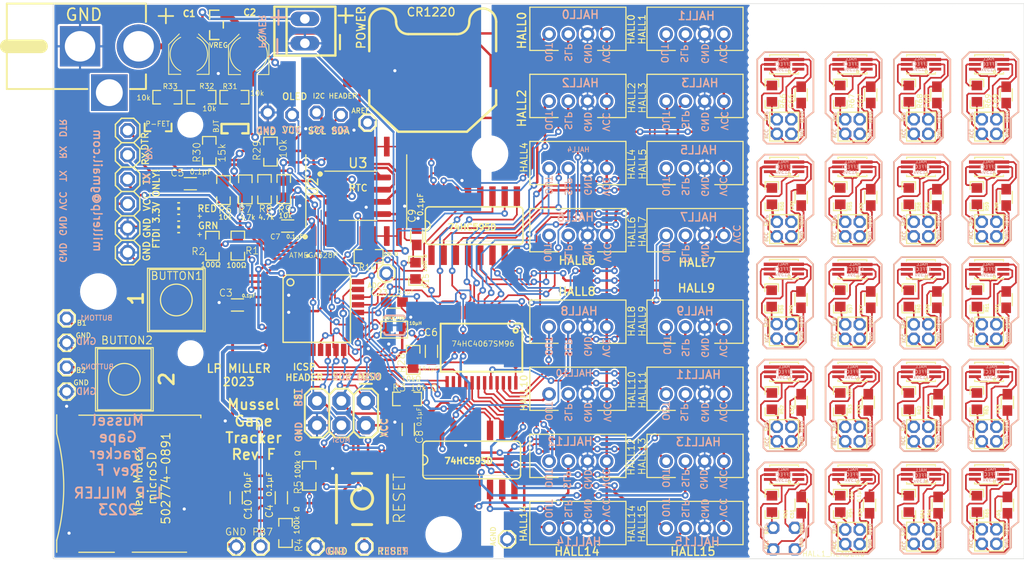
<source format=kicad_pcb>
(kicad_pcb (version 20221018) (generator pcbnew)
  (layers (0 "F.Cu" signal) (31 "B.Cu" signal) (34 "B.Paste" user) (35 "F.Paste" user) (36 "B.SilkS" user "B.Silkscreen") (37 "F.SilkS" user "F.Silkscreen") (38 "B.Mask" user) (39 "F.Mask" user) (44 "Edge.Cuts" user))
  (net 0 "")
  (net 1 "GND")
  (net 2 "VCC")
  (net 3 "/HALL0_VCC")
  (net 4 "/HALL0_VOUT")
  (net 5 "/HALL0_GND")
  (net 6 "/~{SLEEP0}")
  (net 7 "/HALL1_VCC")
  (net 8 "/HALL1_VOUT")
  (net 9 "/HALL1_GND")
  (net 10 "/~{SLEEP1}")
  (net 11 "/HALL2_VCC")
  (net 12 "/HALL2_VOUT")
  (net 13 "/HALL2_GND")
  (net 14 "/~{SLEEP2}")
  (net 15 "/HALL3_VCC")
  (net 16 "/HALL3_VOUT")
  (net 17 "/HALL3_GND")
  (net 18 "/~{SLEEP3}")
  (net 19 "/HALL4_VCC")
  (net 20 "/HALL4_VOUT")
  (net 21 "/HALL4_GND")
  (net 22 "/~{SLEEP4}")
  (net 23 "/HALL5_VCC")
  (net 24 "/HALL5_VOUT")
  (net 25 "/HALL5_GND")
  (net 26 "/~{SLEEP5}")
  (net 27 "/HALL6_VCC")
  (net 28 "/HALL6_VOUT")
  (net 29 "/HALL6_GND")
  (net 30 "/~{SLEEP6}")
  (net 31 "/HALL7_VCC")
  (net 32 "/HALL7_VOUT")
  (net 33 "/HALL7_GND")
  (net 34 "/~{SLEEP7}")
  (net 35 "/HALL8_VCC")
  (net 36 "/HALL8_VOUT")
  (net 37 "/HALL8_GND")
  (net 38 "/~{SLEEP8}")
  (net 39 "/HALL9_VCC")
  (net 40 "/HALL9_VOUT")
  (net 41 "/HALL9_GND")
  (net 42 "/~{SLEEP9}")
  (net 43 "/HALL10_VCC")
  (net 44 "/HALL10_VOUT")
  (net 45 "/HALL10_GND")
  (net 46 "/~{SLEEP10}")
  (net 47 "/HALL11_VCC")
  (net 48 "/HALL11_VOUT")
  (net 49 "/HALL11_GND")
  (net 50 "/~{SLEEP11}")
  (net 51 "/HALL12_VCC")
  (net 52 "/HALL12_VOUT")
  (net 53 "/HALL12_GND")
  (net 54 "/~{SLEEP12}")
  (net 55 "/HALL13_VCC")
  (net 56 "/HALL13_VOUT")
  (net 57 "/HALL13_GND")
  (net 58 "/~{SLEEP13}")
  (net 59 "/HALL14_VCC")
  (net 60 "/HALL14_VOUT")
  (net 61 "/HALL14_GND")
  (net 62 "/~{SLEEP14}")
  (net 63 "/HALL15_VCC")
  (net 64 "/HALL15_VOUT")
  (net 65 "/HALL15_GND")
  (net 66 "/~{SLEEP15}")
  (net 67 "/HALL16_VCC")
  (net 68 "/HALL16_VOUT")
  (net 69 "/HALL16_GND")
  (net 70 "/~{SLEEP16}")
  (net 71 "/HALL17_VCC")
  (net 72 "/HALL17_VOUT")
  (net 73 "/HALL17_GND")
  (net 74 "/~{SLEEP17}")
  (net 75 "/HALL18_VCC")
  (net 76 "/HALL18_VOUT")
  (net 77 "/HALL18_GND")
  (net 78 "/~{SLEEP18}")
  (net 79 "/HALL19_VCC")
  (net 80 "/HALL19_VOUT")
  (net 81 "/HALL19_GND")
  (net 82 "/~{SLEEP19}")
  (net 83 "Net-(BJT0-Pad1)")
  (net 84 "/GATE")
  (net 85 "/VRAW1")
  (net 86 "/DTR")
  (net 87 "/RESET")
  (net 88 "/CS_SHIFT_REG")
  (net 89 "/AVCC")
  (net 90 "/AGND")
  (net 91 "/VBAT")
  (net 92 "/HALL0_~{SLEEP}")
  (net 93 "/HALL0_OUTPUT")
  (net 94 "/HALL0_~{SLEEP_IN}")
  (net 95 "/HALL1_~{SLEEP}")
  (net 96 "/HALL1_OUTPUT")
  (net 97 "/HALL1_~{SLEEP_IN}")
  (net 98 "/HALL2_~{SLEEP}")
  (net 99 "/HALL2_OUTPUT")
  (net 100 "/HALL2_~{SLEEP_IN}")
  (net 101 "/HALL3_~{SLEEP}")
  (net 102 "/HALL3_OUTPUT")
  (net 103 "/HALL3_~{SLEEP_IN}")
  (net 104 "/HALL4_~{SLEEP}")
  (net 105 "/HALL4_OUTPUT")
  (net 106 "/HALL4_~{SLEEP_IN}")
  (net 107 "/HALL5_~{SLEEP}")
  (net 108 "/HALL5_OUTPUT")
  (net 109 "/HALL5_~{SLEEP_IN}")
  (net 110 "/HALL6_~{SLEEP}")
  (net 111 "/HALL6_OUTPUT")
  (net 112 "/HALL6_~{SLEEP_IN}")
  (net 113 "/HALL7_~{SLEEP}")
  (net 114 "/HALL7_OUTPUT")
  (net 115 "/HALL7_~{SLEEP_IN}")
  (net 116 "/HALL8_~{SLEEP}")
  (net 117 "/HALL8_OUTPUT")
  (net 118 "/HALL8_~{SLEEP_IN}")
  (net 119 "/HALL9_~{SLEEP}")
  (net 120 "/HALL9_OUTPUT")
  (net 121 "/HALL9_~{SLEEP_IN}")
  (net 122 "/HALL10_~{SLEEP}")
  (net 123 "/HALL10_OUTPUT")
  (net 124 "/HALL10_~{SLEEP_IN}")
  (net 125 "/HALL11_~{SLEEP}")
  (net 126 "/HALL11_OUTPUT")
  (net 127 "/HALL11_~{SLEEP_IN}")
  (net 128 "/HALL12_~{SLEEP}")
  (net 129 "/HALL12_OUTPUT")
  (net 130 "/HALL12_~{SLEEP_IN}")
  (net 131 "/HALL13_~{SLEEP}")
  (net 132 "/HALL13_OUTPUT")
  (net 133 "/HALL13_~{SLEEP_IN}")
  (net 134 "/HALL14_~{SLEEP}")
  (net 135 "/HALL14_OUTPUT")
  (net 136 "/HALL14_~{SLEEP_IN}")
  (net 137 "/HALL15_~{SLEEP}")
  (net 138 "/HALL15_OUTPUT")
  (net 139 "/HALL15_~{SLEEP_IN}")
  (net 140 "/HALL16_~{SLEEP_IN}")
  (net 141 "/HALL17_~{SLEEP_IN}")
  (net 142 "/HALL18_~{SLEEP_IN}")
  (net 143 "/HALL19_~{SLEEP_IN}")
  (net 144 "/MISO")
  (net 145 "/SCK")
  (net 146 "/MOSI")
  (net 147 "/TO_FTDI_TX")
  (net 150 "/TO_FTDI_RX")
  (net 151 "Net-(LED1-PadA)")
  (net 152 "Net-(LED2-PadA)")
  (net 153 "/SCL")
  (net 154 "/SDA")
  (net 155 "Net-(P-FET0-Pad3)")
  (net 156 "/PB7")
  (net 157 "/LED_RED")
  (net 158 "/LED_GRN")
  (net 159 "Net-(R4-Pad1)")
  (net 160 "Net-(R5-Pad1)")
  (net 161 "/32KHZ")
  (net 162 "/SHIFT_CLEAR")
  (net 163 "/ANALOG_0")
  (net 164 "/MUX_~{EN}")
  (net 165 "/BATT_MONITOR")
  (net 166 "/BATT_MONITOR_EN")
  (net 169 "Net-(SHIFT_0-Pad9)")
  (net 173 "/CS_SD")
  (net 174 "/MUX_S0")
  (net 175 "/MUX_S1")
  (net 176 "/MUX_S3")
  (net 177 "/MUX_S2")
  (net 178 "/BUTTON1")
  (net 179 "/BUTTON2")
  (net 180 "/AREF")
  (net 183 "unconnected-(U2-Pad10)")
  (footprint "Mousebite_0.02in_x_0.03in_spacing" (layer "F.Cu") (at 172.4494 123.3594)
    (fp_text reference "REF**" hide)
    (fp_text value "Mousebite_0.02in_x_0.03in_spacing" hide)
  )
  (footprint "Mousebite_0.02in_x_0.03in_spacing" (layer "F.Cu") (at 195.4124 123.3344)
    (fp_text reference "REF**" hide)
    (fp_text value "Mousebite_0.02in_x_0.03in_spacing" hide)
  )
  (footprint "0603" (layer "F.Cu") (at 183.0705 96.3297 90)
    (fp_text reference "C55")
    (fp_text value "0.1µF")
  )
  (footprint "R0603" (layer "F.Cu") (at 187.0329 106.8453 90)
    (fp_text reference "R60")
    (fp_text value "10k Ω")
  )
  (footprint "" (layer "F.Cu") (at 184.846682 92.7844)
    (fp_text reference "")
    (fp_text value "")
  )
  (footprint "" (layer "F.Cu") (at 184.9874 92.0344)
    (fp_text reference "")
    (fp_text value "")
  )
  (footprint "SOT23-3" (layer "F.Cu") (at 108.9 88.75 180)
    (fp_text reference "P-FET")
    (fp_text value "MOSFET-PCHANNELBSH203" hide)
  )
  (footprint "" (layer "F.Cu") (at 192.024 79.1094)
    (fp_text reference "")
    (fp_text value "")
  )
  (footprint "" (layer "F.Cu") (at 170.775082 114.973086)
    (fp_text reference "")
    (fp_text value "")
  )
  (footprint "2X2_1.5MM" (layer "F.Cu") (at 181.1655 110.2997 180)
    (fp_text reference "HALL7_HEADER0" hide)
    (fp_text value "PINHD-2X21.5MM_SILK" hide)
  )
  (footprint "Mousebite_0.02in_x_0.03in_spacing" (layer "F.Cu") (at 177.7492 131.7844 90)
    (fp_text reference "REF**" hide)
    (fp_text value "Mousebite_0.02in_x_0.03in_spacing" hide)
  )
  (footprint "A139*_HALL_EFFECT" (layer "F.Cu") (at 174.0535 125.1841 90)
    (fp_text reference "A139_HALL1" hide)
    (fp_text value "HALL_EFFECT_ALLEGRO_A139MLP/DFN-6" hide)
  )
  (footprint "R0603" (layer "F.Cu") (at 179.8955 85.5347 90)
    (fp_text reference "R67")
    (fp_text value "10k Ω")
  )
  (footprint "" (layer "F.Cu") (at 177.7492 79.0844)
    (fp_text reference "")
    (fp_text value "")
  )
  (footprint "2X2_1.5MM" (layer "F.Cu") (at 181.1655 99.6317 180)
    (fp_text reference "HALL5_HEADER0" hide)
    (fp_text value "PINHD-2X21.5MM_SILK" hide)
  )
  (footprint "SOT95P237X112-3N" (layer "F.Cu") (at 114.975 78.375 90)
    (fp_text reference "MCP1700T-3302" hide)
    (fp_text value "MCP1700T-3302E/TT" hide)
  )
  (footprint "" (layer "F.Cu") (at 177.6124 92.0594)
    (fp_text reference "")
    (fp_text value "")
  )
  (footprint "A139*_HALL_EFFECT" (layer "F.Cu") (at 195.3895 93.1547 90)
    (fp_text reference "A139_HALL9" hide)
    (fp_text value "HALL_EFFECT_ALLEGRO_A139MLP/DFN-6" hide)
  )
  (footprint "R0603" (layer "F.Cu") (at 121.975 95.475 90)
    (fp_text reference "R9")
    (fp_text value "10k Ω" hide)
  )
  (footprint "" (layer "F.Cu") (at 184.8358 76.8604)
    (fp_text reference "")
    (fp_text value "")
  )
  (footprint "Mousebite_0.02in_x_0.03in_spacing" (layer "F.Cu") (at 184.8612 85.2474 90)
    (fp_text reference "REF**" hide)
    (fp_text value "Mousebite_0.02in_x_0.03in_spacing" hide)
  )
  (footprint "" (layer "F.Cu") (at 170.724282 92.036886)
    (fp_text reference "")
    (fp_text value "")
  )
  (footprint "" (layer "F.Cu") (at 197.7124 123.3094)
    (fp_text reference "")
    (fp_text value "")
  )
  (footprint "R0603" (layer "F.Cu") (at 134.8105 117.3101)
    (fp_text reference "R3")
    (fp_text value "10k Ω")
  )
  (footprint "R0603" (layer "F.Cu") (at 187.0329 128.2321 90)
    (fp_text reference "R64")
    (fp_text value "10k Ω")
  )
  (footprint "1X01_SMALL" (layer "F.Cu") (at 130.3655 132.6771)
    (fp_text reference "U$3" hide)
    (fp_text value "PINHD-1X1SMALL" hide)
  )
  (footprint "STAND-OFF" (layer "F.Cu") (at 102.6795 106.1341)
    (fp_text reference "STANDOFF2" hide)
    (fp_text value "STAND-OFF4-40" hide)
  )
  (footprint "Mousebite_0.02in_x_0.03in_spacing" (layer "F.Cu") (at 180.1244 123.3344)
    (fp_text reference "REF**" hide)
    (fp_text value "Mousebite_0.02in_x_0.03in_spacing" hide)
  )
  (footprint "PUSHBUTTON_DPST_SMD" (layer "F.Cu") (at 105.3846 115.2652)
    (fp_text reference "BUTTON2")
    (fp_text value "PUSHBUTTON_DPST_SMDSTANDARD" hide)
  )
  (footprint "A139*_HALL_EFFECT" (layer "F.Cu") (at 195.3895 103.8227 90)
    (fp_text reference "A139_HALL11" hide)
    (fp_text value "HALL_EFFECT_ALLEGRO_A139MLP/DFN-6" hide)
  )
  (footprint "R0603" (layer "F.Cu") (at 194.1195 128.2321 90)
    (fp_text reference "R65")
    (fp_text value "10k Ω")
  )
  (footprint "" (layer "F.Cu") (at 170.775082 124.879086)
    (fp_text reference "")
    (fp_text value "")
  )
  (footprint "JST-PH-4-THM" (layer "F.Cu") (at 152.5905 100.2921)
    (fp_text reference "HALL6")
    (fp_text value "JST-4PINTH_STRAIGHT" hide)
  )
  (footprint "A139*_HALL_EFFECT" (layer "F.Cu") (at 188.3029 103.8227 90)
    (fp_text reference "A139_HALL10" hide)
    (fp_text value "HALL_EFFECT_ALLEGRO_A139MLP/DFN-6" hide)
  )
  (footprint "Mousebite_0.02in_x_0.03in_spacing" (layer "F.Cu") (at 183.9374 123.3344)
    (fp_text reference "REF**" hide)
    (fp_text value "Mousebite_0.02in_x_0.03in_spacing" hide)
  )
  (footprint "" (layer "F.Cu") (at 191.984082 104.2594)
    (fp_text reference "")
    (fp_text value "")
  )
  (footprint "" (layer "F.Cu") (at 191.958682 113.449086)
    (fp_text reference "")
    (fp_text value "")
  )
  (footprint "R0603" (layer "F.Cu") (at 194.1195 106.8453 90)
    (fp_text reference "R61")
    (fp_text value "10k Ω")
  )
  (footprint "0603" (layer "F.Cu") (at 175.8061 106.9723 90)
    (fp_text reference "C56")
    (fp_text value "0.1µF")
  )
  (footprint "Mousebite_0.02in_x_0.03in_spacing" (layer "F.Cu") (at 170.7896 121.0818 90)
    (fp_text reference "REF**" hide)
    (fp_text value "Mousebite_0.02in_x_0.03in_spacing" hide)
  )
  (footprint "Mousebite_0.02in_x_0.03in_spacing" (layer "F.Cu") (at 191.9986 110.3844 90)
    (fp_text reference "REF**" hide)
    (fp_text value "Mousebite_0.02in_x_0.03in_spacing" hide)
  )
  (footprint "" (layer "F.Cu") (at 191.9732 81.4578)
    (fp_text reference "")
    (fp_text value "")
  )
  (footprint "A139*_HALL_EFFECT" (layer "F.Cu") (at 181.1655 93.1547 90)
    (fp_text reference "A139_HALL5" hide)
    (fp_text value "HALL_EFFECT_ALLEGRO_A139MLP/DFN-6" hide)
  )
  (footprint "1X01_SMALL" (layer "F.Cu") (at 132.6515 104.2291)
    (fp_text reference "U$10" hide)
    (fp_text value "PINHD-1X1SMALL" hide)
  )
  (footprint "Mousebite_0.02in_x_0.03in_spacing" (layer "F.Cu") (at 187.7494 91.3344)
    (fp_text reference "REF**" hide)
    (fp_text value "Mousebite_0.02in_x_0.03in_spacing" hide)
  )
  (footprint "A139*_HALL_EFFECT" (layer "F.Cu") (at 181.1655 125.1841 90)
    (fp_text reference "A139_HALL4" hide)
    (fp_text value "HALL_EFFECT_ALLEGRO_A139MLP/DFN-6" hide)
  )
  (footprint "JST-PH-4-THM" (layer "F.Cu") (at 164.7825 109.8171)
    (fp_text reference "HALL9")
    (fp_text value "JST-4PINTH_STRAIGHT" hide)
  )
  (footprint "Mousebite_0.02in_x_0.03in_spacing" (layer "F.Cu") (at 177.7492 121.0564 90)
    (fp_text reference "REF**" hide)
    (fp_text value "Mousebite_0.02in_x_0.03in_spacing" hide)
  )
  (footprint "" (layer "F.Cu") (at 197.8374 101.9844)
    (fp_text reference "")
    (fp_text value "")
  )
  (footprint "SO16" (layer "F.Cu") (at 141.5415 123.6601)
    (fp_text reference "SHIFT_1" hide)
    (fp_text value "74HC595D")
  )
  (footprint "PANASONIC_B" (layer "F.Cu") (at 112.1 81.425 90)
    (fp_text reference "C1")
    (fp_text value "1µF" hide)
  )
  (footprint "" (layer "F.Cu") (at 170.724282 93.560886)
    (fp_text reference "")
    (fp_text value "")
  )
  (footprint "Mousebite_0.02in_x_0.03in_spacing" (layer "F.Cu") (at 184.8612 89.0594 90)
    (fp_text reference "REF**" hide)
    (fp_text value "Mousebite_0.02in_x_0.03in_spacing" hide)
  )
  (footprint "" (layer "F.Cu") (at 191.984082 103.4844)
    (fp_text reference "")
    (fp_text value "")
  )
  (footprint "0603" (layer "F.Cu") (at 134.9375 120.4851 90)
    (fp_text reference "C8")
    (fp_text value "0.1µF")
  )
  (footprint "I_0805" (layer "F.Cu") (at 133.4643 110.0965)
    (fp_text reference "INDUCTOR")
    (fp_text value "10µH")
  )
  (footprint "R0603" (layer "F.Cu") (at 130.81 102.4636 180)
    (fp_text reference "R14")
    (fp_text value "10k Ω")
  )
  (footprint "Mousebite_0.02in_x_0.03in_spacing" (layer "F.Cu") (at 195.3744 91.3344)
    (fp_text reference "REF**" hide)
    (fp_text value "Mousebite_0.02in_x_0.03in_spacing" hide)
  )
  (footprint "PUSHBUTTON_SPST_PTS525_SERIES" (layer "F.Cu") (at 130.1115 127.7241 90)
    (fp_text reference "RESET")
    (fp_text value "PUSHBUTTON_DPST_SMDSMALL" hide)
  )
  (footprint "SOT23" (layer "F.Cu") (at 116.9 88.9 180)
    (fp_text reference "BJT")
    (fp_text value "KSC1623_BJT_TRANSISTOR" hide)
  )
  (footprint "Mousebite_0.02in_x_0.03in_spacing" (layer "F.Cu") (at 183.9244 91.3344)
    (fp_text reference "REF**" hide)
    (fp_text value "Mousebite_0.02in_x_0.03in_spacing" hide)
  )
  (footprint "JST-PH-4-THM" (layer "F.Cu") (at 152.5905 116.8021)
    (fp_text reference "HALL10")
    (fp_text value "JST-4PINTH_STRAIGHT" hide)
  )
  (footprint "CHIPLED_0805" (layer "F.Cu") (at 111.1885 99.4031 90)
    (fp_text reference "LED2" hide)
    (fp_text value "GREEN_LED" hide)
  )
  (footprint "PUSHBUTTON_DPST_SMD" (layer "F.Cu") (at 110.7948 107.0102)
    (fp_text reference "BUTTON1")
    (fp_text value "PUSHBUTTON_DPST_SMDSTANDARD" hide)
  )
  (footprint "2X3" (layer "F.Cu") (at 127.9779 117.5133 180)
    (fp_text reference "J1" hide)
    (fp_text value "AVR_SPI_PRG_6PTH" hide)
  )
  (footprint "2X2_1.5MM" (layer "F.Cu") (at 181.1655 120.9677 180)
    (fp_text reference "HALL3_HEADER0" hide)
    (fp_text value "PINHD-2X21.5MM_SILK" hide)
  )
  (footprint "" (layer "F.Cu") (at 184.8612 82.1844)
    (fp_text reference "")
    (fp_text value "")
  )
  (footprint "Mousebite_0.02in_x_0.03in_spacing" (layer "F.Cu") (at 191.9874 106.5594 90)
    (fp_text reference "REF**" hide)
    (fp_text value "Mousebite_0.02in_x_0.03in_spacing" hide)
  )
  (footprint "STAND-OFF_M2" (layer "F.Cu") (at 112.25 88.775)
    (fp_text reference "STANDOFF5_M2" hide)
    (fp_text value "STAND-OFFM2" hide)
  )
  (footprint "Mousebite_0.02in_x_0.03in_spacing" (layer "F.Cu") (at 177.7492 95.8724 90)
    (fp_text reference "REF**" hide)
    (fp_text value "Mousebite_0.02in_x_0.03in_spacing" hide)
  )
  (footprint "" (layer "F.Cu") (at 198.3624 80.6844)
    (fp_text reference "")
    (fp_text value "")
  )
  (footprint "" (layer "F.Cu") (at 184.8612 81.3844)
    (fp_text reference "")
    (fp_text value "")
  )
  (footprint "" (layer "F.Cu") (at 177.734682 125.6594)
    (fp_text reference "")
    (fp_text value "")
  )
  (footprint "Miller_parts:2X2_2.25MM" (layer "F.Cu") (at 174.0524 131.8494 180)
    (fp_text reference "HALL1_HEADER0")
    (fp_text value "PINHD-2X21.5MM_SILK")
  )
  (footprint "" (layer "F.Cu") (at 177.734682 114.947686)
    (fp_text reference "")
    (fp_text value "")
  )
  (footprint "1X01_SMALL" (layer "F.Cu") (at 130.7 88.55)
    (fp_text reference "U$17" hide)
    (fp_text value "PINHD-1X1SMALL" hide)
  )
  (footprint "JST-PH-4-THM" (layer "F.Cu") (at 164.7825 116.8021)
    (fp_text reference "HALL11")
    (fp_text value "JST-4PINTH_STRAIGHT" hide)
  )
  (footprint "R0603" (layer "F.Cu") (at 179.8955 117.5387 90)
    (fp_text reference "R53")
    (fp_text value "10k Ω" hide)
  )
  (footprint "" (layer "F.Cu") (at 170.724282 92.798886)
    (fp_text reference "")
    (fp_text value "")
  )
  (footprint "JST-PH-4-THM" (layer "F.Cu") (at 164.7825 130.7721)
    (fp_text reference "HALL15")
    (fp_text value "JST-4PINTH_STRAIGHT" hide)
  )
  (footprint "" (layer "F.Cu") (at 184.846682 113.423686)
    (fp_text reference "")
    (fp_text value "")
  )
  (footprint "2X2_1.5MM" (layer "F.Cu") (at 188.3029 120.9677 180)
    (fp_text reference "HALL12_HEADER0" hide)
    (fp_text value "PINHD-2X21.5MM_SILK" hide)
  )
  (footprint "0603" (layer "F.Cu") (at 175.8315 85.6617 90)
    (fp_text reference "C66")
    (fp_text value "0.1µF")
  )
  (footprint "0603" (layer "F.Cu") (at 182.8165 117.6657 90)
    (fp_text reference "C53")
    (fp_text value "0.1µF")
  )
  (footprint "Mousebite_0.02in_x_0.03in_spacing" (layer "F.Cu") (at 170.7388 99.6696 90)
    (fp_text reference "REF**" hide)
    (fp_text value "Mousebite_0.02in_x_0.03in_spacing" hide)
  )
  (footprint "" (layer "F.Cu") (at 177.734682 114.185686)
    (fp_text reference "")
    (fp_text value "")
  )
  (footprint "Mousebite_0.02in_x_0.03in_spacing" (layer "F.Cu") (at 177.7492 117.2464 90)
    (fp_text reference "REF**" hide)
    (fp_text value "Mousebite_0.02in_x_0.03in_spacing" hide)
  )
  (footprint "R0603" (layer "F.Cu") (at 135.6868 103.9751 90)
    (fp_text reference "R15")
    (fp_text value "100k Ω")
  )
  (footprint "1X01_SMALL" (layer "F.Cu") (at 99.3775 108.9281)
    (fp_text reference "U$6" hide)
    (fp_text value "PINHD-1X1SMALL" hide)
  )
  (footprint "1X01_SMALL" (layer "F.Cu") (at 99.3775 111.4681)
    (fp_text reference "U$7" hide)
    (fp_text value "PINHD-1X1SMALL" hide)
  )
  (footprint "R0603" (layer "F.Cu") (at 122.1613 131.2547 90)
    (fp_text reference "R4")
    (fp_text value "100k Ω" hide)
  )
  (footprint "R0603" (layer "F.Cu") (at 113.4106 85.904)
    (fp_text reference "R32")
    (fp_text value "10k")
  )
  (footprint "R0603" (layer "F.Cu") (at 194.1195 96.2027 90)
    (fp_text reference "R59")
    (fp_text value "10k Ω")
  )
  (footprint "1X01_SMALL" (layer "F.Cu") (at 119.5705 132.6771)
    (fp_text reference "PB7")
    (fp_text value "PINHD-1X1SMALL" hide)
  )
  (footprint "R0603" (layer "F.Cu") (at 109.8546 85.904 180)
    (fp_text reference "R33")
    (fp_text value "10k")
  )
  (footprint "Mousebite_0.02in_x_0.03in_spacing" (layer "F.Cu") (at 176.1374 112.649)
    (fp_text reference "REF**" hide)
    (fp_text value "Mousebite_0.02in_x_0.03in_spacing" hide)
  )
  (footprint "" (layer "F.Cu") (at 197.5874 112.649)
    (fp_text reference "")
    (fp_text value "")
  )
  (footprint "Mousebite_0.02in_x_0.03in_spacing" (layer "F.Cu") (at 191.9732 89.1286 90)
    (fp_text reference "REF**" hide)
    (fp_text value "Mousebite_0.02in_x_0.03in_spacing" hide)
  )
  (footprint "R0603" (layer "F.Cu") (at 187.0329 96.2027 90)
    (fp_text reference "R58")
    (fp_text value "10k Ω")
  )
  (footprint "0603" (layer "F.Cu") (at 197.2945 128.3591 90)
    (fp_text reference "C65")
    (fp_text value "0.1µF")
  )
  (footprint "2X2_1.5MM" (layer "F.Cu") (at 188.3029 99.6317 180)
    (fp_text reference "HALL8_HEADER0" hide)
    (fp_text value "PINHD-2X21.5MM_SILK" hide)
  )
  (footprint "0603" (layer "F.Cu") (at 190.0809 117.6657 90)
    (fp_text reference "C62")
    (fp_text value "0.1µF")
  )
  (footprint "Mousebite_0.02in_x_0.03in_spacing" (layer "F.Cu") (at 184.8612 121.0564 90)
    (fp_text reference "REF**" hide)
    (fp_text value "Mousebite_0.02in_x_0.03in_spacing" hide)
  )
  (footprint "" (layer "F.Cu") (at 184.8358 79.9084)
    (fp_text reference "")
    (fp_text value "")
  )
  (footprint "CHIPLED_0805" (layer "F.Cu") (at 111.1885 97.4981 90)
    (fp_text reference "LED1" hide)
    (fp_text value "RED_LED" hide)
  )
  (footprint "2X2_1.5MM" (layer "F.Cu") (at 181.1655 131.6611 180)
    (fp_text reference "HALL4_HEADER0" hide)
    (fp_text value "PINHD-2X21.5MM_SILK" hide)
  )
  (footprint "STAND-OFF" (layer "F.Cu") (at 138.6205 131.4071)
    (fp_text reference "STANDOFF3" hide)
    (fp_text value "STAND-OFF4-40" hide)
  )
  (footprint "Mousebite_0.02in_x_0.03in_spacing" (layer "F.Cu") (at 187.8874 101.9844)
    (fp_text reference "REF**" hide)
    (fp_text value "Mousebite_0.02in_x_0.03in_spacing" hide)
  )
  (footprint "" (layer "F.Cu") (at 184.8358 77.6224)
    (fp_text reference "")
    (fp_text value "")
  )
  (footprint "" (layer "F.Cu") (at 198.5874 101.9844)
    (fp_text reference "")
    (fp_text value "")
  )
  (footprint "Mousebite_0.02in_x_0.03in_spacing" (layer "F.Cu") (at 184.8612 110.3884 90)
    (fp_text reference "REF**" hide)
    (fp_text value "Mousebite_0.02in_x_0.03in_spacing" hide)
  )
  (footprint "R0603" (layer "F.Cu") (at 172.7835 96.2027 90)
    (fp_text reference "R50")
    (fp_text value "10k Ω")
  )
  (footprint "PANASONIC_B" (layer "F.Cu") (at 118.325 81.45 90)
    (fp_text reference "C2")
    (fp_text value "1µF" hide)
  )
  (footprint "A139*_HALL_EFFECT" (layer "F.Cu") (at 174.0281 103.7973 90)
    (fp_text reference "A139_HALL6" hide)
    (fp_text value "HALL_EFFECT_ALLEGRO_A139MLP/DFN-6" hide)
  )
  (footprint "A139*_HALL_EFFECT" (layer "F.Cu") (at 174.0535 114.4907 90)
    (fp_text reference "A139_HALL2" hide)
    (fp_text value "HALL_EFFECT_ALLEGRO_A139MLP/DFN-6" hide)
  )
  (footprint "JST-PH-4-THM" (layer "F.Cu") (at 152.5905 79.3371)
    (fp_text reference "HALL0")
    (fp_text value "JST-4PINTH_STRAIGHT" hide)
  )
  (footprint "2X2_1.5MM" (layer "F.Cu") (at 195.3895 110.2997 180)
    (fp_text reference "HALL11_HEADER0" hide)
    (fp_text value "PINHD-2X21.5MM_SILK" hide)
  )
  (footprint "0603" (layer "F.Cu") (at 133.4897 107.2263)
    (fp_text reference "C23")
    (fp_text value "0.1µF")
  )
  (footprint "0603" (layer "F.Cu") (at 117.1575 107.5311 180)
    (fp_text reference "C3")
    (fp_text value "0.1µF" hide)
  )
  (footprint "" (layer "F.Cu") (at 191.958682 124.853686)
    (fp_text reference "")
    (fp_text value "")
  )
  (footprint "" (layer "F.Cu") (at 198.3624 112.649)
    (fp_text reference "")
    (fp_text value "")
  )
  (footprint "Mousebite_0.02in_x_0.03in_spacing" (layer "F.Cu") (at 191.9732 121.0818 90)
    (fp_text reference "REF**" hide)
    (fp_text value "Mousebite_0.02in_x_0.03in_spacing" hide)
  )
  (footprint "" (layer "F.Cu") (at 177.7492 78.3094)
    (fp_text reference "")
    (fp_text value "")
  )
  (footprint "2X2_1.5MM" (layer "F.Cu") (at 174.0281 110.2743 180)
    (fp_text reference "HALL6_HEADER0" hide)
    (fp_text value "PINHD-2X21.5MM_SILK" hide)
  )
  (footprint "Mousebite_0.02in_x_0.03in_spacing" (layer "F.Cu") (at 172.5994 101.9844)
    (fp_text reference "REF**" hide)
    (fp_text value "Mousebite_0.02in_x_0.03in_spacing" hide)
  )
  (footprint "" (layer "F.Cu") (at 191.958682 124.091686)
    (fp_text reference "")
    (fp_text value "")
  )
  (footprint "A139*_HALL_EFFECT" (layer "F.Cu") (at 188.3029 93.1547 90)
    (fp_text reference "A139_HALL8" hide)
    (fp_text value "HALL_EFFECT_ALLEGRO_A139MLP/DFN-6" hide)
  )
  (footprint "Mousebite_0.02in_x_0.03in_spacing" (layer "F.Cu") (at 184.0744 101.9844)
    (fp_text reference "REF**" hide)
    (fp_text value "Mousebite_0.02in_x_0.03in_spacing" hide)
  )
  (footprint "Mousebite_0.02in_x_0.03in_spacing" (layer "F.Cu") (at 187.7624 123.3344)
    (fp_text reference "REF**" hide)
    (fp_text value "Mousebite_0.02in_x_0.03in_spacing" hide)
  )
  (footprint "2X2_1.5MM" (layer "F.Cu") (at 188.3029 88.9637 180)
    (fp_text reference "HALL18_HEADER0" hide)
    (fp_text value "PINHD-2X21.5MM_SILK" hide)
  )
  (footprint "JST-PH-4-THM" (layer "F.Cu") (at 152.5905 123.7871)
    (fp_text reference "HALL12")
    (fp_text value "JST-4PINTH_STRAIGHT" hide)
  )
  (footprint "R0603" (layer "F.Cu") (at 135.4455 113.2461 90)
    (fp_text reference "R28")
    (fp_text value "10kΩ")
  )
  (footprint "1X01_SMALL" (layer "F.Cu") (at 117.0305 132.6771)
    (fp_text reference "GND")
    (fp_text value "PINHD-1X1SMALL" hide)
  )
  (footprint "2X2_1.5MM" (layer "F.Cu") (at 174.0535 99.6317 180)
    (fp_text reference "HALL0_HEADER0" hide)
    (fp_text value "PINHD-2X21.5MM_SILK" hide)
  )
  (footprint "" (layer "F.Cu") (at 192.024 78.3344)
    (fp_text reference "")
    (fp_text value "")
  )
  (footprint "CR1220_BATTERY_HOLDER_SMD" (layer "F.Cu") (at 137.4775 83.1471)
    (fp_text reference "CR1220_BATTERY0" hide)
    (fp_text value "CR1220_BATTERY_HOLDERSMD" hide)
  )
  (footprint "A139*_HALL_EFFECT" (layer "F.Cu") (at 174.0535 93.1547 90)
    (fp_text reference "A139_HALL0" hide)
    (fp_text value "HALL_EFFECT_ALLEGRO_A139MLP/DFN-6" hide)
  )
  (footprint "2X2_1.5MM" (layer "F.Cu") (at 188.3029 110.2997 180)
    (fp_text reference "HALL10_HEADER0" hide)
    (fp_text value "PINHD-2X21.5MM_SILK" hide)
  )
  (footprint "Mousebite_0.02in_x_0.03in_spacing" (layer "F.Cu") (at 176.8624 80.645)
    (fp_text reference "REF**" hide)
    (fp_text value "Mousebite_0.02in_x_0.03in_spacing" hide)
  )
  (footprint "R0603" (layer "F.Cu") (at 115.7 95.575 90)
    (fp_text reference "R6")
    (fp_text value "10k Ω" hide)
  )
  (footprint "A139*_HALL_EFFECT" (layer "F.Cu") (at 195.3895 125.1587 90)
    (fp_text reference "A139_HALL15" hide)
    (fp_text value "HALL_EFFECT_ALLEGRO_A139MLP/DFN-6" hide)
  )
  (footprint "" (layer "F.Cu") (at 170.7388 79.121)
    (fp_text reference "")
    (fp_text value "")
  )
  (footprint "1X01_SMALL" (layer "F.Cu") (at 99.3775 114.0081)
    (fp_text reference "U$8" hide)
    (fp_text value "PINHD-1X1SMALL" hide)
  )
  (footprint "JST-PH-4-THM" (layer "F.Cu") (at 152.5905 109.8171)
    (fp_text reference "HALL8")
    (fp_text value "JST-4PINTH_STRAIGHT" hide)
  )
  (footprint "JST-PH-4-THM" (layer "F.Cu") (at 152.5905 86.3221)
    (fp_text reference "HALL2")
    (fp_text value "JST-4PINTH_STRAIGHT" hide)
  )
  (footprint "Mousebite_0.02in_x_0.03in_spacing" (layer "F.Cu") (at 191.4494 112.649)
    (fp_text reference "REF**" hide)
    (fp_text value "Mousebite_0.02in_x_0.03in_spacing" hide)
  )
  (footprint "Mousebite_0.02in_x_0.03in_spacing" (layer "F.Cu") (at 170.7388 81.407 90)
    (fp_text reference "REF**" hide)
    (fp_text value "Mousebite_0.02in_x_0.03in_spacing" hide)
  )
  (footprint "" (layer "F.Cu") (at 170.775082 114.211086)
    (fp_text reference "")
    (fp_text value "")
  )
  (footprint "R0603" (layer "F.Cu") (at 117.1956 101.346 -90)
    (fp_text reference "R1")
    (fp_text value "100 Ω" hide)
  )
  (footprint "Mousebite_0.02in_x_0.03in_spacing" (layer "F.Cu") (at 192.1374 80.6594)
    (fp_text reference "REF**" hide)
    (fp_text value "Mousebite_0.02in_x_0.03in_spacing" hide)
  )
  (footprint "" (layer "F.Cu") (at 184.846682 93.5594)
    (fp_text reference "")
    (fp_text value "")
  )
  (footprint "R0603" (layer "F.Cu") (at 120.5992 91.567 -90)
    (fp_text reference "R29")
    (fp_text value "10k")
  )
  (footprint "" (layer "F.Cu") (at 170.775082 124.117086)
    (fp_text reference "")
    (fp_text value "")
  )
  (footprint "0603" (layer "F.Cu") (at 197.1675 96.3297 90)
    (fp_text reference "C59")
    (fp_text value "0.1µF")
  )
  (footprint "2X2_1.5MM" (layer "F.Cu") (at 174.0535 120.9677 180)
    (fp_text reference "HALL2_HEADER0" hide)
    (fp_text value "PINHD-2X21.5MM_SILK" hide)
  )
  (footprint "2X2_1.5MM" (layer "F.Cu") (at 174.0535 88.9637 180)
    (fp_text reference "HALL16_HEADER0" hide)
    (fp_text value "PINHD-2X21.5MM_SILK" hide)
  )
  (footprint "Mousebite_0.02in_x_0.03in_spacing" (layer "F.Cu") (at 184.8612 99.6844 90)
    (fp_text reference "REF**" hide)
    (fp_text value "Mousebite_0.02in_x_0.03in_spacing" hide)
  )
  (footprint "0603" (layer "F.Cu") (at 189.9539 96.3297 90)
    (fp_text reference "C58")
    (fp_text value "0.1µF")
  )
  (footprint "Mousebite_0.02in_x_0.03in_spacing" (layer "F.Cu") (at 177.7492 85.1974 90)
    (fp_text reference "REF**" hide)
    (fp_text value "Mousebite_0.02in_x_0.03in_spacing" hide)
  )
  (footprint "Mousebite_0.02in_x_0.03in_spacing" (layer "F.Cu") (at 170.7874 106.5344 90)
    (fp_text reference "REF**" hide)
    (fp_text value "Mousebite_0.02in_x_0.03in_spacing" hide)
  )
  (footprint "Mousebite_0.02in_x_0.03in_spacing" (layer "F.Cu") (at 177.7492 99.6844 90)
    (fp_text reference "REF**" hide)
    (fp_text value "Mousebite_0.02in_x_0.03in_spacing" hide)
  )
  (footprint "Mousebite_0.02in_x_0.03in_spacing" (layer "F.Cu") (at 184.8612 117.2464 90)
    (fp_text reference "REF**" hide)
    (fp_text value "Mousebite_0.02in_x_0.03in_spacing" hide)
  )
  (footprint "" (layer "F.Cu") (at 177.7492 76.7594)
    (fp_text reference "")
    (fp_text value "")
  )
  (footprint "Mousebite_0.02in_x_0.03in_spacing" (layer "F.Cu") (at 176.4374 101.981)
    (fp_text reference "REF**" hide)
    (fp_text value "Mousebite_0.02in_x_0.03in_spacing" hide)
  )
  (footprint "R0603" (layer "F.Cu") (at 194.1195 85.5347 90)
    (fp_text reference "R69")
    (fp_text value "10k Ω")
  )
  (footprint "" (layer "F.Cu") (at 198.4874 91.3344)
    (fp_text reference "")
    (fp_text value "")
  )
  (footprint "0603" (layer "F.Cu") (at 137.3505 112.3571 90)
    (fp_text reference "C6")
    (fp_text value "0.1µF")
  )
  (footprint "R0603" (layer "F.Cu") (at 124.6251 125.3111 -90)
    (fp_text reference "R5")
    (fp_text value "100k Ω" hide)
  )
  (footprint "" (layer "F.Cu") (at 197.6874 91.3344)
    (fp_text reference "")
    (fp_text value "")
  )
  (footprint "0603" (layer "F.Cu") (at 182.9435 128.3591 90)
    (fp_text reference "C54")
    (fp_text value "0.1µF" hide)
  )
  (footprint "Mousebite_0.02in_x_0.03in_spacing" (layer "F.Cu") (at 172.4744 91.3094)
    (fp_text reference "REF**" hide)
    (fp_text value "Mousebite_0.02in_x_0.03in_spacing" hide)
  )
  (footprint "1X06-RIGHT_ANGLE" (layer "F.Cu") (at 105.7275 102.0701 90)
    (fp_text reference "JP1" hide)
    (fp_text value "FTDI_HEADER" hide)
  )
  (footprint "A139*_HALL_EFFECT" (layer "F.Cu") (at 188.3029 125.1587 90)
    (fp_text reference "A139_HALL14" hide)
    (fp_text value "HALL_EFFECT_ALLEGRO_A139MLP/DFN-6" hide)
  )
  (footprint "Mousebite_0.02in_x_0.03in_spacing" (layer "F.Cu") (at 184.8612 127.9398 90)
    (fp_text reference "REF**" hide)
    (fp_text value "Mousebite_0.02in_x_0.03in_spacing" hide)
  )
  (footprint "Mousebite_0.02in_x_0.03in_spacing" (layer "F.Cu") (at 177.7374 106.5474 90)
    (fp_text reference "REF**" hide)
    (fp_text value "Mousebite_0.02in_x_0.03in_spacing" hide)
  )
  (footprint "A139*_HALL_EFFECT" (layer "F.Cu") (at 188.3029 114.4907 90)
    (fp_text reference "A139_HALL12" hide)
    (fp_text value "HALL_EFFECT_ALLEGRO_A139MLP/DFN-6" hide)
  )
  (footprint "0603" (layer "F.Cu") (at 197.1675 85.6617 90)
    (fp_text reference "C69")
    (fp_text value "0.1µF")
  )
  (footprint "Mousebite_0.02in_x_0.03in_spacing" (layer "F.Cu") (at 170.7874 110.3594 90)
    (fp_text reference "REF**" hide)
    (fp_text value "Mousebite_0.02in_x_0.03in_spacing" hide)
  )
  (footprint "" (layer "F.Cu") (at 170.775082 125.641086)
    (fp_text reference "")
    (fp_text value "")
  )
  (footprint "R0603" (layer "F.Cu") (at 117.975 95.5 90)
    (fp_text reference "R7")
    (fp_text value "4.7k" hide)
  )
  (footprint "A139*_HALL_EFFECT" (layer "F.Cu") (at 188.3029 82.4867 90)
    (fp_text reference "A139_HALL18" hide)
    (fp_text value "HALL_EFFECT_ALLEGRO_A139MLP/DFN-6" hide)
  )
  (footprint "" (layer "F.Cu") (at 170.7388 76.835)
    (fp_text reference "")
    (fp_text value "")
  )
  (footprint "1X01_SMALL" (layer "F.Cu") (at 99.3775 116.5481)
    (fp_text reference "U$9" hide)
    (fp_text value "PINHD-1X1SMALL" hide)
  )
  (footprint "Mousebite_0.02in_x_0.03in_spacing" (layer "F.Cu") (at 191.5624 91.3344)
    (fp_text reference "REF**" hide)
    (fp_text value "Mousebite_0.02in_x_0.03in_spacing" hide)
  )
  (footprint "Mousebite_0.02in_x_0.03in_spacing" (layer "F.Cu") (at 170.7896 117.2718 90)
    (fp_text reference "REF**" hide)
    (fp_text value "Mousebite_0.02in_x_0.03in_spacing" hide)
  )
  (footprint "SO16" (layer "F.Cu") (at 141.7955 99.2761)
    (fp_text reference "SHIFT_0" hide)
    (fp_text value "74HC595D")
  )
  (footprint "" (layer "F.Cu") (at 184.846682 124.879086)
    (fp_text reference "")
    (fp_text value "")
  )
  (footprint "" (layer "F.Cu") (at 170.7388 77.597)
    (fp_text reference "")
    (fp_text value "")
  )
  (footprint "A139*_HALL_EFFECT" (layer "F.Cu") (at 181.1655 103.8227 90)
    (fp_text reference "A139_HALL7" hide)
    (fp_text value "HALL_EFFECT_ALLEGRO_A139MLP/DFN-6" hide)
  )
  (footprint "" (layer "F.Cu") (at 177.7492 77.5344)
    (fp_text reference "")
    (fp_text value "")
  )
  (footprint "" (layer "F.Cu") (at 170.7388 78.359)
    (fp_text reference "")
    (fp_text value "")
  )
  (footprint "0603" (layer "F.Cu") (at 175.8315 117.6657 90)
    (fp_text reference "C52")
    (fp_text value "0.1µF")
  )
  (footprint "A139*_HALL_EFFECT" (layer "F.Cu") (at 195.3895 114.4907 90)
    (fp_text reference "A139_HALL13" hide)
    (fp_text value "HALL_EFFECT_ALLEGRO_A139MLP/DFN-6" hide)
  )
  (footprint "" (layer "F.Cu") (at 184.8358 79.1464)
    (fp_text reference "")
    (fp_text value "")
  )
  (footprint "" (layer "F.Cu") (at 177.734682 93.5844)
    (fp_text reference "")
    (fp_text value "")
  )
  (footprint "" (layer "F.Cu") (at 191.958682 114.211086)
    (fp_text reference "")
    (fp_text value "")
  )
  (footprint "2X2_1.5MM" (layer "F.Cu") (at 188.3029 131.6357 180)
    (fp_text reference "HALL14_HEADER0" hide)
    (fp_text value "PINHD-2X21.5MM_SILK" hide)
  )
  (footprint "1X01_SMALL" (layer "F.Cu") (at 125.2855 132.6771)
    (fp_text reference "U$4" hide)
    (fp_text value "PINHD-1X1SMALL" hide)
  )
  (footprint "Mousebite_0.02in_x_0.03in_spacing" (layer "F.Cu") (at 195.5374 101.98354)
    (fp_text reference "REF**" hide)
    (fp_text value "Mousebite_0.02in_x_0.03in_spacing" hide)
  )
  (footprint "R0603" (layer "F.Cu") (at 119.975 95.475 90)
    (fp_text reference "R8")
    (fp_text value "4.7k" hide)
  )
  (footprint "STAND-OFF_M2" (layer "F.Cu") (at 112.275 112.55)
    (fp_text reference "STANDOFF4_M2" hide)
    (fp_text value "STAND-OFFM2" hide)
  )
  (footprint "R0603" (layer "F.Cu") (at 179.8955 106.8453 90)
    (fp_text reference "R57")
    (fp_text value "10k Ω")
  )
  (footprint "Mousebite_0.02in_x_0.03in_spacing" (layer "F.Cu") (at 191.9732 127.9144 90)
    (fp_text reference "REF**" hide)
    (fp_text value "Mousebite_0.02in_x_0.03in_spacing" hide)
  )
  (footprint "" (layer "F.Cu") (at 184.846682 103.517686)
    (fp_text reference "")
    (fp_text value "")
  )
  (footprint "A139*_HALL_EFFECT" (layer "F.Cu") (at 181.1655 114.4907 90)
    (fp_text reference "A139_HALL3" hide)
    (fp_text value "HALL_EFFECT_ALLEGRO_A139MLP/DFN-6" hide)
  )
  (footprint "Mousebite_0.02in_x_0.03in_spacing" (layer "F.Cu") (at 184.8612 131.7498 90)
    (fp_text reference "REF**" hide)
    (fp_text value "Mousebite_0.02in_x_0.03in_spacing" hide)
  )
  (footprint "0603" (layer "F.Cu") (at 175.8315 96.3297 90)
    (fp_text reference "C50")
    (fp_text value "0.1µF")
  )
  (footprint "0603" (layer "F.Cu") (at 135.8138 100.4316 90)
    (fp_text reference "C9")
    (fp_text value "0.1µF")
  )
  (footprint "" (layer "F.Cu") (at 184.846682 102.755686)
    (fp_text reference "")
    (fp_text value "")
  )
  (footprint "0603" (layer "F.Cu") (at 190.0809 128.3591 90)
    (fp_text reference "C64")
    (fp_text value "0.1µF")
  )
  (footprint "" (layer "F.Cu") (at 191.958682 125.615686)
    (fp_text reference "")
    (fp_text value "")
  )
  (footprint "Mousebite_0.02in_x_0.03in_spacing" (layer "F.Cu") (at 191.9732 131.7244 90)
    (fp_text reference "REF**" hide)
    (fp_text value "Mousebite_0.02in_x_0.03in_spacing" hide)
  )
  (footprint "22-23-2021" (layer "F.Cu") (at 124.175 79.025 90)
    (fp_text reference "MOLEX_KK0" hide)
    (fp_text value "22-23-2021" hide)
  )
  (footprint "R0603" (layer "F.Cu") (at 179.8955 128.2321 90)
    (fp_text reference "R54")
    (fp_text value "10k Ω" hide)
  )
  (footprint "A139*_HALL_EFFECT" (layer "F.Cu") (at 181.1655 82.4867 90)
    (fp_text reference "A139_HALL17" hide)
    (fp_text value "HALL_EFFECT_ALLEGRO_A139MLP/DFN-6" hide)
  )
  (footprint "JST-PH-4-THM" (layer "F.Cu") (at 164.7825 100.2921)
    (fp_text reference "HALL7")
    (fp_text value "JST-4PINTH_STRAIGHT" hide)
  )
  (footprint "2X2_1.5MM" (layer "F.Cu") (at 181.1655 88.9637 180)
    (fp_text reference "HALL17_HEADER0" hide)
    (fp_text value "PINHD-2X21.5MM_SILK" hide)
  )
  (footprint "" (layer "F.Cu") (at 184.8358 78.3844)
    (fp_text reference "")
    (fp_text value "")
  )
  (footprint "JST-PH-4-THM" (layer "F.Cu") (at 164.7825 123.7871)
    (fp_text reference "HALL13")
    (fp_text value "JST-4PINTH_STRAIGHT" hide)
  )
  (footprint "" (layer "F.Cu") (at 170.775082 113.449086)
    (fp_text reference "")
    (fp_text value "")
  )
  (footprint "Mousebite_0.02in_x_0.03in_spacing" (layer "F.Cu") (at 180.6874 80.6344)
    (fp_text reference "REF**" hide)
    (fp_text value "Mousebite_0.02in_x_0.03in_spacing" hide)
  )
  (footprint "" (layer "F.Cu") (at 184.846682 125.641086)
    (fp_text reference "")
    (fp_text value "")
  )
  (footprint "MICROSD_SOCKET_MOLEX_REVERSEMOUNT" (layer "F.Cu") (at 113.3475 132.2707 90)
    (fp_text reference "U$1" hide)
    (fp_text value "MICROSD_MOLEX_REVERSECURRENT" hide)
  )
  (footprint "STAND-OFF" (layer "F.Cu") (at 143.4465 91.7831)
    (fp_text reference "STANDOFF1" hide)
    (fp_text value "STAND-OFF4-40" hide)
  )
  (footprint "0603" (layer "F.Cu") (at 121.7295 127.5971 -90)
    (fp_text reference "C4")
    (fp_text value "0.1µF" hide)
  )
  (footprint "JST-PH-4-THM" (layer "F.Cu") (at 152.5905 93.3071)
    (fp_text reference "HALL4")
    (fp_text value "JST-4PINTH_STRAIGHT" hide)
  )
  (footprint "JST-PH-4-THM" (layer "F.Cu") (at 164.7825 79.3371)
    (fp_text reference "HALL1")
    (fp_text value "JST-4PINTH_STRAIGHT" hide)
  )
  (footprint "Mousebite_0.02in_x_0.03in_spacing" (layer "F.Cu") (at 191.9732 99.7204 90)
    (fp_text reference "REF**" hide)
    (fp_text value "Mousebite_0.02in_x_0.03in_spacing" hide)
  )
  (footprint "0603" (layer "F.Cu") (at 183.0705 106.9723 90)
    (fp_text reference "C57")
    (fp_text value "0.1µF")
  )
  (footprint "0603" (layer "F.Cu") (at 197.1675 106.9723 90)
    (fp_text reference "C61")
    (fp_text value "0.1µF")
  )
  (footprint "Mousebite_0.02in_x_0.03in_spacing" (layer "F.Cu") (at 183.8124 112.649)
    (fp_text reference "REF**" hide)
    (fp_text value "Mousebite_0.02in_x_0.03in_spacing" hide)
  )
  (footprint "R0603" (layer "F.Cu") (at 179.8955 96.2027 90)
    (fp_text reference "R55")
    (fp_text value "10k Ω")
  )
  (footprint "" (layer "F.Cu") (at 177.734682 92.8094)
    (fp_text reference "")
    (fp_text value "")
  )
  (footprint "Mousebite_0.02in_x_0.03in_spacing" (layer "F.Cu") (at 191.9732 95.9104 90)
    (fp_text reference "REF**" hide)
    (fp_text value "Mousebite_0.02in_x_0.03in_spacing" hide)
  )
  (footprint "Mousebite_0.02in_x_0.03in_spacing" (layer "F.Cu") (at 177.7492 89.0094 90)
    (fp_text reference "REF**" hide)
    (fp_text value "Mousebite_0.02in_x_0.03in_spacing" hide)
  )
  (footprint "0603" (layer "F.Cu") (at 197.2945 117.6657 90)
    (fp_text reference "C63")
    (fp_text value "0.1µF")
  )
  (footprint "Mousebite_0.02in_x_0.03in_spacing" (layer "F.Cu") (at 170.7388 85.217 90)
    (fp_text reference "REF**" hide)
    (fp_text value "Mousebite_0.02in_x_0.03in_spacing" hide)
  )
  (footprint "Mousebite_0.02in_x_0.03in_spacing" (layer "F.Cu") (at 187.6374 112.649)
    (fp_text reference "REF**" hide)
    (fp_text value "Mousebite_0.02in_x_0.03in_spacing" hide)
  )
  (footprint "R0603" (layer "F.Cu") (at 194.1195 117.5387 90)
    (fp_text reference "R63")
    (fp_text value "10k Ω")
  )
  (footprint "" (layer "F.Cu") (at 177.734682 124.8844)
    (fp_text reference "")
    (fp_text value "")
  )
  (footprint "Mousebite_0.02in_x_0.03in_spacing" (layer "F.Cu") (at 184.8612 106.5784 90)
    (fp_text reference "REF**" hide)
    (fp_text value "Mousebite_0.02in_x_0.03in_spacing" hide)
  )
  (footprint "" (layer "F.Cu") (at 191.958682 93.611686)
    (fp_text reference "")
    (fp_text value "")
  )
  (footprint "Mousebite_0.02in_x_0.03in_spacing" (layer "F.Cu") (at 195.9624 80.6594)
    (fp_text reference "REF**" hide)
    (fp_text value "Mousebite_0.02in_x_0.03in_spacing" hide)
  )
  (footprint "1X01_SMALL" (layer "F.Cu") (at 145.2245 131.9151)
    (fp_text reference "U$11" hide)
    (fp_text value "PINHD-1X1SMALL" hide)
  )
  (footprint "" (layer "F.Cu") (at 192.024 77.5594)
    (fp_text reference "")
    (fp_text value "")
  )
  (footprint "" (layer "F.Cu") (at 198.4874 123.3094)
    (fp_text reference "")
    (fp_text value "")
  )
  (footprint "Mousebite_0.02in_x_0.03in_spacing" (layer "F.Cu") (at 191.9732 117.2718 90)
    (fp_text reference "REF**" hide)
    (fp_text value "Mousebite_0.02in_x_0.03in_spacing" hide)
  )
  (footprint "JST-PH-4-THM" (layer "F.Cu") (at 152.5905 130.7721)
    (fp_text reference "HALL14")
    (fp_text value "JST-4PINTH_STRAIGHT" hide)
  )
  (footprint "" (layer "F.Cu") (at 184.8612 82.9594)
    (fp_text reference "")
    (fp_text value "")
  )
  (footprint "R0603" (layer "F.Cu") (at 114.225 91.5 -90)
    (fp_text reference "R30")
    (fp_text value "15k")
  )
  (footprint "" (layer "F.Cu") (at 191.958682 92.849686)
    (fp_text reference "")
    (fp_text value "")
  )
  (footprint "Mousebite_0.02in_x_0.03in_spacing" (layer "F.Cu") (at 170.7388 95.8596 90)
    (fp_text reference "REF**" hide)
    (fp_text value "Mousebite_0.02in_x_0.03in_spacing" hide)
  )
  (footprint "Mousebite_0.02in_x_0.03in_spacing" (layer "F.Cu") (at 172.3136 112.649)
    (fp_text reference "REF**" hide)
    (fp_text value "Mousebite_0.02in_x_0.03in_spacing" hide)
  )
  (footprint "R0603" (layer "F.Cu") (at 187.0329 85.5347 90)
    (fp_text reference "R68")
    (fp_text value "10k Ω")
  )
  (footprint "Mousebite_0.02in_x_0.03in_spacing" (layer "F.Cu") (at 170.7896 127.9398 90)
    (fp_text reference "REF**" hide)
    (fp_text value "Mousebite_0.02in_x_0.03in_spacing" hide)
  )
  (footprint "POWER_JACK_DC_2,1MM" (layer "F.Cu") (at 106.8705 80.6071 180)
    (fp_text reference "UNK2,1MM_JACK0" hide)
    (fp_text value "POWER_JACK_2,1MM" hide)
  )
  (footprint "" (layer "F.Cu") (at 192.024 76.7844)
    (fp_text reference "")
    (fp_text value "")
  )
  (footprint "Mousebite_0.02in_x_0.03in_spacing" (layer "F.Cu") (at 179.9624 112.649)
    (fp_text reference "REF**" hide)
    (fp_text value "Mousebite_0.02in_x_0.03in_spacing" hide)
  )
  (footprint "0603" (layer "F.Cu") (at 112.2553 94.9073)
    (fp_text reference "C5")
    (fp_text value "0.1µF" hide)
  )
  (footprint "Mousebite_0.02in_x_0.03in_spacing" (layer "F.Cu") (at 191.7124 101.98354)
    (fp_text reference "REF**" hide)
    (fp_text value "Mousebite_0.02in_x_0.03in_spacing" hide)
  )
  (footprint "0603" (layer "F.Cu") (at 117.0305 127.5971 -90)
    (fp_text reference "C10")
    (fp_text value "10µF")
  )
  (footprint "" (layer "F.Cu") (at 170.775082 104.2344)
    (fp_text reference "")
    (fp_text value "")
  )
  (footprint "" (layer "F.Cu") (at 177.8874 81.3594)
    (fp_text reference "")
    (fp_text value "")
  )
  (footprint "2X2_1.5MM" (layer "F.Cu") (at 195.3895 131.6357 180)
    (fp_text reference "HALL15_HEADER0" hide)
    (fp_text value "PINHD-2X21.5MM_SILK" hide)
  )
  (footprint "A139*_HALL_EFFECT" (layer "F.Cu") (at 174.0535 82.4867 90)
    (fp_text reference "A139_HALL16" hide)
    (fp_text value "HALL_EFFECT_ALLEGRO_A139MLP/DFN-6" hide)
  )
  (footprint "0603" (layer "F.Cu") (at 122.3824 99.3144 180)
    (fp_text reference "C7")
    (fp_text value "0.1µF")
  )
  (footprint "R0603" (layer "F.Cu") (at 114.554 101.3714 -90)
    (fp_text reference "R2")
    (fp_text value "100 Ω" hide)
  )
  (footprint "A139*_HALL_EFFECT" (layer "F.Cu") (at 195.3895 82.4867 90)
    (fp_text reference "A139_HALL19" hide)
    (fp_text value "HALL_EFFECT_ALLEGRO_A139MLP/DFN-6" hide)
  )
  (footprint "2X2_1.5MM" (layer "F.Cu") (at 195.3895 99.6317 180)
    (fp_text reference "HALL9_HEADER0" hide)
    (fp_text value "PINHD-2X21.5MM_SILK" hide)
  )
  (footprint "" (layer "F.Cu") (at 177.7492 79.8594)
    (fp_text reference "")
    (fp_text value "")
  )
  (footprint "SOIC-8_3.9x4.9mm_P1.27mm" (layer "F.Cu") (at 129.6924 96.1644)
    (fp_text reference "U3")
    (fp_text value "DS3231MZ" hide)
  )
  (footprint "" (layer "F.Cu") (at 184.846682 124.117086)
    (fp_text reference "")
    (fp_text value "")
  )
  (footprint "Mousebite_0.02in_x_0.03in_spacing" (layer "F.Cu") (at 191.5874 123.3344)
    (fp_text reference "REF**" hide)
    (fp_text value "Mousebite_0.02in_x_0.03in_spacing" hide)
  )
  (footprint "SSOP24" (layer "F.Cu") (at 142.5575 111.9761 180)
    (fp_text reference "U$2" hide)
    (fp_text value "74HC4067SM96")
  )
  (footprint "Mousebite_0.02in_x_0.03in_spacing" (layer "F.Cu") (at 180.1124 91.3094)
    (fp_text reference "REF**" hide)
    (fp_text value "Mousebite_0.02in_x_0.03in_spacing" hide)
  )
  (footprint "Mousebite_0.02in_x_0.03in_spacing" (layer "F.Cu") (at 176.2744 123.3424)
    (fp_text reference "REF**" hide)
    (fp_text value "Mousebite_0.02in_x_0.03in_spacing" hide)
  )
  (footprint "" (layer "F.Cu") (at 170.775082 102.6844)
    (fp_text reference "")
    (fp_text value "")
  )
  (footprint "JST-PH-4-THM" (layer "F.Cu") (at 164.7825 86.3221)
    (fp_text reference "HALL3")
    (fp_text value "JST-4PINTH_STRAIGHT" hide)
  )
  (footprint "Mousebite_0.02in_x_0.03in_spacing" (layer "F.Cu") (at 177.7492 110.3594 90)
    (fp_text reference "REF**" hide)
    (fp_text value "Mousebite_0.02in_x_0.03in_spacing" hide)
  )
  (footprint "0603" (layer "F.Cu") (at 189.9539 106.9723 90)
    (fp_text reference "C60")
    (fp_text value "0.1µF")
  )
  (footprint "" (layer "F.Cu") (at 191.958682 114.973086)
    (fp_text reference "")
    (fp_text value "")
  )
  (footprint "" (layer "F.Cu") (at 177.734682 82.1344)
    (fp_text reference "")
    (fp_text value "")
  )
  (footprint "" (layer "F.Cu") (at 170.775082 103.4594)
    (fp_text reference "")
    (fp_text value "")
  )
  (footprint "" (layer "F.Cu") (at 192.024 79.8844)
    (fp_text reference "")
    (fp_text value "")
  )
  (footprint "" (layer "F.Cu") (at 191.9732 82.2198)
    (fp_text reference "")
    (fp_text value "")
  )
  (footprint "" (layer "F.Cu") (at 184.846682 114.947686)
    (fp_text reference "")
    (fp_text value "")
  )
  (footprint "Mousebite_0.02in_x_0.03in_spacing" (layer "F.Cu") (at 191.9732 85.3186 90)
    (fp_text reference "REF**" hide)
    (fp_text value "Mousebite_0.02in_x_0.03in_spacing" hide)
  )
  (footprint "R0603" (layer "F.Cu") (at 172.7835 85.5347 90)
    (fp_text reference "R66")
    (fp_text value "10k Ω")
  )
  (footprint "" (layer "F.Cu") (at 177.734682 102.7094)
    (fp_text reference "")
    (fp_text value "")
  )
  (footprint "0603" (layer "F.Cu") (at 175.8315 128.3591 90)
    (fp_text reference "C51")
    (fp_text value "0.1µF")
  )
  (footprint "" (layer "F.Cu") (at 177.734682 124.1094)
    (fp_text reference "")
    (fp_text value "")
  )
  (footprint "" (layer "F.Cu") (at 177.734682 103.4844)
    (fp_text reference "")
    (fp_text value "")
  )
  (footprint "SOIC127P1032X265-16N" (layer "F.Cu") (at 129.525 95.7 90)
    (fp_text reference "U2")
    (fp_text value "DS3231M+TRL" hide)
  )
  (footprint "" (layer "F.Cu") (at 177.734682 82.9094)
    (fp_text reference "")
    (fp_text value "")
  )
  (footprint "1X04_LOCK" (layer "F.Cu") (at 124.12 87.623)
    (fp_text reference "OLED")
    (fp_text value "PINHD-1X4LOCK" hide)
  )
  (footprint "Mousebite_0.02in_x_0.03in_spacing" (layer "F.Cu") (at 184.8612 95.8594 90)
    (fp_text reference "REF**" hide)
    (fp_text value "Mousebite_0.02in_x_0.03in_spacing" hide)
  )
  (footprint "2X2_1.5MM" (layer "F.Cu") (at 195.3895 88.9637 180)
    (fp_text reference "HALL19_HEADER0" hide)
    (fp_text value "PINHD-2X21.5MM_SILK" hide)
  )
  (footprint "Mousebite_0.02in_x_0.03in_spacing" (layer "F.Cu") (at 177.7492 127.9594 90)
    (fp_text reference "REF**" hide)
    (fp_text value "Mousebite_0.02in_x_0.03in_spacing" hide)
  )
  (footprint "Mousebite_0.02in_x_0.03in_spacing" (layer "F.Cu") (at 170.7388 89.027 90)
    (fp_text reference "REF**" hide)
    (fp_text value "Mousebite_0.02in_x_0.03in_spacing" hide)
  )
  (footprint "" (layer "F.Cu") (at 192.0624 102.6844)
    (fp_text reference "")
    (fp_text value "")
  )
  (footprint "JST-PH-4-THM" (layer "F.Cu") (at 164.7825 93.3071)
    (fp_text reference "HALL5")
    (fp_text value "JST-4PINTH_STRAIGHT" hide)
  )
  (footprint "TQFP32-08" (layer "F.Cu") (at 125.4125 107.9121)
    (fp_text reference "U1" hide)
    (fp_text value "ATMEGA328P")
  )
  (footprint "Mousebite_0.02in_x_0.03in_spacing" (layer "F.Cu") (at 195.2874 112.649)
    (fp_text reference "REF**" hide)
    (fp_text value "Mousebite_0.02in_x_0.03in_spacing" hide)
  )
  (footprint "Mousebite_0.02in_x_0.03in_spacing" (layer "F.Cu") (at 188.3244 80.6344)
    (fp_text reference "REF**" hide)
    (fp_text value "Mousebite_0.02in_x_0.03in_spacing" hide)
  )
  (footprint "0603" (layer "F.Cu") (at 189.9539 85.6594 90)
    (fp_text reference "C68")
    (fp_text value "0.1µF")
  )
  (footprint "" (layer "F.Cu") (at 177.734682 113.423686)
    (fp_text reference "")
    (fp_text value "")
  )
  (footprint "Mousebite_0.02in_x_0.03in_spacing" (layer "F.Cu") (at 176.2874 91.313)
    (fp_text reference "REF**" hide)
    (fp_text value "Mousebite_0.02in_x_0.03in_spacing" hide)
  )
  (footprint "Mousebite_0.02in_x_0.03in_spacing" (layer "F.Cu") (at 180.2624 101.9844)
    (fp_text reference "REF**" hide)
    (fp_text value "Mousebite_0.02in_x_0.03in_spacing" hide)
  )
  (footprint "2X2_1.5MM" (layer "F.Cu") (at 195.3895 120.9677 180)
    (fp_text reference "HALL13_HEADER0" hide)
    (fp_text value "PINHD-2X21.5MM_SILK" hide)
  )
  (footprint "R0603" (layer "F.Cu") (at 172.7581 106.8453 90)
    (fp_text reference "R56")
    (fp_text value "10k Ω")
  )
  (footprint "R0603" (layer "F.Cu") (at 172.7835 128.2321 90)
    (fp_text reference "R51")
    (fp_text value "10k Ω")
  )
  (footprint "" (layer "F.Cu") (at 191.9732 82.9818)
    (fp_text reference "")
    (fp_text value "")
  )
  (footprint "R0603" (layer "F.Cu") (at 116.8396 85.904)
    (fp_text reference "R31")
    (fp_text value "10k")
  )
  (footprint "0603" (layer "F.Cu") (at 183.0705 85.6617 90)
    (fp_text reference "C67")
    (fp_text value "0.1µF")
  )
  (footprint "" (layer "F.Cu") (at 184.846682 104.279686)
    (fp_text reference "")
    (fp_text value "")
  )
  (footprint "" (layer "F.Cu") (at 184.846682 114.185686)
    (fp_text reference "")
    (fp_text value "")
  )
  (footprint "Mousebite_0.02in_x_0.03in_spacing" (layer "F.Cu") (at 184.5124 80.6344)
    (fp_text reference "REF**" hide)
    (fp_text value "Mousebite_0.02in_x_0.03in_spacing" hide)
  )
  (footprint "Mousebite_0.02in_x_0.03in_spacing" (layer "F.Cu") (at 173.0374 80.6344)
    (fp_text reference "REF**" hide)
    (fp_text value "Mousebite_0.02in_x_0.03in_spacing" hide)
  )
  (footprint "R0603" (layer "F.Cu") (at 187.0329 117.5387 90)
    (fp_text reference "R62")
    (fp_text value "10k Ω")
  )
  (footprint "Mousebite_0.02in_x_0.03in_spacing" (layer "F.Cu") (at 170.7896 131.7498 90)
    (fp_text reference "REF**" hide)
    (fp_text value "Mousebite_0.02in_x_0.03in_spacing" hide)
  )
  (footprint "" (layer "F.Cu") (at 177.7374 104.2594)
    (fp_text reference "")
    (fp_text value "")
  )
  (footprint "" (layer "F.Cu") (at 191.958682 92.087686)
    (fp_text reference "")
    (fp_text value "")
  )
  (footprint "R0603" (layer "F.Cu") (at 172.7835 117.5387 90)
    (fp_text reference "R52")
    (fp_text value "10k Ω")
  )
  (footprint "SJ_2S-TRACE" (layer "B.Cu") (at 133.5151 109.6393)
    (fp_text reference "GROUND_CON0" hide)
    (fp_text value "SOLDER_JUMPER_TRACESTANDARD" hide)
  )
  (gr_line (start 171.9961 102.5273) (end 171.2341 103.2893) (stroke (width 0.1778)) (layer "B.SilkS"))
  (gr_line (start 179.1335 91.8847) (end 178.3715 92.6467) (stroke (width 0.1778)) (layer "B.SilkS"))
  (gr_line (start 185.4835 103.3147) (end 185.4835 108.9027) (stroke (width 0.1778)) (layer "B.SilkS"))
  (gr_line (start 198.4375 124.6507) (end 197.6755 123.8887) (stroke (width 0.1778)) (layer "B.SilkS"))
  (gr_line (start 183.4515 90.1067) (end 183.4515 88.0747) (stroke (width 0.1778)) (layer "B.SilkS"))
  (gr_line (start 186.5249 90.7417) (end 189.9539 90.7417) (stroke (width 0.1778)) (layer "B.SilkS"))
  (gr_line (start 179.0065 120.2057) (end 179.0065 122.3647) (stroke (width 0.1778)) (layer "B.SilkS"))
  (gr_line (start 197.8025 87.9477) (end 198.4375 87.4397) (stroke (width 0.1778)) (layer "B.SilkS"))
  (gr_line (start 197.8025 119.9517) (end 198.4375 119.4437) (stroke (width 0.1778)) (layer "B.SilkS"))
  (gr_line (start 186.1439 133.0327) (end 186.5249 133.4137) (stroke (width 0.1778)) (layer "B.SilkS"))
  (gr_line (start 171.2595 81.9787) (end 171.2595 87.5667) (stroke (width 0.1778)) (layer "B.SilkS"))
  (gr_line (start 171.2595 124.6761) (end 171.2595 130.2641) (stroke (width 0.1778)) (layer "B.SilkS"))
  (gr_line (start 182.8165 90.7417) (end 183.4515 90.1067) (stroke (width 0.1778)) (layer "B.SilkS"))
  (gr_line (start 183.4515 100.7747) (end 183.4515 98.7427) (stroke (width 0.1778)) (layer "B.SilkS"))
  (gr_line (start 185.4835 81.9787) (end 185.4835 87.5667) (stroke (width 0.1778)) (layer "B.SilkS"))
  (gr_line (start 183.5785 109.2837) (end 184.2135 108.7757) (stroke (width 0.1778)) (layer "B.SilkS"))
  (gr_line (start 171.2595 98.2347) (end 171.8945 98.8697) (stroke (width 0.1778)) (layer "B.SilkS"))
  (gr_line (start 197.0405 101.4097) (end 197.6755 100.7747) (stroke (width 0.1778)) (layer "B.SilkS"))
  (gr_line (start 172.0215 91.8847) (end 171.2595 92.6467) (stroke (width 0.1778)) (layer "B.SilkS"))
  (gr_line (start 191.3509 119.4437) (end 191.3509 113.9827) (stroke (width 0.1778)) (layer "B.SilkS"))
  (gr_line (start 183.4515 88.0747) (end 184.2135 87.4397) (stroke (width 0.1778)) (layer "B.SilkS"))
  (gr_line (start 186.2709 123.8887) (end 185.4835 124.6507) (stroke (width 0.1778)) (layer "B.SilkS"))
  (gr_line (start 185.4835 108.9027) (end 186.1439 109.5377) (stroke (width 0.1778)) (layer "B.SilkS"))
  (gr_line (start 176.4665 130.6451) (end 177.1015 130.1371) (stroke (width 0.1778)) (layer "B.SilkS"))
  (gr_line (start 176.3395 122.1107) (end 176.3395 120.0787) (stroke (width 0.1778)) (layer "B.SilkS"))
  (gr_line (start 193.2305 111.6967) (end 193.6115 112.0777) (stroke (width 0.1778)) (layer "B.SilkS"))
  (gr_line (start 177.1015 119.4437) (end 177.1015 113.9827) (stroke (width 0.1778)) (layer "B.SilkS"))
  (gr_line (start 171.2595 119.5707) (end 171.8945 120.2057) (stroke (width 0.1778)) (layer "B.SilkS"))
  (gr_line (start 183.4515 120.0787) (end 183.5785 119.9517) (stroke (width 0.1778)) (layer "B.SilkS"))
  (gr_line (start 191.3509 103.3147) (end 190.5889 102.5527) (stroke (width 0.1778)) (layer "B.SilkS"))
  (gr_line (start 192.5955 130.2387) (end 193.2305 130.8737) (stroke (width 0.1778)) (layer "B.SilkS"))
  (gr_line (start 193.3575 123.8887) (end 192.5955 124.6507) (stroke (width 0.1778)) (layer "B.SilkS"))
  (gr_line (start 193.6115 112.0777) (end 197.0405 112.0777) (stroke (width 0.1778)) (layer "B.SilkS"))
  (gr_line (start 177.1015 98.1077) (end 177.1015 92.6467) (stroke (width 0.1778)) (layer "B.SilkS"))
  (gr_line (start 184.2135 92.6467) (end 183.4515 91.8847) (stroke (width 0.1778)) (layer "B.SilkS"))
  (gr_line (start 197.6755 111.4427) (end 197.6755 109.4107) (stroke (width 0.1778)) (layer "B.SilkS"))
  (gr_line (start 189.9539 112.0777) (end 190.5889 111.4427) (stroke (width 0.1778)) (layer "B.SilkS"))
  (gr_line (start 182.8165 133.4391) (end 183.4515 132.8041) (stroke (width 0.1778)) (layer "B.SilkS"))
  (gr_line (start 185.4835 98.2347) (end 186.1439 98.8697) (stroke (width 0.1778)) (layer "B.SilkS"))
  (gr_line (start 179.3875 101.4097) (end 182.8165 101.4097) (stroke (width 0.1778)) (layer "B.SilkS"))
  (gr_line (start 176.3395 81.2167) (end 172.0215 81.2167) (stroke (width 0.1778)) (layer "B.SilkS"))
  (gr_line (start 178.3715 124.6761) (end 178.3715 130.2641) (stroke (width 0.1778)) (layer "B.SilkS"))
  (gr_line (start 176.3395 130.7721) (end 176.4665 130.6451) (stroke (width 0.1778)) (layer "B.SilkS"))
  (gr_line (start 171.8945 130.8991) (end 171.8945 133.0581) (stroke (width 0.1778)) (layer "B.SilkS"))
  (gr_line (start 185.4835 119.5707) (end 186.1439 120.2057) (stroke (width 0.1778)) (layer "B.SilkS"))
  (gr_line (start 193.2305 133.0327) (end 193.6115 133.4137) (stroke (width 0.1778)) (layer "B.SilkS"))
  (gr_line (start 197.6755 109.4107) (end 197.8025 109.2837) (stroke (width 0.1778)) (layer "B.SilkS"))
  (gr_line (start 192.5955 113.9827) (end 192.5955 119.5707) (stroke (width 0.1778)) (layer "B.SilkS"))
  (gr_line (start 184.2135 108.7757) (end 184.2135 103.3147) (stroke (width 0.1778)) (layer "B.SilkS"))
  (gr_line (start 197.6755 120.0787) (end 197.8025 119.9517) (stroke (width 0.1778)) (layer "B.SilkS"))
  (gr_line (start 190.7159 109.2837) (end 191.3509 108.7757) (stroke (width 0.1778)) (layer "B.SilkS"))
  (gr_line (start 192.5955 119.5707) (end 193.2305 120.2057) (stroke (width 0.1778)) (layer "B.SilkS"))
  (gr_line (start 179.3875 90.7417) (end 182.8165 90.7417) (stroke (width 0.1778)) (layer "B.SilkS"))
  (gr_line (start 192.5955 108.9027) (end 193.2305 109.5377) (stroke (width 0.1778)) (layer "B.SilkS"))
  (gr_line (start 183.4515 123.9141) (end 179.1335 123.9141) (stroke (width 0.1778)) (layer "B.SilkS"))
  (gr_line (start 176.3395 91.8847) (end 172.0215 91.8847) (stroke (width 0.1778)) (layer "B.SilkS"))
  (gr_line (start 175.7045 122.7457) (end 176.3395 122.1107) (stroke (width 0.1778)) (layer "B.SilkS"))
  (gr_line (start 178.3715 92.6467) (end 178.3715 98.2347) (stroke (width 0.1778)) (layer "B.SilkS"))
  (gr_line (start 171.8945 122.3647) (end 172.2755 122.7457) (stroke (width 0.1778)) (layer "B.SilkS"))
  (gr_line (start 183.5785 119.9517) (end 184.2135 119.4437) (stroke (width 0.1778)) (layer "B.SilkS"))
  (gr_line (start 193.3575 91.8847) (end 192.5955 92.6467) (stroke (width 0.1778)) (layer "B.SilkS"))
  (gr_line (start 190.5889 122.1107) (end 190.5889 120.0787) (stroke (width 0.1778)) (layer "B.SilkS"))
  (gr_line (start 177.1015 113.9827) (end 176.3395 113.2207) (stroke (width 0.1778)) (layer "B.SilkS"))
  (gr_line (start 172.0215 123.9141) (end 171.2595 124.6761) (stroke (width 0.1778)) (layer "B.SilkS"))
  (gr_line (start 184.2135 113.9827) (end 183.4515 113.2207) (stroke (width 0.1778)) (layer "B.SilkS"))
  (gr_line (start 185.4835 92.6467) (end 185.4835 98.2347) (stroke (width 0.1778)) (layer "B.SilkS"))
  (gr_line (start 171.8945 98.8697) (end 171.8945 101.0287) (stroke (width 0.1778)) (layer "B.SilkS"))
  (gr_line (start 177.1015 81.9787) (end 176.3395 81.2167) (stroke (width 0.1778)) (layer "B.SilkS"))
  (gr_line (start 178.3715 108.9027) (end 179.0065 109.5377) (stroke (width 0.1778)) (layer "B.SilkS"))
  (gr_line (start 193.2305 88.2017) (end 193.2305 90.3607) (stroke (width 0.1778)) (layer "B.SilkS"))
  (gr_line (start 176.3395 90.1067) (end 176.3395 88.0747) (stroke (width 0.1778)) (layer "B.SilkS"))
  (gr_line (start 184.2135 103.3147) (end 183.4515 102.5527) (stroke (width 0.1778)) (layer "B.SilkS"))
  (gr_line (start 198.4375 108.7757) (end 198.4375 103.3147) (stroke (width 0.1778)) (layer "B.SilkS"))
  (gr_line (start 184.2135 124.6761) (end 183.4515 123.9141) (stroke (width 0.1778)) (layer "B.SilkS"))
  (gr_line (start 177.0761 103.2893) (end 176.3141 102.5273) (stroke (width 0.1778)) (layer "B.SilkS"))
  (gr_line (start 183.4515 122.1107) (end 183.4515 120.0787) (stroke (width 0.1778)) (layer "B.SilkS"))
  (gr_line (start 197.6755 113.2207) (end 193.3575 113.2207) (stroke (width 0.1778)) (layer "B.SilkS"))
  (gr_line (start 193.3575 102.5527) (end 192.5955 103.3147) (stroke (width 0.1778)) (layer "B.SilkS"))
  (gr_line (start 184.2135 81.9787) (end 183.4515 81.2167) (stroke (width 0.1778)) (layer "B.SilkS"))
  (gr_line (start 176.3395 88.0747) (end 176.4665 87.9477) (stroke (width 0.1778)) (layer "B.SilkS"))
  (gr_line (start 189.9539 101.4097) (end 190.5889 100.7747) (stroke (width 0.1778)) (layer "B.SilkS"))
  (gr_line (start 175.7045 133.4391) (end 176.3395 132.8041) (stroke (width 0.1778)) (layer "B.SilkS"))
  (gr_line (start 185.4835 124.6507) (end 185.4835 130.2387) (stroke (width 0.1778)) (layer "B.SilkS"))
  (gr_line (start 197.8025 98.6157) (end 198.4375 98.1077) (stroke (width 0.1778)) (layer "B.SilkS"))
  (gr_line (start 192.5955 81.9787) (end 192.5955 87.5667) (stroke (width 0.1778)) (layer "B.SilkS"))
  (gr_line (start 175.7045 90.7417) (end 176.3395 90.1067) (stroke (width 0.1778)) (layer "B.SilkS"))
  (gr_line (start 172.2755 90.7417) (end 175.7045 90.7417) (stroke (width 0.1778)) (layer "B.SilkS"))
  (gr_line (start 172.0215 81.2167) (end 171.2595 81.9787) (stroke (width 0.1778)) (layer "B.SilkS"))
  (gr_line (start 191.3509 124.6507) (end 190.5889 123.8887) (stroke (width 0.1778)) (layer "B.SilkS"))
  (gr_line (start 190.5889 100.7747) (end 190.5889 98.7427) (stroke (width 0.1778)) (layer "B.SilkS"))
  (gr_line (start 193.6115 122.7457) (end 197.0405 122.7457) (stroke (width 0.1778)) (layer "B.SilkS"))
  (gr_line (start 171.2595 113.9827) (end 171.2595 119.5707) (stroke (width 0.1778)) (layer "B.SilkS"))
  (gr_line (start 190.5889 90.1067) (end 190.5889 88.0747) (stroke (width 0.1778)) (layer "B.SilkS"))
  (gr_line (start 190.7159 119.9517) (end 191.3509 119.4437) (stroke (width 0.1778)) (layer "B.SilkS"))
  (gr_line (start 172.0215 113.2207) (end 171.2595 113.9827) (stroke (width 0.1778)) (layer "B.SilkS"))
  (gr_line (start 198.4375 103.3147) (end 197.6755 102.5527) (stroke (width 0.1778)) (layer "B.SilkS"))
  (gr_line (start 171.8691 109.5123) (end 171.8691 111.6713) (stroke (width 0.1778)) (layer "B.SilkS"))
  (gr_line (start 186.1439 120.2057) (end 186.1439 122.3647) (stroke (width 0.1778)) (layer "B.SilkS"))
  (gr_line (start 190.5889 120.0787) (end 190.7159 119.9517) (stroke (width 0.1778)) (layer "B.SilkS"))
  (gr_line (start 190.7159 130.6197) (end 191.3509 130.1117) (stroke (width 0.1778)) (layer "B.SilkS"))
  (gr_line (start 190.5889 123.8887) (end 186.2709 123.8887) (stroke (width 0.1778)) (layer "B.SilkS"))
  (gr_line (start 183.4515 130.7721) (end 183.5785 130.6451) (stroke (width 0.1778)) (layer "B.SilkS"))
  (gr_line (start 198.4375 113.9827) (end 197.6755 113.2207) (stroke (width 0.1778)) (layer "B.SilkS"))
  (gr_line (start 176.3395 100.7747) (end 176.3395 98.7427) (stroke (width 0.1778)) (layer "B.SilkS"))
  (gr_line (start 183.5785 130.6451) (end 184.2135 130.1371) (stroke (width 0.1778)) (layer "B.SilkS"))
  (gr_line (start 191.3509 87.4397) (end 191.3509 81.9787) (stroke (width 0.1778)) (layer "B.SilkS"))
  (gr_line (start 186.1439 98.8697) (end 186.1439 101.0287) (stroke (width 0.1778)) (layer "B.SilkS"))
  (gr_line (start 175.6791 112.0523) (end 176.3141 111.4173) (stroke (width 0.1778)) (layer "B.SilkS"))
  (gr_line (start 190.5889 113.2207) (end 186.2709 113.2207) (stroke (width 0.1778)) (layer "B.SilkS"))
  (gr_line (start 190.7159 98.6157) (end 191.3509 98.1077) (stroke (width 0.1778)) (layer "B.SilkS"))
  (gr_line (start 186.1439 130.8737) (end 186.1439 133.0327) (stroke (width 0.1778)) (layer "B.SilkS"))
  (gr_line (start 178.3715 87.5667) (end 179.0065 88.2017) (stroke (width 0.1778)) (layer "B.SilkS"))
  (gr_line (start 198.4375 119.4437) (end 198.4375 113.9827) (stroke (width 0.1778)) (layer "B.SilkS"))
  (gr_line (start 198.4375 87.4397) (end 198.4375 81.9787) (stroke (width 0.1778)) (layer "B.SilkS"))
  (gr_line (start 183.4515 81.2167) (end 179.1335 81.2167) (stroke (width 0.1778)) (layer "B.SilkS"))
  (gr_line (start 171.8945 88.2017) (end 171.8945 90.3607) (stroke (width 0.1778)) (layer "B.SilkS"))
  (gr_line (start 198.4375 92.6467) (end 197.6755 91.8847) (stroke (width 0.1778)) (layer "B.SilkS"))
  (gr_line (start 193.2305 120.2057) (end 193.2305 122.3647) (stroke (width 0.1778)) (layer "B.SilkS"))
  (gr_line (start 186.1439 88.2017) (end 186.1439 90.3607) (stroke (width 0.1778)) (layer "B.SilkS"))
  (gr_line (start 184.2135 87.4397) (end 184.2135 81.9787) (stroke (width 0.1778)) (layer "B.SilkS"))
  (gr_line (start 197.8025 130.6197) (end 198.4375 130.1117) (stroke (width 0.1778)) (layer "B.SilkS"))
  (gr_line (start 191.3509 98.1077) (end 191.3509 92.6467) (stroke (width 0.1778)) (layer "B.SilkS"))
  (gr_line (start 192.5955 87.5667) (end 193.2305 88.2017) (stroke (width 0.1778)) (layer "B.SilkS"))
  (gr_line (start 197.6755 130.7467) (end 197.8025 130.6197) (stroke (width 0.1778)) (layer "B.SilkS"))
  (gr_line (start 186.1439 101.0287) (end 186.5249 101.4097) (stroke (width 0.1778)) (layer "B.SilkS"))
  (gr_line (start 172.2755 122.7457) (end 175.7045 122.7457) (stroke (width 0.1778)) (layer "B.SilkS"))
  (gr_line (start 186.2709 81.2167) (end 185.4835 81.9787) (stroke (width 0.1778)) (layer "B.SilkS"))
  (gr_line (start 190.5889 88.0747) (end 190.7159 87.9477) (stroke (width 0.1778)) (layer "B.SilkS"))
  (gr_line (start 190.5889 111.4427) (end 190.5889 109.4107) (stroke (width 0.1778)) (layer "B.SilkS"))
  (gr_line (start 197.8025 109.2837) (end 198.4375 108.7757) (stroke (width 0.1778)) (layer "B.SilkS"))
  (gr_line (start 172.2755 133.4391) (end 175.7045 133.4391) (stroke (width 0.1778)) (layer "B.SilkS"))
  (gr_line (start 186.1439 111.6967) (end 186.5249 112.0777) (stroke (width 0.1778)) (layer "B.SilkS"))
  (gr_line (start 197.6755 100.7747) (end 197.6755 98.7427) (stroke (width 0.1778)) (layer "B.SilkS"))
  (gr_line (start 198.4375 81.9787) (end 197.6755 81.2167) (stroke (width 0.1778)) (layer "B.SilkS"))
  (gr_line (start 177.0761 108.7503) (end 177.0761 103.2893) (stroke (width 0.1778)) (layer "B.SilkS"))
  (gr_line (start 182.8165 122.7457) (end 183.4515 122.1107) (stroke (width 0.1778)) (layer "B.SilkS"))
  (gr_line (start 176.4411 109.2583) (end 177.0761 108.7503) (stroke (width 0.1778)) (layer "B.SilkS"))
  (gr_line (start 193.2305 90.3607) (end 193.6115 90.7417) (stroke (width 0.1778)) (layer "B.SilkS"))
  (gr_line (start 193.2305 101.0287) (end 193.6115 101.4097) (stroke (width 0.1778)) (layer "B.SilkS"))
  (gr_line (start 177.1015 130.1371) (end 177.1015 124.6761) (stroke (width 0.1778)) (layer "B.SilkS"))
  (gr_line (start 197.6755 123.8887) (end 193.3575 123.8887) (stroke (width 0.1778)) (layer "B.SilkS"))
  (gr_line (start 177.1015 87.4397) (end 177.1015 81.9787) (stroke (width 0.1778)) (layer "B.SilkS"))
  (gr_line (start 190.5889 98.7427) (end 190.7159 98.6157) (stroke (width 0.1778)) (layer "B.SilkS"))
  (gr_line (start 190.5889 109.4107) (end 190.7159 109.2837) (stroke (width 0.1778)) (layer "B.SilkS"))
  (gr_line (start 171.2595 92.6467) (end 171.2595 98.2347) (stroke (width 0.1778)) (layer "B.SilkS"))
  (gr_line (start 197.6755 91.8847) (end 193.3575 91.8847) (stroke (width 0.1778)) (layer "B.SilkS"))
  (gr_line (start 175.7045 101.4097) (end 176.3395 100.7747) (stroke (width 0.1778)) (layer "B.SilkS"))
  (gr_line (start 179.1335 123.9141) (end 178.3715 124.6761) (stroke (width 0.1778)) (layer "B.SilkS"))
  (gr_line (start 171.8945 133.0581) (end 172.2755 133.4391) (stroke (width 0.1778)) (layer "B.SilkS"))
  (gr_line (start 183.5785 98.6157) (end 184.2135 98.1077) (stroke (width 0.1778)) (layer "B.SilkS"))
  (gr_line (start 176.3395 120.0787) (end 176.4665 119.9517) (stroke (width 0.1778)) (layer "B.SilkS"))
  (gr_line (start 193.3575 113.2207) (end 192.5955 113.9827) (stroke (width 0.1778)) (layer "B.SilkS"))
  (gr_line (start 178.3715 113.9827) (end 178.3715 119.5707) (stroke (width 0.1778)) (layer "B.SilkS"))
  (gr_line (start 177.1015 92.6467) (end 176.3395 91.8847) (stroke (width 0.1778)) (layer "B.SilkS"))
  (gr_line (start 189.9539 133.4137) (end 190.5889 132.7787) (stroke (width 0.1778)) (layer "B.SilkS"))
  (gr_line (start 186.1439 122.3647) (end 186.5249 122.7457) (stroke (width 0.1778)) (layer "B.SilkS"))
  (gr_line (start 176.3395 123.9141) (end 172.0215 123.9141) (stroke (width 0.1778)) (layer "B.SilkS"))
  (gr_line (start 185.4835 87.5667) (end 186.1439 88.2017) (stroke (width 0.1778)) (layer "B.SilkS"))
  (gr_line (start 182.8165 112.0777) (end 183.4515 111.4427) (stroke (width 0.1778)) (layer "B.SilkS"))
  (gr_line (start 193.2305 130.8737) (end 193.2305 133.0327) (stroke (width 0.1778)) (layer "B.SilkS"))
  (gr_line (start 197.6755 122.1107) (end 197.6755 120.0787) (stroke (width 0.1778)) (layer "B.SilkS"))
  (gr_line (start 191.3509 113.9827) (end 190.5889 113.2207) (stroke (width 0.1778)) (layer "B.SilkS"))
  (gr_line (start 179.1335 81.2167) (end 178.3715 81.9787) (stroke (width 0.1778)) (layer "B.SilkS"))
  (gr_line (start 179.1335 102.5527) (end 178.3715 103.3147) (stroke (width 0.1778)) (layer "B.SilkS"))
  (gr_line (start 178.3715 119.5707) (end 179.0065 120.2057) (stroke (width 0.1778)) (layer "B.SilkS"))
  (gr_line (start 192.5955 124.6507) (end 192.5955 130.2387) (stroke (width 0.1778)) (layer "B.SilkS"))
  (gr_line (start 178.3715 98.2347) (end 179.0065 98.8697) (stroke (width 0.1778)) (layer "B.SilkS"))
  (gr_line (start 186.2709 91.8847) (end 185.4835 92.6467) (stroke (width 0.1778)) (layer "B.SilkS"))
  (gr_line (start 179.0065 98.8697) (end 179.0065 101.0287) (stroke (width 0.1778)) (layer "B.SilkS"))
  (gr_line (start 186.2709 102.5527) (end 185.4835 103.3147) (stroke (width 0.1778)) (layer "B.SilkS"))
  (gr_line (start 189.9539 90.7417) (end 190.5889 90.1067) (stroke (width 0.1778)) (layer "B.SilkS"))
  (gr_line (start 177.1015 124.6761) (end 176.3395 123.9141) (stroke (width 0.1778)) (layer "B.SilkS"))
  (gr_line (start 176.3395 98.7427) (end 176.4665 98.6157) (stroke (width 0.1778)) (layer "B.SilkS"))
  (gr_line (start 179.0065 111.6967) (end 179.3875 112.0777) (stroke (width 0.1778)) (layer "B.SilkS"))
  (gr_line (start 193.3575 81.2167) (end 192.5955 81.9787) (stroke (width 0.1778)) (layer "B.SilkS"))
  (gr_line (start 190.5889 81.2167) (end 186.2709 81.2167) (stroke (width 0.1778)) (layer "B.SilkS"))
  (gr_line (start 185.4835 113.9827) (end 185.4835 119.5707) (stroke (width 0.1778)) (layer "B.SilkS"))
  (gr_line (start 197.6755 88.0747) (end 197.8025 87.9477) (stroke (width 0.1778)) (layer "B.SilkS"))
  (gr_line (start 183.4515 109.4107) (end 183.5785 109.2837) (stroke (width 0.1778)) (layer "B.SilkS"))
  (gr_line (start 186.5249 101.4097) (end 189.9539 101.4097) (stroke (width 0.1778)) (layer "B.SilkS"))
  (gr_line (start 176.3141 111.4173) (end 176.3141 109.3853) (stroke (width 0.1778)) (layer "B.SilkS"))
  (gr_line (start 186.1439 90.3607) (end 186.5249 90.7417) (stroke (width 0.1778)) (layer "B.SilkS"))
  (gr_line (start 193.2305 122.3647) (end 193.6115 122.7457) (stroke (width 0.1778)) (layer "B.SilkS"))
  (gr_line (start 171.2595 130.2641) (end 171.8945 130.8991) (stroke (width 0.1778)) (layer "B.SilkS"))
  (gr_line (start 190.5889 102.5527) (end 186.2709 102.5527) (stroke (width 0.1778)) (layer "B.SilkS"))
  (gr_line (start 186.5249 133.4137) (end 189.9539 133.4137) (stroke (width 0.1778)) (layer "B.SilkS"))
  (gr_line (start 191.3509 81.9787) (end 190.5889 81.2167) (stroke (width 0.1778)) (layer "B.SilkS"))
  (gr_line (start 179.1335 113.2207) (end 178.3715 113.9827) (stroke (width 0.1778)) (layer "B.SilkS"))
  (gr_line (start 191.3509 108.7757) (end 191.3509 103.3147) (stroke (width 0.1778)) (layer "B.SilkS"))
  (gr_line (start 176.4665 119.9517) (end 177.1015 119.4437) (stroke (width 0.1778)) (layer "B.SilkS"))
  (gr_line (start 183.4515 91.8847) (end 179.1335 91.8847) (stroke (width 0.1778)) (layer "B.SilkS"))
  (gr_line (start 192.5955 98.2347) (end 193.2305 98.8697) (stroke (width 0.1778)) (layer "B.SilkS"))
  (gr_line (start 197.0405 133.4137) (end 197.6755 132.7787) (stroke (width 0.1778)) (layer "B.SilkS"))
  (gr_line (start 184.2135 119.4437) (end 184.2135 113.9827) (stroke (width 0.1778)) (layer "B.SilkS"))
  (gr_line (start 179.0065 90.3607) (end 179.3875 90.7417) (stroke (width 0.1778)) (layer "B.SilkS"))
  (gr_line (start 172.2755 101.4097) (end 175.7045 101.4097) (stroke (width 0.1778)) (layer "B.SilkS"))
  (gr_line (start 192.5955 92.6467) (end 192.5955 98.2347) (stroke (width 0.1778)) (layer "B.SilkS"))
  (gr_line (start 197.6755 132.7787) (end 197.6755 130.7467) (stroke (width 0.1778)) (layer "B.SilkS"))
  (gr_line (start 179.0065 130.8991) (end 179.0065 133.0581) (stroke (width 0.1778)) (layer "B.SilkS"))
  (gr_line (start 197.6755 81.2167) (end 193.3575 81.2167) (stroke (width 0.1778)) (layer "B.SilkS"))
  (gr_line (start 197.0405 122.7457) (end 197.6755 122.1107) (stroke (width 0.1778)) (layer "B.SilkS"))
  (gr_line (start 171.8945 101.0287) (end 172.2755 101.4097) (stroke (width 0.1778)) (layer "B.SilkS"))
  (gr_line (start 179.3875 133.4391) (end 182.8165 133.4391) (stroke (width 0.1778)) (layer "B.SilkS"))
  (gr_line (start 176.3395 113.2207) (end 172.0215 113.2207) (stroke (width 0.1778)) (layer "B.SilkS"))
  (gr_line (start 193.6115 133.4137) (end 197.0405 133.4137) (stroke (width 0.1778)) (layer "B.SilkS"))
  (gr_line (start 186.1439 109.5377) (end 186.1439 111.6967) (stroke (width 0.1778)) (layer "B.SilkS"))
  (gr_line (start 183.4515 102.5527) (end 179.1335 102.5527) (stroke (width 0.1778)) (layer "B.SilkS"))
  (gr_line (start 176.3395 132.8041) (end 176.3395 130.7721) (stroke (width 0.1778)) (layer "B.SilkS"))
  (gr_line (start 197.6755 102.5527) (end 193.3575 102.5527) (stroke (width 0.1778)) (layer "B.SilkS"))
  (gr_line (start 179.3875 112.0777) (end 182.8165 112.0777) (stroke (width 0.1778)) (layer "B.SilkS"))
  (gr_line (start 183.4515 98.7427) (end 183.5785 98.6157) (stroke (width 0.1778)) (layer "B.SilkS"))
  (gr_line (start 190.5889 132.7787) (end 190.5889 130.7467) (stroke (width 0.1778)) (layer "B.SilkS"))
  (gr_line (start 197.6755 90.1067) (end 197.6755 88.0747) (stroke (width 0.1778)) (layer "B.SilkS"))
  (gr_line (start 193.2305 98.8697) (end 193.2305 101.0287) (stroke (width 0.1778)) (layer "B.SilkS"))
  (gr_line (start 190.5889 130.7467) (end 190.7159 130.6197) (stroke (width 0.1778)) (layer "B.SilkS"))
  (gr_line (start 190.7159 87.9477) (end 191.3509 87.4397) (stroke (width 0.1778)) (layer "B.SilkS"))
  (gr_line (start 183.4515 132.8041) (end 183.4515 130.7721) (stroke (width 0.1778)) (layer "B.SilkS"))
  (gr_line (start 183.4515 111.4427) (end 183.4515 109.4107) (stroke (width 0.1778)) (layer "B.SilkS"))
  (gr_line (start 198.4375 98.1077) (end 198.4375 92.6467) (stroke (width 0.1778)) (layer "B.SilkS"))
  (gr_line (start 179.0065 133.0581) (end 179.3875 133.4391) (stroke (width 0.1778)) (layer "B.SilkS"))
  (gr_line (start 171.8945 120.2057) (end 171.8945 122.3647) (stroke (width 0.1778)) (layer "B.SilkS"))
  (gr_line (start 179.0065 88.2017) (end 179.0065 90.3607) (stroke (width 0.1778)) (layer "B.SilkS"))
  (gr_line (start 172.2501 112.0523) (end 175.6791 112.0523) (stroke (width 0.1778)) (layer "B.SilkS"))
  (gr_line (start 197.0405 112.0777) (end 197.6755 111.4427) (stroke (width 0.1778)) (layer "B.SilkS"))
  (gr_line (start 191.3509 130.1117) (end 191.3509 124.6507) (stroke (width 0.1778)) (layer "B.SilkS"))
  (gr_line (start 176.3141 109.3853) (end 176.4411 109.2583) (stroke (width 0.1778)) (layer "B.SilkS"))
  (gr_line (start 178.3715 81.9787) (end 178.3715 87.5667) (stroke (width 0.1778)) (layer "B.SilkS"))
  (gr_line (start 197.0405 90.7417) (end 197.6755 90.1067) (stroke (width 0.1778)) (layer "B.SilkS"))
  (gr_line (start 176.4665 87.9477) (end 177.1015 87.4397) (stroke (width 0.1778)) (layer "B.SilkS"))
  (gr_line (start 171.8945 90.3607) (end 172.2755 90.7417) (stroke (width 0.1778)) (layer "B.SilkS"))
  (gr_line (start 171.2341 108.8773) (end 171.8691 109.5123) (stroke (width 0.1778)) (layer "B.SilkS"))
  (gr_line (start 190.5889 91.8847) (end 186.2709 91.8847) (stroke (width 0.1778)) (layer "B.SilkS"))
  (gr_line (start 189.9539 122.7457) (end 190.5889 122.1107) (stroke (width 0.1778)) (layer "B.SilkS"))
  (gr_line (start 176.4665 98.6157) (end 177.1015 98.1077) (stroke (width 0.1778)) (layer "B.SilkS"))
  (gr_line (start 186.5249 112.0777) (end 189.9539 112.0777) (stroke (width 0.1778)) (layer "B.SilkS"))
  (gr_line (start 184.2135 98.1077) (end 184.2135 92.6467) (stroke (width 0.1778)) (layer "B.SilkS"))
  (gr_line (start 171.2595 87.5667) (end 171.8945 88.2017) (stroke (width 0.1778)) (layer "B.SilkS"))
  (gr_line (start 183.4515 113.2207) (end 179.1335 113.2207) (stroke (width 0.1778)) (layer "B.SilkS"))
  (gr_line (start 193.2305 109.5377) (end 193.2305 111.6967) (stroke (width 0.1778)) (layer "B.SilkS"))
  (gr_line (start 178.3715 130.2641) (end 179.0065 130.8991) (stroke (width 0.1778)) (layer "B.SilkS"))
  (gr_line (start 184.2135 130.1371) (end 184.2135 124.6761) (stroke (width 0.1778)) (layer "B.SilkS"))
  (gr_line (start 191.3509 92.6467) (end 190.5889 91.8847) (stroke (width 0.1778)) (layer "B.SilkS"))
  (gr_line (start 179.0065 101.0287) (end 179.3875 101.4097) (stroke (width 0.1778)) (layer "B.SilkS"))
  (gr_line (start 186.2709 113.2207) (end 185.4835 113.9827) (stroke (width 0.1778)) (layer "B.SilkS"))
  (gr_line (start 179.3875 122.7457) (end 182.8165 122.7457) (stroke (width 0.1778)) (layer "B.SilkS"))
  (gr_line (start 185.4835 130.2387) (end 186.1439 130.8737) (stroke (width 0.1778)) (layer "B.SilkS"))
  (gr_line (start 179.0065 122.3647) (end 179.3875 122.7457) (stroke (width 0.1778)) (layer "B.SilkS"))
  (gr_line (start 176.3141 102.5273) (end 171.9961 102.5273) (stroke (width 0.1778)) (layer "B.SilkS"))
  (gr_line (start 193.6115 90.7417) (end 197.0405 90.7417) (stroke (width 0.1778)) (layer "B.SilkS"))
  (gr_line (start 193.6115 101.4097) (end 197.0405 101.4097) (stroke (width 0.1778)) (layer "B.SilkS"))
  (gr_line (start 171.2341 103.2893) (end 171.2341 108.8773) (stroke (width 0.1778)) (layer "B.SilkS"))
  (gr_line (start 178.3715 103.3147) (end 178.3715 108.9027) (stroke (width 0.1778)) (layer "B.SilkS"))
  (gr_line (start 179.0065 109.5377) (end 179.0065 111.6967) (stroke (width 0.1778)) (layer "B.SilkS"))
  (gr_line (start 182.8165 101.4097) (end 183.4515 100.7747) (stroke (width 0.1778)) (layer "B.SilkS"))
  (gr_line (start 197.6755 98.7427) (end 197.8025 98.6157) (stroke (width 0.1778)) (layer "B.SilkS"))
  (gr_line (start 171.8691 111.6713) (end 172.2501 112.0523) (stroke (width 0.1778)) (layer "B.SilkS"))
  (gr_line (start 198.4375 130.1117) (end 198.4375 124.6507) (stroke (width 0.1778)) (layer "B.SilkS"))
  (gr_line (start 192.5955 103.3147) (end 192.5955 108.9027) (stroke (width 0.1778)) (layer "B.SilkS"))
  (gr_line (start 186.5249 122.7457) (end 189.9539 122.7457) (stroke (width 0.1778)) (layer "B.SilkS"))
  (gr_line (start 179.3875 122.7457) (end 179.0065 122.3647) (stroke (width 0.1778)) (layer "F.SilkS"))
  (gr_line (start 197.6755 100.7747) (end 197.0405 101.4097) (stroke (width 0.1778)) (layer "F.SilkS"))
  (gr_line (start 190.5889 81.2167) (end 191.3509 81.9787) (stroke (width 0.1778)) (layer "F.SilkS"))
  (gr_line (start 185.4835 103.3147) (end 186.2709 102.5527) (stroke (width 0.1778)) (layer "F.SilkS"))
  (gr_line (start 182.8165 122.7457) (end 179.3875 122.7457) (stroke (width 0.1778)) (layer "F.SilkS"))
  (gr_line (start 191.3509 119.4437) (end 190.5889 120.0787) (stroke (width 0.1778)) (layer "F.SilkS"))
  (gr_line (start 189.9539 90.7417) (end 186.5249 90.7417) (stroke (width 0.1778)) (layer "F.SilkS"))
  (gr_line (start 184.2135 87.4397) (end 183.4515 88.0747) (stroke (width 0.1778)) (layer "F.SilkS"))
  (gr_line (start 177.1015 87.4397) (end 176.3395 88.0747) (stroke (width 0.1778)) (layer "F.SilkS"))
  (gr_line (start 197.6755 109.4107) (end 197.6755 111.4427) (stroke (width 0.1778)) (layer "F.SilkS"))
  (gr_line (start 193.6115 122.7457) (end 193.2305 122.3647) (stroke (width 0.1778)) (layer "F.SilkS"))
  (gr_line (start 193.2305 111.6967) (end 193.2305 109.5377) (stroke (width 0.1778)) (layer "F.SilkS"))
  (gr_line (start 197.0405 133.4137) (end 193.6115 133.4137) (stroke (width 0.1778)) (layer "F.SilkS"))
  (gr_line (start 186.2709 91.8847) (end 190.5889 91.8847) (stroke (width 0.1778)) (layer "F.SilkS"))
  (gr_line (start 193.2305 101.0287) (end 193.2305 98.8697) (stroke (width 0.1778)) (layer "F.SilkS"))
  (gr_line (start 191.3509 81.9787) (end 191.3509 87.4397) (stroke (width 0.1778)) (layer "F.SilkS"))
  (gr_line (start 190.5889 109.4107) (end 190.5889 111.4427) (stroke (width 0.1778)) (layer "F.SilkS"))
  (gr_line (start 186.5249 133.4137) (end 186.1439 133.0327) (stroke (width 0.1778)) (layer "F.SilkS"))
  (gr_line (start 197.6755 111.4427) (end 197.0405 112.0777) (stroke (width 0.1778)) (layer "F.SilkS"))
  (gr_line (start 179.0065 122.3647) (end 179.0065 120.2057) (stroke (width 0.1778)) (layer "F.SilkS"))
  (gr_line (start 178.3715 103.3147) (end 179.1335 102.5527) (stroke (width 0.1778)) (layer "F.SilkS"))
  (gr_line (start 198.4375 87.4397) (end 197.6755 88.0747) (stroke (width 0.1778)) (layer "F.SilkS"))
  (gr_line (start 193.3575 113.2207) (end 197.6755 113.2207) (stroke (width 0.1778)) (layer "F.SilkS"))
  (gr_line (start 186.2709 123.8887) (end 190.5889 123.8887) (stroke (width 0.1778)) (layer "F.SilkS"))
  (gr_line (start 183.4515 90.1067) (end 182.8165 90.7417) (stroke (width 0.1778)) (layer "F.SilkS"))
  (gr_line (start 182.8165 133.4391) (end 179.3875 133.4391) (stroke (width 0.1778)) (layer "F.SilkS"))
  (gr_line (start 186.1439 122.3647) (end 186.1439 120.2057) (stroke (width 0.1778)) (layer "F.SilkS"))
  (gr_line (start 197.0405 90.7417) (end 193.6115 90.7417) (stroke (width 0.1778)) (layer "F.SilkS"))
  (gr_line (start 191.3509 113.9827) (end 191.3509 119.4437) (stroke (width 0.1778)) (layer "F.SilkS"))
  (gr_line (start 171.8945 133.0581) (end 171.8945 130.8991) (stroke (width 0.1778)) (layer "F.SilkS"))
  (gr_line (start 171.2595 124.6761) (end 172.0215 123.9141) (stroke (width 0.1778)) (layer "F.SilkS"))
  (gr_line (start 176.3395 132.8041) (end 175.7045 133.4391) (stroke (width 0.1778)) (layer "F.SilkS"))
  (gr_line (start 190.5889 102.5527) (end 191.3509 103.3147) (stroke (width 0.1778)) (layer "F.SilkS"))
  (gr_line (start 179.0065 90.3607) (end 179.0065 88.2017) (stroke (width 0.1778)) (layer "F.SilkS"))
  (gr_line (start 179.0065 88.2017) (end 178.3715 87.5667) (stroke (width 0.1778)) (layer "F.SilkS"))
  (gr_line (start 184.2135 81.9787) (end 184.2135 87.4397) (stroke (width 0.1778)) (layer "F.SilkS"))
  (gr_line (start 179.1335 113.2207) (end 183.4515 113.2207) (stroke (width 0.1778)) (layer "F.SilkS"))
  (gr_line (start 191.3509 98.1077) (end 190.5889 98.7427) (stroke (width 0.1778)) (layer "F.SilkS"))
  (gr_line (start 198.4375 119.4437) (end 197.6755 120.0787) (stroke (width 0.1778)) (layer "F.SilkS"))
  (gr_line (start 192.5955 119.5707) (end 192.5955 113.9827) (stroke (width 0.1778)) (layer "F.SilkS"))
  (gr_line (start 184.2135 130.1371) (end 183.4515 130.7721) (stroke (width 0.1778)) (layer "F.SilkS"))
  (gr_line (start 197.6755 130.7467) (end 197.6755 132.7787) (stroke (width 0.1778)) (layer "F.SilkS"))
  (gr_line (start 186.1439 88.2017) (end 185.4835 87.5667) (stroke (width 0.1778)) (layer "F.SilkS"))
  (gr_line (start 193.2305 109.5377) (end 192.5955 108.9027) (stroke (width 0.1778)) (layer "F.SilkS"))
  (gr_line (start 183.4515 88.0747) (end 183.4515 90.1067) (stroke (width 0.1778)) (layer "F.SilkS"))
  (gr_line (start 197.6755 90.1067) (end 197.0405 90.7417) (stroke (width 0.1778)) (layer "F.SilkS"))
  (gr_line (start 193.3575 102.5527) (end 197.6755 102.5527) (stroke (width 0.1778)) (layer "F.SilkS"))
  (gr_line (start 185.4835 98.2347) (end 185.4835 92.6467) (stroke (width 0.1778)) (layer "F.SilkS"))
  (gr_line (start 171.9961 102.5273) (end 176.3141 102.5273) (stroke (width 0.1778)) (layer "F.SilkS"))
  (gr_line (start 193.6115 112.0777) (end 193.2305 111.6967) (stroke (width 0.1778)) (layer "F.SilkS"))
  (gr_line (start 184.2135 108.7757) (end 183.4515 109.4107) (stroke (width 0.1778)) (layer "F.SilkS"))
  (gr_line (start 190.5889 130.7467) (end 190.5889 132.7787) (stroke (width 0.1778)) (layer "F.SilkS"))
  (gr_line (start 179.1335 91.8847) (end 183.4515 91.8847) (stroke (width 0.1778)) (layer "F.SilkS"))
  (gr_line (start 197.6755 132.7787) (end 197.0405 133.4137) (stroke (width 0.1778)) (layer "F.SilkS"))
  (gr_line (start 198.4375 103.3147) (end 198.4375 108.7757) (stroke (width 0.1778)) (layer "F.SilkS"))
  (gr_line (start 177.1015 98.1077) (end 176.3395 98.7427) (stroke (width 0.1778)) (layer "F.SilkS"))
  (gr_line (start 192.5955 108.9027) (end 192.5955 103.3147) (stroke (width 0.1778)) (layer "F.SilkS"))
  (gr_line (start 186.5249 101.4097) (end 186.1439 101.0287) (stroke (width 0.1778)) (layer "F.SilkS"))
  (gr_line (start 176.3395 130.7721) (end 176.3395 132.8041) (stroke (width 0.1778)) (layer "F.SilkS"))
  (gr_line (start 193.2305 120.2057) (end 192.5955 119.5707) (stroke (width 0.1778)) (layer "F.SilkS"))
  (gr_line (start 171.2595 87.5667) (end 171.2595 81.9787) (stroke (width 0.1778)) (layer "F.SilkS"))
  (gr_line (start 179.0065 130.8991) (end 178.3715 130.2641) (stroke (width 0.1778)) (layer "F.SilkS"))
  (gr_line (start 179.3875 90.7417) (end 179.0065 90.3607) (stroke (width 0.1778)) (layer "F.SilkS"))
  (gr_line (start 171.2595 113.9827) (end 172.0215 113.2207) (stroke (width 0.1778)) (layer "F.SilkS"))
  (gr_line (start 193.3575 123.8887) (end 197.6755 123.8887) (stroke (width 0.1778)) (layer "F.SilkS"))
  (gr_line (start 190.5889 91.8847) (end 191.3509 92.6467) (stroke (width 0.1778)) (layer "F.SilkS"))
  (gr_line (start 172.0215 113.2207) (end 176.3395 113.2207) (stroke (width 0.1778)) (layer "F.SilkS"))
  (gr_line (start 178.3715 119.5707) (end 178.3715 113.9827) (stroke (width 0.1778)) (layer "F.SilkS"))
  (gr_line (start 172.2755 90.7417) (end 171.8945 90.3607) (stroke (width 0.1778)) (layer "F.SilkS"))
  (gr_line (start 186.5249 122.7457) (end 186.1439 122.3647) (stroke (width 0.1778)) (layer "F.SilkS"))
  (gr_line (start 193.3575 81.2167) (end 197.6755 81.2167) (stroke (width 0.1778)) (layer "F.SilkS"))
  (gr_line (start 178.3715 124.6761) (end 179.1335 123.9141) (stroke (width 0.1778)) (layer "F.SilkS"))
  (gr_line (start 178.3715 108.9027) (end 178.3715 103.3147) (stroke (width 0.1778)) (layer "F.SilkS"))
  (gr_line (start 183.4515 120.0787) (end 183.4515 122.1107) (stroke (width 0.1778)) (layer "F.SilkS"))
  (gr_line (start 176.3395 81.2167) (end 177.1015 81.9787) (stroke (width 0.1778)) (layer "F.SilkS"))
  (gr_line (start 186.1439 111.6967) (end 186.1439 109.5377) (stroke (width 0.1778)) (layer "F.SilkS"))
  (gr_line (start 183.4515 113.2207) (end 184.2135 113.9827) (stroke (width 0.1778)) (layer "F.SilkS"))
  (gr_line (start 176.3395 113.2207) (end 177.1015 113.9827) (stroke (width 0.1778)) (layer "F.SilkS"))
  (gr_line (start 191.3509 92.6467) (end 191.3509 98.1077) (stroke (width 0.1778)) (layer "F.SilkS"))
  (gr_line (start 186.1439 130.8737) (end 185.4835 130.2387) (stroke (width 0.1778)) (layer "F.SilkS"))
  (gr_line (start 176.3395 120.0787) (end 176.3395 122.1107) (stroke (width 0.1778)) (layer "F.SilkS"))
  (gr_line (start 184.2135 124.6761) (end 184.2135 130.1371) (stroke (width 0.1778)) (layer "F.SilkS"))
  (gr_line (start 192.5955 113.9827) (end 193.3575 113.2207) (stroke (width 0.1778)) (layer "F.SilkS"))
  (gr_line (start 189.9539 101.4097) (end 186.5249 101.4097) (stroke (width 0.1778)) (layer "F.SilkS"))
  (gr_line (start 197.0405 112.0777) (end 193.6115 112.0777) (stroke (width 0.1778)) (layer "F.SilkS"))
  (gr_line (start 189.9539 122.7457) (end 186.5249 122.7457) (stroke (width 0.1778)) (layer "F.SilkS"))
  (gr_line (start 197.6755 88.0747) (end 197.6755 90.1067) (stroke (width 0.1778)) (layer "F.SilkS"))
  (gr_line (start 172.2755 101.4097) (end 171.8945 101.0287) (stroke (width 0.1778)) (layer "F.SilkS"))
  (gr_line (start 179.0065 133.0581) (end 179.0065 130.8991) (stroke (width 0.1778)) (layer "F.SilkS"))
  (gr_line (start 178.3715 98.2347) (end 178.3715 92.6467) (stroke (width 0.1778)) (layer "F.SilkS"))
  (gr_line (start 193.2305 88.2017) (end 192.5955 87.5667) (stroke (width 0.1778)) (layer "F.SilkS"))
  (gr_line (start 193.2305 98.8697) (end 192.5955 98.2347) (stroke (width 0.1778)) (layer "F.SilkS"))
  (gr_line (start 197.6755 81.2167) (end 198.4375 81.9787) (stroke (width 0.1778)) (layer "F.SilkS"))
  (gr_line (start 186.2709 81.2167) (end 190.5889 81.2167) (stroke (width 0.1778)) (layer "F.SilkS"))
  (gr_line (start 178.3715 113.9827) (end 179.1335 113.2207) (stroke (width 0.1778)) (layer "F.SilkS"))
  (gr_line (start 177.1015 92.6467) (end 177.1015 98.1077) (stroke (width 0.1778)) (layer "F.SilkS"))
  (gr_line (start 193.6115 133.4137) (end 193.2305 133.0327) (stroke (width 0.1778)) (layer "F.SilkS"))
  (gr_line (start 190.5889 113.2207) (end 191.3509 113.9827) (stroke (width 0.1778)) (layer "F.SilkS"))
  (gr_line (start 197.0405 101.4097) (end 193.6115 101.4097) (stroke (width 0.1778)) (layer "F.SilkS"))
  (gr_line (start 172.2501 112.0523) (end 171.8691 111.6713) (stroke (width 0.1778)) (layer "F.SilkS"))
  (gr_line (start 186.1439 109.5377) (end 185.4835 108.9027) (stroke (width 0.1778)) (layer "F.SilkS"))
  (gr_line (start 172.2755 122.7457) (end 171.8945 122.3647) (stroke (width 0.1778)) (layer "F.SilkS"))
  (gr_line (start 192.5955 92.6467) (end 193.3575 91.8847) (stroke (width 0.1778)) (layer "F.SilkS"))
  (gr_line (start 192.5955 81.9787) (end 193.3575 81.2167) (stroke (width 0.1778)) (layer "F.SilkS"))
  (gr_line (start 179.1335 81.2167) (end 183.4515 81.2167) (stroke (width 0.1778)) (layer "F.SilkS"))
  (gr_line (start 171.8945 120.2057) (end 171.2595 119.5707) (stroke (width 0.1778)) (layer "F.SilkS"))
  (gr_line (start 185.4835 130.2387) (end 185.4835 124.6507) (stroke (width 0.1778)) (layer "F.SilkS"))
  (gr_line (start 178.3715 130.2641) (end 178.3715 124.6761) (stroke (width 0.1778)) (layer "F.SilkS"))
  (gr_line (start 193.2305 90.3607) (end 193.2305 88.2017) (stroke (width 0.1778)) (layer "F.SilkS"))
  (gr_line (start 171.8945 101.0287) (end 171.8945 98.8697) (stroke (width 0.1778)) (layer "F.SilkS"))
  (gr_line (start 192.5955 124.6507) (end 193.3575 123.8887) (stroke (width 0.1778)) (layer "F.SilkS"))
  (gr_line (start 183.4515 123.9141) (end 184.2135 124.6761) (stroke (width 0.1778)) (layer "F.SilkS"))
  (gr_line (start 177.0761 103.2893) (end 177.0761 108.7503) (stroke (width 0.1778)) (layer "F.SilkS"))
  (gr_line (start 176.3395 98.7427) (end 176.3395 100.7747) (stroke (width 0.1778)) (layer "F.SilkS"))
  (gr_line (start 176.3395 91.8847) (end 177.1015 92.6467) (stroke (width 0.1778)) (layer "F.SilkS"))
  (gr_line (start 193.2305 130.8737) (end 192.5955 130.2387) (stroke (width 0.1778)) (layer "F.SilkS"))
  (gr_line (start 179.3875 101.4097) (end 179.0065 101.0287) (stroke (width 0.1778)) (layer "F.SilkS"))
  (gr_line (start 186.1439 120.2057) (end 185.4835 119.5707) (stroke (width 0.1778)) (layer "F.SilkS"))
  (gr_line (start 197.6755 122.1107) (end 197.0405 122.7457) (stroke (width 0.1778)) (layer "F.SilkS"))
  (gr_line (start 186.1439 98.8697) (end 185.4835 98.2347) (stroke (width 0.1778)) (layer "F.SilkS"))
  (gr_line (start 191.3509 130.1117) (end 190.5889 130.7467) (stroke (width 0.1778)) (layer "F.SilkS"))
  (gr_line (start 171.8945 98.8697) (end 171.2595 98.2347) (stroke (width 0.1778)) (layer "F.SilkS"))
  (gr_line (start 185.4835 87.5667) (end 185.4835 81.9787) (stroke (width 0.1778)) (layer "F.SilkS"))
  (gr_line (start 193.2305 133.0327) (end 193.2305 130.8737) (stroke (width 0.1778)) (layer "F.SilkS"))
  (gr_line (start 179.0065 98.8697) (end 178.3715 98.2347) (stroke (width 0.1778)) (layer "F.SilkS"))
  (gr_line (start 183.4515 132.8041) (end 182.8165 133.4391) (stroke (width 0.1778)) (layer "F.SilkS"))
  (gr_line (start 176.3395 100.7747) (end 175.7045 101.4097) (stroke (width 0.1778)) (layer "F.SilkS"))
  (gr_line (start 171.2595 98.2347) (end 171.2595 92.6467) (stroke (width 0.1778)) (layer "F.SilkS"))
  (gr_line (start 176.3141 111.4173) (end 175.6791 112.0523) (stroke (width 0.1778)) (layer "F.SilkS"))
  (gr_line (start 198.4375 98.1077) (end 197.6755 98.7427) (stroke (width 0.1778)) (layer "F.SilkS"))
  (gr_line (start 186.1439 90.3607) (end 186.1439 88.2017) (stroke (width 0.1778)) (layer "F.SilkS"))
  (gr_line (start 179.3875 133.4391) (end 179.0065 133.0581) (stroke (width 0.1778)) (layer "F.SilkS"))
  (gr_line (start 193.2305 122.3647) (end 193.2305 120.2057) (stroke (width 0.1778)) (layer "F.SilkS"))
  (gr_line (start 197.6755 120.0787) (end 197.6755 122.1107) (stroke (width 0.1778)) (layer "F.SilkS"))
  (gr_line (start 190.5889 100.7747) (end 189.9539 101.4097) (stroke (width 0.1778)) (layer "F.SilkS"))
  (gr_line (start 178.3715 87.5667) (end 178.3715 81.9787) (stroke (width 0.1778)) (layer "F.SilkS"))
  (gr_line (start 179.0065 120.2057) (end 178.3715 119.5707) (stroke (width 0.1778)) (layer "F.SilkS"))
  (gr_line (start 184.2135 119.4437) (end 183.4515 120.0787) (stroke (width 0.1778)) (layer "F.SilkS"))
  (gr_line (start 198.4375 130.1117) (end 197.6755 130.7467) (stroke (width 0.1778)) (layer "F.SilkS"))
  (gr_line (start 175.7045 101.4097) (end 172.2755 101.4097) (stroke (width 0.1778)) (layer "F.SilkS"))
  (gr_line (start 175.7045 90.7417) (end 172.2755 90.7417) (stroke (width 0.1778)) (layer "F.SilkS"))
  (gr_line (start 185.4835 113.9827) (end 186.2709 113.2207) (stroke (width 0.1778)) (layer "F.SilkS"))
  (gr_line (start 184.2135 103.3147) (end 184.2135 108.7757) (stroke (width 0.1778)) (layer "F.SilkS"))
  (gr_line (start 190.5889 132.7787) (end 189.9539 133.4137) (stroke (width 0.1778)) (layer "F.SilkS"))
  (gr_line (start 179.0065 101.0287) (end 179.0065 98.8697) (stroke (width 0.1778)) (layer "F.SilkS"))
  (gr_line (start 185.4835 92.6467) (end 186.2709 91.8847) (stroke (width 0.1778)) (layer "F.SilkS"))
  (gr_line (start 190.5889 98.7427) (end 190.5889 100.7747) (stroke (width 0.1778)) (layer "F.SilkS"))
  (gr_line (start 176.3395 88.0747) (end 176.3395 90.1067) (stroke (width 0.1778)) (layer "F.SilkS"))
  (gr_line (start 183.4515 91.8847) (end 184.2135 92.6467) (stroke (width 0.1778)) (layer "F.SilkS"))
  (gr_line (start 179.1335 102.5527) (end 183.4515 102.5527) (stroke (width 0.1778)) (layer "F.SilkS"))
  (gr_line (start 176.3395 90.1067) (end 175.7045 90.7417) (stroke (width 0.1778)) (layer "F.SilkS"))
  (gr_line (start 197.0405 122.7457) (end 193.6115 122.7457) (stroke (width 0.1778)) (layer "F.SilkS"))
  (gr_line (start 175.7045 122.7457) (end 172.2755 122.7457) (stroke (width 0.1778)) (layer "F.SilkS"))
  (gr_line (start 184.2135 92.6467) (end 184.2135 98.1077) (stroke (width 0.1778)) (layer "F.SilkS"))
  (gr_line (start 179.0065 111.6967) (end 179.0065 109.5377) (stroke (width 0.1778)) (layer "F.SilkS"))
  (gr_line (start 185.4835 124.6507) (end 186.2709 123.8887) (stroke (width 0.1778)) (layer "F.SilkS"))
  (gr_line (start 186.1439 133.0327) (end 186.1439 130.8737) (stroke (width 0.1778)) (layer "F.SilkS"))
  (gr_line (start 191.3509 108.7757) (end 190.5889 109.4107) (stroke (width 0.1778)) (layer "F.SilkS"))
  (gr_line (start 179.0065 109.5377) (end 178.3715 108.9027) (stroke (width 0.1778)) (layer "F.SilkS"))
  (gr_line (start 193.3575 91.8847) (end 197.6755 91.8847) (stroke (width 0.1778)) (layer "F.SilkS"))
  (gr_line (start 171.2595 81.9787) (end 172.0215 81.2167) (stroke (width 0.1778)) (layer "F.SilkS"))
  (gr_line (start 185.4835 108.9027) (end 185.4835 103.3147) (stroke (width 0.1778)) (layer "F.SilkS"))
  (gr_line (start 172.2755 133.4391) (end 171.8945 133.0581) (stroke (width 0.1778)) (layer "F.SilkS"))
  (gr_line (start 182.8165 112.0777) (end 179.3875 112.0777) (stroke (width 0.1778)) (layer "F.SilkS"))
  (gr_line (start 179.3875 112.0777) (end 179.0065 111.6967) (stroke (width 0.1778)) (layer "F.SilkS"))
  (gr_line (start 184.2135 113.9827) (end 184.2135 119.4437) (stroke (width 0.1778)) (layer "F.SilkS"))
  (gr_line (start 183.4515 109.4107) (end 183.4515 111.4427) (stroke (width 0.1778)) (layer "F.SilkS"))
  (gr_line (start 171.8945 90.3607) (end 171.8945 88.2017) (stroke (width 0.1778)) (layer "F.SilkS"))
  (gr_line (start 176.3395 123.9141) (end 177.1015 124.6761) (stroke (width 0.1778)) (layer "F.SilkS"))
  (gr_line (start 193.6115 90.7417) (end 193.2305 90.3607) (stroke (width 0.1778)) (layer "F.SilkS"))
  (gr_line (start 179.1335 123.9141) (end 183.4515 123.9141) (stroke (width 0.1778)) (layer "F.SilkS"))
  (gr_line (start 186.1439 101.0287) (end 186.1439 98.8697) (stroke (width 0.1778)) (layer "F.SilkS"))
  (gr_line (start 192.5955 103.3147) (end 193.3575 102.5527) (stroke (width 0.1778)) (layer "F.SilkS"))
  (gr_line (start 185.4835 119.5707) (end 185.4835 113.9827) (stroke (width 0.1778)) (layer "F.SilkS"))
  (gr_line (start 197.6755 98.7427) (end 197.6755 100.7747) (stroke (width 0.1778)) (layer "F.SilkS"))
  (gr_line (start 171.8691 111.6713) (end 171.8691 109.5123) (stroke (width 0.1778)) (layer "F.SilkS"))
  (gr_line (start 171.2341 108.8773) (end 171.2341 103.2893) (stroke (width 0.1778)) (layer "F.SilkS"))
  (gr_line (start 190.5889 120.0787) (end 190.5889 122.1107) (stroke (width 0.1778)) (layer "F.SilkS"))
  (gr_line (start 171.8691 109.5123) (end 171.2341 108.8773) (stroke (width 0.1778)) (layer "F.SilkS"))
  (gr_line (start 177.1015 119.4437) (end 176.3395 120.0787) (stroke (width 0.1778)) (layer "F.SilkS"))
  (gr_line (start 189.9539 112.0777) (end 186.5249 112.0777) (stroke (width 0.1778)) (layer "F.SilkS"))
  (gr_line (start 192.5955 87.5667) (end 192.5955 81.9787) (stroke (width 0.1778)) (layer "F.SilkS"))
  (gr_line (start 183.4515 102.5527) (end 184.2135 103.3147) (stroke (width 0.1778)) (layer "F.SilkS"))
  (gr_line (start 182.8165 101.4097) (end 179.3875 101.4097) (stroke (width 0.1778)) (layer "F.SilkS"))
  (gr_line (start 192.5955 98.2347) (end 192.5955 92.6467) (stroke (width 0.1778)) (layer "F.SilkS"))
  (gr_line (start 198.4375 124.6507) (end 198.4375 130.1117) (stroke (width 0.1778)) (layer "F.SilkS"))
  (gr_line (start 197.6755 113.2207) (end 198.4375 113.9827) (stroke (width 0.1778)) (layer "F.SilkS"))
  (gr_line (start 172.0215 81.2167) (end 176.3395 81.2167) (stroke (width 0.1778)) (layer "F.SilkS"))
  (gr_line (start 186.5249 112.0777) (end 186.1439 111.6967) (stroke (width 0.1778)) (layer "F.SilkS"))
  (gr_line (start 183.4515 130.7721) (end 183.4515 132.8041) (stroke (width 0.1778)) (layer "F.SilkS"))
  (gr_line (start 193.6115 101.4097) (end 193.2305 101.0287) (stroke (width 0.1778)) (layer "F.SilkS"))
  (gr_line (start 183.4515 81.2167) (end 184.2135 81.9787) (stroke (width 0.1778)) (layer "F.SilkS"))
  (gr_line (start 190.5889 122.1107) (end 189.9539 122.7457) (stroke (width 0.1778)) (layer "F.SilkS"))
  (gr_line (start 177.0761 108.7503) (end 176.3141 109.3853) (stroke (width 0.1778)) (layer "F.SilkS"))
  (gr_line (start 175.7045 133.4391) (end 172.2755 133.4391) (stroke (width 0.1778)) (layer "F.SilkS"))
  (gr_line (start 191.3509 124.6507) (end 191.3509 130.1117) (stroke (width 0.1778)) (layer "F.SilkS"))
  (gr_line (start 189.9539 133.4137) (end 186.5249 133.4137) (stroke (width 0.1778)) (layer "F.SilkS"))
  (gr_line (start 171.8945 122.3647) (end 171.8945 120.2057) (stroke (width 0.1778)) (layer "F.SilkS"))
  (gr_line (start 171.2595 92.6467) (end 172.0215 91.8847) (stroke (width 0.1778)) (layer "F.SilkS"))
  (gr_line (start 177.1015 81.9787) (end 177.1015 87.4397) (stroke (width 0.1778)) (layer "F.SilkS"))
  (gr_line (start 171.8945 88.2017) (end 171.2595 87.5667) (stroke (width 0.1778)) (layer "F.SilkS"))
  (gr_line (start 197.6755 102.5527) (end 198.4375 103.3147) (stroke (width 0.1778)) (layer "F.SilkS"))
  (gr_line (start 184.2135 98.1077) (end 183.4515 98.7427) (stroke (width 0.1778)) (layer "F.SilkS"))
  (gr_line (start 197.6755 123.8887) (end 198.4375 124.6507) (stroke (width 0.1778)) (layer "F.SilkS"))
  (gr_line (start 190.5889 88.0747) (end 190.5889 90.1067) (stroke (width 0.1778)) (layer "F.SilkS"))
  (gr_line (start 191.3509 87.4397) (end 190.5889 88.0747) (stroke (width 0.1778)) (layer "F.SilkS"))
  (gr_line (start 198.4375 92.6467) (end 198.4375 98.1077) (stroke (width 0.1778)) (layer "F.SilkS"))
  (gr_line (start 178.3715 81.9787) (end 179.1335 81.2167) (stroke (width 0.1778)) (layer "F.SilkS"))
  (gr_line (start 183.4515 122.1107) (end 182.8165 122.7457) (stroke (width 0.1778)) (layer "F.SilkS"))
  (gr_line (start 172.0215 123.9141) (end 176.3395 123.9141) (stroke (width 0.1778)) (layer "F.SilkS"))
  (gr_line (start 176.3141 102.5273) (end 177.0761 103.2893) (stroke (width 0.1778)) (layer "F.SilkS"))
  (gr_line (start 197.6755 91.8847) (end 198.4375 92.6467) (stroke (width 0.1778)) (layer "F.SilkS"))
  (gr_line (start 182.8165 90.7417) (end 179.3875 90.7417) (stroke (width 0.1778)) (layer "F.SilkS"))
  (gr_line (start 177.1015 113.9827) (end 177.1015 119.4437) (stroke (width 0.1778)) (layer "F.SilkS"))
  (gr_line (start 198.4375 81.9787) (end 198.4375 87.4397) (stroke (width 0.1778)) (layer "F.SilkS"))
  (gr_line (start 177.1015 124.6761) (end 177.1015 130.1371) (stroke (width 0.1778)) (layer "F.SilkS"))
  (gr_line (start 176.3141 109.3853) (end 176.3141 111.4173) (stroke (width 0.1778)) (layer "F.SilkS"))
  (gr_line (start 191.3509 103.3147) (end 191.3509 108.7757) (stroke (width 0.1778)) (layer "F.SilkS"))
  (gr_line (start 190.5889 111.4427) (end 189.9539 112.0777) (stroke (width 0.1778)) (layer "F.SilkS"))
  (gr_line (start 185.4835 81.9787) (end 186.2709 81.2167) (stroke (width 0.1778)) (layer "F.SilkS"))
  (gr_line (start 198.4375 113.9827) (end 198.4375 119.4437) (stroke (width 0.1778)) (layer "F.SilkS"))
  (gr_line (start 171.2595 130.2641) (end 171.2595 124.6761) (stroke (width 0.1778)) (layer "F.SilkS"))
  (gr_line (start 171.2595 119.5707) (end 171.2595 113.9827) (stroke (width 0.1778)) (layer "F.SilkS"))
  (gr_line (start 175.6791 112.0523) (end 172.2501 112.0523) (stroke (width 0.1778)) (layer "F.SilkS"))
  (gr_line (start 186.2709 113.2207) (end 190.5889 113.2207) (stroke (width 0.1778)) (layer "F.SilkS"))
  (gr_line (start 176.3395 122.1107) (end 175.7045 122.7457) (stroke (width 0.1778)) (layer "F.SilkS"))
  (gr_line (start 186.2709 102.5527) (end 190.5889 102.5527) (stroke (width 0.1778)) (layer "F.SilkS"))
  (gr_line (start 171.2341 103.2893) (end 171.9961 102.5273) (stroke (width 0.1778)) (layer "F.SilkS"))
  (gr_line (start 198.4375 108.7757) (end 197.6755 109.4107) (stroke (width 0.1778)) (layer "F.SilkS"))
  (gr_line (start 186.5249 90.7417) (end 186.1439 90.3607) (stroke (width 0.1778)) (layer "F.SilkS"))
  (gr_line (start 183.4515 100.7747) (end 182.8165 101.4097) (stroke (width 0.1778)) (layer "F.SilkS"))
  (gr_line (start 190.5889 90.1067) (end 189.9539 90.7417) (stroke (width 0.1778)) (layer "F.SilkS"))
  (gr_line (start 192.5955 130.2387) (end 192.5955 124.6507) (stroke (width 0.1778)) (layer "F.SilkS"))
  (gr_line (start 177.1015 130.1371) (end 176.3395 130.7721) (stroke (width 0.1778)) (layer "F.SilkS"))
  (gr_line (start 171.8945 130.8991) (end 171.2595 130.2641) (stroke (width 0.1778)) (layer "F.SilkS"))
  (gr_line (start 178.3715 92.6467) (end 179.1335 91.8847) (stroke (width 0.1778)) (layer "F.SilkS"))
  (gr_line (start 172.0215 91.8847) (end 176.3395 91.8847) (stroke (width 0.1778)) (layer "F.SilkS"))
  (gr_line (start 190.5889 123.8887) (end 191.3509 124.6507) (stroke (width 0.1778)) (layer "F.SilkS"))
  (gr_line (start 183.4515 98.7427) (end 183.4515 100.7747) (stroke (width 0.1778)) (layer "F.SilkS"))
  (gr_line (start 183.4515 111.4427) (end 182.8165 112.0777) (stroke (width 0.1778)) (layer "F.SilkS"))
  (gr_line (start 97.9805 133.9471) (end 199.0217 133.9471) (stroke (width 0.05)) (layer "Edge.Cuts"))
  (gr_line (start 97.9805 76.1621) (end 97.9805 133.9471) (stroke (width 0.05)) (layer "Edge.Cuts"))
  (gr_line (start 199.0217 133.9471) (end 199.0217 76.1621) (stroke (width 0.05)) (layer "Edge.Cuts"))
  (gr_line (start 199.0217 76.1621) (end 97.9805 76.1621) (stroke (width 0.05)) (layer "Edge.Cuts"))
  (gr_text "VCC" (at 167.7035 81.3691 -90) (layer "B.SilkS") (effects (font (size 0.69088 0.69088) (thickness 0.12192)) (justify mirror)))
  (gr_text "GND" (at 189.9031 133.0327 -90) (layer "B.SilkS") (effects (font (size 0.341376 0.341376) (thickness 0.065024)) (justify left bottom mirror)))
  (gr_text "GND" (at 165.7985 88.4811 -90) (layer "B.SilkS") (effects (font (size 0.69088 0.69088) (thickness 0.12192)) (justify mirror)))
  (gr_text "SLP" (at 151.4475 125.6921 -90) (layer "B.SilkS") (effects (font (size 0.69088 0.69088) (thickness 0.12192)) (justify mirror)))
  (gr_text "SLP" (at 163.6395 81.3691 -90) (layer "B.SilkS") (effects (font (size 0.69088 0.69088) (thickness 0.12192)) (justify mirror)))
  (gr_text "SCK" (at 129.0955 115.4051) (layer "B.SilkS") (effects (font (size 0.69088 0.69088) (thickness 0.12192)) (justify left bottom mirror)))
  (gr_text "SLP" (at 186.6519 108.7757 -90) (layer "B.SilkS") (effects (font (size 0.34544 0.34544) (thickness 0.06096)) (justify right top mirror)))
  (gr_text "SLP" (at 172.4025 119.4437 -90) (layer "B.SilkS") (effects (font (size 0.34544 0.34544) (thickness 0.06096)) (justify right top mirror)))
  (gr_text "VCC" (at 179.4637 110.3251 -90) (layer "B.SilkS") (effects (font (size 0.34544 0.34544) (thickness 0.06096)) (justify right top mirror)))
  (gr_text "VCC" (at 169.1005 100.1651 -90) (layer "B.SilkS") (effects (font (size 0.69088 0.69088) (thickness 0.12192)) (justify mirror)))
  (gr_text "BUTTON1" (at 104.2035 109.1821) (layer "B.SilkS") (effects (font (size 0.51816 0.51816) (thickness 0.09144)) (justify left bottom mirror)))
  (gr_text "OUT" (at 149.4155 102.0701 -90) (layer "B.SilkS") (effects (font (size 0.69088 0.69088) (thickness 0.12192)) (justify mirror)))
  (gr_text "OUT" (at 149.5425 81.2421 -90) (layer "B.SilkS") (effects (font (size 0.69088 0.69088) (thickness 0.12192)) (justify mirror)))
  (gr_text "OUT" (at 149.5425 128.7401 -90) (layer "B.SilkS") (effects (font (size 0.69088 0.69088) (thickness 0.12192)) (justify mirror)))
  (gr_text "SLP" (at 151.5745 102.1971 -90) (layer "B.SilkS") (effects (font (size 0.69088 0.69088) (thickness 0.12192)) (justify mirror)))
  (gr_text "SLP" (at 151.5745 118.7071 -90) (layer "B.SilkS") (effects (font (size 0.69088 0.69088) (thickness 0.12192)) (justify mirror)))
  (gr_text "VOUT" (at 189.9793 88.6589 -90) (layer "B.SilkS") (effects (font (size 0.34544 0.34544) (thickness 0.06096)) (justify left bottom mirror)))
  (gr_text "VCC" (at 186.7281 132.0421 -90) (layer "B.SilkS") (effects (font (size 0.34544 0.34544) (thickness 0.06096)) (justify right top mirror)))
  (gr_text "HALL\nEFFECT\nA139x" (at 181.0131 82.4613) (layer "B.SilkS") (effects (font (size 0.34544 0.34544) (thickness 0.06096)) (justify mirror)))
  (gr_text "MOSI" (at 128.9685 121.8821) (layer "B.SilkS") (effects (font (size 0.51816 0.51816) (thickness 0.09144)) (justify left bottom mirror)))
  (gr_text "RX" (at 99.3775 90.8941 -90) (layer "B.SilkS") (effects (font (size 0.682752 0.682752) (thickness 0.130048)) (justify right top mirror)))
  (gr_text "GND" (at 99.3775 100.4191 -90) (layer "B.SilkS") (effects (font (size 0.682752 0.682752) (thickness 0.130048)) (justify left top mirror)))
  (gr_text "GND" (at 189.9031 111.4427 -90) (layer "B.SilkS") (effects (font (size 0.34544 0.34544) (thickness 0.06096)) (justify left bottom mirror)))
  (gr_text "VCC" (at 193.6877 120.9931 -90) (layer "B.SilkS") (effects (font (size 0.34544 0.34544) (thickness 0.06096)) (justify right top mirror)))
  (gr_text "HALL\nEFFECT\nA139x" (at 173.9265 82.4613) (layer "B.SilkS") (effects (font (size 0.34544 0.34544) (thickness 0.06096)) (justify mirror)))
  (gr_text "VCC" (at 155.5115 128.6131 -90) (layer "B.SilkS") (effects (font (size 0.69088 0.69088) (thickness 0.12192)) (justify mirror)))
  (gr_text "GND" (at 197.1167 111.4427 -90) (layer "B.SilkS") (effects (font (size 0.34544 0.34544) (thickness 0.06096)) (justify left bottom mirror)))
  (gr_text "OUT" (at 161.8615 111.7221 -90) (layer "B.SilkS") (effects (font (size 0.69088 0.69088) (thickness 0.12192)) (justify mirror)))
  (gr_text "VCC" (at 179.4891 89.1161 -90) (layer "B.SilkS") (effects (font (size 0.34544 0.34544) (thickness 0.06096)) (justify right top mirror)))
  (gr_text "SLP" (at 193.7385 98.1077 -90) (layer "B.SilkS") (effects (font (size 0.34544 0.34544) (thickness 0.06096)) (justify right top mirror)))
  (gr_text "SLP" (at 172.4025 98.1077 -90) (layer "B.SilkS") (effects (font (size 0.34544 0.34544) (thickness 0.06096)) (justify right top mirror)))
  (gr_text "HALL\nEFFECT\nA139x" (at 173.9265 125.1841) (layer "B.SilkS") (effects (font (size 0.34544 0.34544) (thickness 0.06096)) (justify mirror)))
  (gr_text "GND" (at 189.9031 122.1107 -90) (layer "B.SilkS") (effects (font (size 0.34544 0.34544) (thickness 0.06096)) (justify left bottom mirror)))
  (gr_text "VOUT" (at 189.9539 120.7391 -90) (layer "B.SilkS") (effects (font (size 0.34544 0.34544) (thickness 0.06096)) (justify left bottom mirror)))
  (gr_text "VOUT" (at 189.9539 110.0711 -90) (layer "B.SilkS") (effects (font (size 0.34544 0.34544) (thickness 0.06096)) (justify left bottom mirror)))
  (gr_text "GND" (at 153.6065 88.4811 -90) (layer "B.SilkS") (effects (font (size 0.69088 0.69088) (thickness 0.12192)) (justify mirror)))
  (gr_text "HALL13" (at 167.5765 122.2885) (layer "B.SilkS") (effects (font (size 0.8636 0.8636) (thickness 0.1524)) (justify left bottom mirror)))
  (gr_text "-" (at 122.6024 79.2444 -90) (layer "B.SilkS") (effects (font (size 1.96596 1.96596) (thickness 0.21844)) (justify right top mirror)))
  (gr_text "GND" (at 165.7985 81.3691 -90) (layer "B.SilkS") (effects (font (size 0.69088 0.69088) (thickness 0.12192)) (justify mirror)))
  (gr_text "GND" (at 165.7985 95.2121 -90) (layer "B.SilkS") (effects (font (size 0.69088 0.69088) (thickness 0.12192)) (justify mirror)))
  (gr_text "HALL\nEFFECT\nA139x" (at 174.0535 114.4907) (layer "B.SilkS") (effects (font (size 0.34544 0.34544) (thickness 0.06096)) (justify mirror)))
  (gr_text "SLP" (at 172.3771 108.6233 -90) (layer "B.SilkS") (effects (font (size 0.34544 0.34544) (thickness 0.06096)) (justify right top mirror)))
  (gr_text "OUT" (at 161.7345 118.5801 -90) (layer "B.SilkS") (effects (font (size 0.69088 0.69088) (thickness 0.12192)) (justify mirror)))
  (gr_text "SLP" (at 186.6519 130.2387 -90) (layer "B.SilkS") (effects (font (size 0.34544 0.34544) (thickness 0.06096)) (justify right top mirror)))
  (gr_text "HALL14" (at 155.1305 132.6771) (layer "B.SilkS") (effects (font (size 0.8636 0.8636) (thickness 0.1524)) (justify left bottom mirror)))
  (gr_text "SLP" (at 172.4025 87.3127 -90) (layer "B.SilkS") (effects (font (size 0.34544 0.34544) (thickness 0.06096)) (justify right top mirror)))
  (gr_text "GND" (at 175.7045 90.2337 -90) (layer "B.SilkS") (effects (font (size 0.34544 0.34544) (thickness 0.06096)) (justify left bottom mirror)))
  (gr_text "VOUT" (at 189.9539 99.4031 -90) (layer "B.SilkS") (effects (font (size 0.34544 0.34544) (thickness 0.06096)) (justify left bottom mirror)))
  (gr_text "GND" (at 165.7985 102.1971 -90) (layer "B.SilkS") (effects (font (size 0.69088 0.69088) (thickness 0.12192)) (justify mirror)))
  (gr_text "SLP" (at 179.5145 119.4437 -90) (layer "B.SilkS") (effects (font (size 0.34544 0.34544) (thickness 0.06096)) (justify right top mirror)))
  (gr_text "VOUT" (at 197.0659 88.5827 -90) (layer "B.SilkS") (effects (font (size 0.34544 0.34544) (thickness 0.06096)) (justify left bottom mirror)))
  (gr_text "HALL8" (at 154.7495 108.6741) (layer "B.SilkS") (effects (font (size 0.8636 0.8636) (thickness 0.1524)) (justify left bottom mirror)))
  (gr_text "HALL\nEFFECT\nA139x" (at 181.1655 114.4907) (layer "B.SilkS") (effects (font (size 0.34544 0.34544) (thickness 0.06096)) (justify mirror)))
  (gr_text "GND" (at 153.6065 111.8491 -90) (layer "B.SilkS") (effects (font (size 0.69088 0.69088) (thickness 0.12192)) (justify mirror)))
  (gr_text "VCC" (at 155.5115 111.9761 -90) (layer "B.SilkS") (effects (font (size 0.69088 0.69088) (thickness 0.12192)) (justify mirror)))
  (gr_text "SLP" (at 186.6519 98.1077 -90) (layer "B.SilkS") (effects (font (size 0.34544 0.34544) (thickness 0.06096)) (justify right top mirror)))
  (gr_text "GND" (at 182.7657 132.9311 -90) (layer "B.SilkS") (effects (font (size 0.341376 0.341376) (thickness 0.065024)) (justify left bottom mirror)))
  (gr_text "OUT" (at 161.7345 128.6131 -90) (layer "B.SilkS") (effects (font (size 0.69088 0.69088) (thickness 0.12192)) (justify mirror)))
  (gr_text "OUT" (at 161.6075 81.3691 -90) (layer "B.SilkS") (effects (font (size 0.69088 0.69088) (thickness 0.12192)) (justify mirror)))
  (gr_text "VOUT" (at 175.7045 120.8661 -90) (layer "B.SilkS") (effects (font (size 0.34544 0.34544) (thickness 0.06096)) (justify left bottom mirror)))
  (gr_text "VCC" (at 99.3775 97.7521 -90) (layer "B.SilkS") (effects (font (size 0.682752 0.682752) (thickness 0.130048)) (justify left top mirror)))
  (gr_text "POWER" (at 120.1124 77.2594 -90) (layer "B.SilkS") (effects (font (size 0.682752 0.682752) (thickness 0.130048)) (justify right top mirror)))
  (gr_text "OUT" (at 149.5425 111.8491 -90) (layer "B.SilkS") (effects (font (size 0.69088 0.69088) (thickness 0.12192)) (justify mirror)))
  (gr_text "VCC" (at 172.3517 131.9405 -90) (layer "B.SilkS") (effects (font (size 0.34544 0.34544) (thickness 0.06096)) (justify right top mirror)))
  (gr_text "GND" (at 175.6537 122.2377 -90) (layer "B.SilkS") (effects (font (size 0.34544 0.34544) (thickness 0.06096)) (justify left bottom mirror)))
  (gr_text "GND" (at 121.2596 89.7594) (layer "B.SilkS") (effects (font (size 0.674624 0.674624) (thickness 0.138176)) (justify left bottom mirror)))
  (gr_text "HALL\nEFFECT\nA139x" (at 188.3029 93.1547) (layer "B.SilkS") (effects (font (size 0.34544 0.34544) (thickness 0.06096)) (justify mirror)))
  (gr_text "SLP" (at 163.7665 88.2271 -90) (layer "B.SilkS") (effects (font (size 0.69088 0.69088) (thickness 0.12192)) (justify mirror)))
  (gr_text "VCC" (at 167.7035 125.6921 -90) (layer "B.SilkS") (effects (font (size 0.69088 0.69088) (thickness 0.12192)) (justify mirror)))
  (gr_text "VCC" (at 167.7035 111.9761 -90) (layer "B.SilkS") (effects (font (size 0.69088 0.69088) (thickness 0.12192)) (justify mirror)))
  (gr_text "SLP" (at 151.5745 88.3541 -90) (layer "B.SilkS") (effects (font (size 0.69088 0.69088) (thickness 0.12192)) (justify mirror)))
  (gr_text "VCC" (at 155.6385 118.7071 -90) (layer "B.SilkS") (effects (font (size 0.69088 0.69088) (thickness 0.12192)) (justify mirror)))
  (gr_text "GND" (at 182.8165 90.2337 -90) (layer "B.SilkS") (effects (font (size 0.34544 0.34544) (thickness 0.06096)) (justify left bottom mirror)))
  (gr_text "MISO" (at 132.1435 115.4051) (layer "B.SilkS") (effects (font (size 0.69088 0.69088) (thickness 0.12192)) (justify left bottom mirror)))
  (gr_text "VOUT" (at 197.0405 131.5341 -90) (layer "B.SilkS") (effects (font (size 0.34544 0.34544) (thickness 0.06096)) (justify left bottom mirror)))
  (gr_text "VCC" (at 167.7035 128.6131 -90) (layer "B.SilkS") (effects (font (size 0.69088 0.69088) (thickness 0.12192)) (justify mirror)))
  (gr_text "GND" (at 102.5525 116.9291) (layer "B.SilkS") (effects (font (size 0.69088 0.69088) (thickness 0.12192)) (justify left bottom mirror)))
  (gr_text "GND" (at 153.6065 95.0851 -90) (layer "B.SilkS") (effects (font (size 0.69088 0.69088) (thickness 0.12192)) (justify mirror)))
  (gr_text "BUTTON2" (at 104.3305 114.2621) (layer "B.SilkS") (effects (font (size 0.51816 0.51816) (thickness 0.09144)) (justify left bottom mirror)))
  (gr_text "VOUT" (at 182.8165 99.5301 -90) (layer "B.SilkS") (effects (font (size 0.34544 0.34544) (thickness 0.06096)) (justify left bottom mirror)))
  (gr_text "VOUT" (at 175.7045 99.4031 -90) (layer "B.SilkS") (effects (font (size 0.34544 0.34544) (thickness 0.06096)) (justify left bottom mirror)))
  (gr_text "HALL\nEFFECT\nA139x" (at 188.1759 82.4359) (layer "B.SilkS") (effects (font (size 0.34544 0.34544) (thickness 0.06096)) (justify mirror)))
  (gr_text "VCC" (at 167.7035 118.7071 -90) (layer "B.SilkS") (effects (font (size 0.69088 0.69088) (thickness 0.12192)) (justify mirror)))
  (gr_text "GND" (at 165.7985 128.7401 -90) (layer "B.SilkS") (effects (font (size 0.69088 0.69088) (thickness 0.12192)) (justify mirror)))
  (gr_text "VCC" (at 193.6877 110.4521 -90) (layer "B.SilkS") (effects (font (size 0.34544 0.34544) (thickness 0.06096)) (justify right top mirror)))
  (gr_text "GND" (at 165.7985 111.9761 -90) (layer "B.SilkS") (effects (font (size 0.69088 0.69088) (thickness 0.12192)) (justify mirror)))
  (gr_text "GND" (at 153.6065 118.7071 -90) (layer "B.SilkS") (effects (font (size 0.69088 0.69088) (thickness 0.12192)) (justify mirror)))
  (gr_text "HALL6" (at 154.3685 98.8951) (layer "B.SilkS") (effects (font (size 0.8636 0.8636) (thickness 0.1524)) (justify left bottom mirror)))
  (gr_text "VOUT" (at 182.8165 131.5595 -90) (layer "B.SilkS") (effects (font (size 0.34544 0.34544) (thickness 0.06096)) (justify left bottom mirror)))
  (gr_text "SLP" (at 193.7385 119.4437 -90) (layer "B.SilkS") (effects (font (size 0.34544 0.34544) (thickness 0.06096)) (justify right top mirror)))
  (gr_text "GND" (at 153.6065 102.1971 -90) (layer "B.SilkS") (effects (font (size 0.69088 0.69088) (thickness 0.12192)) (justify mirror)))
  (gr_text "SLP" (at 193.7385 108.7757 -90) (layer "B.SilkS") (effects (font (size 0.34544 0.34544) (thickness 0.06096)) (justify right top mirror)))
  (gr_text "OUT" (at 161.7345 102.0701 -90) (layer "B.SilkS") (effects (font (size 0.69088 0.69088) (thickness 0.12192)) (justify mirror)))
  (gr_text "HALL\nEFFECT\nA139x" (at 195.5165 125.1587) (layer "B.SilkS") (effects (font (size 0.34544 0.34544) (thickness 0.06096)) (justify mirror)))
  (gr_text "SLP" (at 163.7665 95.2121 -90) (layer "B.SilkS") (effects (font (size 0.69088 0.69088) (thickness 0.12192)) (justify mirror)))
  (gr_text "GND" (at 175.6283 111.2903 -90) (layer "B.SilkS") (effects (font (size 0.34544 0.34544) (thickness 0.06096)) (justify left bottom mirror)))
  (gr_text "VCC" (at 155.5115 81.3691 -90) (layer "B.SilkS") (effects (font (size 0.69088 0.69088) (thickness 0.12192)) (justify mirror)))
  (gr_text "GND" (at 182.7657 122.2377 -90) (layer "B.SilkS") (effects (font (size 0.34544 0.34544) (thickness 0.06096)) (justify left bottom mirror)))
  (gr_text "SLP" (at 163.7665 102.1971 -90) (layer "B.SilkS") (effects (font (size 0.69088 0.69088) (thickness 0.12192)) (justify mirror)))
  (gr_text "SLP" (at 151.5745 81.2421 -90) (layer "B.SilkS") (effects (font (size 0.69088 0.69088) (thickness 0.12192)) (justify mirror)))
  (gr_text "VOUT" (at 182.8419 88.6843 -90) (layer "B.SilkS") (effects (font (size 0.34544 0.34544) (thickness 0.06096)) (justify left bottom mirror)))
  (gr_text "HALL10" (at 154.1145 115.0241) (layer "B.SilkS") (effects (font (size 0.69088 0.69088) (thickness 0.12192)) (justify left bottom mirror)))
  (gr_text "SLP" (at 193.7385 130.1117 -90) (layer "B.SilkS") (effects (font (size 0.34544 0.34544) (thickness 0.06096)) (justify right top mirror)))
  (gr_text "VCC" (at 193.7639 89.1415 -90) (layer "B.SilkS") (effects (font (size 0.34544 0.34544) (thickness 0.06096)) (justify right top mirror)))
  (gr_text "VOUT" (at 175.7045 131.4325 -90) (layer "B.SilkS") (effects (font (size 0.34544 0.34544) (thickness 0.06096)) (justify left bottom mirror)))
  (gr_text "SLP" (at 163.7665 111.9761 -90) (layer "B.SilkS") (effects (font (size 0.69088 0.69088) (thickness 0.12192)) (justify mirror)))
  (gr_text "VOUT" (at 197.0405 120.7391 -90) (layer "B.SilkS") (effects (font (size 0.34544 0.34544) (thickness 0.06096)) (justify left bottom mirror)))
  (gr_text "SLP" (at 179.5399 87.4397 -90) (layer "B.SilkS") (effects (font (size 0.34544 0.34544) (thickness 0.06096)) (justify right top mirror)))
  (gr_text "VCC" (at 193.6877 131.7881 -90) (layer "B.SilkS") (effects (font (size 0.34544 0.34544) (thickness 0.06096)) (justify right top mirror)))
  (gr_text "HALL\nEFFECT\nA139x" (at 188.4299 103.8227) (layer "B.SilkS") (effects (font (size 0.34544 0.34544) (thickness 0.06096)) (justify mirror)))
  (gr_text "RST" (at 123.1011 118.1991 -90) (layer "B.SilkS") (effects (font (size 0.682752 0.682752) (thickness 0.130048)) (justify left bottom mirror)))
  (gr_text "millerlp@gmail.com" (at 102.6033 95.6185 -90) (layer "B.SilkS") (effects (font (size 0.8636 0.8636) (thickness 0.1524)) (justify mirror)))
  (gr_text "SLP" (at 151.5745 111.9761 -90) (layer "B.SilkS") (effects (font (size 0.69088 0.69088) (thickness 0.12192)) (justify mirror)))
  (gr_text "GND" (at 165.6715 125.6921 -90) (layer "B.SilkS") (effects (font (size 0.69088 0.69088) (thickness 0.12192)) (justify mirror)))
  (gr_text "SLP" (at 179.5145 108.7757 -90) (layer "B.SilkS") (effects (font (size 0.34544 0.34544) (thickness 0.06096)) (justify right top mirror)))
  (gr_text "GND" (at 175.6537 100.9017 -90) (layer "B.SilkS") (effects (font (size 0.34544 0.34544) (thickness 0.06096)) (justify left bottom mirror)))
  (gr_text "HALL\nEFFECT\nA139x" (at 195.2625 103.8227) (layer "B.SilkS") (effects (font (size 0.34544 0.34544) (thickness 0.06096)) (justify mirror)))
  (gr_text "HALL\nEFFECT\nA139x" (at 195.3387 82.4613) (layer "B.SilkS") (effects (font (size 0.34544 0.34544) (thickness 0.06096)) (justify mirror)))
  (gr_text "VCC" (at 186.6011 121.1201 -90) (layer "B.SilkS") (effects (font (size 0.34544 0.34544) (thickness 0.06096)) (justify right top mirror)))
  (gr_text "HALL15" (at 167.4495 132.6771) (layer "B.SilkS") (effects (font (size 0.8636 0.8636) (thickness 0.1524)) (justify left bottom mirror)))
  (gr_text "SLP" (at 163.7665 128.7401 -90) (layer "B.SilkS") (effects (font (size 0.69088 0.69088) (thickness 0.12192)) (justify mirror)))
  (gr_text "+" (at 122.7874 78.6094) (layer "B.SilkS") (effects (font (size 1.96596 1.96596) (thickness 0.21844)) (justify left bottom mirror)))
  (gr_text "VCC" (at 155.5115 88.4811 -90) (layer "B.SilkS") (effects (font (size 0.69088 0.69088) (thickness 0.12192)) (justify mirror)))
  (gr_text "SLP" (at 179.5145 130.1371 -90) (layer "B.SilkS") (effects (font (size 0.34544 0.34544) (thickness 0.06096)) (justify right top mirror)))
  (gr_text "GND" (at 182.7657 100.9017 -90) (layer "B.SilkS") (effects (font (size 0.34544 0.34544) (thickness 0.06096)) (justify left bottom mirror)))
  (gr_text "HALL\nEFFECT\nA139x" (at 195.6435 114.4907) (layer "B.SilkS") (effects (font (size 0.34544 0.34544) (thickness 0.06096)) (justify mirror)))
  (gr_text "VOUT" (at 189.9539 131.6611 -90) (layer "B.SilkS") (effects (font (size 0.34544 0.34544) (thickness 0.06096)) (justify left bottom mirror)))
  (gr_text "GND" (at 153.6065 125.6921 -90) (layer "B.SilkS") (effects (font (size 0.69088 0.69088) (thickness 0.12192)) (justify mirror)))
  (gr_text "HALL11" (at 167.5765 115.2781) (layer "B.SilkS") (effects (font (size 0.8636 0.8636) (thickness 0.1524)) (justify left bottom mirror)))
  (gr_text "GND" (at 165.7985 118.7071 -90) (layer "B.SilkS") (effects (font (size 0.69088 0.69088) (thickness 0.12192)) (justify mirror)))
  (gr_text "VCC" (at 155.6385 102.0701 -90) (layer "B.SilkS") (effects (font (size 0.69088 0.69088) (thickness 0.12192)) (justify mirror)))
  (gr_text "HALL\nEFFECT\nA139x" (at 195.2625 93.1547) (layer "B.SilkS") (effects (font (size 0.34544 0.34544) (thickness 0.06096)) (justify mirror)))
  (gr_text "HALL5" (at 167.1955 91.9101) (layer "B.SilkS") (effects (font (size 0.8636 0.8636) (thickness 0.1524)) (justify left bottom mirror)))
  (gr_text "SLP" (at 151.5745 95.2121 -90) (layer "B.SilkS") (effects (font (size 0.69088 0.69088) (thickness 0.12192)) (justify mirror)))
  (gr_text "SLP" (at 186.6773 87.4143 -90) (layer "B.SilkS") (effects (font (size 0.34544 0.34544) (thickness 0.06096)) (justify right top mirror)))
  (gr_text "VCC" (at 186.7027 89.1415 -90) (layer "B.SilkS") (effects (font (size 0.34544 0.34544) (thickness 0.06096)) (justify right top mirror)))
  (gr_text "HALL\nEFFECT\nA139x" (at 188.3029 125.2857) (layer "B.SilkS") (effects (font (size 0.34544 0.34544) (thickness 0.06096)) (justify mirror)))
  (gr_text "VCC" (at 123.7742 89.7094) (layer "B.SilkS") (effects (font (size 0.682752 0.682752) (thickness 0.130048)) (justify left bottom mirror)))
  (gr_text "HALL2" (at 154.8765 84.9251) (layer "B.SilkS") (effects (font (size 0.8636 0.8636) (thickness 0.1524)) (justify left bottom mirror)))
  (gr_text "VCC" (at 155.5115 125.5651 -90) (layer "B.SilkS") (effects (font (size 0.69088 0.69088) (thickness 0.12192)) (justify mirror)))
  (gr_text "OUT" (at 149.5425 88.3541 -90) (layer "B.SilkS") (effects (font (size 0.69088 0.69088) (thickness 0.12192)) (justify mirror)))
  (gr_text "VOUT" (at 197.0405 110.0711 -90) (layer "B.SilkS") (effects (font (size 0.34544 0.34544) (thickness 0.06096)) (justify left bottom mirror)))
  (gr_text "GND" (at 182.8927 111.4427 -90) (layer "B.SilkS") (effects (font (size 0.34544 0.34544) (thickness 0.06096)) (justify left bottom mirror)))
  (gr_text "HALL\nEFFECT\nA139x" (at 173.9011 103.7973) (layer "B.SilkS") (effects (font (size 0.34544 0.34544) (thickness 0.06096)) (justify mirror)))
  (gr_text "HALL9" (at 166.8145 108.6741) (layer "B.SilkS") (effects (font (size 0.8636 0.8636) (thickness 0.1524)) (justify left bottom mirror)))
  (gr_text "GND" (at 99.3775 103.2131 -90) (layer "B.SilkS") (effects (font (size 0.682752 0.682752) (thickness 0.130048)) (justify left top mirror)))
  (gr_text "VCC" (at 179.4637 99.7841 -90) (layer "B.SilkS") (effects (font (size 0.34544 0.34544) (thickness 0.06096)) (justify right top mirror)))
  (gr_text "SLP" (at 193.7639 87.4397 -90) (layer "B.SilkS") (effects (font (size 0.34544 0.34544) (thickness 0.06096)) (justify right top mirror)))
  (gr_text "GND" (at 123.8885 121.8567 -90) (layer "B.SilkS") (effects (font (size 0.682752 0.682752) (thickness 0.130048)) (justify left top mirror)))
  (gr_text "OUT" (at 161.7345 125.5651 -90) (layer "B.SilkS") (effects (font (size 0.69088 0.69088) (thickness 0.12192)) (justify mirror)))
  (gr_text "VCC" (at 132.0165 121.3741 -90) (layer "B.SilkS") (effects (font (size 0.69088 0.69088) (thickness 0.12192)) (justify left bottom mirror)))
  (gr_text "TX" (at 108.0135 93.6881 -90) (layer "B.SilkS") (effects (font (size 0.682752 0.682752) (thickness 0.130048)) (justify right top mirror)))
  (gr_text "GND" (at 196.9897 100.7747 -90) (layer "B.SilkS") (effects (font (size 0.34544 0.34544) (thickness 0.06096)) (justify left bottom mirror)))
  (gr_text "SLP" (at 151.5745 128.7401 -90) (layer "B.SilkS") (effects (font (size 0.69088 0.69088) (thickness 0.12192)) (justify mirror)))
  (gr_text "TX" (at 99.3775 93.4341 -90) (layer "B.SilkS") (effects (font (size 0.682752 0.682752) (thickness 0.130048)) (justify right top mirror)))
  (gr_text "SCL" (at 126.3124 89.6344) (layer "B.SilkS") (effects (font (size 0.6096 0.6096) (thickness 0.128016)) (justify left bottom mirror)))
  (gr_text "VCC" (at 186.7281 110.4521 -90) (layer "B.SilkS") (effects (font (size 0.34544 0.34544) (thickness 0.06096)) (justify right top mirror)))
  (gr_text "VOUT" (at 182.8165 120.8661 -90) (layer "B.SilkS") (effects (font (size 0.34544 0.34544) (thickness 0.06096)) (justify left bottom mirror)))
  (gr_text "GND" (at 102.5525 111.7221) (layer "B.SilkS") (effects (font (size 0.69088 0.69088) (thickness 0.12192)) (justify left bottom mirror)))
  (gr_text "HALL7" (at 167.1955 98.8951) (layer "B.SilkS") (effects (font (size 0.8636 0.8636) (thickness 0.1524)) (justify left bottom mirror)))
  (gr_text "VCC" (at 167.8305 88.3541 -90) (layer "B.SilkS") (effects (font (size 0.69088 0.69088) (thickness 0.12192)) (justify mirror)))
  (gr_text "VCC" (at 172.4533 110.4267 -90) (layer "B.SilkS") (effects (font (size 0.34544 0.34544) (thickness 0.06096)) (justify right top mirror)))
  (gr_text "RX" (at 108.2675 91.0211 -90) (layer "B.SilkS") (effects (font (size 0.682752 0.682752) (thickness 0.130048)) (justify right top mirror)))
  (gr_text "OUT" (at 149.5425 118.5801 -90) (layer "B.SilkS") (effects (font (size 0.69088 0.69088) (thickness 0.12192)) (justify mirror)))
  (gr_text "Mussel\nGape\nTracker\nRev F" (at 104.7115 122.1361) (layer "B.SilkS") (effects (font (size 1.0795 1.0795) (thickness 0.1905)) (justify mirror)))
  (gr_text "GND" (at 128.4605 133.5661) (layer "B.SilkS") (effects (font (size 0.69088 0.69088) (thickness 0.12192)) (justify left bottom mirror)))
  (gr_text "VCC" (at 179.4637 131.9405 -90) (layer "B.SilkS") (effects (font (size 0.34544 0.34544) (thickness 0.06096)) (justify right top mirror)))
  (gr_text "VCC" (at 155.5115 95.2121 -90) (layer "B.SilkS") (effects (font (size 0.69088 0.69088) (thickness 0.12192)) (justify mirror)))
  (gr_text "VCC" (at 186.7281 99.7841 -90) (layer "B.SilkS") (effects (font (size 0.34544 0.34544) (thickness 0.06096)) (justify right top mirror)))
  (gr_text "VCC" (at 172.4787 121.2471 -90) (layer "B.SilkS") (effects (font (size 0.34544 0.34544) (thickness 0.06096)) (justify right top mirror)))
  (gr_text "VCC" (at 193.6877 99.6571 -90) (layer "B.SilkS") (effects (font (size 0.34544 0.34544) (thickness 0.06096)) (justify right top mirror)))
  (gr_text "HALL12" (at 154.2161 122.2377) (layer "B.SilkS") (effects (font (size 0.8636 0.8636) (thickness 0.1524)) (justify left bottom mirror)))
  (gr_text "HALL\nEFFECT\nA139x" (at 181.1655 125.1841) (layer "B.SilkS") (effects (font (size 0.34544 0.34544) (thickness 0.06096)) (justify mirror)))
  (gr_text "VCC" (at 167.7035 95.2121 -90) (layer "B.SilkS") (effects (font (size 0.69088 0.69088) (thickness 0.12192)) (justify mirror)))
  (gr_text "SLP" (at 163.7665 125.5651 -90) (layer "B.SilkS") (effects (font (size 0.69088 0.69088) (thickness 0.12192)) (justify mirror)))
  (gr_text "OUT" (at 149.5425 95.0851 -90) (layer "B.SilkS") (effects (font (size 0.69088 0.69088) (thickness 0.12192)) (justify mirror)))
  (gr_text "VOUT" (at 182.8165 109.9441 -90) (layer "B.SilkS") (effects (font (size 0.34544 0.34544) (thickness 0.06096)) (justify left bottom mirror)))
  (gr_text "GND" (at 196.9897 132.9057 -90) (layer "B.SilkS") (effects (font (size 0.341376 0.341376) (thickness 0.065024)) (justify left bottom mirror)))
  (gr_text "SLP" (at 163.6395 118.7071 -90) (layer "B.SilkS") (effects (font (size 0.69088 0.69088) (thickness 0.12192)) (justify mirror)))
  (gr_text "DTR" (at 99.3775 88.1001 -90) (layer "B.SilkS") (effects (font (size 0.682752 0.682752) (thickness 0.130048)) (justify right top mirror)))
  (gr_text "OUT" (at 161.7345 95.2121 -90) (layer "B.SilkS") (effects (font (size 0.69088 0.69088) (thickness 0.12192)) (justify mirror)))
  (gr_text "VOUT" (at 175.6791 109.9187 -90) (layer "B.SilkS") (effects (font (size 0.34544 0.34544) (thickness 0.06096)) (justify left bottom mirror)))
  (gr_text "HALL\nEFFECT\nA139x" (at 181.4195 103.8227) (layer "B.SilkS") (effects (font (size 0.34544 0.34544) (thickness 0.06096)) (justify mirror)))
  (gr_text "VCC" (at 172.4025 89.1923 -90) (layer "B.SilkS") (effects (font (size 0.34544 0.34544) (thickness 0.06096)) (justify right top mirror)))
  (gr_text "HALL0" (at 154.8765 77.8131) (layer "B.SilkS") (effects (font (size 0.8636 0.8636) (thickness 0.1524)) (justify left bottom mirror)))
  (gr_text "GND" (at 197.0405 90.1829 -90) (layer "B.SilkS") (effects (font (size 0.34544 0.34544) (thickness 0.06096)) (justify left bottom mirror)))
  (gr_text "HALL\nEFFECT\nA139x" (at 188.3029 114.4907) (layer "B.SilkS") (effects (font (size 0.34544 0.34544) (thickness 0.06096)) (justify mirror)))
  (gr_text "GND" (at 196.9897 122.1107 -90) (layer "B.SilkS") (effects (font (size 0.341376 0.341376) (thickness 0.065024)) (justify left bottom mirror)))
  (gr_text "SDA" (at 128.8124 89.6594) (layer "B.SilkS") (effects (font (size 0.6096 0.6096) (thickness 0.128016)) (justify left bottom mirror)))
  (gr_text "RESET" (at 135.0645 133.5661) (layer "B.SilkS") (effects (font (size 0.69088 0.69088) (thickness 0.12192)) (justify left bottom mirror)))
  (gr_text "L P MILLER\n2023" (at 104.7115 127.9781) (layer "B.SilkS") (effects (font (size 1.0795 1.0795) (thickness 0.1905)) (justify mirror)))
  (gr_text "HALL3" (at 167.3225 84.9251) (layer "B.SilkS") (effects (font (size 0.8636 0.8636) (thickness 0.1524)) (justify left bottom mirror)))
  (gr_text "SLP" (at 172.4025 130.1371 -90) (layer "B.SilkS") (effects (font (size 0.34544 0.34544) (thickness 0.06096)) (justify right top mirror)))
  (gr_text "SLP" (at 179.5145 98.1077 -90) (layer "B.SilkS") (effects (font (size 0.34544 0.34544) (thickness 0.06096)) (justify right top mirror)))
  (gr_text "VCC" (at 172.3517 99.9111 -90) (layer "B.SilkS") (effects (font (size 0.34544 0.34544) (thickness 0.06096)) (justify right top mirror)))
  (gr_text "GND" (at 189.9793 90.2337 -90) (layer "B.SilkS") (effects (font (size 0.34544 0.34544) (thickness 0.06096)) (justify left bottom mirror)))
  (gr_text "GND" (at 175.6537 132.8041 -90) (layer "B.SilkS") (effects (font (size 0.341376 0.341376) (thickness 0.065024)) (justify left bottom mirror)))
  (gr_text "GND" (at 153.6065 128.7401 -90) (layer "B.SilkS") (effects (font (size 0.69088 0.69088) (thickness 0.12192)) (justify mirror)))
  (gr_text "HALL4" (at 153.8605 91.6561) (layer "B.SilkS") (effects (font (size 0.51816 0.51816) (thickness 0.09144)) (justify left bottom mirror)))
  (gr_text "GND" (at 153.6065 81.3691 -90) (layer "B.SilkS") (effects (font (size 0.69088 0.69088) (thickness 0.12192)) (justify mirror)))
  (gr_text "HALL1" (at 166.9415 77.9401) (layer "B.SilkS") (effects (font (size 0.8636 0.8636) (thickness 0.1524)) (justify left bottom mirror)))
  (gr_text "VOUT" (at 175.7299 88.6081 -90) (layer "B.SilkS") (effects (font (size 0.34544 0.34544) (thickness 0.06096)) (justify left bottom mirror)))
  (gr_text "OUT" (at 161.7345 88.3541 -90) (layer "B.SilkS") (effects (font (size 0.69088 0.69088) (thickness 0.12192)) (justify mirror)))
  (gr_text "SLP" (at 186.6519 119.4437 -90) (layer "B.SilkS") (effects (font (size 0.34544 0.34544) (thickness 0.06096)) (justify right top mirror)))
  (gr_text "VCC" (at 179.4637 121.1201 -90) (layer "B.SilkS") (effects (font (size 0.34544 0.34544) (thickness 0.06096)) (justify right top mirror)))
  (gr_text "HALL\nEFFECT\nA139x" (at 180.9115 93.1547) (layer "B.SilkS") (effects (font (size 0.34544 0.34544) (thickness 0.06096)) (justify mirror)))
  (gr_text "VOUT" (at 197.0405 99.4031 -90) (layer "B.SilkS") (effects (font (size 0.34544 0.34544) (thickness 0.06096)) (justify left bottom mirror)))
  (gr_text "OUT" (at 149.5425 125.5651 -90) (layer "B.SilkS") (effects (font (size 0.69088 0.69088) (thickness 0.12192)) (justify mirror)))
  (gr_text "HALL\nEFFECT\nA139x" (at 173.9265 93.1547) (layer "B.SilkS") (effects (font (size 0.34544 0.34544) (thickness 0.06096)) (justify mirror)))
  (gr_text "GND" (at 189.9031 100.7747 -90) (layer "B.SilkS") (effects (font (size 0.34544 0.34544) (thickness 0.06096)) (justify left bottom mirror)))
  (gr_text "VCC" (at 121.7676 89.7594) (layer "F.SilkS") (effects (font (size 0.699008 0.699008) (thickness 0.113792)) (justify left bottom)))
  (gr_text "VCC" (at 172.4533 101.0033 90) (layer "F.SilkS") (effects (font (size 0.34544 0.34544) (thickness 0.06096)) (justify left bottom)))
  (gr_text "VCC" (at 172.4279 133.0073 90) (layer "F.SilkS") (effects (font (size 0.321056 0.321056) (thickness 0.085344)) (justify left bottom)))
  (gr_text "SLP" (at 186.6519 88.5065 90) (layer "F.SilkS") (effects (font (size 0.34544 0.34544) (thickness 0.06096)) (justify left bottom)))
  (gr_text "GND" (at 197.5485 111.4427 90) (layer "F.SilkS") (effects (font (size 0.34544 0.34544) (thickness 0.06096)) (justify left bottom)))
  (gr_text "GND" (at 183.3245 111.4427 90) (layer "F.SilkS") (effects (font (size 0.34544 0.34544) (thickness 0.06096)) (justify left bottom)))
  (gr_text "SDA" (at 128.9124 89.0094) (layer "F.SilkS") (effects (font (size 0.682752 0.682752) (thickness 0.130048)) (justify right top)))
  (gr_text "VCC" (at 186.7027 111.5443 90) (layer "F.SilkS") (effects (font (size 0.34544 0.34544) (thickness 0.06096)) (justify left bottom)))
  (gr_text "GRN" (at 114.1124 99.2761) (layer "F.SilkS") (effects (font (size 0.69088 0.69088) (thickness 0.12192))))
  (gr_text "GND" (at 197.4469 90.1575 90) (layer "F.SilkS") (effects (font (size 0.34544 0.34544) (thickness 0.06096)) (justify left bottom)))
  (gr_text "+" (at 113.2205 100.1651) (layer "F.SilkS") (effects (font (size 0.51816 0.51816) (thickness 0.09144))))
  (gr_text "HALL10" (at 147.3835 118.6594 90) (layer "F.SilkS") (effects (font (size 0.699008 0.699008) (thickness 0.113792)) (justify left bottom)))
  (gr_text "GND" (at 107.3023 100.8001 90) (layer "F.SilkS") (effects (font (size 0.682752 0.682752) (thickness 0.130048)) (justify right top)))
  (gr_text "SLP" (at 179.5653 88.5319 90) (layer "F.SilkS") (effects (font (size 0.34544 0.34544) (thickness 0.06096)) (justify left bottom)))
  (gr_text "10k " (at 181.1124 117.1844 90) (layer "F.SilkS") (effects (font (size 0.34544 0.34544) (thickness 0.06096)) (justify left bottom)))
  (gr_text "VREG" (at 115.189 80.4926) (layer "F.SilkS") (effects (font (size 0.51816 0.51816) (thickness 0.09144))))
  (gr_text "VOUT" (at 176.1363 88.6335 90) (layer "F.SilkS") (effects (font (size 0.34544 0.34544) (thickness 0.06096)) (justify left bottom)))
  (gr_text "SLP" (at 186.6773 110.0457 90) (layer "F.SilkS") (effects (font (size 0.34544 0.34544) (thickness 0.06096)) (justify left bottom)))
  (gr_text "GND" (at 100.0374 115.9131) (layer "F.SilkS") (effects (font (size 0.51816 0.51816) (thickness 0.09144)) (justify left bottom)))
  (gr_text "HALL7" (at 162.9624 103.6094) (layer "F.SilkS") (effects (font (size 0.8636 0.8636) (thickness 0.1524)) (justify left bottom)))
  (gr_text "VCC" (at 186.7027 100.8763 90) (layer "F.SilkS") (effects (font (size 0.34544 0.34544) (thickness 0.06096)) (justify left bottom)))
  (gr_text "RST" (at 123.8631 118.1991 90) (layer "F.SilkS") (effects (font (size 0.682752 0.682752) (thickness 0.130048)) (justify left bottom)))
  (gr_text "POWER" (at 130.5374 80.9844 90) (layer "F.SilkS") (effects (font (size 0.87376 0.87376) (thickness 0.14224)) (justify left bottom)))
  (gr_text "VOUT" (at 197.4215 120.7137 90) (layer "F.SilkS") (effects (font (size 0.34544 0.34544) (thickness 0.06096)) (justify left bottom)))
  (gr_text "VCC" (at 179.5145 122.2377 90) (layer "F.SilkS") (effects (font (size 0.34544 0.34544) (thickness 0.06096)) (justify left bottom)))
  (gr_text "SLP" (at 172.4279 99.3777 90) (layer "F.SilkS") (effects (font (size 0.34544 0.34544) (thickness 0.06096)) (justify left bottom)))
  (gr_text "°" (at 125.7624 94.3344) (layer "F.SilkS") (effects (font (size 1.0668 1.0668) (thickness 0.2667))))
  (gr_text "SLP" (at 193.7385 99.3777 90) (layer "F.SilkS") (effects (font (size 0.34544 0.34544) (thickness 0.06096)) (justify left bottom)))
  (gr_text "VCC" (at 172.4279 111.5189 90) (layer "F.SilkS") (effects (font (size 0.34544 0.34544) (thickness 0.06096)) (justify left bottom)))
  (gr_text "New Molex \nmicroSD\n502774-0891" (at 108.2675 125.5651 90) (layer "F.SilkS") (effects (font (size 0.89408 0.89408) (thickness 0.12192))))
  (gr_text "CR1220" (at 134.6835 77.5591) (layer "F.SilkS") (effects (font (size 0.87376 0.87376) (thickness 0.14224)) (justify left bottom)))
  (gr_text "VCC" (at 193.7385 122.1107 90) (layer "F.SilkS") (effects (font (size 0.34544 0.34544) (thickness 0.06096)) (justify left bottom)))
  (gr_text "SLP" (at 193.7385 109.9187 90) (layer "F.SilkS") (effects (font (size 0.34544 0.34544) (thickness 0.06096)) (justify left bottom)))
  (gr_text "100k Ω" (at 123.7361 125.6413 90) (layer "F.SilkS") (effects (font (size 0.524256 0.524256) (thickness 0.085344)) (justify left bottom)))
  (gr_text "GND" (at 108.1405 98.3871 90) (layer "F.SilkS") (effects (font (size 0.682752 0.682752) (thickness 0.130048)) (justify right bottom)))
  (gr_text "RED" (at 114.0124 97.4981) (layer "F.SilkS") (effects (font (size 0.69088 0.69088) (thickness 0.12192))))
  (gr_text "GND" (at 176.1109 100.9271 90) (layer "F.SilkS") (effects (font (size 0.34544 0.34544) (thickness 0.06096)) (justify left bottom)))
  (gr_text "AGND" (at 144.0815 132.6771 90) (layer "F.SilkS") (effects (font (size 0.51816 0.51816) (thickness 0.09144)) (justify left bottom)))
  (gr_text "GND" (at 197.4215 100.7747 90) (layer "F.SilkS") (effects (font (size 0.34544 0.34544) (thickness 0.06096)) (justify left bottom)))
  (gr_text "VCC" (at 172.4279 90.2845 90) (layer "F.SilkS") (effects (font (size 0.34544 0.34544) (thickness 0.06096)) (justify left bottom)))
  (gr_text "HALL4" (at 147.3835 93.8151 90) (layer "F.SilkS") (effects (font (size 0.699008 0.699008) (thickness 0.113792)) (justify left bottom)))
  (gr_text "VCC" (at 186.6773 90.2337 90) (layer "F.SilkS") (effects (font (size 0.34544 0.34544) (thickness 0.06096)) (justify left bottom)))
  (gr_text "0.1µF" (at 119.0625 106.3881) (layer "F.SilkS") (effects (font (size 0.321056 0.321056) (thickness 0.085344)) (justify right top)))
  (gr_text "10k" (at 121.3824 98.5344) (layer "F.SilkS") (effects (font (size 0.51816 0.51816) (thickness 0.09144)) (justify left bottom)))
  (gr_text "AREF" (at 130.9624 87.0094) (layer "F.SilkS") (effects (font (size 0.51816 0.51816) (thickness 0.09144)) (justify right top)))
  (gr_text "0.1µF" (at 120.4624 126.1844 90) (layer "F.SilkS") (effects (font (size 0.51816 0.6096) (thickness 0.1016))))
  (gr_text "GND" (at 176.0347 132.8041 90) (layer "F.SilkS") (effects (font (size 0.321056 0.321056) (thickness 0.085344)) (justify left bottom)))
  (gr_text "VOUT" (at 197.4723 88.5827 90) (layer "F.SilkS") (effects (font (size 0.34544 0.34544) (thickness 0.06096)) (justify left bottom)))
  (gr_text "VCC" (at 186.7027 122.2123 90) (layer "F.SilkS") (effects (font (size 0.34544 0.34544) (thickness 0.06096)) (justify left bottom)))
  (gr_text "GND" (at 121.285 89.0844) (layer "F.SilkS") (effects (font (size 0.682752 0.682752) (thickness 0.130048)) (justify right top)))
  (gr_text "GND" (at 190.3603 111.4681 90) (layer "F.SilkS") (effects (font (size 0.34544 0.34544) (thickness 0.06096)) (justify left bottom)))
  (gr_text "VOUT" (at 190.3349 110.0711 90) (layer "F.SilkS") (effects (font (size 0.34544 0.34544) (thickness 0.06096)) (justify left bottom)))
  (gr_text "0.1µF" (at 182.0545 128.1051 90) (layer "F.SilkS") (effects (font (size 0.34544 0.34544) (thickness 0.06096)) (justify left bottom)))
  (gr_text "SLP" (at 179.5145 99.3777 90) (layer "F.SilkS") (effects (font (size 0.34544 0.34544) (thickness 0.06096)) (justify left bottom)))
  (gr_text "VCC" (at 179.5145 100.9017 90) (layer "F.SilkS") (effects (font (size 0.34544 0.34544) (thickness 0.06096)) (justify left bottom)))
  (gr_text "VOUT" (at 197.5485 110.0457 90) (layer "F.SilkS") (effects (font (size 0.34544 0.34544) (thickness 0.06096)) (justify left bottom)))
  (gr_text "VOUT" (at 176.0601 109.9187 90) (layer "F.SilkS") (effects (font (size 0.34544 0.34544) (thickness 0.06096)) (justify left bottom)))
  (gr_text "GND" (at 183.1975 100.9017 90) (layer "F.SilkS") (effects (font (size 0.34544 0.34544) (thickness 0.06096)) (justify left bottom)))
  (gr_text "VOUT" (at 183.1975 99.5047 90) (layer "F.SilkS") (effects (font (size 0.34544 0.34544) (thickness 0.06096)) (justify left bottom)))
  (gr_text "VCC" (at 179.5399 90.2083 90) (layer "F.SilkS") (effects (font (size 0.34544 0.34544) (thickness 0.06096)) (justify left bottom)))
  (gr_text "GND" (at 126.4285 133.5661) (layer "F.SilkS") (effects (font (size 0.69088 0.69088) (thickness 0.12192)) (justify left bottom)))
  (gr_text "SLP" (at 172.4279 131.4579 90) (layer "F.SilkS") (effects (font (size 0.321056 0.321056) (thickness 0.085344)) (justify left bottom)))
  (gr_text "VCC" (at 193.7893 90.2337 90) (layer "F.SilkS") (effects (font (size 0.34544 0.34544) (thickness 0.06096)) (justify left bottom)))
  (gr_text "MISO" (at 129.6035 115.4051) (layer "F.SilkS") (effects (font (size 0.69088 0.69088) (thickness 0.12192)) (justify left bottom)))
  (gr_text "100Ω" (at 115.4874 103.0344) (layer "F.SilkS") (effects (font (size 0.51816 0.51816) (thickness 0.09144)) (justify right top)))
  (gr_text "VCC" (at 179.5145 133.0581 90) (layer "F.SilkS") (effects (font (size 0.321056 0.321056) (thickness 0.085344)) (justify left bottom)))
  (gr_text "GND" (at 190.3603 100.8001 90) (layer "F.SilkS") (effects (font (size 0.34544 0.34544) (thickness 0.06096)) (justify left bottom)))
  (gr_text "10k" (at 115.1374 98.6844) (layer "F.SilkS") (effects (font (size 0.51816 0.51816) (thickness 0.09144)) (justify left bottom)))
  (gr_text "HALL0" (at 147.2565 80.9881 90) (layer "F.SilkS") (effects (font (size 0.8636 0.8636) (thickness 0.1524)) (justify left bottom)))
  (gr_text "HALL14" (at 147.3374 132.2344 90) (layer "F.SilkS") (effects (font (size 0.69088 0.69088) (thickness 0.12192)) (justify left bottom)))
  (gr_text "SLP" (at 179.5145 131.4071 90) (layer "F.SilkS") (effects (font (size 0.321056 0.321056) (thickness 0.085344)) (justify left bottom)))
  (gr_text "VCC" (at 179.5145 111.4427 90) (layer "F.SilkS") (effects (font (size 0.34544 0.34544) (thickness 0.06096)) (justify left bottom)))
  (gr_text "VOUT" (at 183.3245 109.9187 90) (layer "F.SilkS") (effects (font (size 0.34544 0.34544) (thickness 0.06096)) (justify left bottom)))
  (gr_text "°" (at 124.206 100.8634) (layer "F.SilkS") (effects (font (size 1.0668 1.0668) (thickness 0.2667))))
  (gr_text "GND" (at 190.3124 133.0344 90) (layer "F.SilkS") (effects (font (size 0.34544 0.34544) (thickness 0.06096)) (justify left bottom)))
  (gr_text "VCC" (at 172.4533 122.3393 90) (layer "F.SilkS") (effects (font (size 0.34544 0.34544) (thickness 0.06096)) (justify left bottom)))
  (gr_text "SCL" (at 126.4624 89.0094) (layer "F.SilkS") (effects (font (size 0.682752 0.682752) (thickness 0.130048)) (justify right top)))
  (gr_text "GND" (at 183.2229 90.2337 90) (layer "F.SilkS") (effects (font (size 0.34544 0.34544) (thickness 0.06096)) (justify left bottom)))
  (gr_text "4.7k" (at 117.2972 98.7044) (layer "F.SilkS") (effects (font (size 0.51816 0.51816) (thickness 0.09144)) (justify left bottom)))
  (gr_text "VOUT" (at 197.4215 99.3777 90) (layer "F.SilkS") (effects (font (size 0.34544 0.34544) (thickness 0.06096)) (justify left bottom)))
  (gr_text "GND" (at 197.4215 132.9057 90) (layer "F.SilkS") (effects (font (size 0.34544 0.34544) (thickness 0.06096)) (justify left bottom)))
  (gr_text "Mussel\nGape\nTracker\nRev F" (at 118.8374 120.4844) (layer "F.SilkS") (effects (font (size 1.0795 1.0795) (thickness 0.1905))))
  (gr_text "B1" (at 100.3874 109.7094) (layer "F.SilkS") (effects (font (size 0.51816 0.51816) (thickness 0.09144)) (justify left bottom)))
  (gr_text "FTDI 3.3V ONLY!" (at 109.1057 101.7399 90) (layer "F.SilkS") (effects (font (size 0.682752 0.682752) (thickness 0.130048)) (justify left bottom)))
  (gr_text "+" (at 127.0624 78.4094) (layer "F.SilkS") (effects (font (size 1.96596 1.96596) (thickness 0.21844)) (justify left bottom)))
  (gr_text "GND" (at 190.3857 90.2591 90) (layer "F.SilkS") (effects (font (size 0.34544 0.34544) (thickness 0.06096)) (justify left bottom)))
  (gr_text "ICSP\nHEADER" (at 124.1124 114.5344) (layer "F.SilkS") (effects (font (size 0.682752 0.682752) (thickness 0.130048))))
  (gr_text "SLP" (at 179.5145 109.7917 90) (layer "F.SilkS") (effects (font (size 0.34544 0.34544) (thickness 0.06096)) (justify left bottom)))
  (gr_text "GND" (at 176.1109 90.2337 90) (layer "F.SilkS") (effects (font (size 0.34544 0.34544) (thickness 0.06096)) (justify left bottom)))
  (gr_text "GND" (at 183.1975 122.2377 90) (layer "F.SilkS") (effects (font (size 0.34544 0.34544) (thickness 0.06096)) (justify left bottom)))
  (gr_text "SLP" (at 186.6773 131.6357 90) (layer "F.SilkS") (effects (font (size 0.34544 0.34544) (thickness 0.06096)) (justify left bottom)))
  (gr_text "-" (at 128.8288 81.534 90) (layer "F.SilkS") (effects (font (size 1.96596 1.96596) (thickness 0.21844)) (justify left bottom)))
  (gr_text "DTR" (at 107.9374 91.5344 90) (layer "F.SilkS") (effects (font (size 0.69088 0.69088) (thickness 0.12192)) (justify left bottom)))
  (gr_text "RX" (at 107.9874 93.0594 90) (layer "F.SilkS") (effects (font (size 0.682752 0.682752) (thickness 0.130048)) (justify left bottom)))
  (gr_text "VCC" (at 193.7385 111.5697 90) (layer "F.SilkS") (effects (font (size 0.34544 0.34544) (thickness 0.06096)) (justify left bottom)))
  (gr_text "VOUT" (at 190.3349 99.4031 90) (layer "F.SilkS") (effects (font (size 0.34544 0.34544) (thickness 0.06096)) (justify left bottom)))
  (gr_text "LP MILLER\n2023" (at 117.2874 114.8344) (layer "F.SilkS") (effects (font (size 0.8636 0.8636) (thickness 0.1524))))
  (gr_text "SLP" (at 193.7385 131.5087 90) (layer "F.SilkS") (effects (font (size 0.34544 0.34544) (thickness 0.06096)) (justify left bottom)))
  (gr_text "SLP" (at 172.4025 88.4557 90) (layer "F.SilkS") (effects (font (size 0.34544 0.34544) (thickness 0.06096)) (justify left bottom)))
  (gr_text "ADC7" (at 130.6374 105.8094) (layer "F.SilkS") (effects (font (size 0.51816 0.51816) (thickness 0.09144)) (justify left bottom)))
  (gr_text "HALL15" (at 162.1155 133.6931) (layer "F.SilkS") (effects (font (size 0.8636 0.8636) (thickness 0.1524)) (justify left bottom)))
  (gr_text "VCC" (at 193.7385 132.9057 90) (layer "F.SilkS") (effects (font (size 0.34544 0.34544) (thickness 0.06096)) (justify left bottom)))
  (gr_text "1" (at 107.4928 107.7468 90) (layer "F.SilkS") (effects (font (size 1.5113 1.5113) (thickness 0.2667)) (justify left bottom)))
  (gr_text "100Ω" (at 118.1608 103.0986) (layer "F.SilkS") (effects (font (size 0.51816 0.51816) (thickness 0.09144)) (justify right top)))
  (gr_text "VCC" (at 193.7385 100.7747 90) (layer "F.SilkS") (effects (font (size 0.34544 0.34544) (thickness 0.06096)) (justify left bottom)))
  (gr_text "HALL14" (at 150.0505 133.6931) (layer "F.SilkS") (effects (font (size 0.8636 0.8636) (thickness 0.1524)) (justify left bottom)))
  (gr_text "RTC" (at 128.7018 95.758) (layer "F.SilkS") (effects (font (size 0.69088 0.69088) (thickness 0.12192)) (justify left bottom)))
  (gr_text "SLP" (at 193.7385 120.7137 90) (layer "F.SilkS") (effects (font (size 0.34544 0.34544) (thickness 0.06096)) (justify left bottom)))
  (gr_text "VOUT" (at 183.1975 120.8407 90) (layer "F.SilkS") (effects (font (size 0.34544 0.34544) (thickness 0.06096)) (justify left bottom)))
  (gr_text "2" (at 110.6874 116.1344 90) (layer "F.SilkS") (effects (font (size 1.5113 1.5113) (thickness 0.2667)) (justify left bottom)))
  (gr_text "HALL6" (at 150.4874 103.4094) (layer "F.SilkS") (effects (font (size 0.8636 0.8636) (thickness 0.1524)) (justify left bottom)))
  (gr_text "VOUT" (at 190.4111 88.6335 90) (layer "F.SilkS") (effects (font (size 0.34544 0.34544) (thickness 0.06096)) (justify left bottom)))
  (gr_text "GND" (at 190.3603 122.1361 90) (layer "F.SilkS") (effects (font (size 0.34544 0.34544) (thickness 0.06096)) (justify left bottom)))
  (gr_text "0.1µF" (at 112.141 93.98) (layer "F.SilkS") (effects (font (size 0.536448 0.536448) (thickness 0.073152)) (justify left bottom)))
  (gr_text "TX" (at 108.1405 95.0851 90) (layer "F.SilkS") (effects (font (size 0.682752 0.682752) (thickness 0.130048)) (justify left bottom)))
  (gr_text "VCC" (at 132.7785 121.3741 90) (layer "F.SilkS") (effects (font (size 0.69088 0.69088) (thickness 0.12192)) (justify left bottom)))
  (gr_text "B2" (at 100.3124 114.6344) (layer "F.SilkS") (effects (font (size 0.51816 0.51816) (thickness 0.09144)) (justify left bottom)))
  (gr_text "+" (at 113.2205 98.2601) (layer "F.SilkS") (effects (font (size 0.51816 0.51816) (thickness 0.09144))))
  (gr_text "100k Ω" (at 123.6345 131.4594 90) (layer "F.SilkS") (effects (font (size 0.524256 0.524256) (thickness 0.085344)) (justify left bottom)))
  (gr_text "VOUT" (at 183.1975 131.5341 90) (layer "F.SilkS") (effects (font (size 0.321056 0.321056) (thickness 0.085344)) (justify left bottom)))
  (gr_text "VOUT" (at 197.4215 131.5087 90) (layer "F.SilkS") (effects (font (size 0.34544 0.34544) (thickness 0.06096)) (justify left bottom)))
  (gr_text "I2C HEADER" (at 124.9426 86.0806) (layer "F.SilkS") (effects (font (size 0.51816 0.51816) (thickness 0.09144)) (justify left bottom)))
  (gr_text "VCC" (at 186.7027 133.1343 90) (layer "F.SilkS") (effects (font (size 0.34544 0.34544) (thickness 0.06096)) (justify left bottom)))
  (gr_text "GND" (at 100.2665 111.0094) (layer "F.SilkS") (effects (font (size 0.51816 0.51816) (thickness 0.09144)) (justify left bottom)))
  (gr_text "RESET" (at 131.6355 133.5661) (layer "F.SilkS") (effects (font (size 0.69088 0.69088) (thickness 0.12192)) (justify left bottom)))
  (gr_text "HALL9" (at 162.8874 106.2844) (layer "F.SilkS") (effects (font (size 0.8636 0.8636) (thickness 0.1524)) (justify left bottom)))
  (gr_text "VCC" (at 108.1405 95.7201 90) (layer "F.SilkS") (effects (font (size 0.682752 0.682752) (thickness 0.130048)) (justify right bottom)))
  (gr_text "4.7k" (at 119.2724 98.7044) (layer "F.SilkS") (effects (font (size 0.51816 0.51816) (thickness 0.09144)) (justify left bottom)))
  (gr_text "10k " (at 181.2925 127.8511 90) (layer "F.SilkS") (effects (font (size 0.34544 0.34544) (thickness 0.06096)) (justify left bottom)))
  (gr_text "SCK" (at 126.9365 115.4051) (layer "F.SilkS") (effects (font (size 0.69088 0.69088) (thickness 0.12192)) (justify left bottom)))
  (gr_text "VOUT" (at 176.0855 120.8661 90) (layer "F.SilkS") (effects (font (size 0.34544 0.34544) (thickness 0.06096)) (justify left bottom)))
  (gr_text "VOUT" (at 176.0601 131.4579 90) (layer "F.SilkS") (effects (font (size 0.321056 0.321056) (thickness 0.085344)) (justify left bottom)))
  (gr_text "HALL2" (at 147.2565 89.1094 90) (layer "F.SilkS") (effects (font (size 0.87376 0.87376) (thickness 0.14224)) (justify left bottom)))
  (gr_text "VOUT" (at 183.2483 88.6335 90) (layer "F.SilkS") (effects (font (size 0.34544 0.34544) (thickness 0.06096)) (justify left bottom)))
  (gr_text "SLP" (at 179.5145 120.7137 90) (layer "F.SilkS") (effects (font (size 0.34544 0.34544) (thickness 0.06096)) (justify left bottom)))
  (gr_text "HALL8" (at 150.4624 106.6344) (layer "F.SilkS") (effects (font (size 0.8636 0.8636) (thickness 0.1524)) (justify left bottom)))
  (gr_text "GND" (at 123.9393 121.8821 90) (layer "F.SilkS") (effects (font (size 0.682752 0.682752) (thickness 0.130048)) (justify left bottom)))
  (gr_text "SLP" (at 172.4279 120.7137 90) (layer "F.SilkS") (effects (font (size 0.34544 0.34544) (thickness 0.06096)) (justify left bottom)))
  (gr_text "SLP" (at 172.4025 109.8933 90) (layer "F.SilkS") (effects (font (size 0.34544 0.34544) (thickness 0.06096)) (justify left bottom)))
  (gr_text "VOUT" (at 190.3349 120.7391 90) (layer "F.SilkS") (effects (font (size 0.34544 0.34544) (thickness 0.06096)) (justify left bottom)))
  (gr_text "SLP" (at 193.7639 88.5573 90) (layer "F.SilkS") (effects (font (size 0.34544 0.34544) (thickness 0.06096)) (justify left bottom)))
  (gr_text "VOUT" (at 190.3349 131.6611 90) (layer "F.SilkS") (effects (font (size 0.34544 0.34544) (thickness 0.06096)) (justify left bottom)))
  (gr_text "GND" (at 183.1975 132.9311 90) (layer "F.SilkS") (effects (font (size 0.321056 0.321056) (thickness 0.085344)) (justify left bottom)))
  (gr_text "SLP" (at 186.6773 120.7137 90) (layer "F.SilkS") (effects (font (size 0.34544 0.34544) (thickness 0.06096)) (justify left bottom)))
  (gr_text "SLP" (at 186.6773 99.3777 90) (layer "F.SilkS") (effects (font (size 0.34544 0.34544) (thickness 0.06096)) (justify left bottom)))
  (gr_text "GND" (at 176.0855 111.3157 90) (layer "F.SilkS") (effects (font (size 0.34544 0.34544) (thickness 0.06096)) (justify left bottom)))
  (gr_text "VOUT" (at 176.0855 99.5301 90) (layer "F.SilkS") (effects (font (size 0.34544 0.34544) (thickness 0.06096)) (justify left bottom)))
  (gr_text "GND" (at 197.4215 122.1107 90) (layer "F.SilkS") (effects (font (size 0.34544 0.34544) (thickness 0.06096)) (justify left bottom)))
  (gr_text "GND" (at 176.1109 122.2631 90) (layer "F.SilkS") (effects (font (size 0.34544 0.34544) (thickness 0.06096)) (justify left bottom)))
  (segment (start 114.5021 119.5961) (end 114.2775 119.8207) (width 0.1778) (layer "F.Cu") (net 1))
  (segment (start 132.1674 98.0694) (end 133.7312 98.0694) (width 0.254) (layer "F.Cu") (net 1))
  (segment (start 110.1385 99.4031) (end 110.1385 97.4981) (width 0.254) (layer "F.Cu") (net 1))
  (segment (start 123.6424 98.7344) (end 123.6424 97.1944) (width 0.1778) (layer "F.Cu") (net 1))
  (segment (start 114.1875 128.8707) (end 111.6493 128.8707) (width 0.254) (layer "F.Cu") (net 1))
  (segment (start 133.7312 98.0694) (end 134.5565 97.2441) (width 0.254) (layer "F.Cu") (net 1))
  (segment (start 135.5725 99.5691) (end 135.9535 98.5141) (width 0.1778) (layer "F.Cu") (net 1))
  (segment (start 121.1199 106.7121) (end 116.8335 106.7121) (width 0.254) (layer "F.Cu") (net 1))
  (segment (start 105.8545 99.4031) (end 105.7275 99.5301) (width 0.254) (layer "F.Cu") (net 1))
  (segment (start 148.2725 101.4351) (end 148.2725 99.9111) (width 0.1778) (layer "F.Cu") (net 1))
  (segment (start 99.4275 118.1221) (end 99.3775 118.0721) (width 0.1778) (layer "F.Cu") (net 1))
  (segment (start 149.4155 78.0671) (end 147.8788 79.6038) (width 0.254) (layer "F.Cu") (net 1))
  (segment (start 99.4275 131.4841) (end 99.6315 131.2801) (width 0.1778) (layer "F.Cu") (net 1))
  (segment (start 106.8198 103.1624) (end 105.7275 102.0701) (width 0.1778) (layer "F.Cu") (net 1))
  (segment (start 116.3075 107.5311) (end 116.3075 107.2381) (width 0.1778) (layer "F.Cu") (net 1))
  (segment (start 127.0885 124.5241) (end 127.0635 124.5491) (width 0.254) (layer "F.Cu") (net 1))
  (segment (start 124.2624 89.1844) (end 122.7298 90.717) (width 0.254) (layer "F.Cu") (net 1))
  (segment (start 147.8788 93.1928) (end 147.5105 93.5611) (width 0.254) (layer "F.Cu") (net 1))
  (segment (start 137.3505 111.5071) (end 137.7425 111.4571) (width 0.1778) (layer "F.Cu") (net 1))
  (segment (start 131.2672 98.0694) (end 130.556 97.3582) (width 0.254) (layer "F.Cu") (net 1))
  (segment (start 122.7298 90.717) (end 120.5992 90.717) (width 0.254) (layer "F.Cu") (net 1))
  (segment (start 149.7965 98.3871) (end 152.5905 98.3871) (width 0.1778) (layer "F.Cu") (net 1))
  (segment (start 114.2775 132.4707) (end 116.8241 132.4707) (width 0.254) (layer "F.Cu") (net 1))
  (segment (start 112.5606 85.904) (end 112.701 85.904) (width 0.254) (layer "F.Cu") (net 1))
  (segment (start 116.0164 79.3148) (end 116.0164 82.5862) (width 0.3556) (layer "F.Cu") (net 1))
  (segment (start 112.5606 83.892) (end 112.1 83.4314) (width 0.254) (layer "F.Cu") (net 1))
  (segment (start 116.6069 128.8707) (end 117.0305 128.4471) (width 0.254) (layer "F.Cu") (net 1))
  (segment (start 147.8915 102.0701) (end 147.8915 101.8161) (width 0.1778) (layer "F.Cu") (net 1))
  (segment (start 147.5105 93.5611) (end 146.8755 94.3231) (width 0.1778) (layer "F.Cu") (net 1))
  (segment (start 152.5905 78.3211) (end 152.3365 78.0671) (width 0.254) (layer "F.Cu") (net 1))
  (segment (start 152.5905 92.1641) (end 152.5905 78.3211) (width 0.1778) (layer "F.Cu") (net 1))
  (segment (start 147.8915 101.8161) (end 148.2725 101.4351) (width 0.1778) (layer "F.Cu") (net 1))
  (segment (start 136.3345 111.4681) (end 137.3115 111.4681) (width 0.254) (layer "F.Cu") (net 1))
  (segment (start 128.89 91.045) (end 128.89 89.7278) (width 0.1778) (layer "F.Cu") (net 1))
  (segment (start 141.1605 96.2027) (end 140.5255 94.5771) (width 0.1778) (layer "F.Cu") (net 1))
  (segment (start 148.2725 99.9111) (end 149.7965 98.3871) (width 0.1778) (layer "F.Cu") (net 1))
  (segment (start 145.6055 124.9301) (end 143.7005 124.9301) (width 0.1778) (layer "F.Cu") (net 1))
  (segment (start 123.2324 99.1444) (end 123.6424 98.7344) (width 0.1778) (layer "F.Cu") (net 1))
  (segment (start 143.7005 124.9301) (end 143.5735 124.8031) (width 0.1778) (layer "F.Cu") (net 1))
  (segment (start 119.1859 128.8707) (end 119.6095 128.4471) (width 0.254) (layer "F.Cu") (net 1))
  (segment (start 99.4275 132.8107) (end 99.4275 131.4841) (width 0.1778) (layer "F.Cu") (net 1))
  (segment (start 128.89 89.7278) (end 129.286 89.3318) (width 0.1778) (layer "F.Cu") (net 1))
  (segment (start 140.9065 122.1361) (end 140.9065 120.5867) (width 0.1778) (layer "F.Cu") (net 1))
  (segment (start 112.1 83.4314) (end 115.156 83.4314) (width 0.254) (layer "F.Cu") (net 1))
  (segment (start 121.1199 108.3121) (end 122.4725 108.3121) (width 0.1778) (layer "F.Cu") (net 1))
  (segment (start 152.3365 78.0671) (end 149.4155 78.0671) (width 0.254) (layer "F.Cu") (net 1))
  (segment (start 116.3075 107.5311) (end 115.6335 107.5311) (width 0.1778) (layer "F.Cu") (net 1))
  (segment (start 147.8788 79.6038) (end 147.8788 93.1928) (width 0.254) (layer "F.Cu") (net 1))
  (segment (start 114.597 87.8) (end 115.95 87.8) (width 0.254) (layer "F.Cu") (net 1))
  (segment (start 111.6493 128.8707) (end 111.6203 128.7655) (width 0.1778) (layer "F.Cu") (net 1))
  (segment (start 106.8198 104.7602) (end 106.8198 103.1624) (width 0.1778) (layer "F.Cu") (net 1))
  (segment (start 118.325 83.4564) (end 115.181 83.4564) (width 0.254) (layer "F.Cu") (net 1))
  (segment (start 133.6675 117.3101) (end 132.6515 116.2941) (width 0.1778) (layer "F.Cu") (net 1))
  (segment (start 145.9865 125.3111) (end 145.6055 124.9301) (width 0.1778) (layer "F.Cu") (net 1))
  (segment (start 122.2945 106.7121) (end 122.4915 106.5151) (width 0.1778) (layer "F.Cu") (net 1))
  (segment (start 137.4775 83.1471) (end 133.5405 83.1471) (width 0.254) (layer "F.Cu") (net 1))
  (segment (start 128.2115 124.5241) (end 127.0885 124.5241) (width 0.254) (layer "F.Cu") (net 1))
  (segment (start 116.8241 132.4707) (end 117.0305 132.6771) (width 0.254) (layer "F.Cu") (net 1))
  (segment (start 121.7295 128.4471) (end 119.6095 128.4471) (width 0.254) (layer "F.Cu") (net 1))
  (segment (start 122.4725 108.3121) (end 122.4915 108.2931) (width 0.1778) (layer "F.Cu") (net 1))
  (segment (start 134.9375 119.6351) (end 133.6285 119.6351) (width 0.1778) (layer "F.Cu") (net 1))
  (segment (start 120.31 90.4278) (end 120.5992 90.717) (width 0.254) (layer "F.Cu") (net 1))
  (segment (start 135.3185 110.4521) (end 136.3345 111.4681) (width 0.254) (layer "F.Cu") (net 1))
  (segment (start 138.9825 108.3201) (end 138.9825 110.2171) (width 0.254) (layer "F.Cu") (net 1))
  (segment (start 130.7846 112.0782) (end 131.1522 112.4458) (width 0.1778) (layer "F.Cu") (net 1))
  (segment (start 115.181 83.4564) (end 115.1636 83.439) (width 0.1778) (layer "F.Cu") (net 1))
  (segment (start 119.1859 128.8707) (end 117.0341 128.8707) (width 0.254) (layer "F.Cu") (net 1))
  (segment (start 100.9246 113.0152) (end 99.3775 111.4681) (width 0.1778) (layer "F.Cu") (net 1))
  (segment (start 115.156 83.4314) (end 115.1636 83.439) (width 0.254) (layer "F.Cu") (net 1))
  (segment (start 116.3075 107.2381) (end 116.8335 106.7121) (width 0.1778) (layer "F.Cu") (net 1))
  (segment (start 120.31 87.496) (end 120.31 90.4278) (width 0.254) (layer "F.Cu") (net 1))
  (segment (start 117.0341 128.8707) (end 117.0305 128.8671) (width 0.254) (layer "F.Cu") (net 1))
  (segment (start 147.6121 102.3495) (end 147.8915 102.0701) (width 0.1778) (layer "F.Cu") (net 1))
  (segment (start 133.6285 119.6351) (end 133.5405 119.7231) (width 0.1778) (layer "F.Cu") (net 1))
  (segment (start 116.0164 82.5862) (end 115.1636 83.439) (width 0.3556) (layer "F.Cu") (net 1))
  (segment (start 132.1674 98.0694) (end 131.2672 98.0694) (width 0.254) (layer "F.Cu") (net 1))
  (segment (start 99.4275 119.5207) (end 99.4275 118.1221) (width 0.254) (layer "F.Cu") (net 1))
  (segment (start 115.6335 107.5311) (end 115.2525 107.2771) (width 0.1778) (layer "F.Cu") (net 1))
  (segment (start 117.0305 128.8671) (end 117.0305 128.4471) (width 0.254) (layer "F.Cu") (net 1))
  (segment (start 137.7425 111.4571) (end 138.9825 110.2171) (width 0.254) (layer "F.Cu") (net 1))
  (segment (start 115.8875 119.5961) (end 114.5021 119.5961) (width 0.254) (layer "F.Cu") (net 1))
  (segment (start 121.1199 106.7121) (end 122.2945 106.7121) (width 0.1778) (layer "F.Cu") (net 1))
  (segment (start 101.4096 113.0152) (end 100.9246 113.0152) (width 0.1778) (layer "F.Cu") (net 1))
  (segment (start 112.701 85.904) (end 114.597 87.8) (width 0.254) (layer "F.Cu") (net 1))
  (segment (start 137.3115 111.4681) (end 137.3505 111.5071) (width 0.254) (layer "F.Cu") (net 1))
  (segment (start 133.9605 117.3101) (end 133.6675 117.3101) (width 0.1778) (layer "F.Cu") (net 1))
  (segment (start 132.0548 112.4458) (end 132.9055 111.5951) (width 0.1778) (layer "F.Cu") (net 1))
  (segment (start 145.9865 126.7335) (end 145.9865 125.3111) (width 0.1778) (layer "F.Cu") (net 1))
  (segment (start 146.2405 102.3495) (end 147.6121 102.3495) (width 0.1778) (layer "F.Cu") (net 1))
  (segment (start 131.1522 112.4458) (end 132.0548 112.4458) (width 0.1778) (layer "F.Cu") (net 1))
  (segment (start 114.1875 128.8707) (end 116.6069 128.8707) (width 0.254) (layer "F.Cu") (net 1))
  (segment (start 110.1385 99.4031) (end 105.8545 99.4031) (width 0.254) (layer "F.Cu") (net 1))
  (segment (start 112.5606 85.904) (end 112.5606 83.892) (width 0.254) (layer "F.Cu") (net 1))
  (via (at 143.5735 124.8031) (size 0.6858) (drill 0.3302) (layers "F.Cu" "B.Cu") (net 1))
  (via (at 99.3775 118.0721) (size 0.6858) (drill 0.3302) (layers "F.Cu" "B.Cu") (net 1))
  (via (at 133.5405 119.7231) (size 0.6858) (drill 0.3302) (layers "F.Cu" "B.Cu") (net 1))
  (via (at 135.3185 110.4521) (size 0.6858) (drill 0.3302) (layers "F.Cu" "B.Cu") (net 1))
  (via (at 123.6424 97.1944) (size 0.6858) (drill 0.3302) (layers "F.Cu" "B.Cu") (net 1))
  (via (at 115.8875 119.5961) (size 0.6858) (drill 0.3302) (layers "F.Cu" "B.Cu") (net 1))
  (via (at 140.9065 122.1361) (size 0.6858) (drill 0.3302) (layers "F.Cu" "B.Cu") (net 1))
  (via (at 127.0635 124.5491) (size 0.6858) (drill 0.3302) (layers "F.Cu" "B.Cu") (net 1))
  (via (at 122.4915 108.2931) (size 0.6858) (drill 0.3302) (layers "F.Cu" "B.Cu") (net 1))
  (via (at 115.2525 107.2771) (size 0.6858) (drill 0.3302) (layers "F.Cu" "B.Cu") (net 1))
  (via (at 140.5255 94.5771) (size 0.6858) (drill 0.3302) (layers "F.Cu" "B.Cu") (net 1))
  (via (at 130.7846 112.0782) (size 0.6858) (drill 0.3302) (layers "F.Cu" "B.Cu") (net 1))
  (via (at 152.5905 92.1641) (size 0.6858) (drill 0.3302) (layers "F.Cu" "B.Cu") (net 1))
  (via (at 122.4915 106.5151) (size 0.6858) (drill 0.3302) (layers "F.Cu" "B.Cu") (net 1))
  (via (at 135.9535 98.5141) (size 0.6858) (drill 0.3302) (layers "F.Cu" "B.Cu") (net 1))
  (via (at 132.6515 116.2941) (size 0.6858) (drill 0.3302) (layers "F.Cu" "B.Cu") (net 1))
  (via (at 129.286 89.3318) (size 0.6858) (drill 0.3302) (layers "F.Cu" "B.Cu") (net 1))
  (via (at 115.1636 83.439) (size 0.6858) (drill 0.3302) (layers "F.Cu" "B.Cu") (net 1))
  (via (at 134.5565 97.2441) (size 0.6858) (drill 0.3302) (layers "F.Cu" "B.Cu") (net 1))
  (via (at 99.6315 131.2801) (size 0.6858) (drill 0.3302) (layers "F.Cu" "B.Cu") (net 1))
  (via (at 152.5905 98.3871) (size 0.6858) (drill 0.3302) (layers "F.Cu" "B.Cu") (net 1))
  (via (at 111.6203 128.7655) (size 0.6858) (drill 0.3302) (layers "F.Cu" "B.Cu") (net 1))
  (via (at 130.556 97.3582) (size 0.6858) (drill 0.3302) (layers "F.Cu" "B.Cu") (net 1))
  (via (at 133.5405 83.1471) (size 0.6858) (drill 0.3302) (layers "F.Cu" "B.Cu") (net 1))
  (via (at 132.9055 111.5951) (size 0.6858) (drill 0.3302) (layers "F.Cu" "B.Cu") (net 1))
  (via (at 124.2624 89.1844) (size 0.6858) (drill 0.3302) (layers "F.Cu" "B.Cu") (net 1))
  (via (at 146.8755 94.3231) (size 0.6858) (drill 0.3302) (layers "F.Cu" "B.Cu") (net 1))
  (segment (start 152.5905 98.3871) (end 152.5905 92.1641) (width 0.1778) (layer "B.Cu") (net 1))
  (segment (start 146.2405 94.8311) (end 141.5415 94.8311) (width 0.1778) (layer "B.Cu") (net 1))
  (segment (start 143.5735 124.8031) (end 140.9065 122.1361) (width 0.1778) (layer "B.Cu") (net 1))
  (segment (start 130.8486 112.0782) (end 132.3975 113.6271) (width 0.1778) (layer "B.Cu") (net 1))
  (segment (start 146.8755 94.3231) (end 146.2405 94.8311) (width 0.1778) (layer "B.Cu") (net 1))
  (segment (start 135.3185 110.4521) (end 134.8105 110.4521) (width 0.1778) (layer "B.Cu") (net 1))
  (segment (start 133.5405 130.1371) (end 127.8255 130.1371) (width 0.254) (layer "B.Cu") (net 1))
  (segment (start 122.4915 108.2931) (end 122.7455 108.2931) (width 0.1778) (layer "B.Cu") (net 1))
  (segment (start 99.6315 131.2801) (end 99.6315 130.7721) (width 0.1778) (layer "B.Cu") (net 1))
  (segment (start 132.3975 113.6271) (end 132.3975 116.0401) (width 0.1778) (layer "B.Cu") (net 1))
  (segment (start 133.2865 111.2141) (end 132.9055 111.5951) (width 0.1778) (layer "B.Cu") (net 1))
  (segment (start 99.6315 130.7721) (end 99.7585 130.6451) (width 0.1778) (layer "B.Cu") (net 1))
  (segment (start 133.2865 110.7061) (end 133.2865 111.2141) (width 0.1778) (layer "B.Cu") (net 1))
  (segment (start 141.5415 94.8311) (end 140.5255 94.5771) (width 0.1778) (layer "B.Cu") (net 1))
  (segment (start 124.4098 89.3318) (end 129.286 89.3318) (width 0.1778) (layer "B.Cu") (net 1))
  (segment (start 127.8255 130.1371) (end 125.2855 132.6771) (width 0.254) (layer "B.Cu") (net 1))
  (segment (start 122.4915 106.3881) (end 122.6185 106.2611) (width 0.1778) (layer "B.Cu") (net 1))
  (segment (start 122.4915 106.5151) (end 122.4915 106.3881) (width 0.1778) (layer "B.Cu") (net 1))
  (segment (start 134.8105 110.4521) (end 134.5565 110.7061) (width 0.1778) (layer "B.Cu") (net 1))
  (segment (start 130.7846 112.0782) (end 130.8486 112.0782) (width 0.1778) (layer "B.Cu") (net 1))
  (segment (start 132.3975 116.0401) (end 132.6515 116.2941) (width 0.1778) (layer "B.Cu") (net 1))
  (segment (start 123.6424 97.1944) (end 123.7224 97.2744) (width 0.1778) (layer "B.Cu") (net 1))
  (segment (start 123.7224 97.2744) (end 124.6524 97.2744) (width 0.1778) (layer "B.Cu") (net 1))
  (segment (start 99.3775 117.5641) (end 99.5045 117.4371) (width 0.1778) (layer "B.Cu") (net 1))
  (segment (start 99.3775 118.0721) (end 99.3775 117.5641) (width 0.1778) (layer "B.Cu") (net 1))
  (segment (start 124.2624 89.1844) (end 124.4098 89.3318) (width 0.1778) (layer "B.Cu") (net 1))
  (segment (start 134.5565 110.7061) (end 133.2865 110.7061) (width 0.1778) (layer "B.Cu") (net 1))
  (segment (start 153.9012 77.6478) (end 155.5905 79.3371) (width 0.254) (layer "F.Cu") (net 2))
  (segment (start 129.7305 120.8407) (end 130.5179 120.0533) (width 0.254) (layer "F.Cu") (net 2))
  (segment (start 123.2535 108.8011) (end 123.2535 107.7851) (width 0.254) (layer "F.Cu") (net 2))
  (segment (start 111.6965 125.9461) (end 112.5855 126.8351) (width 0.254) (layer "F.Cu") (net 2))
  (segment (start 125.209751 98.218485) (end 125.209751 97.101002) (width 0.254) (layer "F.Cu") (net 2))
  (segment (start 149.2504 77.6478) (end 153.9012 77.6478) (width 0.254) (layer "F.Cu") (net 2))
  (segment (start 134.3143 110.0965) (end 134.4041 110.0965) (width 0.1778) (layer "F.Cu") (net 2))
  (segment (start 136.5395 112.3961) (end 137.3505 113.2071) (width 0.1778) (layer "F.Cu") (net 2))
  (segment (start 119.975 94.625) (end 121.975 94.625) (width 0.254) (layer "F.Cu") (net 2))
  (segment (start 167.7825 116.8021) (end 167.7825 109.8171) (width 0.254) (layer "F.Cu") (net 2))
  (segment (start 155.2095 112.6111) (end 155.5905 112.2301) (width 0.1778) (layer "F.Cu") (net 2))
  (segment (start 115.1029 94.1279) (end 111.6666 94.1279) (width 0.254) (layer "F.Cu") (net 2))
  (segment (start 155.5905 79.3371) (end 155.5905 86.3221) (width 0.254) (layer "F.Cu") (net 2))
  (segment (start 166.0525 101.4351) (end 167.0685 100.4191) (width 0.1778) (layer "F.Cu") (net 2))
  (segment (start 117.975 94.65) (end 119.95 94.65) (width 0.254) (layer "F.Cu") (net 2))
  (segment (start 126.35 100.355) (end 126.35 99.358734) (width 0.254) (layer "F.Cu") (net 2))
  (segment (start 121.975 94.625) (end 125.1558 94.625) (width 0.254) (layer "F.Cu") (net 2))
  (segment (start 126.35 99.934062) (end 127.630462 98.6536) (width 0.254) (layer "F.Cu") (net 2))
  (segment (start 114.7445 121.8821) (end 112.5855 121.8821) (width 0.254) (layer "F.Cu") (net 2))
  (segment (start 118.325 79.4436) (end 118.503 79.2656) (width 0.254) (layer "F.Cu") (net 2))
  (segment (start 167.7825 93.3071) (end 167.7825 89.3701) (width 0.254) (layer "F.Cu") (net 2))
  (segment (start 121.1009 107.5311) (end 121.1199 107.5121) (width 0.254) (layer "F.Cu") (net 2))
  (segment (start 167.7825 109.8171) (end 167.3225 109.8171) (width 0.254) (layer "F.Cu") (net 2))
  (segment (start 122.7565 126.6971) (end 123.2535 126.2001) (width 0.254) (layer "F.Cu") (net 2))
  (segment (start 135.8265 109.5631) (end 135.8265 106.6421) (width 0.1778) (layer "F.Cu") (net 2))
  (segment (start 155.5905 109.8171) (end 155.5905 116.8021) (width 0.254) (layer "F.Cu") (net 2))
  (segment (start 146.1135 114.1351) (end 146.1135 115.6131) (width 0.1778) (layer "F.Cu") (net 2))
  (segment (start 123.444 95.5802) (end 122.9302 95.5802) (width 0.254) (layer "F.Cu") (net 2))
  (segment (start 136.7155 96.8631) (end 134.5565 99.0221) (width 0.254) (layer "F.Cu") (net 2))
  (segment (start 111.6965 122.7711) (end 111.6965 125.9461) (width 0.254) (layer "F.Cu") (net 2))
  (segment (start 167.7825 123.7871) (end 167.7825 116.8021) (width 0.254) (layer "F.Cu") (net 2))
  (segment (start 104.2035 96.9901) (end 103.8225 96.6091) (width 0.254) (layer "F.Cu") (net 2))
  (segment (start 117.975 94.65) (end 117.975 93.798583) (width 0.254) (layer "F.Cu") (net 2))
  (segment (start 128.3208 98.6536) (end 129.8956 97.0788) (width 0.254) (layer "F.Cu") (net 2))
  (segment (start 167.7825 130.7721) (end 167.7825 123.7871) (width 0.254) (layer "F.Cu") (net 2))
  (segment (start 144.1706 88.0618) (end 139.6746 88.0618) (width 0.254) (layer "F.Cu") (net 2))
  (segment (start 124.6505 127.4701) (end 124.6251 126.1611) (width 0.254) (layer "F.Cu") (net 2))
  (segment (start 105.7275 96.9901) (end 104.2035 96.9901) (width 0.254) (layer "F.Cu") (net 2))
  (segment (start 124.6251 126.1611) (end 126.1355 126.1611) (width 0.254) (layer "F.Cu") (net 2))
  (segment (start 122.9024 97.6344) (end 122.9024 97.7744) (width 0.1778) (layer "F.Cu") (net 2))
  (segment (start 155.5905 116.8021) (end 155.5905 123.7871) (width 0.254) (layer "F.Cu") (net 2))
  (segment (start 134.3025 112.3571) (end 134.3025 111.2513) (width 0.254) (layer "F.Cu") (net 2))
  (segment (start 123.2535 107.7851) (end 122.9995 107.5311) (width 0.254) (layer "F.Cu") (net 2))
  (segment (start 155.5905 86.3221) (end 155.5905 93.3071) (width 0.254) (layer "F.Cu") (net 2))
  (segment (start 126.35 99.358734) (end 125.209751 98.218485) (width 0.254) (layer "F.Cu") (net 2))
  (segment (start 127.630462 98.6536) (end 128.3208 98.6536) (width 0.254) (layer "F.Cu") (net 2))
  (segment (start 105.930264 88.1001) (end 104.7115 88.1001) (width 0.254) (layer "F.Cu") (net 2))
  (segment (start 136.7155 96.8631) (end 136.7155 96.2281) (width 0.254) (layer "F.Cu") (net 2))
  (segment (start 118.325 79.5392) (end 118.325 79.4436) (width 0.254) (layer "F.Cu") (net 2))
  (segment (start 137.6435 113.5001) (end 145.4785 113.5001) (width 0.1778) (layer "F.Cu") (net 2))
  (segment (start 145.4785 113.5001) (end 146.1135 114.1351) (width 0.1778) (layer "F.Cu") (net 2))
  (segment (start 165.6715 101.4351) (end 166.0525 101.4351) (width 0.1778) (layer "F.Cu") (net 2))
  (segment (start 147.2946 84.9378) (end 144.1706 88.0618) (width 0.254) (layer "F.Cu") (net 2))
  (segment (start 134.3025 111.2513) (end 134.3143 110.0965) (width 0.254) (layer "F.Cu") (net 2))
  (segment (start 167.6555 89.4971) (end 167.7825 89.3701) (width 0.254) (layer "F.Cu") (net 2))
  (segment (start 147.3024 79.2656) (end 147.3024 80.9422) (width 0.254) (layer "F.Cu") (net 2))
  (segment (start 167.7825 89.3701) (end 167.7825 86.3221) (width 0.254) (layer "F.Cu") (net 2))
  (segment (start 156.4005 89.4971) (end 159.0675 89.4971) (width 0.254) (layer "F.Cu") (net 2))
  (segment (start 132.3467 120.0533) (end 130.5179 120.0533) (width 0.254) (layer "F.Cu") (net 2))
  (segment (start 121.1199 109.1121) (end 122.0535 109.1121) (width 0.254) (layer "F.Cu") (net 2))
  (segment (start 119.95 94.65) (end 119.975 94.625) (width 0.254) (layer "F.Cu") (net 2))
  (segment (start 147.6326 79.2656) (end 149.2504 77.6478) (width 0.254) (layer "F.Cu") (net 2))
  (segment (start 117.096017 92.9196) (end 116.533183 92.9196) (width 0.254) (layer "F.Cu") (net 2))
  (segment (start 122.7565 126.6971) (end 121.7795 126.6971) (width 0.254) (layer "F.Cu") (net 2))
  (segment (start 147.2946 80.95) (end 147.2946 84.9378) (width 0.254) (layer "F.Cu") (net 2))
  (segment (start 135.6995 109.6901) (end 135.8265 109.5631) (width 0.1778) (layer "F.Cu") (net 2))
  (segment (start 167.3225 109.8171) (end 164.4015 106.8961) (width 0.254) (layer "F.Cu") (net 2))
  (segment (start 129.8956 95.5294) (end 127.2174 95.5294) (width 0.254) (layer "F.Cu") (net 2))
  (segment (start 106.7689 89.2302) (end 106.7689 88.938736) (width 0.254) (layer "F.Cu") (net 2))
  (segment (start 134.5427 103.1251) (end 135.4455 103.1251) (width 0.1778) (layer "F.Cu") (net 2))
  (segment (start 116.0164 77.4352) (end 116.3166 77.4352) (width 0.6096) (layer "F.Cu") (net 2))
  (segment (start 114.7445 121.8821) (end 114.8715 121.8821) (width 0.3048) (layer "F.Cu") (net 2))
  (segment (start 116.6495 120.1041) (end 116.6495 108.8891) (width 0.3048) (layer "F.Cu") (net 2))
  (segment (start 137.3505 96.2027) (end 136.7409 96.2027) (width 0.254) (layer "F.Cu") (net 2))
  (segment (start 127.2174 95.5294) (end 126.0602 95.5294) (width 0.254) (layer "F.Cu") (net 2))
  (segment (start 136.4251 121.2581) (end 137.0965 120.5867) (width 0.254) (layer "F.Cu") (net 2))
  (segment (start 115.7 94.725) (end 115.1029 94.1279) (width 0.254) (layer "F.Cu") (net 2))
  (segment (start 129.7305 126.4541) (end 129.7305 120.8407) (width 0.254) (layer "F.Cu") (net 2))
  (segment (start 103.8225 88.9891) (end 104.7115 88.1001) (width 0.254) (layer "F.Cu") (net 2))
  (segment (start 106.7689 88.938736) (end 105.930264 88.1001) (width 0.254) (layer "F.Cu") (net 2))
  (segment (start 122.1613 130.4047) (end 123.1129 130.4047) (width 0.254) (layer "F.Cu") (net 2))
  (segment (start 134.5565 99.0221) (end 134.5565 99.2761) (width 0.254) (layer "F.Cu") (net 2))
  (segment (start 155.5905 100.2921) (end 155.5905 109.8171) (width 0.254) (layer "F.Cu") (net 2))
  (segment (start 126.0602 95.5294) (end 125.1558 94.625) (width 0.254) (layer "F.Cu") (net 2))
  (segment (start 134.473839 103.193961) (end 134.5427 103.1251) (width 0.1778) (layer "F.Cu") (net 2))
  (segment (start 147.3024 80.9422) (end 147.2946 80.95) (width 0.254) (layer "F.Cu") (net 2))
  (segment (start 134.9375 121.3351) (end 136.4251 121.2581) (width 0.254) (layer "F.Cu") (net 2))
  (segment (start 111.6666 94.1279) (end 106.7689 89.2302) (width 0.254) (layer "F.Cu") (net 2))
  (segment (start 116.6495 108.8891) (end 118.0075 107.5311) (width 0.3048) (layer "F.Cu") (net 2))
  (segment (start 129.8956 97.0788) (end 129.8956 95.5294) (width 0.254) (layer "F.Cu") (net 2))
  (segment (start 114.1875 126.6707) (end 114.735734 126.794435) (width 0.1778) (layer "F.Cu") (net 2))
  (segment (start 123.2535 126.2001) (end 124.5861 126.2001) (width 0.254) (layer "F.Cu") (net 2))
  (segment (start 122.9302 95.5802) (end 121.975 94.625) (width 0.254) (layer "F.Cu") (net 2))
  (segment (start 155.5905 123.7871) (end 155.5905 130.7721) (width 0.254) (layer "F.Cu") (net 2))
  (segment (start 139.6746 88.0618) (end 137.3378 90.3986) (width 0.254) (layer "F.Cu") (net 2))
  (segment (start 114.735734 126.794435) (end 116.983165 126.794435) (width 0.254) (layer "F.Cu") (net 2))
  (segment (start 121.7795 126.6971) (end 121.7295 126.7471) (width 0.254) (layer "F.Cu") (net 2))
  (segment (start 155.5905 93.3071) (end 155.5905 100.2921) (width 0.254) (layer "F.Cu") (net 2))
  (segment (start 121.0818 82.296) (end 118.325 79.5392) (width 0.254) (layer "F.Cu") (net 2))
  (segment (start 167.0685 100.4191) (end 167.6555 100.4191) (width 0.1778) (layer "F.Cu") (net 2))
  (segment (start 164.0205 89.4971) (end 167.6555 89.4971) (width 0.254) (layer "F.Cu") (net 2))
  (segment (start 137.560139 94.557939) (end 137.560139 95.993061) (width 0.254) (layer "F.Cu") (net 2))
  (segment (start 147.6375 112.6111) (end 155.2095 112.6111) (width 0.1778) (layer "F.Cu") (net 2))
  (segment (start 134.8105 109.6901) (end 135.6995 109.6901) (width 0.1778) (layer "F.Cu") (net 2))
  (segment (start 114.695068 126.8351) (end 114.735734 126.794435) (width 0.1778) (layer "F.Cu") (net 2))
  (segment (start 115.7 93.752783) (end 115.7 94.725) (width 0.254) (layer "F.Cu") (net 2))
  (segment (start 167.6555 100.4191) (end 167.7825 100.2921) (width 0.1778) (layer "F.Cu") (net 2))
  (segment (start 135.4455 103.1251) (end 135.4455 101.0151) (width 0.1778) (layer "F.Cu") (net 2))
  (segment (start 124.3838 93.853) (end 124.3838 93.8276) (width 0.254) (layer "F.Cu") (net 2))
  (segment (start 126.1355 126.1611) (end 126.4285 126.4541) (width 0.254) (layer "F.Cu") (net 2))
  (segment (start 112.5855 126.8351) (end 114.695068 126.8351) (width 0.254) (layer "F.Cu") (net 2))
  (segment (start 122.9024 97.7744) (end 121.5324 99.1444) (width 0.1778) (layer "F.Cu") (net 2))
  (segment (start 134.7995 121.2471) (end 134.9375 121.3351) (width 0.1778) (layer "F.Cu") (net 2))
  (segment (start 135.4455 101.0151) (end 135.2176 100.7872) (width 0.1778) (layer "F.Cu") (net 2))
  (segment (start 134.3025 112.3571) (end 135.3345 112.3571) (width 0.254) (layer "F.Cu") (net 2))
  (segment (start 134.4041 110.0965) (end 134.8105 109.6901) (width 0.1778) (layer "F.Cu") (net 2))
  (segment (start 129.2606 103.9114) (end 129.2606 103.163) (width 0.1778) (layer "F.Cu") (net 2))
  (segment (start 117.0805 126.6971) (end 117.0305 126.7471) (width 0.254) (layer "F.Cu") (net 2))
  (segment (start 146.1135 114.1351) (end 147.6375 112.6111) (width 0.1778) (layer "F.Cu") (net 2))
  (segment (start 155.5905 112.2301) (end 155.5905 109.8171) (width 0.254) (layer "F.Cu") (net 2))
  (segment (start 123.1129 130.4047) (end 124.6505 128.8671) (width 0.254) (layer "F.Cu") (net 2))
  (segment (start 137.3378 90.3986) (end 137.3378 92.7608) (width 0.254) (layer "F.Cu") (net 2))
  (segment (start 147.3024 79.2656) (end 147.6326 79.2656) (width 0.254) (layer "F.Cu") (net 2))
  (segment (start 137.560139 95.993061) (end 137.3505 96.2027) (width 0.254) (layer "F.Cu") (net 2))
  (segment (start 116.3166 77.4352) (end 118.325 79.4436) (width 0.6096) (layer "F.Cu") (net 2))
  (segment (start 134.0485 121.2471) (end 134.7995 121.2471) (width 0.254) (layer "F.Cu") (net 2))
  (segment (start 118.503 79.2656) (end 147.3024 79.2656) (width 0.254) (layer "F.Cu") (net 2))
  (segment (start 125.1558 94.625) (end 124.3838 93.853) (width 0.254) (layer "F.Cu") (net 2))
  (segment (start 135.2176 100.7872) (end 134.7724 100.7872) (width 0.1778) (layer "F.Cu") (net 2))
  (segment (start 122.0535 109.1121) (end 122.9425 109.1121) (width 0.254) (layer "F.Cu") (net 2))
  (segment (start 164.4015 106.8961) (end 164.4015 102.7051) (width 0.254) (layer "F.Cu") (net 2))
  (segment (start 112.5855 121.8821) (end 111.6965 122.7711) (width 0.254) (layer "F.Cu") (net 2))
  (segment (start 136.7155 96.2281) (end 136.7409 96.2027) (width 0.1778) (layer "F.Cu") (net 2))
  (segment (start 118.0075 107.5311) (end 121.1009 107.5311) (width 0.254) (layer "F.Cu") (net 2))
  (segment (start 135.4455 112.3961) (end 136.5395 112.3961) (width 0.1778) (layer "F.Cu") (net 2))
  (segment (start 132.3467 120.0533) (end 134.0485 121.2471) (width 0.254) (layer "F.Cu") (net 2))
  (segment (start 121.1389 107.5311) (end 121.1199 107.5121) (width 0.254) (layer "F.Cu") (net 2))
  (segment (start 134.7724 100.7872) (end 134.5565 100.5713) (width 0.1778) (layer "F.Cu") (net 2))
  (segment (start 116.533183 92.9196) (end 115.7 93.752783) (width 0.254) (layer "F.Cu") (net 2))
  (segment (start 167.7825 86.3221) (end 167.7825 79.3371) (width 0.254) (layer "F.Cu") (net 2))
  (segment (start 155.5905 90.3071) (end 156.4005 89.4971) (width 0.254) (layer "F.Cu") (net 2))
  (segment (start 137.6435 113.5001) (end 137.3505 113.2071) (width 0.1778) (layer "F.Cu") (net 2))
  (segment (start 164.4015 102.7051) (end 165.6715 101.4351) (width 0.254) (layer "F.Cu") (net 2))
  (segment (start 116.983165 126.794435) (end 117.0305 126.7471) (width 0.254) (layer "F.Cu") (net 2))
  (segment (start 133.5405 113.2461) (end 134.3025 112.3571) (width 0.254) (layer "F.Cu") (net 2))
  (segment (start 167.7825 100.2921) (end 167.7825 93.3071) (width 0.254) (layer "F.Cu") (net 2))
  (segment (start 130.6195 113.2461) (end 133.5405 113.2461) (width 0.254) (layer "F.Cu") (net 2))
  (segment (start 135.3345 112.3571) (end 135.4455 112.3961) (width 0.1778) (layer "F.Cu") (net 2))
  (segment (start 129.2606 103.163) (end 129.96 102.4636) (width 0.1778) (layer "F.Cu") (net 2))
  (segment (start 103.8225 96.6091) (end 103.8225 88.9891) (width 0.254) (layer "F.Cu") (net 2))
  (segment (start 122.9995 107.5311) (end 121.1389 107.5311) (width 0.254) (layer "F.Cu") (net 2))
  (segment (start 121.7795 126.6971) (end 117.0805 126.6971) (width 0.254) (layer "F.Cu") (net 2))
  (segment (start 134.5565 100.5713) (end 134.5565 99.2761) (width 0.1778) (layer "F.Cu") (net 2))
  (segment (start 114.8715 121.8821) (end 116.6495 120.1041) (width 0.3048) (layer "F.Cu") (net 2))
  (segment (start 146.1135 115.6131) (end 146.1325 115.6321) (width 0.1778) (layer "F.Cu") (net 2))
  (segment (start 155.5905 79.3371) (end 155.5905 90.3071) (width 0.254) (layer "F.Cu") (net 2))
  (segment (start 117.975 93.798583) (end 117.096017 92.9196) (width 0.254) (layer "F.Cu") (net 2))
  (segment (start 124.5861 126.2001) (end 124.6251 126.1611) (width 0.1778) (layer "F.Cu") (net 2))
  (segment (start 122.9425 109.1121) (end 123.2535 108.8011) (width 0.254) (layer "F.Cu") (net 2))
  (segment (start 126.35 100.355) (end 126.35 99.934062) (width 0.254) (layer "F.Cu") (net 2))
  (via (at 137.3378 92.7608) (size 0.6858) (drill 0.3302) (layers "F.Cu" "B.Cu") (net 2))
  (via (at 129.2606 103.9114) (size 0.8) (drill 0.4) (layers "F.Cu" "B.Cu") (net 2))
  (via (at 130.6195 113.2461) (size 0.6858) (drill 0.3302) (layers "F.Cu" "B.Cu") (net 2))
  (via (at 164.0205 89.4971) (size 0.6858) (drill 0.3302) (layers "F.Cu" "B.Cu") (net 2))
  (via (at 122.9024 97.6344) (size 0.6858) (drill 0.3302) (layers "F.Cu" "B.Cu") (net 2))
  (via (at 124.6505 128.8671) (size 0.508) (drill 0.254) (layers "F.Cu" "B.Cu") (net 2))
  (via (at 125.209751 97.101002) (size 0.6858) (drill 0.3302) (layers "F.Cu" "B.Cu") (net 2))
  (via (at 126.4285 126.4541) (size 0.6858) (drill 0.3302) (layers "F.Cu" "B.Cu") (net 2))
  (via (at 129.7305 126.4541) (size 0.6858) (drill 0.3302) (layers "F.Cu" "B.Cu") (net 2))
  (via (at 159.0675 89.4971) (size 0.6858) (drill 0.3302) (layers "F.Cu" "B.Cu") (net 2))
  (via (at 124.6505 127.4701) (size 0.508) (drill 0.254) (layers "F.Cu" "B.Cu") (net 2))
  (via (at 124.3838 93.8276) (size 0.8) (drill 0.4) (layers "F.Cu" "B.Cu") (net 2))
  (via (at 134.473839 103.193961) (size 0.6858) (drill 0.3302) (layers "F.Cu" "B.Cu") (net 2))
  (via (at 137.560139 94.557939) (size 0.6858) (drill 0.3302) (layers "F.Cu" "B.Cu") (net 2))
  (via (at 121.0818 82.296) (size 0.8) (drill 0.4) (layers "F.Cu" "B.Cu") (net 2))
  (via (at 135.8265 106.6421) (size 0.6858) (drill 0.3302) (layers "F.Cu" "B.Cu") (net 2))
  (via (at 123.444 95.5802) (size 0.8) (drill 0.4) (layers "F.Cu" "B.Cu") (net 2))
  (segment (start 134.493 106.5786) (end 134.4295 106.6421) (width 0.1778) (layer "B.Cu") (net 2))
  (segment (start 137.3378 92.7608) (end 137.3378 94.3356) (width 0.254) (layer "B.Cu") (net 2))
  (segment (start 137.3378 94.3356) (end 137.560139 94.557939) (width 0.254) (layer "B.Cu") (net 2))
  (segment (start 121.0818 82.296) (end 122.85 84.0642) (width 0.254) (layer "B.Cu") (net 2))
  (segment (start 123.5075 88.4075) (end 122.85 87.75) (width 0.1778) (layer "B.Cu") (net 2))
  (segment (start 123.688949 95.5802) (end 123.444 95.5802) (width 0.254) (layer "B.Cu") (net 2))
  (segment (start 159.0675 89.4971) (end 164.0205 89.4971) (width 0.254) (layer "B.Cu") (net 2))
  (segment (start 122.9024 96.1218) (end 123.444 95.5802) (width 0.1778) (layer "B.Cu") (net 2))
  (segment (start 127.1016 101.7524) (end 129.2606 103.9114) (width 0.1778) (layer "B.Cu") (net 2))
  (segment (start 126.1745 101.7524) (end 127.1016 101.7524) (width 0.1778) (layer "B.Cu") (net 2))
  (segment (start 122.9024 97.6344) (end 122.9024 96.1218) (width 0.1778) (layer "B.Cu") (net 2))
  (segment (start 130.4417 120.0533) (end 129.2225 118.8341) (width 0.254) (layer "B.Cu") (net 2))
  (segment (start 134.473839 103.193961) (end 134.493 103.213122) (width 0.1778) (layer "B.Cu") (net 2))
  (segment (start 124.6505 128.8671) (end 124.6505 127.4701) (width 0.254) (layer "B.Cu") (net 2))
  (segment (start 130.5179 120.0533) (end 130.4417 120.0533) (width 0.1778) (layer "B.Cu") (net 2))
  (segment (start 124.3838 93.8276) (end 123.52 93.8276) (width 0.254) (layer "B.Cu") (net 2))
  (segment (start 123.5075 93.8151) (end 126.1745 96.2281) (width 0.1778) (layer "B.Cu") (net 2))
  (segment (start 122.85 84.0642) (end 122.85 87.75) (width 0.254) (layer "B.Cu") (net 2))
  (segment (start 134.4295 106.6421) (end 135.8265 106.6421) (width 0.1778) (layer "B.Cu") (net 2))
  (segment (start 134.493 103.213122) (end 134.493 106.5786) (width 0.1778) (layer "B.Cu") (net 2))
  (segment (start 125.209751 97.101002) (end 123.688949 95.5802) (width 0.254) (layer "B.Cu") (net 2))
  (segment (start 129.2225 118.8341) (end 129.2225 116.8021) (width 0.1778) (layer "B.Cu") (net 2))
  (segment (start 123.52 93.8276) (end 123.5075 93.8151) (width 0.254) (layer "B.Cu") (net 2))
  (segment (start 126.4285 126.4541) (end 129.7305 126.4541) (width 0.254) (layer "B.Cu") (net 2))
  (segment (start 130.6195 115.4051) (end 130.6195 113.2461) (width 0.1778) (layer "B.Cu") (net 2))
  (segment (start 129.2225 116.8021) (end 130.6195 115.4051) (width 0.1778) (layer "B.Cu") (net 2))
  (segment (start 126.1745 96.2281) (end 126.1745 101.7524) (width 0.1778) (layer "B.Cu") (net 2))
  (segment (start 123.5075 93.8151) (end 123.5075 88.4075) (width 0.1778) (layer "B.Cu") (net 2))
  (segment (start 173.7995 94.6787) (end 174.4345 94.1707) (width 0.1778) (layer "F.Cu") (net 3))
  (segment (start 172.1485 96.2027) (end 173.5455 96.2027) (width 0.1778) (layer "F.Cu") (net 3))
  (segment (start 175.8315 97.1797) (end 175.8315 97.5997) (width 0.1778) (layer "F.Cu") (net 3))
  (segment (start 172.5785 93.6547) (end 172.5785 93.7117) (width 0.1778) (layer "F.Cu") (net 3))
  (segment (start 173.7995 95.9487) (end 173.7995 94.6787) (width 0.1778) (layer "F.Cu") (net 3))
  (segment (start 171.6405 96.8377) (end 172.1485 96.2027) (width 0.1778) (layer "F.Cu") (net 3))
  (segment (start 172.4025 99.6317) (end 172.4025 98.8697) (width 0.1778) (layer "F.Cu") (net 3))
  (segment (start 173.1525 100.3817) (end 172.4025 99.6317) (width 0.1778) (layer "F.Cu") (net 3))
  (segment (start 171.6405 98.1077) (end 171.6405 96.8377) (width 0.1778) (layer "F.Cu") (net 3))
  (segment (start 174.4345 94.1707) (end 175.0125 94.1707) (width 0.1778) (layer "F.Cu") (net 3))
  (segment (start 172.4025 98.8697) (end 171.6405 98.1077) (width 0.1778) (layer "F.Cu") (net 3))
  (segment (start 173.0375 94.1707) (end 174.4345 94.1707) (width 0.1778) (layer "F.Cu") (net 3))
  (segment (start 172.5785 93.7117) (end 173.0375 94.1707) (width 0.1778) (layer "F.Cu") (net 3))
  (segment (start 176.0855 97.8537) (end 176.0855 100.5207) (width 0.1778) (layer "F.Cu") (net 3))
  (segment (start 175.3235 101.2827) (end 174.2045 101.2827) (width 0.1778) (layer "F.Cu") (net 3))
  (segment (start 173.5455 96.2027) (end 173.7995 95.9487) (width 0.1778) (layer "F.Cu") (net 3))
  (segment (start 174.2045 101.2827) (end 173.3035 100.3817) (width 0.1778) (layer "F.Cu") (net 3))
  (segment (start 173.3035 100.3817) (end 173.1525 100.3817) (width 0.1778) (layer "F.Cu") (net 3))
  (segment (start 175.0125 94.1707) (end 175.5285 93.6547) (width 0.1778) (layer "F.Cu") (net 3))
  (segment (start 176.0855 100.5207) (end 175.3235 101.2827) (width 0.1778) (layer "F.Cu") (net 3))
  (segment (start 175.8315 97.5997) (end 176.0855 97.8537) (width 0.1778) (layer "F.Cu") (net 3))
  (segment (start 174.3075 98.2587) (end 174.8035 98.8817) (width 0.1778) (layer "F.Cu") (net 4))
  (segment (start 175.0695 94.5517) (end 174.3075 94.9327) (width 0.1778) (layer "F.Cu") (net 4))
  (segment (start 176.4665 94.1707) (end 176.2125 94.5517) (width 0.1778) (layer "F.Cu") (net 4))
  (segment (start 174.3075 94.9327) (end 174.3075 98.2587) (width 0.1778) (layer "F.Cu") (net 4))
  (segment (start 176.2125 94.5517) (end 175.0695 94.5517) (width 0.1778) (layer "F.Cu") (net 4))
  (segment (start 175.5285 93.1547) (end 176.4665 93.1547) (width 0.1778) (layer "F.Cu") (net 4))
  (segment (start 176.4665 93.1547) (end 176.4665 94.1707) (width 0.1778) (layer "F.Cu") (net 4))
  (segment (start 175.8315 95.4797) (end 175.0805 95.5567) (width 0.1778) (layer "F.Cu") (net 5))
  (segment (start 176.3285 94.9327) (end 176.3395 94.9327) (width 0.1778) (layer "F.Cu") (net 5))
  (segment (start 176.4745 92.6547) (end 176.8475 92.9007) (width 0.1778) (layer "F.Cu") (net 5))
  (segment (start 175.0805 95.5567) (end 174.8155 95.6947) (width 0.1778) (layer "F.Cu") (net 5))
  (segment (start 176.3395 94.9327) (end 176.8475 94.4247) (width 0.1778) (layer "F.Cu") (net 5))
  (segment (start 174.8155 97.7267) (end 175.1965 97.9807) (width 0.1778) (layer "F.Cu") (net 5))
  (segment (start 176.3285 94.9327) (end 175.8315 95.4797) (width 0.1778) (layer "F.Cu") (net 5))
  (segment (start 175.1965 97.9807) (end 175.5775 97.9807) (width 0.1778) (layer "F.Cu") (net 5))
  (segment (start 176.8475 94.4247) (end 176.8475 92.9007) (width 0.1778) (layer "F.Cu") (net 5))
  (segment (start 174.0535 92.6547) (end 176.4745 92.6547) (width 0.1778) (layer "F.Cu") (net 5))
  (segment (start 175.5775 97.9807) (end 175.7045 98.1077) (width 0.1778) (layer "F.Cu") (net 5))
  (segment (start 175.7045 99.4807) (end 174.8035 100.3817) (width 0.1778) (layer "F.Cu") (net 5))
  (segment (start 175.7045 98.1077) (end 175.7045 99.4807) (width 0.1778) (layer "F.Cu") (net 5))
  (segment (start 174.8155 95.6947) (end 174.8155 97.7267) (width 0.1778) (layer "F.Cu") (net 5))
  (segment (start 172.8945 95.1867) (end 172.7835 95.3527) (width 0.254) (layer "F.Cu") (net 6))
  (segment (start 171.6405 94.9327) (end 172.0215 95.1867) (width 0.254) (layer "F.Cu") (net 6))
  (segment (start 172.5785 93.1547) (end 171.8945 93.1547) (width 0.254) (layer "F.Cu") (net 6))
  (segment (start 171.6405 93.2817) (end 171.6405 94.9327) (width 0.254) (layer "F.Cu") (net 6))
  (segment (start 171.8945 93.1547) (end 171.6405 93.2817) (width 0.254) (layer "F.Cu") (net 6))
  (segment (start 172.0215 95.1867) (end 172.8945 95.1867) (width 0.254) (layer "F.Cu") (net 6))
  (segment (start 176.0855 131.11005) (end 175.09745 132.0981) (width 0.1778) (layer "F.Cu") (net 7))
  (segment (start 175.8315 129.2091) (end 175.7045 129.3751) (width 0.1778) (layer "F.Cu") (net 7))
  (segment (start 171.6405 131.6875) (end 172.9274 132.9744) (width 0.1778) (layer "F.Cu") (net 7))
  (segment (start 173.7995 127.9781) (end 173.4185 128.2321) (width 0.1778) (layer "F.Cu") (net 7))
  (segment (start 173.7995 126.3271) (end 175.0125 126.3271) (width 0.1778) (layer "F.Cu") (net 7))
  (segment (start 173.7995 126.3271) (end 173.7995 127.9781) (width 0.1778) (layer "F.Cu") (net 7))
  (segment (start 175.0125 126.3271) (end 175.5285 125.6841) (width 0.1778) (layer "F.Cu") (net 7))
  (segment (start 172.7055 125.9951) (end 173.0375 126.3271) (width 0.1778) (layer "F.Cu") (net 7))
  (segment (start 172.5785 125.6841) (end 172.7055 125.9951) (width 0.1778) (layer "F.Cu") (net 7))
  (segment (start 176.0855 129.7561) (end 176.0855 131.11005) (width 0.1778) (layer "F.Cu") (net 7))
  (segment (start 175.7045 129.3751) (end 176.0855 129.7561) (width 0.1778) (layer "F.Cu") (net 7))
  (segment (start 173.0375 126.3271) (end 173.7995 126.3271) (width 0.1778) (layer "F.Cu") (net 7))
  (segment (start 171.8945 128.2321) (end 171.6405 128.6131) (width 0.1778) (layer "F.Cu") (net 7))
  (segment (start 175.09745 132.0981) (end 173.8037 132.0981) (width 0.1778) (layer "F.Cu") (net 7))
  (segment (start 173.8037 132.0981) (end 172.9274 132.9744) (width 0.1778) (layer "F.Cu") (net 7))
  (segment (start 173.4185 128.2321) (end 171.8945 128.2321) (width 0.1778) (layer "F.Cu") (net 7))
  (segment (start 171.6405 128.6131) (end 171.6405 131.6875) (width 0.1778) (layer "F.Cu") (net 7))
  (segment (start 176.4665 125.4381) (end 176.4665 125.9461) (width 0.1778) (layer "F.Cu") (net 8))
  (segment (start 174.8035 130.9111) (end 174.1805 130.2641) (width 0.1778) (layer "F.Cu") (net 8))
  (segment (start 176.4665 125.9461) (end 176.3395 126.2001) (width 0.1778) (layer "F.Cu") (net 8))
  (segment (start 175.5285 125.1841) (end 176.3395 125.1841) (width 0.1778) (layer "F.Cu") (net 8))
  (segment (start 174.1805 127.3431) (end 174.5615 126.7081) (width 0.1778) (layer "F.Cu") (net 8))
  (segment (start 176.4665 125.4381) (end 176.3395 125.1841) (width 0.1778) (layer "F.Cu") (net 8))
  (segment (start 175.7045 126.2001) (end 175.1965 126.7081) (width 0.1778) (layer "F.Cu") (net 8))
  (segment (start 176.3395 126.2001) (end 175.7045 126.2001) (width 0.1778) (layer "F.Cu") (net 8))
  (segment (start 174.1805 130.2641) (end 174.1805 127.3431) (width 0.1778) (layer "F.Cu") (net 8))
  (segment (start 175.1965 126.7081) (end 174.5615 126.7081) (width 0.1778) (layer "F.Cu") (net 8))
  (segment (start 176.5728 131.579) (end 175.1774 132.9744) (width 0.1778) (layer "F.Cu") (net 9))
  (segment (start 175.8315 126.8351) (end 175.7045 126.9621) (width 0.1778) (layer "F.Cu") (net 9))
  (segment (start 176.5728 128.2504) (end 176.5728 131.579) (width 0.1778) (layer "F.Cu") (net 9))
  (segment (start 176.3475 124.6841) (end 176.8475 125.1841) (width 0.1778) (layer "F.Cu") (net 9))
  (segment (start 176.8475 125.1841) (end 176.8475 126.2001) (width 0.1778) (layer "F.Cu") (net 9))
  (segment (start 175.8315 127.5091) (end 176.5728 128.2504) (width 0.1778) (layer "F.Cu") (net 9))
  (segment (start 174.0535 124.6841) (end 176.3475 124.6841) (width 0.1778) (layer "F.Cu") (net 9))
  (segment (start 175.7045 126.9621) (end 175.8315 127.5091) (width 0.1778) (layer "F.Cu") (net 9))
  (segment (start 175.8315 127.5091) (end 175.5775 127.4591) (width 0.1778) (layer "F.Cu") (net 9))
  (segment (start 176.2125 126.8351) (end 175.8315 126.8351) (width 0.1778) (layer "F.Cu") (net 9))
  (segment (start 176.8475 126.2001) (end 176.2125 126.8351) (width 0.1778) (layer "F.Cu") (net 9))
  (segment (start 171.6405 126.8351) (end 171.6405 125.3111) (width 0.1778) (layer "F.Cu") (net 10))
  (segment (start 172.1485 127.2161) (end 172.7675 127.2161) (width 0.1778) (layer "F.Cu") (net 10))
  (segment (start 171.6405 126.8351) (end 172.1485 127.2161) (width 0.1778) (layer "F.Cu") (net 10))
  (segment (start 171.8945 125.1841) (end 172.5785 125.1841) (width 0.1778) (layer "F.Cu") (net 10))
  (segment (start 172.7675 127.2161) (end 172.7835 127.3821) (width 0.1778) (layer "F.Cu") (net 10))
  (segment (start 171.6405 125.3111) (end 171.8945 125.1841) (width 0.1778) (layer "F.Cu") (net 10))
  (segment (start 175.8315 118.5157) (end 175.7045 118.8087) (width 0.1778) (layer "F.Cu") (net 11))
  (segment (start 172.0215 117.5387) (end 173.4185 117.5387) (width 0.1778) (layer "F.Cu") (net 11))
  (segment (start 172.4025 119.9517) (end 171.7675 119.4437) (width 0.1778) (layer "F.Cu") (net 11))
  (segment (start 176.0855 119.1897) (end 176.0855 121.6027) (width 0.1778) (layer "F.Cu") (net 11))
  (segment (start 173.7995 117.1577) (end 173.7995 115.6337) (width 0.1778) (layer "F.Cu") (net 11))
  (segment (start 172.4025 120.9677) (end 172.4025 119.9517) (width 0.1778) (layer "F.Cu") (net 11))
  (segment (start 173.1645 115.6337) (end 173.7995 115.6337) (width 0.1778) (layer "F.Cu") (net 11))
  (segment (start 175.9585 121.7297) (end 175.3235 122.6187) (width 0.1778) (layer "F.Cu") (net 11))
  (segment (start 173.1645 121.6027) (end 172.4025 120.9677) (width 0.1778) (layer "F.Cu") (net 11))
  (segment (start 171.6405 119.3167) (end 171.6405 117.9197) (width 0.1778) (layer "F.Cu") (net 11))
  (segment (start 172.5785 115.0477) (end 173.1645 115.6337) (width 0.1778) (layer "F.Cu") (net 11))
  (segment (start 171.7675 119.4437) (end 171.6405 119.3167) (width 0.1778) (layer "F.Cu") (net 11))
  (segment (start 171.6405 117.9197) (end 172.0215 117.5387) (width 0.1778) (layer "F.Cu") (net 11))
  (segment (start 175.3235 122.6187) (end 174.1805 122.6187) (width 0.1778) (layer "F.Cu") (net 11))
  (segment (start 175.7045 118.8087) (end 176.0855 119.1897) (width 0.1778) (layer "F.Cu") (net 11))
  (segment (start 173.4185 117.5387) (end 173.7995 117.1577) (width 0.1778) (layer "F.Cu") (net 11))
  (segment (start 176.0855 121.6027) (end 175.9585 121.7297) (width 0.1778) (layer "F.Cu") (net 11))
  (segment (start 173.7995 115.6337) (end 174.8855 115.6337) (width 0.1778) (layer "F.Cu") (net 11))
  (segment (start 172.5785 114.9907) (end 172.5785 115.0477) (width 0.1778) (layer "F.Cu") (net 11))
  (segment (start 173.3035 121.7177) (end 173.1645 121.6027) (width 0.1778) (layer "F.Cu") (net 11))
  (segment (start 174.8855 115.6337) (end 175.5285 114.9907) (width 0.1778) (layer "F.Cu") (net 11))
  (segment (start 174.1805 122.6187) (end 173.3035 121.7177) (width 0.1778) (layer "F.Cu") (net 11))
  (segment (start 176.2125 114.4907) (end 176.4665 114.7447) (width 0.1778) (layer "F.Cu") (net 12))
  (segment (start 174.1805 116.3957) (end 174.1805 119.4437) (width 0.1778) (layer "F.Cu") (net 12))
  (segment (start 176.4665 114.7447) (end 176.4665 115.2527) (width 0.1778) (layer "F.Cu") (net 12))
  (segment (start 174.5615 116.0147) (end 174.1805 116.3957) (width 0.1778) (layer "F.Cu") (net 12))
  (segment (start 176.4665 115.2527) (end 176.2125 115.5067) (width 0.1778) (layer "F.Cu") (net 12))
  (segment (start 175.5775 115.5067) (end 175.0695 116.0147) (width 0.1778) (layer "F.Cu") (net 12))
  (segment (start 174.1805 119.4437) (end 174.8035 120.2177) (width 0.1778) (layer "F.Cu") (net 12))
  (segment (start 175.5285 114.4907) (end 176.2125 114.4907) (width 0.1778) (layer "F.Cu") (net 12))
  (segment (start 176.2125 115.5067) (end 175.5775 115.5067) (width 0.1778) (layer "F.Cu") (net 12))
  (segment (start 175.0695 116.0147) (end 174.5615 116.0147) (width 0.1778) (layer "F.Cu") (net 12))
  (segment (start 174.8035 121.7177) (end 174.8155 121.6027) (width 0.1778) (layer "F.Cu") (net 13))
  (segment (start 175.7045 119.6977) (end 175.3235 119.3167) (width 0.1778) (layer "F.Cu") (net 13))
  (segment (start 175.9585 116.5117) (end 175.8315 116.8157) (width 0.1778) (layer "F.Cu") (net 13))
  (segment (start 176.8475 115.3797) (end 175.9585 116.2687) (width 0.1778) (layer "F.Cu") (net 13))
  (segment (start 174.0535 113.9907) (end 176.2205 113.9907) (width 0.1778) (layer "F.Cu") (net 13))
  (segment (start 175.7045 120.7137) (end 175.7045 119.6977) (width 0.1778) (layer "F.Cu") (net 13))
  (segment (start 174.6885 117.5277) (end 175.8315 116.8157) (width 0.1778) (layer "F.Cu") (net 13))
  (segment (start 175.9585 116.2687) (end 175.9585 116.5117) (width 0.1778) (layer "F.Cu") (net 13))
  (segment (start 176.2205 113.9907) (end 176.8475 114.6177) (width 0.1778) (layer "F.Cu") (net 13))
  (segment (start 176.8475 115.3797) (end 176.8475 114.6177) (width 0.1778) (layer "F.Cu") (net 13))
  (segment (start 174.6885 119.1897) (end 174.6885 117.5277) (width 0.1778) (layer "F.Cu") (net 13))
  (segment (start 174.8155 121.6027) (end 175.7045 120.7137) (width 0.1778) (layer "F.Cu") (net 13))
  (segment (start 175.3235 119.3167) (end 174.6885 119.1897) (width 0.1778) (layer "F.Cu") (net 13))
  (segment (start 171.6405 116.0147) (end 171.6405 114.7447) (width 0.1778) (layer "F.Cu") (net 14))
  (segment (start 172.7675 116.5227) (end 172.7835 116.6887) (width 0.1778) (layer "F.Cu") (net 14))
  (segment (start 171.6405 116.0147) (end 172.1485 116.5227) (width 0.1778) (layer "F.Cu") (net 14))
  (segment (start 172.1485 116.5227) (end 172.7675 116.5227) (width 0.1778) (layer "F.Cu") (net 14))
  (segment (start 171.6405 114.7447) (end 171.8945 114.4907) (width 0.1778) (layer "F.Cu") (net 14))
  (segment (start 171.8945 114.4907) (end 172.5785 114.4907) (width 0.1778) (layer "F.Cu") (net 14))
  (segment (start 180.8607 116.0401) (end 180.8607 117.2339) (width 0.1778) (layer "F.Cu") (net 15))
  (segment (start 180.8607 117.2339) (end 180.6829 117.5387) (width 0.1778) (layer "F.Cu") (net 15))
  (segment (start 179.5145 120.8167) (end 180.4155 121.7177) (width 0.1778) (layer "F.Cu") (net 15))
  (segment (start 183.1975 122.1107) (end 182.6895 122.6187) (width 0.1778) (layer "F.Cu") (net 15))
  (segment (start 183.1975 119.1897) (end 183.1975 122.1107) (width 0.1778) (layer "F.Cu") (net 15))
  (segment (start 182.8165 118.6817) (end 183.1975 119.1897) (width 0.1778) (layer "F.Cu") (net 15))
  (segment (start 182.0037 115.6591) (end 182.0545 115.6083) (width 0.1778) (layer "F.Cu") (net 15))
  (segment (start 182.0037 115.6591) (end 181.3687 115.6591) (width 0.1778) (layer "F.Cu") (net 15))
  (segment (start 179.6905 114.9907) (end 179.6905 115.0731) (width 0.1778) (layer "F.Cu") (net 15))
  (segment (start 182.6895 122.6187) (end 181.1895 122.6187) (width 0.1778) (layer "F.Cu") (net 15))
  (segment (start 181.1895 122.6187) (end 180.4155 121.7177) (width 0.1778) (layer "F.Cu") (net 15))
  (segment (start 178.8541 117.7927) (end 178.8541 119.4691) (width 0.1778) (layer "F.Cu") (net 15))
  (segment (start 180.6829 117.5387) (end 179.1081 117.5387) (width 0.1778) (layer "F.Cu") (net 15))
  (segment (start 178.8541 119.4691) (end 179.0573 119.6723) (width 0.1778) (layer "F.Cu") (net 15))
  (segment (start 179.3621 119.6723) (end 179.5145 119.8247) (width 0.1778) (layer "F.Cu") (net 15))
  (segment (start 182.8165 118.5157) (end 182.8165 118.6817) (width 0.1778) (layer "F.Cu") (net 15))
  (segment (start 179.5145 119.8247) (end 179.5145 120.8167) (width 0.1778) (layer "F.Cu") (net 15))
  (segment (start 182.0545 115.6083) (end 182.0545 115.5767) (width 0.1778) (layer "F.Cu") (net 15))
  (segment (start 182.0545 115.5767) (end 182.6405 114.9907) (width 0.1778) (layer "F.Cu") (net 15))
  (segment (start 179.1081 117.5387) (end 178.8541 117.7927) (width 0.1778) (layer "F.Cu") (net 15))
  (segment (start 181.3687 115.6591) (end 180.8607 116.0401) (width 0.1778) (layer "F.Cu") (net 15))
  (segment (start 179.6905 115.0731) (end 180.2765 115.6591) (width 0.1778) (layer "F.Cu") (net 15))
  (segment (start 180.2765 115.6591) (end 181.3687 115.6591) (width 0.1778) (layer "F.Cu") (net 15))
  (segment (start 179.0573 119.6723) (end 179.3621 119.6723) (width 0.1778) (layer "F.Cu") (net 15))
  (segment (start 182.2069 115.9893) (end 181.7243 115.9893) (width 0.1778) (layer "F.Cu") (net 16))
  (segment (start 182.6405 114.4907) (end 183.3499 114.4907) (width 0.1778) (layer "F.Cu") (net 16))
  (segment (start 183.3499 115.5067) (end 182.6895 115.5067) (width 0.1778) (layer "F.Cu") (net 16))
  (segment (start 183.3499 114.4907) (end 183.5785 114.7193) (width 0.1778) (layer "F.Cu") (net 16))
  (segment (start 183.5785 115.2781) (end 183.3499 115.5067) (width 0.1778) (layer "F.Cu") (net 16))
  (segment (start 181.2925 119.3407) (end 181.9155 120.2177) (width 0.1778) (layer "F.Cu") (net 16))
  (segment (start 181.2925 116.2941) (end 181.2925 119.3407) (width 0.1778) (layer "F.Cu") (net 16))
  (segment (start 182.6895 115.5067) (end 182.2069 115.9893) (width 0.1778) (layer "F.Cu") (net 16))
  (segment (start 181.7243 115.9893) (end 181.2925 116.2941) (width 0.1778) (layer "F.Cu") (net 16))
  (segment (start 183.5785 114.7193) (end 183.5785 115.2781) (width 0.1778) (layer "F.Cu") (net 16))
  (segment (start 183.0959 116.4609) (end 182.8165 116.8157) (width 0.1778) (layer "F.Cu") (net 17))
  (segment (start 183.0959 116.2433) (end 183.0959 116.4609) (width 0.1778) (layer "F.Cu") (net 17))
  (segment (start 182.6895 119.3167) (end 182.8165 119.4437) (width 0.1778) (layer "F.Cu") (net 17))
  (segment (start 182.8165 120.8167) (end 181.9155 121.7177) (width 0.1778) (layer "F.Cu") (net 17))
  (segment (start 181.8259 119.0881) (end 182.0545 119.3167) (width 0.1778) (layer "F.Cu") (net 17))
  (segment (start 182.0545 119.3167) (end 182.6895 119.3167) (width 0.1778) (layer "F.Cu") (net 17))
  (segment (start 181.8259 117.5895) (end 181.8259 119.0881) (width 0.1778) (layer "F.Cu") (net 17))
  (segment (start 182.8165 116.7513) (end 181.8259 117.5895) (width 0.1778) (layer "F.Cu") (net 17))
  (segment (start 181.1655 113.9907) (end 183.3071 113.9907) (width 0.1778) (layer "F.Cu") (net 17))
  (segment (start 182.8165 116.8157) (end 182.8165 116.7513) (width 0.1778) (layer "F.Cu") (net 17))
  (segment (start 183.3071 113.9907) (end 183.9341 114.5669) (width 0.1778) (layer "F.Cu") (net 17))
  (segment (start 183.9341 115.4559) (end 183.0959 116.2433) (width 0.1778) (layer "F.Cu") (net 17))
  (segment (start 182.8165 119.4437) (end 182.8165 120.8167) (width 0.1778) (layer "F.Cu") (net 17))
  (segment (start 183.9341 114.5669) (end 183.9341 115.4559) (width 0.1778) (layer "F.Cu") (net 17))
  (segment (start 178.7017 115.9639) (end 179.2859 116.5481) (width 0.1778) (layer "F.Cu") (net 18))
  (segment (start 179.8861 116.5481) (end 179.8955 116.6887) (width 0.1778) (layer "F.Cu") (net 18))
  (segment (start 179.2859 116.5481) (end 179.8861 116.5481) (width 0.1778) (layer "F.Cu") (net 18))
  (segment (start 178.9811 114.4907) (end 178.7017 114.7701) (width 0.1778) (layer "F.Cu") (net 18))
  (segment (start 178.7017 114.7701) (end 178.7017 115.9639) (width 0.1778) (layer "F.Cu") (net 18))
  (segment (start 179.6905 114.4907) (end 178.9811 114.4907) (width 0.1778) (layer "F.Cu") (net 18))
  (segment (start 182.8165 129.3751) (end 183.1975 129.7561) (width 0.1778) (layer "F.Cu") (net 19))
  (segment (start 181.3165 133.3121) (end 180.4155 132.4111) (width 0.1778) (layer "F.Cu") (net 19))
  (segment (start 179.6905 125.6841) (end 179.6905 125.9697) (width 0.1778) (layer "F.Cu") (net 19))
  (segment (start 182.6405 125.6841) (end 182.6213 125.6841) (width 0.1778) (layer "F.Cu") (net 19))
  (segment (start 181.9721 126.3525) (end 182.6405 125.6841) (width 0.1778) (layer "F.Cu") (net 19))
  (segment (start 182.6895 133.3121) (end 181.3165 133.3121) (width 0.1778) (layer "F.Cu") (net 19))
  (segment (start 179.6905 125.9697) (end 180.0733 126.3525) (width 0.1778) (layer "F.Cu") (net 19))
  (segment (start 179.5145 131.5101) (end 180.4155 132.4111) (width 0.1778) (layer "F.Cu") (net 19))
  (segment (start 180.9115 127.9781) (end 180.6575 128.2321) (width 0.1778) (layer "F.Cu") (net 19))
  (segment (start 180.0733 126.3525) (end 181.9721 126.3525) (width 0.1778) (layer "F.Cu") (net 19))
  (segment (start 181.9783 126.3271) (end 181.4703 126.3271) (width 0.1778) (layer "F.Cu") (net 19))
  (segment (start 178.7525 129.8831) (end 179.0065 130.1371) (width 0.1778) (layer "F.Cu") (net 19))
  (segment (start 181.4703 126.3271) (end 180.9115 126.7589) (width 0.1778) (layer "F.Cu") (net 19))
  (segment (start 182.6213 125.6841) (end 181.9783 126.3271) (width 0.1778) (layer "F.Cu") (net 19))
  (segment (start 179.2605 130.1371) (end 179.5145 130.3911) (width 0.1778) (layer "F.Cu") (net 19))
  (segment (start 182.9435 129.2091) (end 182.8165 129.3751) (width 0.1778) (layer "F.Cu") (net 19))
  (segment (start 179.5145 130.3911) (end 179.5145 131.5101) (width 0.1778) (layer "F.Cu") (net 19))
  (segment (start 183.1975 132.8041) (end 182.6895 133.3121) (width 0.1778) (layer "F.Cu") (net 19))
  (segment (start 178.7525 128.4861) (end 178.7525 129.8831) (width 0.1778) (layer "F.Cu") (net 19))
  (segment (start 183.1975 129.7561) (end 183.1975 132.8041) (width 0.1778) (layer "F.Cu") (net 19))
  (segment (start 179.0065 128.2321) (end 178.7525 128.4861) (width 0.1778) (layer "F.Cu") (net 19))
  (segment (start 180.6575 128.2321) (end 179.0065 128.2321) (width 0.1778) (layer "F.Cu") (net 19))
  (segment (start 179.0065 130.1371) (end 179.2605 130.1371) (width 0.1778) (layer "F.Cu") (net 19))
  (segment (start 180.9115 126.7589) (end 180.9115 127.9781) (width 0.1778) (layer "F.Cu") (net 19))
  (segment (start 183.3245 126.1239) (end 182.7149 126.1239) (width 0.1778) (layer "F.Cu") (net 20))
  (segment (start 181.2925 130.1371) (end 181.9155 130.9111) (width 0.1778) (layer "F.Cu") (net 20))
  (segment (start 183.5277 125.9207) (end 183.3245 126.1239) (width 0.1778) (layer "F.Cu") (net 20))
  (segment (start 182.6405 125.1841) (end 183.3753 125.1841) (width 0.1778) (layer "F.Cu") (net 20))
  (segment (start 183.3753 125.1841) (end 183.5277 125.3365) (width 0.1778) (layer "F.Cu") (net 20))
  (segment (start 181.9021 126.6827) (end 181.2925 127.0383) (width 0.1778) (layer "F.Cu") (net 20))
  (segment (start 182.7149 126.1239) (end 182.1561 126.6827) (width 0.1778) (layer "F.Cu") (net 20))
  (segment (start 181.2925 127.0383) (end 181.2925 130.1371) (width 0.1778) (layer "F.Cu") (net 20))
  (segment (start 182.1561 126.6827) (end 181.9021 126.6827) (width 0.1778) (layer "F.Cu") (net 20))
  (segment (start 183.5277 125.3365) (end 183.5277 125.9207) (width 0.1778) (layer "F.Cu") (net 20))
  (segment (start 182.5625 130.0101) (end 182.8165 130.1371) (width 0.1778) (layer "F.Cu") (net 21))
  (segment (start 183.4341 124.6841) (end 183.9087 125.1587) (width 0.1778) (layer "F.Cu") (net 21))
  (segment (start 182.9435 126.8097) (end 182.9435 127.5091) (width 0.1778) (layer "F.Cu") (net 21))
  (segment (start 182.0545 130.0101) (end 182.5625 130.0101) (width 0.1778) (layer "F.Cu") (net 21))
  (segment (start 181.9275 128.1051) (end 181.9275 129.8069) (width 0.1778) (layer "F.Cu") (net 21))
  (segment (start 182.6895 131.4071) (end 181.9155 132.4111) (width 0.1778) (layer "F.Cu") (net 21))
  (segment (start 181.1655 124.6841) (end 183.4341 124.6841) (width 0.1778) (layer "F.Cu") (net 21))
  (segment (start 183.1975 126.8097) (end 182.9435 126.8097) (width 0.1778) (layer "F.Cu") (net 21))
  (segment (start 182.8165 131.2801) (end 182.6895 131.4071) (width 0.1778) (layer "F.Cu") (net 21))
  (segment (start 183.9087 125.1587) (end 183.9087 126.0985) (width 0.1778) (layer "F.Cu") (net 21))
  (segment (start 181.9783 129.9339) (end 182.0545 130.0101) (width 0.1778) (layer "F.Cu") (net 21))
  (segment (start 182.5735 127.4591) (end 181.9275 128.1051) (width 0.1778) (layer "F.Cu") (net 21))
  (segment (start 183.9087 126.0985) (end 183.1975 126.8097) (width 0.1778) (layer "F.Cu") (net 21))
  (segment (start 182.8165 130.1371) (end 182.8165 131.2801) (width 0.1778) (layer "F.Cu") (net 21))
  (segment (start 182.9435 127.5091) (end 182.5735 127.4591) (width 0.1778) (layer "F.Cu") (net 21))
  (segment (start 181.9275 129.8069) (end 181.9783 129.9339) (width 0.1778) (layer "F.Cu") (net 21))
  (segment (start 178.7271 125.3873) (end 178.7271 126.9621) (width 0.1778) (layer "F.Cu") (net 22))
  (segment (start 178.9303 125.1841) (end 178.7271 125.3873) (width 0.1778) (layer "F.Cu") (net 22))
  (segment (start 179.8861 127.2415) (end 179.8955 127.3821) (width 0.1778) (layer "F.Cu") (net 22))
  (segment (start 179.0065 127.2415) (end 179.8861 127.2415) (width 0.1778) (layer "F.Cu") (net 22))
  (segment (start 179.6905 125.1841) (end 178.9303 125.1841) (width 0.1778) (layer "F.Cu") (net 22))
  (segment (start 178.7271 126.9621) (end 179.0065 127.2415) (width 0.1778) (layer "F.Cu") (net 22))
  (segment (start 182.9435 97.5997) (end 183.1975 97.8537) (width 0.1778) (layer "F.Cu") (net 23))
  (segment (start 179.6905 93.6547) (end 179.7605 93.6547) (width 0.1778) (layer "F.Cu") (net 23))
  (segment (start 182.5625 101.2827) (end 181.3165 101.2827) (width 0.1778) (layer "F.Cu") (net 23))
  (segment (start 182.1895 93.6547) (end 181.5465 94.2977) (width 0.1778) (layer "F.Cu") (net 23))
  (segment (start 183.0705 97.1797) (end 182.9435 97.5997) (width 0.1778) (layer "F.Cu") (net 23))
  (segment (start 179.7605 93.6547) (end 180.4035 94.2977) (width 0.1778) (layer "F.Cu") (net 23))
  (segment (start 181.0385 94.2977) (end 181.1655 94.4247) (width 0.1778) (layer "F.Cu") (net 23))
  (segment (start 181.1655 95.8217) (end 180.7845 96.2027) (width 0.1778) (layer "F.Cu") (net 23))
  (segment (start 179.1335 96.2027) (end 178.7525 96.4567) (width 0.1778) (layer "F.Cu") (net 23))
  (segment (start 181.3165 101.2827) (end 180.4155 100.3817) (width 0.1778) (layer "F.Cu") (net 23))
  (segment (start 178.7525 98.1077) (end 179.5145 98.7427) (width 0.1778) (layer "F.Cu") (net 23))
  (segment (start 182.6405 93.6547) (end 182.1895 93.6547) (width 0.1778) (layer "F.Cu") (net 23))
  (segment (start 183.1975 100.6477) (end 182.5625 101.2827) (width 0.1778) (layer "F.Cu") (net 23))
  (segment (start 180.4035 94.2977) (end 181.0385 94.2977) (width 0.1778) (layer "F.Cu") (net 23))
  (segment (start 181.2925 94.2977) (end 181.1655 94.4247) (width 0.1778) (layer "F.Cu") (net 23))
  (segment (start 179.5145 99.4807) (end 180.4155 100.3817) (width 0.1778) (layer "F.Cu") (net 23))
  (segment (start 181.1655 94.4247) (end 181.1655 95.8217) (width 0.1778) (layer "F.Cu") (net 23))
  (segment (start 178.7525 96.4567) (end 178.7525 98.1077) (width 0.1778) (layer "F.Cu") (net 23))
  (segment (start 179.5145 98.7427) (end 179.5145 99.4807) (width 0.1778) (layer "F.Cu") (net 23))
  (segment (start 180.7845 96.2027) (end 179.1335 96.2027) (width 0.1778) (layer "F.Cu") (net 23))
  (segment (start 181.5465 94.2977) (end 181.2925 94.2977) (width 0.1778) (layer "F.Cu") (net 23))
  (segment (start 183.1975 97.8537) (end 183.1975 100.6477) (width 0.1778) (layer "F.Cu") (net 23))
  (segment (start 182.0545 94.8057) (end 182.0545 94.6787) (width 0.1778) (layer "F.Cu") (net 24))
  (segment (start 182.1815 94.5517) (end 183.1975 94.5517) (width 0.1778) (layer "F.Cu") (net 24))
  (segment (start 181.9155 98.8817) (end 181.9155 98.7307) (width 0.1778) (layer "F.Cu") (net 24))
  (segment (start 183.1975 94.5517) (end 183.5785 94.0437) (width 0.1778) (layer "F.Cu") (net 24))
  (segment (start 181.5465 98.3617) (end 181.5465 95.3137) (width 0.1778) (layer "F.Cu") (net 24))
  (segment (start 181.9155 98.7307) (end 181.5465 98.3617) (width 0.1778) (layer "F.Cu") (net 24))
  (segment (start 183.5785 94.0437) (end 183.5785 93.1547) (width 0.1778) (layer "F.Cu") (net 24))
  (segment (start 181.5465 95.3137) (end 182.0545 94.8057) (width 0.1778) (layer "F.Cu") (net 24))
  (segment (start 182.0545 94.6787) (end 182.1815 94.5517) (width 0.1778) (layer "F.Cu") (net 24))
  (segment (start 183.5785 93.1547) (end 182.6405 93.1547) (width 0.1778) (layer "F.Cu") (net 24))
  (segment (start 182.0545 95.5677) (end 182.0545 97.7267) (width 0.1778) (layer "F.Cu") (net 25))
  (segment (start 182.0545 97.7267) (end 182.3085 97.9807) (width 0.1778) (layer "F.Cu") (net 25))
  (segment (start 183.7135 92.6547) (end 183.9595 92.9007) (width 0.1778) (layer "F.Cu") (net 25))
  (segment (start 182.8165 98.1077) (end 182.8165 99.4807) (width 0.1778) (layer "F.Cu") (net 25))
  (segment (start 182.6895 97.9807) (end 182.8165 98.1077) (width 0.1778) (layer "F.Cu") (net 25))
  (segment (start 182.8165 99.4807) (end 181.9155 100.3817) (width 0.1778) (layer "F.Cu") (net 25))
  (segment (start 183.0705 95.4797) (end 182.3195 95.4297) (width 0.1778) (layer "F.Cu") (net 25))
  (segment (start 183.9595 94.2867) (end 183.0705 95.4797) (width 0.1778) (layer "F.Cu") (net 25))
  (segment (start 181.1655 92.6547) (end 183.7135 92.6547) (width 0.1778) (layer "F.Cu") (net 25))
  (segment (start 182.3195 95.4297) (end 182.0545 95.5677) (width 0.1778) (layer "F.Cu") (net 25))
  (segment (start 182.3085 97.9807) (end 182.6895 97.9807) (width 0.1778) (layer "F.Cu") (net 25))
  (segment (start 183.9595 92.9007) (end 183.9595 94.2867) (width 0.1778) (layer "F.Cu") (net 25))
  (segment (start 178.7525 94.6787) (end 178.7525 93.2817) (width 0.1778) (layer "F.Cu") (net 26))
  (segment (start 179.4035 95.2027) (end 178.7525 94.6787) (width 0.1778) (layer "F.Cu") (net 26))
  (segment (start 179.8955 95.3527) (end 179.4035 95.2027) (width 0.1778) (layer "F.Cu") (net 26))
  (segment (start 178.7525 93.2817) (end 179.1335 93.1547) (width 0.1778) (layer "F.Cu") (net 26))
  (segment (start 179.1335 93.1547) (end 179.6905 93.1547) (width 0.1778) (layer "F.Cu") (net 26))
  (segment (start 173.6471 106.8453) (end 173.9011 106.5913) (width 0.1778) (layer "F.Cu") (net 27))
  (segment (start 173.2781 111.0243) (end 172.6191 111.0243) (width 0.1778) (layer "F.Cu") (net 27))
  (segment (start 172.3771 110.7823) (end 172.3771 109.0043) (width 0.1778) (layer "F.Cu") (net 27))
  (segment (start 175.8061 107.8223) (end 175.6791 107.8613) (width 0.1778) (layer "F.Cu") (net 27))
  (segment (start 176.0601 111.2903) (end 175.4251 111.9253) (width 0.1778) (layer "F.Cu") (net 27))
  (segment (start 171.7421 107.3533) (end 172.1231 106.8453) (width 0.1778) (layer "F.Cu") (net 27))
  (segment (start 172.6191 111.0243) (end 172.3771 110.7823) (width 0.1778) (layer "F.Cu") (net 27))
  (segment (start 172.4961 104.2973) (end 173.0121 104.8133) (width 0.1778) (layer "F.Cu") (net 27))
  (segment (start 172.1231 106.8453) (end 173.6471 106.8453) (width 0.1778) (layer "F.Cu") (net 27))
  (segment (start 172.3771 109.0043) (end 171.7421 108.3693) (width 0.1778) (layer "F.Cu") (net 27))
  (segment (start 175.6791 107.8613) (end 176.0601 108.2423) (width 0.1778) (layer "F.Cu") (net 27))
  (segment (start 174.8601 104.8133) (end 175.5031 104.2973) (width 0.1778) (layer "F.Cu") (net 27))
  (segment (start 174.1791 111.9253) (end 173.2781 111.0243) (width 0.1778) (layer "F.Cu") (net 27))
  (segment (start 173.9011 106.5913) (end 173.9011 104.8133) (width 0.1778) (layer "F.Cu") (net 27))
  (segment (start 176.0601 108.2423) (end 176.0601 111.2903) (width 0.1778) (layer "F.Cu") (net 27))
  (segment (start 171.7421 108.3693) (end 171.7421 107.3533) (width 0.1778) (layer "F.Cu") (net 27))
  (segment (start 172.5531 104.2973) (end 172.4961 104.2973) (width 0.1778) (layer "F.Cu") (net 27))
  (segment (start 173.9011 104.8133) (end 174.8601 104.8133) (width 0.1778) (layer "F.Cu") (net 27))
  (segment (start 173.0121 104.8133) (end 173.9011 104.8133) (width 0.1778) (layer "F.Cu") (net 27))
  (segment (start 175.4251 111.9253) (end 174.1791 111.9253) (width 0.1778) (layer "F.Cu") (net 27))
  (segment (start 175.5521 104.8133) (end 175.1711 105.1943) (width 0.1778) (layer "F.Cu") (net 28))
  (segment (start 174.2821 105.3213) (end 174.2821 109.0283) (width 0.1778) (layer "F.Cu") (net 28))
  (segment (start 175.1711 105.1943) (end 174.4091 105.1943) (width 0.1778) (layer "F.Cu") (net 28))
  (segment (start 174.2821 109.0283) (end 174.7781 109.5243) (width 0.1778) (layer "F.Cu") (net 28))
  (segment (start 176.1871 103.7973) (end 176.4411 103.9243) (width 0.1778) (layer "F.Cu") (net 28))
  (segment (start 174.4091 105.1943) (end 174.2821 105.3213) (width 0.1778) (layer "F.Cu") (net 28))
  (segment (start 176.4411 103.9243) (end 176.4411 104.5593) (width 0.1778) (layer "F.Cu") (net 28))
  (segment (start 175.5031 103.7973) (end 176.1871 103.7973) (width 0.1778) (layer "F.Cu") (net 28))
  (segment (start 176.0601 104.8133) (end 175.5521 104.8133) (width 0.1778) (layer "F.Cu") (net 28))
  (segment (start 176.4411 104.5593) (end 176.0601 104.8133) (width 0.1778) (layer "F.Cu") (net 28))
  (segment (start 174.9171 108.6233) (end 175.4251 108.6233) (width 0.1778) (layer "F.Cu") (net 29))
  (segment (start 175.6791 110.1233) (end 174.7781 111.0243) (width 0.1778) (layer "F.Cu") (net 29))
  (segment (start 174.9281 106.0723) (end 174.7901 106.2103) (width 0.1778) (layer "F.Cu") (net 29))
  (segment (start 174.7901 108.3693) (end 174.9171 108.6233) (width 0.1778) (layer "F.Cu") (net 29))
  (segment (start 174.7901 106.2103) (end 174.7901 108.3693) (width 0.1778) (layer "F.Cu") (net 29))
  (segment (start 176.8221 104.8023) (end 175.8061 106.1223) (width 0.1778) (layer "F.Cu") (net 29))
  (segment (start 176.8221 103.5433) (end 176.8221 104.8023) (width 0.1778) (layer "F.Cu") (net 29))
  (segment (start 175.6791 108.7503) (end 175.6791 110.1233) (width 0.1778) (layer "F.Cu") (net 29))
  (segment (start 176.4491 103.2973) (end 176.8221 103.5433) (width 0.1778) (layer "F.Cu") (net 29))
  (segment (start 175.8061 106.1223) (end 174.9281 106.0723) (width 0.1778) (layer "F.Cu") (net 29))
  (segment (start 174.0281 103.2973) (end 176.4491 103.2973) (width 0.1778) (layer "F.Cu") (net 29))
  (segment (start 175.4251 108.6233) (end 175.6791 108.7503) (width 0.1778) (layer "F.Cu") (net 29))
  (segment (start 171.7421 103.7973) (end 171.6151 104.0513) (width 0.1778) (layer "F.Cu") (net 30))
  (segment (start 171.6151 104.0513) (end 171.6151 105.3213) (width 0.1778) (layer "F.Cu") (net 30))
  (segment (start 171.6151 105.3213) (end 171.8691 105.7023) (width 0.1778) (layer "F.Cu") (net 30))
  (segment (start 172.5531 103.7973) (end 171.7421 103.7973) (width 0.1778) (layer "F.Cu") (net 30))
  (segment (start 171.8691 105.7023) (end 172.7421 105.7023) (width 0.1778) (layer "F.Cu") (net 30))
  (segment (start 172.7421 105.7023) (end 172.7581 105.9953) (width 0.1778) (layer "F.Cu") (net 30))
  (segment (start 182.6405 104.3797) (end 182.0545 104.9657) (width 0.1778) (layer "F.Cu") (net 31))
  (segment (start 179.5145 109.0297) (end 179.5145 110.1487) (width 0.1778) (layer "F.Cu") (net 31))
  (segment (start 183.1975 111.1887) (end 182.4355 111.9507) (width 0.1778) (layer "F.Cu") (net 31))
  (segment (start 180.6575 106.8707) (end 179.2605 106.8707) (width 0.1778) (layer "F.Cu") (net 31))
  (segment (start 180.9115 105.4737) (end 180.9115 106.4897) (width 0.1778) (layer "F.Cu") (net 31))
  (segment (start 180.2765 104.9657) (end 181.9975 104.9657) (width 0.1778) (layer "F.Cu") (net 31))
  (segment (start 181.9975 104.9657) (end 182.6405 104.3227) (width 0.1778) (layer "F.Cu") (net 31))
  (segment (start 180.9115 106.4897) (end 180.6575 106.8707) (width 0.1778) (layer "F.Cu") (net 31))
  (segment (start 178.7525 107.3787) (end 178.7525 108.6487) (width 0.1778) (layer "F.Cu") (net 31))
  (segment (start 182.9435 108.1407) (end 183.1975 108.3947) (width 0.1778) (layer "F.Cu") (net 31))
  (segment (start 179.6905 104.3797) (end 180.2765 104.9657) (width 0.1778) (layer "F.Cu") (net 31))
  (segment (start 183.0705 107.8223) (end 182.9435 108.1407) (width 0.1778) (layer "F.Cu") (net 31))
  (segment (start 179.6905 104.3227) (end 179.6905 104.3797) (width 0.1778) (layer "F.Cu") (net 31))
  (segment (start 182.0545 104.9657) (end 181.4195 104.9657) (width 0.1778) (layer "F.Cu") (net 31))
  (segment (start 182.6405 104.3227) (end 182.6405 104.3797) (width 0.1778) (layer "F.Cu") (net 31))
  (segment (start 182.4355 111.9507) (end 181.3165 111.9507) (width 0.1778) (layer "F.Cu") (net 31))
  (segment (start 181.3165 111.9507) (end 180.4155 111.0497) (width 0.1778) (layer "F.Cu") (net 31))
  (segment (start 179.5145 110.1487) (end 180.4155 111.0497) (width 0.1778) (layer "F.Cu") (net 31))
  (segment (start 179.2605 106.8707) (end 178.7525 107.3787) (width 0.1778) (layer "F.Cu") (net 31))
  (segment (start 181.4195 104.9657) (end 180.9115 105.4737) (width 0.1778) (layer "F.Cu") (net 31))
  (segment (start 178.7525 108.6487) (end 179.5145 109.0297) (width 0.1778) (layer "F.Cu") (net 31))
  (segment (start 183.1975 108.3947) (end 183.1975 111.1887) (width 0.1778) (layer "F.Cu") (net 31))
  (segment (start 182.6405 103.8227) (end 183.3245 103.8227) (width 0.1778) (layer "F.Cu") (net 32))
  (segment (start 181.5465 105.6007) (end 181.5465 108.9267) (width 0.1778) (layer "F.Cu") (net 32))
  (segment (start 183.5785 104.0767) (end 183.5785 104.5847) (width 0.1778) (layer "F.Cu") (net 32))
  (segment (start 181.5465 108.9267) (end 181.9155 109.5497) (width 0.1778) (layer "F.Cu") (net 32))
  (segment (start 183.3245 103.8227) (end 183.5785 104.0767) (width 0.1778) (layer "F.Cu") (net 32))
  (segment (start 183.3245 104.8387) (end 182.8165 104.8387) (width 0.1778) (layer "F.Cu") (net 32))
  (segment (start 181.8005 105.3467) (end 181.5465 105.6007) (width 0.1778) (layer "F.Cu") (net 32))
  (segment (start 182.3085 105.3467) (end 181.8005 105.3467) (width 0.1778) (layer "F.Cu") (net 32))
  (segment (start 183.5785 104.5847) (end 183.3245 104.8387) (width 0.1778) (layer "F.Cu") (net 32))
  (segment (start 182.8165 104.8387) (end 182.3085 105.3467) (width 0.1778) (layer "F.Cu") (net 32))
  (segment (start 182.1815 108.6487) (end 182.8165 108.7757) (width 0.1778) (layer "F.Cu") (net 33))
  (segment (start 182.9545 105.7277) (end 183.0705 106.1223) (width 0.1778) (layer "F.Cu") (net 33))
  (segment (start 182.1925 106.0977) (end 182.0545 106.2357) (width 0.1778) (layer "F.Cu") (net 33))
  (segment (start 183.4515 105.7277) (end 182.9545 105.7277) (width 0.1778) (layer "F.Cu") (net 33))
  (segment (start 182.0545 106.2357) (end 182.0545 108.3947) (width 0.1778) (layer "F.Cu") (net 33))
  (segment (start 183.9595 105.2197) (end 183.4515 105.7277) (width 0.1778) (layer "F.Cu") (net 33))
  (segment (start 183.7135 103.3227) (end 183.9595 103.5687) (width 0.1778) (layer "F.Cu") (net 33))
  (segment (start 183.0705 106.1223) (end 182.1925 106.0977) (width 0.1778) (layer "F.Cu") (net 33))
  (segment (start 183.9595 103.5687) (end 183.9595 105.2197) (width 0.1778) (layer "F.Cu") (net 33))
  (segment (start 181.1655 103.3227) (end 183.7135 103.3227) (width 0.1778) (layer "F.Cu") (net 33))
  (segment (start 182.8165 108.7757) (end 182.8165 110.1487) (width 0.1778) (layer "F.Cu") (net 33))
  (segment (start 182.8165 110.1487) (end 181.9155 111.0497) (width 0.1778) (layer "F.Cu") (net 33))
  (segment (start 182.0545 108.3947) (end 182.1815 108.6487) (width 0.1778) (layer "F.Cu") (net 33))
  (segment (start 179.6905 103.8227) (end 179.0065 103.8227) (width 0.1778) (layer "F.Cu") (net 34))
  (segment (start 178.7525 105.3467) (end 179.1335 105.7277) (width 0.1778) (layer "F.Cu") (net 34))
  (segment (start 179.1335 105.7277) (end 180.1335 105.7277) (width 0.1778) (layer "F.Cu") (net 34))
  (segment (start 179.0065 103.8227) (end 178.7525 104.0767) (width 0.1778) (layer "F.Cu") (net 34))
  (segment (start 180.1335 105.7277) (end 179.8955 105.9953) (width 0.1778) (layer "F.Cu") (net 34))
  (segment (start 178.7525 104.0767) (end 178.7525 105.3467) (width 0.1778) (layer "F.Cu") (net 34))
  (segment (start 190.0809 97.5997) (end 190.3349 97.8537) (width 0.1778) (layer "F.Cu") (net 35))
  (segment (start 188.0489 94.2977) (end 188.1759 94.4247) (width 0.1778) (layer "F.Cu") (net 35))
  (segment (start 188.4539 101.2827) (end 187.5529 100.3817) (width 0.1778) (layer "F.Cu") (net 35))
  (segment (start 188.1759 95.9487) (end 187.9219 96.2027) (width 0.1778) (layer "F.Cu") (net 35))
  (segment (start 190.3349 100.6477) (end 189.6999 101.2827) (width 0.1778) (layer "F.Cu") (net 35))
  (segment (start 185.8899 96.4567) (end 185.8899 98.1077) (width 0.1778) (layer "F.Cu") (net 35))
  (segment (start 186.3979 96.2027) (end 185.8899 96.4567) (width 0.1778) (layer "F.Cu") (net 35))
  (segment (start 187.6679 94.2977) (end 188.0489 94.2977) (width 0.1778) (layer "F.Cu") (net 35))
  (segment (start 187.9219 96.2027) (end 186.3979 96.2027) (width 0.1778) (layer "F.Cu") (net 35))
  (segment (start 189.7779 93.6547) (end 189.4539 93.6547) (width 0.1778) (layer "F.Cu") (net 35))
  (segment (start 185.8899 98.1077) (end 186.6519 98.6157) (width 0.1778) (layer "F.Cu") (net 35))
  (segment (start 187.0249 93.6547) (end 187.6679 94.2977) (width 0.1778) (layer "F.Cu") (net 35))
  (segment (start 186.6519 98.6157) (end 186.6519 99.4807) (width 0.1778) (layer "F.Cu") (net 35))
  (segment (start 189.4539 93.6547) (end 188.5569 94.2977) (width 0.1778) (layer "F.Cu") (net 35))
  (segment (start 186.8279 93.6547) (end 187.0249 93.6547) (width 0.1778) (layer "F.Cu") (net 35))
  (segment (start 189.6999 101.2827) (end 188.4539 101.2827) (width 0.1778) (layer "F.Cu") (net 35))
  (segment (start 189.9539 97.1797) (end 190.0809 97.5997) (width 0.1778) (layer "F.Cu") (net 35))
  (segment (start 188.5569 94.2977) (end 188.1759 94.4247) (width 0.1778) (layer "F.Cu") (net 35))
  (segment (start 190.3349 97.8537) (end 190.3349 100.6477) (width 0.1778) (layer "F.Cu") (net 35))
  (segment (start 188.1759 94.4247) (end 188.1759 95.9487) (width 0.1778) (layer "F.Cu") (net 35))
  (segment (start 186.6519 99.4807) (end 187.5529 100.3817) (width 0.1778) (layer "F.Cu") (net 35))
  (segment (start 189.7779 93.1547) (end 190.5889 93.1547) (width 0.1778) (layer "F.Cu") (net 36))
  (segment (start 189.0649 94.5517) (end 188.5569 94.8057) (width 0.1778) (layer "F.Cu") (net 36))
  (segment (start 190.7159 93.9167) (end 190.0809 94.5517) (width 0.1778) (layer "F.Cu") (net 36))
  (segment (start 190.5889 93.1547) (end 190.7159 93.2817) (width 0.1778) (layer "F.Cu") (net 36))
  (segment (start 188.5569 98.2587) (end 189.0529 98.8817) (width 0.1778) (layer "F.Cu") (net 36))
  (segment (start 188.5569 94.8057) (end 188.5569 98.2587) (width 0.1778) (layer "F.Cu") (net 36))
  (segment (start 190.0809 94.5517) (end 189.0649 94.5517) (width 0.1778) (layer "F.Cu") (net 36))
  (segment (start 190.7159 93.2817) (end 190.7159 93.9167) (width 0.1778) (layer "F.Cu") (net 36))
  (segment (start 191.0969 93.0277) (end 191.0969 94.4137) (width 0.1778) (layer "F.Cu") (net 37))
  (segment (start 188.3029 92.6547) (end 190.7239 92.6547) (width 0.1778) (layer "F.Cu") (net 37))
  (segment (start 190.7239 92.6547) (end 191.0969 93.0277) (width 0.1778) (layer "F.Cu") (net 37))
  (segment (start 189.3189 97.9807) (end 189.8269 97.9807) (width 0.1778) (layer "F.Cu") (net 37))
  (segment (start 189.8269 97.9807) (end 189.9539 98.1077) (width 0.1778) (layer "F.Cu") (net 37))
  (segment (start 191.0969 94.4137) (end 189.9539 95.4797) (width 0.1778) (layer "F.Cu") (net 37))
  (segment (start 189.9539 95.4797) (end 189.3299 95.4297) (width 0.1778) (layer "F.Cu") (net 37))
  (segment (start 189.9539 99.4807) (end 189.0529 100.3817) (width 0.1778) (layer "F.Cu") (net 37))
  (segment (start 189.0649 95.5677) (end 189.0649 97.8537) (width 0.1778) (layer "F.Cu") (net 37))
  (segment (start 189.0649 97.8537) (end 189.3189 97.9807) (width 0.1778) (layer "F.Cu") (net 37))
  (segment (start 189.3299 95.4297) (end 189.0649 95.5677) (width 0.1778) (layer "F.Cu") (net 37))
  (segment (start 189.9539 98.1077) (end 189.9539 99.4807) (width 0.1778) (layer "F.Cu") (net 37))
  (segment (start 186.8279 93.1547) (end 186.0169 93.1547) (width 0.1778) (layer "F.Cu") (net 38))
  (segment (start 185.8899 93.2817) (end 185.8899 95.0597) (width 0.1778) (layer "F.Cu") (net 38))
  (segment (start 185.8899 95.0597) (end 186.0169 95.1867) (width 0.1778) (layer "F.Cu") (net 38))
  (segment (start 186.0169 95.1867) (end 187.2709 95.1867) (width 0.1778) (layer "F.Cu") (net 38))
  (segment (start 186.0169 93.1547) (end 185.8899 93.2817) (width 0.1778) (layer "F.Cu") (net 38))
  (segment (start 187.2709 95.1867) (end 187.0329 95.3527) (width 0.1778) (layer "F.Cu") (net 38))
  (segment (start 197.0405 97.5997) (end 197.4215 97.9807) (width 0.1778) (layer "F.Cu") (net 39))
  (segment (start 193.9145 93.6547) (end 193.9145 93.8387) (width 0.1778) (layer "F.Cu") (net 39))
  (segment (start 194.8815 96.2027) (end 193.3575 96.2027) (width 0.1778) (layer "F.Cu") (net 39))
  (segment (start 193.3575 96.2027) (end 192.9765 96.7107) (width 0.1778) (layer "F.Cu") (net 39))
  (segment (start 195.6435 94.2977) (end 195.1355 94.5517) (width 0.1778) (layer "F.Cu") (net 39))
  (segment (start 193.7385 98.6157) (end 193.7385 99.4807) (width 0.1778) (layer "F.Cu") (net 39))
  (segment (start 192.9765 96.7107) (end 192.9765 98.1077) (width 0.1778) (layer "F.Cu") (net 39))
  (segment (start 193.9145 93.8387) (end 194.3735 94.2977) (width 0.1778) (layer "F.Cu") (net 39))
  (segment (start 192.9765 98.1077) (end 193.7385 98.6157) (width 0.1778) (layer "F.Cu") (net 39))
  (segment (start 195.1355 95.9487) (end 194.8815 96.2027) (width 0.1778) (layer "F.Cu") (net 39))
  (segment (start 196.8645 93.6547) (end 196.6675 93.6547) (width 0.1778) (layer "F.Cu") (net 39))
  (segment (start 197.4215 97.9807) (end 197.4215 100.7747) (width 0.1778) (layer "F.Cu") (net 39))
  (segment (start 194.3735 94.2977) (end 194.8815 94.2977) (width 0.1778) (layer "F.Cu") (net 39))
  (segment (start 195.1355 94.5517) (end 195.1355 95.9487) (width 0.1778) (layer "F.Cu") (net 39))
  (segment (start 196.9135 101.2827) (end 195.5405 101.2827) (width 0.1778) (layer "F.Cu") (net 39))
  (segment (start 195.5405 101.2827) (end 194.6395 100.3817) (width 0.1778) (layer "F.Cu") (net 39))
  (segment (start 196.6675 93.6547) (end 195.8975 94.2977) (width 0.1778) (layer "F.Cu") (net 39))
  (segment (start 197.1675 97.1797) (end 197.0405 97.5997) (width 0.1778) (layer "F.Cu") (net 39))
  (segment (start 194.8815 94.2977) (end 195.1355 94.5517) (width 0.1778) (layer "F.Cu") (net 39))
  (segment (start 197.4215 100.7747) (end 196.9135 101.2827) (width 0.1778) (layer "F.Cu") (net 39))
  (segment (start 195.8975 94.2977) (end 195.6435 94.2977) (width 0.1778) (layer "F.Cu") (net 39))
  (segment (start 193.7385 99.4807) (end 194.6395 100.3817) (width 0.1778) (layer "F.Cu") (net 39))
  (segment (start 197.4215 94.5517) (end 196.2785 94.5517) (width 0.1778) (layer "F.Cu") (net 40))
  (segment (start 197.8025 94.1707) (end 197.4215 94.5517) (width 0.1778) (layer "F.Cu") (net 40))
  (segment (start 195.7705 98.5127) (end 196.1395 98.8817) (width 0.1778) (layer "F.Cu") (net 40))
  (segment (start 197.6755 93.1547) (end 197.8025 93.2817) (width 0.1778) (layer "F.Cu") (net 40))
  (segment (start 196.8645 93.1547) (end 197.6755 93.1547) (width 0.1778) (layer "F.Cu") (net 40))
  (segment (start 197.8025 93.2817) (end 197.8025 94.1707) (width 0.1778) (layer "F.Cu") (net 40))
  (segment (start 195.7705 95.0597) (end 195.7705 98.5127) (width 0.1778) (layer "F.Cu") (net 40))
  (segment (start 196.2785 94.5517) (end 195.7705 95.0597) (width 0.1778) (layer "F.Cu") (net 40))
  (segment (start 198.1835 92.9007) (end 198.1835 94.2867) (width 0.1778) (layer "F.Cu") (net 41))
  (segment (start 197.0405 98.1077) (end 197.0405 99.4807) (width 0.1778) (layer "F.Cu") (net 41))
  (segment (start 196.1515 95.5677) (end 196.1515 97.8537) (width 0.1778) (layer "F.Cu") (net 41))
  (segment (start 197.1675 95.4797) (end 196.2895 95.4297) (width 0.1778) (layer "F.Cu") (net 41))
  (segment (start 196.9135 97.9807) (end 197.0405 98.1077) (width 0.1778) (layer "F.Cu") (net 41))
  (segment (start 196.2895 95.4297) (end 196.1515 95.5677) (width 0.1778) (layer "F.Cu") (net 41))
  (segment (start 198.1835 94.2867) (end 197.1675 95.4797) (width 0.1778) (layer "F.Cu") (net 41))
  (segment (start 197.9375 92.6547) (end 198.1835 92.9007) (width 0.1778) (layer "F.Cu") (net 41))
  (segment (start 196.1515 97.8537) (end 196.2785 97.9807) (width 0.1778) (layer "F.Cu") (net 41))
  (segment (start 196.2785 97.9807) (end 196.9135 97.9807) (width 0.1778) (layer "F.Cu") (net 41))
  (segment (start 195.3895 92.6547) (end 197.9375 92.6547) (width 0.1778) (layer "F.Cu") (net 41))
  (segment (start 197.0405 99.4807) (end 196.1395 100.3817) (width 0.1778) (layer "F.Cu") (net 41))
  (segment (start 192.9765 94.9327) (end 193.1035 95.0597) (width 0.1778) (layer "F.Cu") (net 42))
  (segment (start 193.1035 93.1547) (end 192.9765 93.2817) (width 0.1778) (layer "F.Cu") (net 42))
  (segment (start 194.3575 95.0597) (end 194.1195 95.3527) (width 0.1778) (layer "F.Cu") (net 42))
  (segment (start 193.9145 93.1547) (end 193.1035 93.1547) (width 0.1778) (layer "F.Cu") (net 42))
  (segment (start 193.1035 95.0597) (end 194.3575 95.0597) (width 0.1778) (layer "F.Cu") (net 42))
  (segment (start 192.9765 93.2817) (end 192.9765 94.9327) (width 0.1778) (layer "F.Cu") (net 42))
  (segment (start 185.8899 108.6487) (end 185.8899 107.3787) (width 0.1778) (layer "F.Cu") (net 43))
  (segment (start 187.4139 104.8387) (end 188.0489 104.8387) (width 0.1778) (layer "F.Cu") (net 43))
  (segment (start 186.6519 109.2837) (end 185.8899 108.6487) (width 0.1778) (layer "F.Cu") (net 43))
  (segment (start 189.2619 104.8387) (end 189.7779 104.3227) (width 0.1778) (layer "F.Cu") (net 43))
  (segment (start 189.9539 107.8223) (end 189.9539 108.0137) (width 0.1778) (layer "F.Cu") (net 43))
  (segment (start 186.3979 106.8707) (end 188.0489 106.8707) (width 0.1778) (layer "F.Cu") (net 43))
  (segment (start 189.9539 108.0137) (end 190.3349 108.3947) (width 0.1778) (layer "F.Cu") (net 43))
  (segment (start 185.8899 107.3787) (end 186.3979 106.8707) (width 0.1778) (layer "F.Cu") (net 43))
  (segment (start 190.3349 111.3157) (end 189.6999 111.9507) (width 0.1778) (layer "F.Cu") (net 43))
  (segment (start 188.0489 106.8707) (end 188.0489 105.0927) (width 0.1778) (layer "F.Cu") (net 43))
  (segment (start 188.4539 111.9507) (end 187.5529 111.0497) (width 0.1778) (layer "F.Cu") (net 43))
  (segment (start 186.6519 110.5537) (end 186.6519 109.2837) (width 0.1778) (layer "F.Cu") (net 43))
  (segment (start 186.8979 104.3227) (end 187.4139 104.8387) (width 0.1778) (layer "F.Cu") (net 43))
  (segment (start 187.1479 111.0497) (end 186.6519 110.5537) (width 0.1778) (layer "F.Cu") (net 43))
  (segment (start 188.5569 104.8387) (end 189.2619 104.8387) (width 0.1778) (layer "F.Cu") (net 43))
  (segment (start 189.6999 111.9507) (end 188.4539 111.9507) (width 0.1778) (layer "F.Cu") (net 43))
  (segment (start 188.0489 105.0927) (end 188.5569 104.8387) (width 0.1778) (layer "F.Cu") (net 43))
  (segment (start 186.8279 104.3227) (end 186.8979 104.3227) (width 0.1778) (layer "F.Cu") (net 43))
  (segment (start 188.0489 104.8387) (end 188.0489 105.0927) (width 0.1778) (layer "F.Cu") (net 43))
  (segment (start 190.3349 108.3947) (end 190.3349 111.3157) (width 0.1778) (layer "F.Cu") (net 43))
  (segment (start 187.5529 111.0497) (end 187.1479 111.0497) (width 0.1778) (layer "F.Cu") (net 43))
  (segment (start 190.4619 103.8227) (end 190.7159 104.0767) (width 0.1778) (layer "F.Cu") (net 44))
  (segment (start 190.7159 104.7117) (end 190.5889 104.8387) (width 0.1778) (layer "F.Cu") (net 44))
  (segment (start 189.9539 104.8387) (end 189.5729 105.2197) (width 0.1778) (layer "F.Cu") (net 44))
  (segment (start 188.4299 105.4737) (end 188.4299 108.7997) (width 0.1778) (layer "F.Cu") (net 44))
  (segment (start 189.5729 105.2197) (end 188.9379 105.2197) (width 0.1778) (layer "F.Cu") (net 44))
  (segment (start 188.4299 108.7997) (end 189.0529 109.5497) (width 0.1778) (layer "F.Cu") (net 44))
  (segment (start 188.9379 105.2197) (end 188.4299 105.4737) (width 0.1778) (layer "F.Cu") (net 44))
  (segment (start 190.5889 104.8387) (end 189.9539 104.8387) (width 0.1778) (layer "F.Cu") (net 44))
  (segment (start 190.7159 104.0767) (end 190.7159 104.7117) (width 0.1778) (layer "F.Cu") (net 44))
  (segment (start 189.7779 103.8227) (end 190.4619 103.8227) (width 0.1778) (layer "F.Cu") (net 44))
  (segment (start 189.9539 110.1487) (end 189.0529 111.0497) (width 0.1778) (layer "F.Cu") (net 45))
  (segment (start 190.4619 105.8547) (end 189.9649 105.8547) (width 0.1778) (layer "F.Cu") (net 45))
  (segment (start 189.9649 105.8547) (end 189.9539 106.1223) (width 0.1778) (layer "F.Cu") (net 45))
  (segment (start 191.0969 103.5687) (end 191.0969 105.2197) (width 0.1778) (layer "F.Cu") (net 45))
  (segment (start 189.3189 108.6487) (end 189.6999 108.6487) (width 0.1778) (layer "F.Cu") (net 45))
  (segment (start 188.3029 103.3227) (end 190.8509 103.3227) (width 0.1778) (layer "F.Cu") (net 45))
  (segment (start 188.9379 106.4897) (end 188.9379 108.3947) (width 0.1778) (layer "F.Cu") (net 45))
  (segment (start 188.9379 108.3947) (end 189.3189 108.6487) (width 0.1778) (layer "F.Cu") (net 45))
  (segment (start 189.2029 106.0977) (end 188.9379 106.4897) (width 0.1778) (layer "F.Cu") (net 45))
  (segment (start 189.9539 106.1223) (end 189.2029 106.0977) (width 0.1778) (layer "F.Cu") (net 45))
  (segment (start 191.0969 105.2197) (end 190.4619 105.8547) (width 0.1778) (layer "F.Cu") (net 45))
  (segment (start 189.6999 108.6487) (end 189.9539 108.7757) (width 0.1778) (layer "F.Cu") (net 45))
  (segment (start 190.8509 103.3227) (end 191.0969 103.5687) (width 0.1778) (layer "F.Cu") (net 45))
  (segment (start 189.9539 108.7757) (end 189.9539 110.1487) (width 0.1778) (layer "F.Cu") (net 45))
  (segment (start 185.8899 103.9497) (end 186.0169 103.8227) (width 0.1778) (layer "F.Cu") (net 46))
  (segment (start 186.0169 103.8227) (end 186.8279 103.8227) (width 0.1778) (layer "F.Cu") (net 46))
  (segment (start 185.8899 105.2197) (end 185.8899 103.9497) (width 0.1778) (layer "F.Cu") (net 46))
  (segment (start 186.4139 105.7437) (end 185.8899 105.2197) (width 0.1778) (layer "F.Cu") (net 46))
  (segment (start 187.0329 105.9953) (end 186.4139 105.7437) (width 0.1778) (layer "F.Cu") (net 46))
  (segment (start 193.8575 104.3227) (end 194.5005 104.9657) (width 0.1778) (layer "F.Cu") (net 47))
  (segment (start 197.1675 107.8223) (end 197.1675 108.3947) (width 0.1778) (layer "F.Cu") (net 47))
  (segment (start 193.9145 104.3227) (end 193.8575 104.3227) (width 0.1778) (layer "F.Cu") (net 47))
  (segment (start 197.4215 108.6487) (end 197.4215 111.4427) (width 0.1778) (layer "F.Cu") (net 47))
  (segment (start 193.4845 106.8707) (end 195.2625 106.8707) (width 0.1778) (layer "F.Cu") (net 47))
  (segment (start 195.5405 111.9507) (end 194.6395 111.0497) (width 0.1778) (layer "F.Cu") (net 47))
  (segment (start 192.9765 108.6487) (end 192.9765 107.1247) (width 0.1778) (layer "F.Cu") (net 47))
  (segment (start 197.1675 108.3947) (end 197.4215 108.6487) (width 0.1778) (layer "F.Cu") (net 47))
  (segment (start 196.9135 111.9507) (end 195.5405 111.9507) (width 0.1778) (layer "F.Cu") (net 47))
  (segment (start 194.4885 111.0497) (end 193.7385 110.2997) (width 0.1778) (layer "F.Cu") (net 47))
  (segment (start 193.7385 110.2997) (end 193.7385 109.4107) (width 0.1778) (layer "F.Cu") (net 47))
  (segment (start 193.7385 109.4107) (end 192.9765 108.6487) (width 0.1778) (layer "F.Cu") (net 47))
  (segment (start 195.5165 106.6167) (end 195.5165 105.0927) (width 0.1778) (layer "F.Cu") (net 47))
  (segment (start 195.5165 105.0927) (end 195.6435 104.9657) (width 0.1778) (layer "F.Cu") (net 47))
  (segment (start 192.9765 107.1247) (end 193.4845 106.8707) (width 0.1778) (layer "F.Cu") (net 47))
  (segment (start 197.4215 111.4427) (end 196.9135 111.9507) (width 0.1778) (layer "F.Cu") (net 47))
  (segment (start 194.6395 111.0497) (end 194.4885 111.0497) (width 0.1778) (layer "F.Cu") (net 47))
  (segment (start 195.6435 104.9657) (end 196.0945 104.9657) (width 0.1778) (layer "F.Cu") (net 47))
  (segment (start 194.5005 104.9657) (end 195.3895 104.9657) (width 0.1778) (layer "F.Cu") (net 47))
  (segment (start 195.2625 106.8707) (end 195.5165 106.6167) (width 0.1778) (layer "F.Cu") (net 47))
  (segment (start 196.0945 104.9657) (end 196.8645 104.3227) (width 0.1778) (layer "F.Cu") (net 47))
  (segment (start 195.3895 104.9657) (end 195.5165 105.0927) (width 0.1778) (layer "F.Cu") (net 47))
  (segment (start 196.8645 103.8227) (end 197.5485 103.8227) (width 0.1778) (layer "F.Cu") (net 48))
  (segment (start 196.7865 104.8387) (end 196.2785 105.3467) (width 0.1778) (layer "F.Cu") (net 48))
  (segment (start 197.4215 104.8387) (end 196.7865 104.8387) (width 0.1778) (layer "F.Cu") (net 48))
  (segment (start 197.8025 104.5847) (end 197.4215 104.8387) (width 0.1778) (layer "F.Cu") (net 48))
  (segment (start 197.8025 103.9497) (end 197.8025 104.5847) (width 0.1778) (layer "F.Cu") (net 48))
  (segment (start 196.2785 105.3467) (end 195.8975 105.3467) (width 0.1778) (layer "F.Cu") (net 48))
  (segment (start 195.8975 105.3467) (end 195.8975 109.3077) (width 0.1778) (layer "F.Cu") (net 48))
  (segment (start 195.8975 109.3077) (end 196.1395 109.5497) (width 0.1778) (layer "F.Cu") (net 48))
  (segment (start 197.5485 103.8227) (end 197.8025 103.9497) (width 0.1778) (layer "F.Cu") (net 48))
  (segment (start 198.1835 103.5687) (end 198.1835 105.2087) (width 0.1778) (layer "F.Cu") (net 49))
  (segment (start 195.3895 103.3227) (end 197.9375 103.3227) (width 0.1778) (layer "F.Cu") (net 49))
  (segment (start 198.1835 105.2087) (end 197.1675 106.1223) (width 0.1778) (layer "F.Cu") (net 49))
  (segment (start 196.2785 108.3947) (end 197.0405 109.1567) (width 0.1778) (layer "F.Cu") (net 49))
  (segment (start 197.9375 103.3227) (end 198.1835 103.5687) (width 0.1778) (layer "F.Cu") (net 49))
  (segment (start 196.5435 106.0977) (end 196.2785 106.3627) (width 0.1778) (layer "F.Cu") (net 49))
  (segment (start 197.0405 109.1567) (end 197.0405 110.1487) (width 0.1778) (layer "F.Cu") (net 49))
  (segment (start 196.2785 106.3627) (end 196.2785 108.3947) (width 0.1778) (layer "F.Cu") (net 49))
  (segment (start 197.0405 110.1487) (end 196.1395 111.0497) (width 0.1778) (layer "F.Cu") (net 49))
  (segment (start 197.1675 106.1223) (end 196.5435 106.0977) (width 0.1778) (layer "F.Cu") (net 49))
  (segment (start 193.1035 105.8547) (end 194.3575 105.8547) (width 0.1778) (layer "F.Cu") (net 50))
  (segment (start 192.9765 103.8227) (end 192.9765 105.6007) (width 0.1778) (layer "F.Cu") (net 50))
  (segment (start 192.9765 105.6007) (end 193.1035 105.8547) (width 0.1778) (layer "F.Cu") (net 50))
  (segment (start 193.9145 103.8227) (end 192.9765 103.8227) (width 0.1778) (layer "F.Cu") (net 50))
  (segment (start 194.3575 105.8547) (end 194.1195 105.9953) (width 0.1778) (layer "F.Cu") (net 50))
  (segment (start 189.7779 114.9907) (end 189.7079 114.9907) (width 0.1778) (layer "F.Cu") (net 51))
  (segment (start 188.1759 117.1577) (end 187.7949 117.5387) (width 0.1778) (layer "F.Cu") (net 51))
  (segment (start 187.4139 115.6337) (end 187.9219 115.6337) (width 0.1778) (layer "F.Cu") (net 51))
  (segment (start 188.4539 122.6187) (end 187.5529 121.7177) (width 0.1778) (layer "F.Cu") (net 51))
  (segment (start 189.0649 115.6337) (end 188.5569 115.6337) (width 0.1778) (layer "F.Cu") (net 51))
  (segment (start 190.3349 121.8567) (end 189.5729 122.6187) (width 0.1778) (layer "F.Cu") (net 51))
  (segment (start 187.7949 117.5387) (end 186.3979 117.5387) (width 0.1778) (layer "F.Cu") (net 51))
  (segment (start 186.6519 120.8167) (end 187.5529 121.7177) (width 0.1778) (layer "F.Cu") (net 51))
  (segment (start 185.8899 117.7927) (end 185.8899 119.3167) (width 0.1778) (layer "F.Cu") (net 51))
  (segment (start 189.7079 114.9907) (end 189.0649 115.6337) (width 0.1778) (layer "F.Cu") (net 51))
  (segment (start 190.0809 118.9357) (end 190.3349 119.1897) (width 0.1778) (layer "F.Cu") (net 51))
  (segment (start 185.8899 119.3167) (end 186.6519 120.0787) (width 0.1778) (layer "F.Cu") (net 51))
  (segment (start 186.8279 114.9907) (end 186.8279 115.0477) (width 0.1778) (layer "F.Cu") (net 51))
  (segment (start 186.6519 120.0787) (end 186.6519 120.8167) (width 0.1778) (layer "F.Cu") (net 51))
  (segment (start 186.3979 117.5387) (end 185.8899 117.7927) (width 0.1778) (layer "F.Cu") (net 51))
  (segment (start 189.5729 122.6187) (end 188.4539 122.6187) (width 0.1778) (layer "F.Cu") (net 51))
  (segment (start 187.9219 115.6337) (end 188.1759 115.7607) (width 0.1778) (layer "F.Cu") (net 51))
  (segment (start 186.8279 115.0477) (end 187.4139 115.6337) (width 0.1778) (layer "F.Cu") (net 51))
  (segment (start 188.5569 115.6337) (end 188.1759 115.7607) (width 0.1778) (layer "F.Cu") (net 51))
  (segment (start 188.1759 115.7607) (end 188.1759 117.1577) (width 0.1778) (layer "F.Cu") (net 51))
  (segment (start 190.3349 119.1897) (end 190.3349 121.8567) (width 0.1778) (layer "F.Cu") (net 51))
  (segment (start 190.0809 118.5157) (end 190.0809 118.9357) (width 0.1778) (layer "F.Cu") (net 51))
  (segment (start 189.0649 116.0147) (end 188.5569 116.1417) (width 0.1778) (layer "F.Cu") (net 52))
  (segment (start 188.5569 116.1417) (end 188.5569 119.5947) (width 0.1778) (layer "F.Cu") (net 52))
  (segment (start 189.9539 116.0147) (end 189.0649 116.0147) (width 0.1778) (layer "F.Cu") (net 52))
  (segment (start 190.7159 114.4907) (end 190.7159 115.2527) (width 0.1778) (layer "F.Cu") (net 52))
  (segment (start 188.5569 119.5947) (end 189.0529 120.2177) (width 0.1778) (layer "F.Cu") (net 52))
  (segment (start 190.7159 115.2527) (end 189.9539 116.0147) (width 0.1778) (layer "F.Cu") (net 52))
  (segment (start 189.7779 114.4907) (end 190.7159 114.4907) (width 0.1778) (layer "F.Cu") (net 52))
  (segment (start 189.0649 116.9037) (end 189.0649 119.1897) (width 0.1778) (layer "F.Cu") (net 53))
  (segment (start 189.0649 119.1897) (end 189.9539 119.5707) (width 0.1778) (layer "F.Cu") (net 53))
  (segment (start 190.0809 116.8157) (end 189.3299 116.7657) (width 0.1778) (layer "F.Cu") (net 53))
  (segment (start 190.8509 113.9907) (end 191.0969 114.2367) (width 0.1778) (layer "F.Cu") (net 53))
  (segment (start 188.3029 113.9907) (end 190.8509 113.9907) (width 0.1778) (layer "F.Cu") (net 53))
  (segment (start 189.9539 119.5707) (end 189.9539 120.8167) (width 0.1778) (layer "F.Cu") (net 53))
  (segment (start 191.0969 114.2367) (end 191.0969 115.7497) (width 0.1778) (layer "F.Cu") (net 53))
  (segment (start 189.9539 120.8167) (end 189.0529 121.7177) (width 0.1778) (layer "F.Cu") (net 53))
  (segment (start 189.3299 116.7657) (end 189.0649 116.9037) (width 0.1778) (layer "F.Cu") (net 53))
  (segment (start 191.0969 115.7497) (end 190.0809 116.8157) (width 0.1778) (layer "F.Cu") (net 53))
  (segment (start 186.0169 114.4907) (end 186.8279 114.4907) (width 0.1778) (layer "F.Cu") (net 54))
  (segment (start 187.0329 116.6887) (end 186.6679 116.5387) (width 0.1778) (layer "F.Cu") (net 54))
  (segment (start 185.8899 114.6177) (end 186.0169 114.4907) (width 0.1778) (layer "F.Cu") (net 54))
  (segment (start 186.6679 116.5387) (end 185.8899 115.7607) (width 0.1778) (layer "F.Cu") (net 54))
  (segment (start 185.8899 115.7607) (end 185.8899 114.6177) (width 0.1778) (layer "F.Cu") (net 54))
  (segment (start 197.4215 121.9837) (end 196.7865 122.6187) (width 0.1778) (layer "F.Cu") (net 55))
  (segment (start 195.5405 122.6187) (end 194.6395 121.7177) (width 0.1778) (layer "F.Cu") (net 55))
  (segment (start 192.9765 119.3167) (end 192.9765 117.7927) (width 0.1778) (layer "F.Cu") (net 55))
  (segment (start 194.2345 121.7177) (end 193.7385 121.2217) (width 0.1778) (layer "F.Cu") (net 55))
  (segment (start 196.3485 115.6337) (end 196.8645 114.9907) (width 0.1778) (layer "F.Cu") (net 55))
  (segment (start 193.9145 114.9907) (end 194.0415 115.0477) (width 0.1778) (layer "F.Cu") (net 55))
  (segment (start 192.9765 117.7927) (end 193.4845 117.5387) (width 0.1778) (layer "F.Cu") (net 55))
  (segment (start 195.1355 115.7607) (end 195.5165 115.6337) (width 0.1778) (layer "F.Cu") (net 55))
  (segment (start 197.2945 119.4437) (end 197.4215 119.5707) (width 0.1778) (layer "F.Cu") (net 55))
  (segment (start 195.5165 115.6337) (end 196.3485 115.6337) (width 0.1778) (layer "F.Cu") (net 55))
  (segment (start 194.8815 117.5387) (end 195.1355 117.1577) (width 0.1778) (layer "F.Cu") (net 55))
  (segment (start 197.2945 118.5157) (end 197.2945 119.4437) (width 0.1778) (layer "F.Cu") (net 55))
  (segment (start 194.6395 121.7177) (end 194.2345 121.7177) (width 0.1778) (layer "F.Cu") (net 55))
  (segment (start 194.0415 115.0477) (end 194.5005 115.5067) (width 0.1778) (layer "F.Cu") (net 55))
  (segment (start 195.1355 115.5067) (end 195.1355 115.7607) (width 0.1778) (layer "F.Cu") (net 55))
  (segment (start 193.7385 119.9517) (end 192.9765 119.3167) (width 0.1778) (layer "F.Cu") (net 55))
  (segment (start 193.7385 121.2217) (end 193.7385 119.9517) (width 0.1778) (layer "F.Cu") (net 55))
  (segment (start 193.4845 117.5387) (end 194.8815 117.5387) (width 0.1778) (layer "F.Cu") (net 55))
  (segment (start 196.7865 122.6187) (end 195.5405 122.6187) (width 0.1778) (layer "F.Cu") (net 55))
  (segment (start 197.4215 119.5707) (end 197.4215 121.9837) (width 0.1778) (layer "F.Cu") (net 55))
  (segment (start 194.5005 115.5067) (end 195.1355 115.5067) (width 0.1778) (layer "F.Cu") (net 55))
  (segment (start 195.1355 117.1577) (end 195.1355 115.7607) (width 0.1778) (layer "F.Cu") (net 55))
  (segment (start 195.6435 116.2687) (end 195.6435 119.5947) (width 0.1778) (layer "F.Cu") (net 56))
  (segment (start 195.6435 119.5947) (end 196.1395 120.2177) (width 0.1778) (layer "F.Cu") (net 56))
  (segment (start 196.0245 116.0147) (end 195.6435 116.2687) (width 0.1778) (layer "F.Cu") (net 56))
  (segment (start 196.8645 114.4907) (end 197.8025 114.4907) (width 0.1778) (layer "F.Cu") (net 56))
  (segment (start 197.8025 115.3797) (end 197.2945 116.0147) (width 0.1778) (layer "F.Cu") (net 56))
  (segment (start 197.2945 116.0147) (end 196.0245 116.0147) (width 0.1778) (layer "F.Cu") (net 56))
  (segment (start 197.8025 114.4907) (end 197.8025 115.3797) (width 0.1778) (layer "F.Cu") (net 56))
  (segment (start 198.1835 114.2367) (end 198.1835 115.8767) (width 0.1778) (layer "F.Cu") (net 57))
  (segment (start 198.1835 115.8767) (end 197.2945 116.8157) (width 0.1778) (layer "F.Cu") (net 57))
  (segment (start 196.2785 117.1577) (end 196.2785 119.0627) (width 0.1778) (layer "F.Cu") (net 57))
  (segment (start 197.0405 120.8167) (end 196.1395 121.7177) (width 0.1778) (layer "F.Cu") (net 57))
  (segment (start 197.8105 113.9907) (end 198.1835 114.2367) (width 0.1778) (layer "F.Cu") (net 57))
  (segment (start 196.2785 119.0627) (end 197.0405 119.8247) (width 0.1778) (layer "F.Cu") (net 57))
  (segment (start 197.0405 119.8247) (end 197.0405 120.8167) (width 0.1778) (layer "F.Cu") (net 57))
  (segment (start 195.3895 113.9907) (end 197.8105 113.9907) (width 0.1778) (layer "F.Cu") (net 57))
  (segment (start 197.2945 116.8157) (end 196.5435 116.8927) (width 0.1778) (layer "F.Cu") (net 57))
  (segment (start 196.5435 116.8927) (end 196.2785 117.1577) (width 0.1778) (layer "F.Cu") (net 57))
  (segment (start 193.9145 114.4907) (end 193.1035 114.4907) (width 0.1778) (layer "F.Cu") (net 58))
  (segment (start 193.1035 116.3957) (end 194.2305 116.3957) (width 0.1778) (layer "F.Cu") (net 58))
  (segment (start 192.9765 114.6177) (end 192.9765 116.2687) (width 0.1778) (layer "F.Cu") (net 58))
  (segment (start 194.2305 116.3957) (end 194.1195 116.6887) (width 0.1778) (layer "F.Cu") (net 58))
  (segment (start 193.1035 114.4907) (end 192.9765 114.6177) (width 0.1778) (layer "F.Cu") (net 58))
  (segment (start 192.9765 116.2687) (end 193.1035 116.3957) (width 0.1778) (layer "F.Cu") (net 58))
  (segment (start 190.3349 129.8577) (end 190.3349 132.7787) (width 0.1778) (layer "F.Cu") (net 59))
  (segment (start 187.2749 132.3857) (end 186.6519 131.7627) (width 0.1778) (layer "F.Cu") (net 59))
  (segment (start 189.2619 126.3017) (end 189.7779 125.6587) (width 0.1778) (layer "F.Cu") (net 59))
  (segment (start 190.0809 129.2091) (end 190.0809 129.6037) (width 0.1778) (layer "F.Cu") (net 59))
  (segment (start 186.6519 131.7627) (end 186.6519 130.7467) (width 0.1778) (layer "F.Cu") (net 59))
  (segment (start 185.8899 128.4607) (end 186.5249 128.2067) (width 0.1778) (layer "F.Cu") (net 59))
  (segment (start 187.6679 126.3017) (end 188.0489 126.3017) (width 0.1778) (layer "F.Cu") (net 59))
  (segment (start 185.8899 129.9847) (end 185.8899 128.4607) (width 0.1778) (layer "F.Cu") (net 59))
  (segment (start 188.4539 133.2867) (end 187.5529 132.3857) (width 0.1778) (layer "F.Cu") (net 59))
  (segment (start 187.7949 128.2067) (end 188.0489 127.9527) (width 0.1778) (layer "F.Cu") (net 59))
  (segment (start 187.0249 125.6587) (end 187.6679 126.3017) (width 0.1778) (layer "F.Cu") (net 59))
  (segment (start 186.5249 128.2067) (end 187.7949 128.2067) (width 0.1778) (layer "F.Cu") (net 59))
  (segment (start 188.0489 126.3017) (end 189.2619 126.3017) (width 0.1778) (layer "F.Cu") (net 59))
  (segment (start 189.8269 133.2867) (end 188.4539 133.2867) (width 0.1778) (layer "F.Cu") (net 59))
  (segment (start 186.8279 125.6587) (end 187.0249 125.6587) (width 0.1778) (layer "F.Cu") (net 59))
  (segment (start 190.0809 129.6037) (end 190.3349 129.8577) (width 0.1778) (layer "F.Cu") (net 59))
  (segment (start 187.5529 132.3857) (end 187.2749 132.3857) (width 0.1778) (layer "F.Cu") (net 59))
  (segment (start 188.0489 127.9527) (end 188.0489 126.3017) (width 0.1778) (layer "F.Cu") (net 59))
  (segment (start 186.6519 130.7467) (end 185.8899 129.9847) (width 0.1778) (layer "F.Cu") (net 59))
  (segment (start 190.3349 132.7787) (end 189.8269 133.2867) (width 0.1778) (layer "F.Cu") (net 59))
  (segment (start 189.8269 126.3017) (end 189.4459 126.6827) (width 0.1778) (layer "F.Cu") (net 60))
  (segment (start 189.4459 126.6827) (end 188.9379 126.6827) (width 0.1778) (layer "F.Cu") (net 60))
  (segment (start 188.5569 127.1907) (end 188.5569 130.1357) (width 0.1778) (layer "F.Cu") (net 60))
  (segment (start 188.5569 130.1357) (end 189.0529 130.8857) (width 0.1778) (layer "F.Cu") (net 60))
  (segment (start 190.5889 126.3017) (end 189.8269 126.3017) (width 0.1778) (layer "F.Cu") (net 60))
  (segment (start 190.7159 125.1587) (end 190.7159 126.0477) (width 0.1778) (layer "F.Cu") (net 60))
  (segment (start 190.7159 126.0477) (end 190.5889 126.3017) (width 0.1778) (layer "F.Cu") (net 60))
  (segment (start 189.7779 125.1587) (end 190.7159 125.1587) (width 0.1778) (layer "F.Cu") (net 60))
  (segment (start 188.9379 126.6827) (end 188.5569 127.1907) (width 0.1778) (layer "F.Cu") (net 60))
  (segment (start 190.7159 127.1907) (end 190.1969 127.1907) (width 0.1778) (layer "F.Cu") (net 61))
  (segment (start 189.1919 129.8577) (end 189.1919 127.5717) (width 0.1778) (layer "F.Cu") (net 61))
  (segment (start 191.0969 126.8097) (end 190.7159 127.1907) (width 0.1778) (layer "F.Cu") (net 61))
  (segment (start 190.1969 127.1907) (end 190.0809 127.5091) (width 0.1778) (layer "F.Cu") (net 61))
  (segment (start 189.9539 130.2387) (end 189.7507 130.0101) (width 0.1778) (layer "F.Cu") (net 61))
  (segment (start 189.9429 127.4447) (end 190.0809 127.5091) (width 0.1778) (layer "F.Cu") (net 61))
  (segment (start 189.0529 132.3857) (end 189.2039 132.3857) (width 0.1778) (layer "F.Cu") (net 61))
  (segment (start 189.7507 130.0101) (end 189.4205 130.0101) (width 0.1778) (layer "F.Cu") (net 61))
  (segment (start 189.1919 127.5717) (end 189.3189 127.4447) (width 0.1778) (layer "F.Cu") (net 61))
  (segment (start 188.3029 124.6587) (end 190.7239 124.6587) (width 0.1778) (layer "F.Cu") (net 61))
  (segment (start 191.0969 125.0317) (end 191.0969 126.8097) (width 0.1778) (layer "F.Cu") (net 61))
  (segment (start 189.2039 132.3857) (end 189.9539 131.6357) (width 0.1778) (layer "F.Cu") (net 61))
  (segment (start 189.9539 131.6357) (end 189.9539 130.2387) (width 0.1778) (layer "F.Cu") (net 61))
  (segment (start 189.3189 127.4447) (end 189.9429 127.4447) (width 0.1778) (layer "F.Cu") (net 61))
  (segment (start 190.7239 124.6587) (end 191.0969 125.0317) (width 0.1778) (layer "F.Cu") (net 61))
  (segment (start 189.4205 130.0101) (end 189.1919 129.8577) (width 0.1778) (layer "F.Cu") (net 61))
  (segment (start 186.8279 125.1587) (end 186.1439 125.1587) (width 0.1778) (layer "F.Cu") (net 62))
  (segment (start 186.1439 125.1587) (end 185.8899 125.2857) (width 0.1778) (layer "F.Cu") (net 62))
  (segment (start 186.1439 127.1907) (end 187.2709 127.1907) (width 0.1778) (layer "F.Cu") (net 62))
  (segment (start 187.2709 127.1907) (end 187.0329 127.3821) (width 0.1778) (layer "F.Cu") (net 62))
  (segment (start 185.8899 125.2857) (end 185.8899 127.0637) (width 0.1778) (layer "F.Cu") (net 62))
  (segment (start 185.8899 127.0637) (end 186.1439 127.1907) (width 0.1778) (layer "F.Cu") (net 62))
  (segment (start 195.1355 126.3017) (end 196.2215 126.3017) (width 0.1778) (layer "F.Cu") (net 63))
  (segment (start 193.9145 125.7157) (end 194.5005 126.3017) (width 0.1778) (layer "F.Cu") (net 63))
  (segment (start 195.5405 133.2867) (end 194.6395 132.3857) (width 0.1778) (layer "F.Cu") (net 63))
  (segment (start 197.1675 129.6037) (end 197.4215 129.8577) (width 0.1778) (layer "F.Cu") (net 63))
  (segment (start 194.5005 126.3017) (end 195.1355 126.3017) (width 0.1778) (layer "F.Cu") (net 63))
  (segment (start 193.7385 131.7627) (end 193.7385 130.6197) (width 0.1778) (layer "F.Cu") (net 63))
  (segment (start 193.3575 128.2067) (end 194.7545 128.2067) (width 0.1778) (layer "F.Cu") (net 63))
  (segment (start 194.3615 132.3857) (end 193.7385 131.7627) (width 0.1778) (layer "F.Cu") (net 63))
  (segment (start 193.9145 125.6587) (end 193.9145 125.7157) (width 0.1778) (layer "F.Cu") (net 63))
  (segment (start 193.7385 130.6197) (end 193.1035 129.9847) (width 0.1778) (layer "F.Cu") (net 63))
  (segment (start 195.1355 127.8257) (end 195.1355 126.3017) (width 0.1778) (layer "F.Cu") (net 63))
  (segment (start 194.6395 132.3857) (end 194.3615 132.3857) (width 0.1778) (layer "F.Cu") (net 63))
  (segment (start 193.1035 129.9847) (end 193.1035 128.4607) (width 0.1778) (layer "F.Cu") (net 63))
  (segment (start 194.7545 128.2067) (end 195.1355 127.8257) (width 0.1778) (layer "F.Cu") (net 63))
  (segment (start 196.9135 133.2867) (end 195.5405 133.2867) (width 0.1778) (layer "F.Cu") (net 63))
  (segment (start 197.2945 129.2091) (end 197.1675 129.6037) (width 0.1778) (layer "F.Cu") (net 63))
  (segment (start 197.4215 132.7787) (end 196.9135 133.2867) (width 0.1778) (layer "F.Cu") (net 63))
  (segment (start 197.4215 129.8577) (end 197.4215 132.7787) (width 0.1778) (layer "F.Cu") (net 63))
  (segment (start 196.2215 126.3017) (end 196.8645 125.6587) (width 0.1778) (layer "F.Cu") (net 63))
  (segment (start 193.1035 128.4607) (end 193.3575 128.2067) (width 0.1778) (layer "F.Cu") (net 63))
  (segment (start 196.9135 126.1747) (end 196.4055 126.6827) (width 0.1778) (layer "F.Cu") (net 64))
  (segment (start 196.8645 125.1587) (end 197.8025 125.1587) (width 0.1778) (layer "F.Cu") (net 64))
  (segment (start 195.6435 126.6827) (end 195.5165 126.8097) (width 0.1778) (layer "F.Cu") (net 64))
  (segment (start 197.8025 125.1587) (end 197.8025 125.9207) (width 0.1778) (layer "F.Cu") (net 64))
  (segment (start 195.5165 130.2627) (end 196.1395 130.8857) (width 0.1778) (layer "F.Cu") (net 64))
  (segment (start 195.5165 126.8097) (end 195.5165 130.2627) (width 0.1778) (layer "F.Cu") (net 64))
  (segment (start 197.6755 126.1747) (end 196.9135 126.1747) (width 0.1778) (layer "F.Cu") (net 64))
  (segment (start 197.8025 125.9207) (end 197.6755 126.1747) (width 0.1778) (layer "F.Cu") (net 64))
  (segment (start 196.4055 126.6827) (end 195.6435 126.6827) (width 0.1778) (layer "F.Cu") (net 64))
  (segment (start 197.2945 127.5091) (end 196.2895 127.4337) (width 0.1778) (layer "F.Cu") (net 65))
  (segment (start 198.1835 124.7777) (end 198.1835 126.4177) (width 0.1778) (layer "F.Cu") (net 65))
  (segment (start 196.0245 127.6987) (end 196.0245 129.6037) (width 0.1778) (layer "F.Cu") (net 65))
  (segment (start 198.0645 124.6587) (end 198.1835 124.7777) (width 0.1778) (layer "F.Cu") (net 65))
  (segment (start 196.5579 130.0355) (end 196.9389 130.0355) (width 0.1778) (layer "F.Cu") (net 65))
  (segment (start 196.2895 127.4337) (end 196.0245 127.6987) (width 0.1778) (layer "F.Cu") (net 65))
  (segment (start 195.3895 124.6587) (end 198.0645 124.6587) (width 0.1778) (layer "F.Cu") (net 65))
  (segment (start 197.0405 131.4847) (end 196.1395 132.3857) (width 0.1778) (layer "F.Cu") (net 65))
  (segment (start 197.0405 130.1117) (end 197.0405 131.4847) (width 0.1778) (layer "F.Cu") (net 65))
  (segment (start 196.0245 129.6037) (end 196.5579 130.0355) (width 0.1778) (layer "F.Cu") (net 65))
  (segment (start 198.1835 126.4177) (end 197.2945 127.5091) (width 0.1778) (layer "F.Cu") (net 65))
  (segment (start 196.9389 130.0355) (end 197.0405 130.1117) (width 0.1778) (layer "F.Cu") (net 65))
  (segment (start 193.1035 125.1587) (end 193.9145 125.1587) (width 0.1778) (layer "F.Cu") (net 66))
  (segment (start 192.9765 125.2857) (end 193.1035 125.1587) (width 0.1778) (layer "F.Cu") (net 66))
  (segment (start 192.9765 126.6827) (end 192.9765 125.2857) (width 0.1778) (layer "F.Cu") (net 66))
  (segment (start 193.5005 127.2067) (end 192.9765 126.6827) (width 0.1778) (layer "F.Cu") (net 66))
  (segment (start 194.1195 127.3821) (end 193.5005 127.2067) (width 0.1778) (layer "F.Cu") (net 66))
  (segment (start 172.5785 82.9929) (end 173.0883 83.7313) (width 0.1778) (layer "F.Cu") (net 67))
  (segment (start 175.8315 86.9063) (end 176.1109 87.1857) (width 0.1778) (layer "F.Cu") (net 67))
  (segment (start 173.9011 83.7567) (end 173.9011 85.2045) (width 0.1778) (layer "F.Cu") (net 67))
  (segment (start 173.5963 85.5093) (end 171.9707 85.5093) (width 0.1778) (layer "F.Cu") (net 67))
  (segment (start 176.1109 87.1857) (end 176.1109 89.9035) (width 0.1778) (layer "F.Cu") (net 67))
  (segment (start 174.2492 90.6594) (end 173.3035 89.7137) (width 0.1778) (layer "F.Cu") (net 67))
  (segment (start 175.5285 83.0183) (end 174.7139 83.7313) (width 0.1778) (layer "F.Cu") (net 67))
  (segment (start 174.7139 83.7313) (end 174.2059 83.7313) (width 0.1778) (layer "F.Cu") (net 67))
  (segment (start 175.355 90.6594) (end 174.2492 90.6594) (width 0.1778) (layer "F.Cu") (net 67))
  (segment (start 174.2059 83.7313) (end 173.9011 83.7567) (width 0.1778) (layer "F.Cu") (net 67))
  (segment (start 175.5285 82.9867) (end 175.5285 83.0183) (width 0.1778) (layer "F.Cu") (net 67))
  (segment (start 171.7421 87.3127) (end 172.2755 87.8461) (width 0.1778) (layer "F.Cu") (net 67))
  (segment (start 171.7421 85.7379) (end 171.7421 87.3127) (width 0.1778) (layer "F.Cu") (net 67))
  (segment (start 172.2755 88.6857) (end 173.3035 89.7137) (width 0.1778) (layer "F.Cu") (net 67))
  (segment (start 172.2755 87.8461) (end 172.2755 88.6857) (width 0.1778) (layer "F.Cu") (net 67))
  (segment (start 173.0883 83.7313) (end 174.2059 83.7313) (width 0.1778) (layer "F.Cu") (net 67))
  (segment (start 171.9707 85.5093) (end 171.7421 85.7379) (width 0.1778) (layer "F.Cu") (net 67))
  (segment (start 176.1109 89.9035) (end 175.355 90.6594) (width 0.1778) (layer "F.Cu") (net 67))
  (segment (start 175.8315 86.5117) (end 175.8315 86.9063) (width 0.1778) (layer "F.Cu") (net 67))
  (segment (start 173.9011 85.2045) (end 173.5963 85.5093) (width 0.1778) (layer "F.Cu") (net 67))
  (segment (start 172.5785 82.9867) (end 172.5785 82.9929) (width 0.1778) (layer "F.Cu") (net 67))
  (segment (start 176.0855 83.9091) (end 176.4919 83.5027) (width 0.1778) (layer "F.Cu") (net 68))
  (segment (start 176.4919 83.5027) (end 176.4919 82.6899) (width 0.1778) (layer "F.Cu") (net 68))
  (segment (start 174.2821 84.8489) (end 175.2219 83.9091) (width 0.1778) (layer "F.Cu") (net 68))
  (segment (start 176.2887 82.4867) (end 175.5285 82.4867) (width 0.1778) (layer "F.Cu") (net 68))
  (segment (start 176.4919 82.6899) (end 176.2887 82.4867) (width 0.1778) (layer "F.Cu") (net 68))
  (segment (start 174.2821 87.3127) (end 174.2821 84.8489) (width 0.1778) (layer "F.Cu") (net 68))
  (segment (start 174.8035 88.2137) (end 174.8035 87.8341) (width 0.1778) (layer "F.Cu") (net 68))
  (segment (start 175.2219 83.9091) (end 176.0855 83.9091) (width 0.1778) (layer "F.Cu") (net 68))
  (segment (start 174.8035 87.8341) (end 174.2821 87.3127) (width 0.1778) (layer "F.Cu") (net 68))
  (segment (start 175.8179 84.7981) (end 175.8315 84.8117) (width 0.1778) (layer "F.Cu") (net 69))
  (segment (start 175.2847 89.7137) (end 175.7374 89.261) (width 0.1778) (layer "F.Cu") (net 69))
  (segment (start 174.8917 85.0267) (end 175.1203 84.7981) (width 0.1778) (layer "F.Cu") (net 69))
  (segment (start 175.7374 87.4726) (end 175.5775 87.3127) (width 0.1778) (layer "F.Cu") (net 69))
  (segment (start 174.8917 87.0333) (end 174.8917 85.0267) (width 0.1778) (layer "F.Cu") (net 69))
  (segment (start 174.0535 81.9867) (end 176.6523 81.9867) (width 0.1778) (layer "F.Cu") (net 69))
  (segment (start 175.7374 89.261) (end 175.7374 87.4726) (width 0.1778) (layer "F.Cu") (net 69))
  (segment (start 174.8035 89.7137) (end 175.2847 89.7137) (width 0.1778) (layer "F.Cu") (net 69))
  (segment (start 176.6523 81.9867) (end 176.8221 82.1565) (width 0.1778) (layer "F.Cu") (net 69))
  (segment (start 175.5775 87.3127) (end 175.1711 87.3127) (width 0.1778) (layer "F.Cu") (net 69))
  (segment (start 176.8221 83.8211) (end 175.8315 84.8117) (width 0.1778) (layer "F.Cu") (net 69))
  (segment (start 175.1711 87.3127) (end 174.8917 87.0333) (width 0.1778) (layer "F.Cu") (net 69))
  (segment (start 176.8221 82.1565) (end 176.8221 83.8211) (width 0.1778) (layer "F.Cu") (net 69))
  (segment (start 175.1203 84.7981) (end 175.8179 84.7981) (width 0.1778) (layer "F.Cu") (net 69))
  (segment (start 172.0215 84.6711) (end 172.7699 84.6711) (width 0.1778) (layer "F.Cu") (net 70))
  (segment (start 171.7929 82.4867) (end 171.6659 82.6137) (width 0.1778) (layer "F.Cu") (net 70))
  (segment (start 172.7699 84.6711) (end 172.7835 84.6847) (width 0.1778) (layer "F.Cu") (net 70))
  (segment (start 171.6659 84.3155) (end 172.0215 84.6711) (width 0.1778) (layer "F.Cu") (net 70))
  (segment (start 171.6659 82.6137) (end 171.6659 84.3155) (width 0.1778) (layer "F.Cu") (net 70))
  (segment (start 172.5785 82.4867) (end 171.7929 82.4867) (width 0.1778) (layer "F.Cu") (net 70))
  (segment (start 183.2229 87.2619) (end 183.2229 89.9543) (width 0.1778) (layer "F.Cu") (net 71))
  (segment (start 183.2229 89.9543) (end 182.4928 90.6844) (width 0.1778) (layer "F.Cu") (net 71))
  (segment (start 182.6405 82.9867) (end 182.6405 83.0437) (width 0.1778) (layer "F.Cu") (net 71))
  (segment (start 182.6405 83.0437) (end 181.9783 83.7059) (width 0.1778) (layer "F.Cu") (net 71))
  (segment (start 182.4928 90.6844) (end 181.3862 90.6844) (width 0.1778) (layer "F.Cu") (net 71))
  (segment (start 180.2003 83.7059) (end 181.0893 83.7059) (width 0.1778) (layer "F.Cu") (net 71))
  (segment (start 183.0705 87.1095) (end 183.2229 87.2619) (width 0.1778) (layer "F.Cu") (net 71))
  (segment (start 181.0893 83.7059) (end 181.1909 83.8075) (width 0.1778) (layer "F.Cu") (net 71))
  (segment (start 179.4129 87.8207) (end 179.4129 88.7111) (width 0.1778) (layer "F.Cu") (net 71))
  (segment (start 178.8795 85.7633) (end 178.8795 87.2873) (width 0.1778) (layer "F.Cu") (net 71))
  (segment (start 179.6905 83.1961) (end 180.2003 83.7059) (width 0.1778) (layer "F.Cu") (net 71))
  (segment (start 179.6905 82.9867) (end 179.6905 83.1961) (width 0.1778) (layer "F.Cu") (net 71))
  (segment (start 181.2925 83.7059) (end 181.1909 83.8075) (width 0.1778) (layer "F.Cu") (net 71))
  (segment (start 180.6829 85.5601) (end 179.0827 85.5601) (width 0.1778) (layer "F.Cu") (net 71))
  (segment (start 183.0705 86.5117) (end 183.0705 87.1095) (width 0.1778) (layer "F.Cu") (net 71))
  (segment (start 181.1909 83.8075) (end 181.1909 85.0521) (width 0.1778) (layer "F.Cu") (net 71))
  (segment (start 181.1909 85.0521) (end 180.6829 85.5601) (width 0.1778) (layer "F.Cu") (net 71))
  (segment (start 181.3862 90.6844) (end 180.4155 89.7137) (width 0.1778) (layer "F.Cu") (net 71))
  (segment (start 179.0827 85.5601) (end 178.8795 85.7633) (width 0.1778) (layer "F.Cu") (net 71))
  (segment (start 178.8795 87.2873) (end 179.4129 87.8207) (width 0.1778) (layer "F.Cu") (net 71))
  (segment (start 181.9783 83.7059) (end 181.2925 83.7059) (width 0.1778) (layer "F.Cu") (net 71))
  (segment (start 179.4129 88.7111) (end 180.4155 89.7137) (width 0.1778) (layer "F.Cu") (net 71))
  (segment (start 182.6405 82.4867) (end 183.5277 82.4867) (width 0.1778) (layer "F.Cu") (net 72))
  (segment (start 181.7751 88.0733) (end 181.9155 88.2137) (width 0.1778) (layer "F.Cu") (net 72))
  (segment (start 183.6293 82.5883) (end 183.6293 83.6805) (width 0.1778) (layer "F.Cu") (net 72))
  (segment (start 181.7751 84.6457) (end 181.7751 88.0733) (width 0.1778) (layer "F.Cu") (net 72))
  (segment (start 183.6293 83.6805) (end 183.4515 83.8583) (width 0.1778) (layer "F.Cu") (net 72))
  (segment (start 182.5625 83.8583) (end 181.7751 84.6457) (width 0.1778) (layer "F.Cu") (net 72))
  (segment (start 183.5277 82.4867) (end 183.6293 82.5883) (width 0.1778) (layer "F.Cu") (net 72))
  (segment (start 183.4515 83.8583) (end 182.5625 83.8583) (width 0.1778) (layer "F.Cu") (net 72))
  (segment (start 182.4101 87.3635) (end 182.6895 87.3635) (width 0.1778) (layer "F.Cu") (net 73))
  (segment (start 182.1561 85.0013) (end 182.1561 87.1095) (width 0.1778) (layer "F.Cu") (net 73))
  (segment (start 182.6895 87.3635) (end 182.8165 87.4905) (width 0.1778) (layer "F.Cu") (net 73))
  (segment (start 182.1561 87.1095) (end 182.4101 87.3635) (width 0.1778) (layer "F.Cu") (net 73))
  (segment (start 183.0705 84.8117) (end 182.3457 84.8117) (width 0.1778) (layer "F.Cu") (net 73))
  (segment (start 181.1655 81.9867) (end 183.6881 81.9867) (width 0.1778) (layer "F.Cu") (net 73))
  (segment (start 183.9595 82.2581) (end 183.9595 83.9227) (width 0.1778) (layer "F.Cu") (net 73))
  (segment (start 182.8165 89.4463) (end 182.5371 89.7257) (width 0.1778) (layer "F.Cu") (net 73))
  (segment (start 182.5371 89.7257) (end 181.9275 89.7257) (width 0.1778) (layer "F.Cu") (net 73))
  (segment (start 182.3457 84.8117) (end 182.1561 85.0013) (width 0.1778) (layer "F.Cu") (net 73))
  (segment (start 181.9275 89.7257) (end 181.9155 89.7137) (width 0.1778) (layer "F.Cu") (net 73))
  (segment (start 182.8165 87.4905) (end 182.8165 89.4463) (width 0.1778) (layer "F.Cu") (net 73))
  (segment (start 183.6881 81.9867) (end 183.9595 82.2581) (width 0.1778) (layer "F.Cu") (net 73))
  (segment (start 183.9595 83.9227) (end 183.0705 84.8117) (width 0.1778) (layer "F.Cu") (net 73))
  (segment (start 179.2605 84.6711) (end 179.8819 84.6711) (width 0.1778) (layer "F.Cu") (net 74))
  (segment (start 178.8033 84.2139) (end 179.2605 84.6711) (width 0.1778) (layer "F.Cu") (net 74))
  (segment (start 179.8819 84.6711) (end 179.8955 84.6847) (width 0.1778) (layer "F.Cu") (net 74))
  (segment (start 178.9303 82.4867) (end 178.8033 82.6137) (width 0.1778) (layer "F.Cu") (net 74))
  (segment (start 179.6905 82.4867) (end 178.9303 82.4867) (width 0.1778) (layer "F.Cu") (net 74))
  (segment (start 178.8033 82.6137) (end 178.8033 84.2139) (width 0.1778) (layer "F.Cu") (net 74))
  (segment (start 186.2455 85.5347) (end 186.0677 85.7125) (width 0.1778) (layer "F.Cu") (net 75))
  (segment (start 189.9539 86.8047) (end 190.4111 87.2619) (width 0.1778) (layer "F.Cu") (net 75))
  (segment (start 188.5236 90.6844) (end 187.5529 89.7137) (width 0.1778) (layer "F.Cu") (net 75))
  (segment (start 188.9379 83.7059) (end 188.2521 83.7059) (width 0.1778) (layer "F.Cu") (net 75))
  (segment (start 187.2615 83.6805) (end 188.1251 83.6805) (width 0.1778) (layer "F.Cu") (net 75))
  (segment (start 189.681 90.6844) (end 188.5236 90.6844) (width 0.1778) (layer "F.Cu") (net 75))
  (segment (start 188.2013 85.0013) (end 187.6679 85.5347) (width 0.1778) (layer "F.Cu") (net 75))
  (segment (start 186.0677 85.7125) (end 186.0677 87.3381) (width 0.1778) (layer "F.Cu") (net 75))
  (segment (start 189.9539 86.5117) (end 189.9539 86.8047) (width 0.1778) (layer "F.Cu") (net 75))
  (segment (start 188.2013 83.7567) (end 188.2013 85.0013) (width 0.1778) (layer "F.Cu") (net 75))
  (segment (start 186.0677 87.3381) (end 186.5757 87.8461) (width 0.1778) (layer "F.Cu") (net 75))
  (segment (start 189.7779 82.9867) (end 189.6571 82.9867) (width 0.1778) (layer "F.Cu") (net 75))
  (segment (start 190.4111 89.9543) (end 189.681 90.6844) (width 0.1778) (layer "F.Cu") (net 75))
  (segment (start 190.4111 87.2619) (end 190.4111 89.9543) (width 0.1778) (layer "F.Cu") (net 75))
  (segment (start 186.8279 82.9867) (end 186.8279 83.2469) (width 0.1778) (layer "F.Cu") (net 75))
  (segment (start 186.8279 83.2469) (end 187.2615 83.6805) (width 0.1778) (layer "F.Cu") (net 75))
  (segment (start 189.6571 82.9867) (end 188.9379 83.7059) (width 0.1778) (layer "F.Cu") (net 75))
  (segment (start 186.5757 88.7365) (end 187.5529 89.7137) (width 0.1778) (layer "F.Cu") (net 75))
  (segment (start 187.6679 85.5347) (end 186.2455 85.5347) (width 0.1778) (layer "F.Cu") (net 75))
  (segment (start 188.1251 83.6805) (end 188.2013 83.7567) (width 0.1778) (layer "F.Cu") (net 75))
  (segment (start 186.5757 87.8461) (end 186.5757 88.7365) (width 0.1778) (layer "F.Cu") (net 75))
  (segment (start 188.2521 83.7059) (end 188.2013 83.7567) (width 0.1778) (layer "F.Cu") (net 75))
  (segment (start 190.3603 83.8837) (end 189.3189 83.8837) (width 0.1778) (layer "F.Cu") (net 76))
  (segment (start 190.7413 82.5629) (end 190.7413 83.5027) (width 0.1778) (layer "F.Cu") (net 76))
  (segment (start 188.6585 84.5441) (end 188.6585 87.8193) (width 0.1778) (layer "F.Cu") (net 76))
  (segment (start 190.6651 82.4867) (end 190.7413 82.5629) (width 0.1778) (layer "F.Cu") (net 76))
  (segment (start 189.3189 83.8837) (end 188.6585 84.5441) (width 0.1778) (layer "F.Cu") (net 76))
  (segment (start 190.7413 83.5027) (end 190.3603 83.8837) (width 0.1778) (layer "F.Cu") (net 76))
  (segment (start 189.7779 82.4867) (end 190.6651 82.4867) (width 0.1778) (layer "F.Cu") (net 76))
  (segment (start 188.6585 87.8193) (end 189.0529 88.2137) (width 0.1778) (layer "F.Cu") (net 76))
  (segment (start 191.0969 82.1057) (end 191.0969 83.6687) (width 0.1778) (layer "F.Cu") (net 77))
  (segment (start 188.3029 81.9867) (end 190.9779 81.9867) (width 0.1778) (layer "F.Cu") (net 77))
  (segment (start 189.5595 89.7137) (end 189.9874 89.2858) (width 0.1778) (layer "F.Cu") (net 77))
  (segment (start 189.8523 87.3635) (end 189.4459 87.3635) (width 0.1778) (layer "F.Cu") (net 77))
  (segment (start 189.0649 87.0841) (end 189.0649 84.9759) (width 0.1778) (layer "F.Cu") (net 77))
  (segment (start 189.9874 87.4986) (end 189.8523 87.3635) (width 0.1778) (layer "F.Cu") (net 77))
  (segment (start 189.4459 87.3635) (end 189.0649 87.0841) (width 0.1778) (layer "F.Cu") (net 77))
  (segment (start 189.0529 89.7137) (end 189.5595 89.7137) (width 0.1778) (layer "F.Cu") (net 77))
  (segment (start 191.0969 83.6687) (end 189.9539 84.8117) (width 0.1778) (layer "F.Cu") (net 77))
  (segment (start 189.2427 84.7981) (end 189.9403 84.7981) (width 0.1778) (layer "F.Cu") (net 77))
  (segment (start 189.9874 89.2858) (end 189.9874 87.4986) (width 0.1778) (layer "F.Cu") (net 77))
  (segment (start 190.9779 81.9867) (end 191.0969 82.1057) (width 0.1778) (layer "F.Cu") (net 77))
  (segment (start 189.9403 84.7981) (end 189.9539 84.8117) (width 0.1778) (layer "F.Cu") (net 77))
  (segment (start 189.0649 84.9759) (end 189.2427 84.7981) (width 0.1778) (layer "F.Cu") (net 77))
  (segment (start 186.8279 82.4867) (end 185.9915 82.4867) (width 0.1778) (layer "F.Cu") (net 78))
  (segment (start 187.0193 84.6711) (end 187.0329 84.6847) (width 0.1778) (layer "F.Cu") (net 78))
  (segment (start 185.9915 82.4867) (end 185.8899 82.5883) (width 0.1778) (layer "F.Cu") (net 78))
  (segment (start 185.8899 82.5883) (end 185.8899 84.2901) (width 0.1778) (layer "F.Cu") (net 78))
  (segment (start 186.2709 84.6711) (end 187.0193 84.6711) (width 0.1778) (layer "F.Cu") (net 78))
  (segment (start 185.8899 84.2901) (end 186.2709 84.6711) (width 0.1778) (layer "F.Cu") (net 78))
  (segment (start 196.7437 82.9867) (end 195.9991 83.7313) (width 0.1778) (layer "F.Cu") (net 79))
  (segment (start 194.5005 83.7059) (end 195.2371 83.7059) (width 0.1778) (layer "F.Cu") (net 79))
  (segment (start 193.9145 82.9867) (end 193.9145 83.1199) (width 0.1778) (layer "F.Cu") (net 79))
  (segment (start 193.6115 87.8969) (end 193.6115 88.6857) (width 0.1778) (layer "F.Cu") (net 79))
  (segment (start 196.8645 82.9867) (end 196.7437 82.9867) (width 0.1778) (layer "F.Cu") (net 79))
  (segment (start 195.6102 90.6844) (end 194.6395 89.7137) (width 0.1778) (layer "F.Cu") (net 79))
  (segment (start 193.1035 85.6871) (end 193.1035 87.3889) (width 0.1778) (layer "F.Cu") (net 79))
  (segment (start 195.9991 83.7313) (end 195.4657 83.7313) (width 0.1778) (layer "F.Cu") (net 79))
  (segment (start 193.2559 85.5347) (end 193.1035 85.6871) (width 0.1778) (layer "F.Cu") (net 79))
  (segment (start 195.2371 83.7059) (end 195.3641 83.8329) (width 0.1778) (layer "F.Cu") (net 79))
  (segment (start 193.9145 83.1199) (end 194.5005 83.7059) (width 0.1778) (layer "F.Cu") (net 79))
  (segment (start 195.4657 83.7313) (end 195.3641 83.8329) (width 0.1778) (layer "F.Cu") (net 79))
  (segment (start 196.7676 90.6844) (end 195.6102 90.6844) (width 0.1778) (layer "F.Cu") (net 79))
  (segment (start 197.1675 87.0333) (end 197.4469 87.3127) (width 0.1778) (layer "F.Cu") (net 79))
  (segment (start 197.4469 90.0051) (end 196.7676 90.6844) (width 0.1778) (layer "F.Cu") (net 79))
  (segment (start 195.3641 83.8329) (end 195.3641 85.0521) (width 0.1778) (layer "F.Cu") (net 79))
  (segment (start 193.6115 88.6857) (end 194.6395 89.7137) (width 0.1778) (layer "F.Cu") (net 79))
  (segment (start 197.1675 86.5117) (end 197.1675 87.0333) (width 0.1778) (layer "F.Cu") (net 79))
  (segment (start 197.4469 87.3127) (end 197.4469 90.0051) (width 0.1778) (layer "F.Cu") (net 79))
  (segment (start 195.3641 85.0521) (end 194.8815 85.5347) (width 0.1778) (layer "F.Cu") (net 79))
  (segment (start 193.1035 87.3889) (end 193.6115 87.8969) (width 0.1778) (layer "F.Cu") (net 79))
  (segment (start 194.8815 85.5347) (end 193.2559 85.5347) (width 0.1778) (layer "F.Cu") (net 79))
  (segment (start 197.8025 82.5629) (end 197.7009 82.4613) (width 0.1778) (layer "F.Cu") (net 80))
  (segment (start 197.7009 82.4613) (end 196.8899 82.4613) (width 0.1778) (layer "F.Cu") (net 80))
  (segment (start 195.7705 87.7953) (end 195.7705 84.7219) (width 0.1778) (layer "F.Cu") (net 80))
  (segment (start 196.1395 88.1643) (end 195.7705 87.7953) (width 0.1778) (layer "F.Cu") (net 80))
  (segment (start 195.7705 84.7219) (end 196.5071 83.9853) (width 0.1778) (layer "F.Cu") (net 80))
  (segment (start 197.8025 83.5789) (end 197.8025 82.5629) (width 0.1778) (layer "F.Cu") (net 80))
  (segment (start 197.3961 83.9853) (end 197.8025 83.5789) (width 0.1778) (layer "F.Cu") (net 80))
  (segment (start 196.8899 82.4613) (end 196.8645 82.4867) (width 0.1778) (layer "F.Cu") (net 80))
  (segment (start 196.5071 83.9853) (end 197.3961 83.9853) (width 0.1778) (layer "F.Cu") (net 80))
  (segment (start 196.1395 88.2137) (end 196.1395 88.1643) (width 0.1778) (layer "F.Cu") (net 80))
  (segment (start 197.0874 89.3232) (end 197.0874 87.5628) (width 0.1778) (layer "F.Cu") (net 81))
  (segment (start 197.0874 87.5628) (end 196.8881 87.3635) (width 0.1778) (layer "F.Cu") (net 81))
  (segment (start 196.4817 84.7981) (end 197.1539 84.7981) (width 0.1778) (layer "F.Cu") (net 81))
  (segment (start 196.6087 87.3635) (end 196.2785 87.0333) (width 0.1778) (layer "F.Cu") (net 81))
  (segment (start 195.3895 81.9867) (end 197.9883 81.9867) (width 0.1778) (layer "F.Cu") (net 81))
  (segment (start 197.9883 81.9867) (end 198.1835 82.1819) (width 0.1778) (layer "F.Cu") (net 81))
  (segment (start 196.8881 87.3635) (end 196.6087 87.3635) (width 0.1778) (layer "F.Cu") (net 81))
  (segment (start 197.1539 84.7981) (end 197.1675 84.8117) (width 0.1778) (layer "F.Cu") (net 81))
  (segment (start 196.2785 87.0333) (end 196.2785 85.0013) (width 0.1778) (layer "F.Cu") (net 81))
  (segment (start 198.1835 82.1819) (end 198.1835 83.7957) (width 0.1778) (layer "F.Cu") (net 81))
  (segment (start 196.2785 85.0013) (end 196.4817 84.7981) (width 0.1778) (layer "F.Cu") (net 81))
  (segment (start 196.1395 89.7137) (end 196.6969 89.7137) (width 0.1778) (layer "F.Cu") (net 81))
  (segment (start 196.6969 89.7137) (end 197.0874 89.3232) (width 0.1778) (layer "F.Cu") (net 81))
  (segment (start 198.1835 83.7957) (end 197.1675 84.8117) (width 0.1778) (layer "F.Cu") (net 81))
  (segment (start 193.9145 82.4867) (end 193.1289 82.4867) (width 0.1778) (layer "F.Cu") (net 82))
  (segment (start 193.0019 82.6137) (end 193.0019 84.3917) (width 0.1778) (layer "F.Cu") (net 82))
  (segment (start 193.0019 84.3917) (end 193.3067 84.6965) (width 0.1778) (layer "F.Cu") (net 82))
  (segment (start 193.3067 84.6965) (end 194.1077 84.6965) (width 0.1778) (layer "F.Cu") (net 82))
  (segment (start 194.1077 84.6965) (end 194.1195 84.6847) (width 0.1778) (layer "F.Cu") (net 82))
  (segment (start 193.1289 82.4867) (end 193.0019 82.6137) (width 0.1778) (layer "F.Cu") (net 82))
  (segment (start 117.6896 87.6396) (end 117.85 87.8) (width 0.1778) (layer "F.Cu") (net 83))
  (segment (start 117.6896 85.904) (end 117.6896 87.6396) (width 0.1778) (layer "F.Cu") (net 83))
  (segment (start 112.3442 86.9442) (end 113.0902 86.9442) (width 0.254) (layer "F.Cu") (net 84))
  (segment (start 112.343 86.9454) (end 112.3442 86.9442) (width 0.254) (layer "F.Cu") (net 84))
  (segment (start 112.0898 86.9454) (end 112.343 86.9454) (width 0.254) (layer "F.Cu") (net 84))
  (segment (start 113.0902 86.9442) (end 116.146 90) (width 0.254) (layer "F.Cu") (net 84))
  (segment (start 111.0484 85.904) (end 112.0898 86.9454) (width 0.254) (layer "F.Cu") (net 84))
  (segment (start 110.7046 86.8954) (end 109.85 87.75) (width 0.254) (layer "F.Cu") (net 84))
  (segment (start 116.146 90) (end 116.9 90) (width 0.254) (layer "F.Cu") (net 84))
  (segment (start 110.7046 85.904) (end 110.7046 86.8954) (width 0.254) (layer "F.Cu") (net 84))
  (segment (start 110.7046 85.904) (end 111.0484 85.904) (width 0.254) (layer "F.Cu") (net 84))
  (segment (start 110.9115 80.6071) (end 112.1 79.4186) (width 0.6096) (layer "F.Cu") (net 85))
  (segment (start 112.1 79.4186) (end 112.89 79.4186) (width 0.4064) (layer "F.Cu") (net 85))
  (segment (start 110.9115 80.6071) (end 109.0046 82.514) (width 0.254) (layer "F.Cu") (net 85))
  (segment (start 109.0046 86.6954) (end 107.95 87.75) (width 0.254) (layer "F.Cu") (net 85))
  (segment (start 112.89 79.4186) (end 113.9336 78.375) (width 0.4064) (layer "F.Cu") (net 85))
  (segment (start 113.5126 77.954) (end 113.9336 78.375) (width 0.254) (layer "F.Cu") (net 85))
  (segment (start 109.0046 86.6954) (end 109.0046 85.904) (width 0.254) (layer "F.Cu") (net 85))
  (segment (start 106.8705 80.6071) (end 110.9115 80.6071) (width 0.6096) (layer "F.Cu") (net 85))
  (segment (start 109.0046 82.514) (end 109.0046 85.904) (width 0.254) (layer "F.Cu") (net 85))
  (segment (start 113.5126 77.0636) (end 113.5126 77.954) (width 0.254) (layer "F.Cu") (net 85))
  (via (at 113.5126 77.0636) (size 0.8) (drill 0.4) (layers "F.Cu" "B.Cu") (net 85))
  (segment (start 124.175 77.755) (end 114.204 77.755) (width 0.254) (layer "B.Cu") (net 85))
  (segment (start 114.204 77.755) (end 113.5126 77.0636) (width 0.254) (layer "B.Cu") (net 85))
  (segment (start 107.2515 92.7991) (end 107.2515 90.8941) (width 0.254) (layer "F.Cu") (net 86))
  (segment (start 109.3597 94.9073) (end 107.2515 92.7991) (width 0.254) (layer "F.Cu") (net 86))
  (segment (start 111.4053 94.9073) (end 109.3597 94.9073) (width 0.254) (layer "F.Cu") (net 86))
  (segment (start 107.2515 90.8941) (end 105.7275 89.3701) (width 0.254) (layer "F.Cu") (net 86))
  (segment (start 117.6501 97.6251) (end 118.104324 97.6251) (width 0.254) (layer "F.Cu") (net 87))
  (segment (start 125.0125 102.9463) (end 125.0125 103.6195) (width 0.254) (layer "F.Cu") (net 87))
  (segment (start 133.0325 127.4701) (end 133.0325 123.2791) (width 0.254) (layer "F.Cu") (net 87))
  (segment (start 124.546036 102.7051) (end 124.7713 102.7051) (width 0.254) (layer "F.Cu") (net 87))
  (segment (start 116.45 96.425) (end 117.6501 97.6251) (width 0.254) (layer "F.Cu") (net 87))
  (segment (start 118.9047 98.425476) (end 118.9047 99.557228) (width 0.254) (layer "F.Cu") (net 87))
  (segment (start 130.3655 130.1371) (end 133.0325 127.4701) (width 0.254) (layer "F.Cu") (net 87))
  (segment (start 131.9615 122.5721) (end 132.1435 122.3901) (width 0.254) (layer "F.Cu") (net 87))
  (segment (start 118.9047 99.557228) (end 121.239772 101.8923) (width 0.254) (layer "F.Cu") (net 87))
  (segment (start 133.0325 123.2791) (end 132.1435 122.3901) (width 0.254) (layer "F.Cu") (net 87))
  (segment (start 123.733236 101.8923) (end 124.546036 102.7051) (width 0.254) (layer "F.Cu") (net 87))
  (segment (start 126.6825 118.1991) (end 126.6825 120.6121) (width 0.254) (layer "F.Cu") (net 87))
  (segment (start 130.3655 132.6771) (end 130.3655 130.1371) (width 0.254) (layer "F.Cu") (net 87))
  (segment (start 126.6825 120.6121) (end 128.4605 122.3901) (width 0.254) (layer "F.Cu") (net 87))
  (segment (start 125.4379 117.5133) (end 125.8697 117.5133) (width 0.1778) (layer "F.Cu") (net 87))
  (segment (start 118.104324 97.6251) (end 118.9047 98.425476) (width 0.254) (layer "F.Cu") (net 87))
  (segment (start 132.0115 124.5241) (end 131.9615 122.5721) (width 0.254) (layer "F.Cu") (net 87))
  (segment (start 114.1823 94.9073) (end 115.7 96.425) (width 0.1778) (layer "F.Cu") (net 87))
  (segment (start 125.8697 117.5133) (end 126.6825 118.1991) (width 0.254) (layer "F.Cu") (net 87))
  (segment (start 125.0315 103.6005) (end 125.0125 103.6195) (width 0.254) (layer "F.Cu") (net 87))
  (segment (start 115.7 96.425) (end 116.45 96.425) (width 0.254) (layer "F.Cu") (net 87))
  (segment (start 125.0315 103.6005) (end 125.0315 107.2771) (width 0.1778) (layer "F.Cu") (net 87))
  (segment (start 124.7713 102.7051) (end 125.0125 102.9463) (width 0.254) (layer "F.Cu") (net 87))
  (segment (start 113.1053 94.9073) (end 114.1823 94.9073) (width 0.1778) (layer "F.Cu") (net 87))
  (segment (start 121.239772 101.8923) (end 123.733236 101.8923) (width 0.254) (layer "F.Cu") (net 87))
  (via (at 125.0315 107.2771) (size 0.6858) (drill 0.3302) (layers "F.Cu" "B.Cu") (net 87))
  (via (at 128.4605 122.3901) (size 0.6858) (drill 0.3302) (layers "F.Cu" "B.Cu") (net 87))
  (via (at 132.1435 122.3901) (size 0.6858) (drill 0.3302) (layers "F.Cu" "B.Cu") (net 87))
  (segment (start 125.4379 117.5133) (end 125.0569 116.7005) (width 0.1778) (layer "B.Cu") (net 87))
  (segment (start 128.4605 122.3901) (end 132.1435 122.3901) (width 0.254) (layer "B.Cu") (net 87))
  (segment (start 125.0315 107.2771) (end 125.0315 114.8971) (width 0.1778) (layer "B.Cu") (net 87))
  (segment (start 125.0569 116.7005) (end 125.0315 114.8971) (width 0.1778) (layer "B.Cu") (net 87))
  (segment (start 129.6924 98.2472) (end 130.109843 98.664643) (width 0.1778) (layer "F.Cu") (net 88))
  (segment (start 140.1445 118.3261) (end 140.9065 119.0881) (width 0.1778) (layer "F.Cu") (net 88))
  (segment (start 130.109843 98.664643) (end 130.109843 98.7681) (width 0.1778) (layer "F.Cu") (net 88))
  (segment (start 127.9332 103.8988) (end 128.2125 103.6195) (width 0.1778) (layer "F.Cu") (net 88))
  (segment (start 128.2329 102.6785) (end 128.6256 102.2858) (width 0.1778) (layer "F.Cu") (net 88))
  (segment (start 128.2125 102.6785) (end 128.2329 102.6785) (width 0.1778) (layer "F.Cu") (net 88))
  (segment (start 130.109843 98.7681) (end 134.1755 98.7681) (width 0.1778) (layer "F.Cu") (net 88))
  (segment (start 127.3048 105.397654) (end 127.9332 104.769254) (width 0.1778) (layer "F.Cu") (net 88))
  (segment (start 134.1755 98.7681) (end 136.3345 96.6091) (width 0.1778) (layer "F.Cu") (net 88))
  (segment (start 142.0495 120.4597) (end 142.1765 120.5867) (width 0.1778) (layer "F.Cu") (net 88))
  (segment (start 142.0495 119.4691) (end 142.0495 120.4597) (width 0.1778) (layer "F.Cu") (net 88))
  (segment (start 136.3345 96.6091) (end 136.3345 94.9581) (width 0.1778) (layer "F.Cu") (net 88))
  (segment (start 137.4775 93.8151) (end 140.7795 93.8151) (width 0.1778) (layer "F.Cu") (net 88))
  (segment (start 138.6205 118.3261) (end 140.1445 118.3261) (width 0.1778) (layer "F.Cu") (net 88))
  (segment (start 141.6685 119.0881) (end 142.0495 119.4691) (width 0.1778) (layer "F.Cu") (net 88))
  (segment (start 136.1915 117.6911) (end 135.6605 117.3101) (width 0.1778) (layer "F.Cu") (net 88))
  (segment (start 142.4305 95.4661) (end 142.4305 96.2027) (width 0.1778) (layer "F.Cu") (net 88))
  (segment (start 128.2125 103.6195) (end 128.2125 102.6785) (width 0.1778) (layer "F.Cu") (net 88))
  (segment (start 140.7795 93.8151) (end 142.4305 95.4661) (width 0.1778) (layer "F.Cu") (net 88))
  (segment (start 136.8425 117.6911) (end 136.1915 117.6911) (width 0.254) (layer "F.Cu") (net 88))
  (segment (start 127.3048 106.82367) (end 127.3048 105.397654) (width 0.1778) (layer "F.Cu") (net 88))
  (segment (start 140.9065 119.0881) (end 141.6685 119.0881) (width 0.1778) (layer "F.Cu") (net 88))
  (segment (start 127.9332 104.769254) (end 127.9332 103.8988) (width 0.1778) (layer "F.Cu") (net 88))
  (segment (start 136.3345 94.9581) (end 137.4775 93.8151) (width 0.1778) (layer "F.Cu") (net 88))
  (segment (start 127.5583 107.07717) (end 127.3048 106.82367) (width 0.1778) (layer "F.Cu") (net 88))
  (via (at 138.6205 118.3261) (size 0.6858) (drill 0.3302) (layers "F.Cu" "B.Cu") (net 88))
  (via (at 136.8425 117.6911) (size 0.6858) (drill 0.3302) (layers "F.Cu" "B.Cu") (net 88))
  (via (at 128.6256 102.2858) (size 0.6858) (drill 0.3302) (layers "F.Cu" "B.Cu") (net 88))
  (via (at 129.6924 98.2472) (size 0.6858) (drill 0.3302) (layers "F.Cu" "B.Cu") (net 88))
  (via (at 127.5583 107.07717) (size 0.6858) (drill 0.3302) (layers "F.Cu" "B.Cu") (net 88))
  (segment (start 136.8425 116.1671) (end 136.8425 117.6911) (width 0.254) (layer "B.Cu") (net 88))
  (segment (start 132.6515 113.1191) (end 133.0325 114.3891) (width 0.1778) (layer "B.Cu") (net 88))
  (segment (start 136.8425 117.9451) (end 137.2235 118.3261) (width 0.254) (layer "B.Cu") (net 88))
  (segment (start 128.13377 107.07717) (end 130.4925 109.4359) (width 0.1778) (layer "B.Cu") (net 88))
  (segment (start 130.4925 110.9601) (end 132.6515 113.1191) (width 0.1778) (layer "B.Cu") (net 88))
  (segment (start 136.8425 117.6911) (end 136.8425 117.9451) (width 0.254) (layer "B.Cu") (net 88))
  (segment (start 129.6924 101.219) (end 129.6924 98.2472) (width 0.1778) (layer "B.Cu") (net 88))
  (segment (start 130.4925 109.4359) (end 130.4925 110.9601) (width 0.1778) (layer "B.Cu") (net 88))
  (segment (start 127.5583 107.07717) (end 128.13377 107.07717) (width 0.1778) (layer "B.Cu") (net 88))
  (segment (start 137.2235 118.3261) (end 138.6205 118.3261) (width 0.254) (layer "B.Cu") (net 88))
  (segment (start 128.6256 102.2858) (end 129.6924 101.219) (width 0.1778) (layer "B.Cu") (net 88))
  (segment (start 136.4615 115.7861) (end 136.8425 116.1671) (width 0.254) (layer "B.Cu") (net 88))
  (segment (start 133.0325 114.3891) (end 134.4295 115.7861) (width 0.1778) (layer "B.Cu") (net 88))
  (segment (start 134.4295 115.7861) (end 136.4615 115.7861) (width 0.1778) (layer "B.Cu") (net 88))
  (segment (start 133.1595 109.5513) (end 132.6143 110.0965) (width 0.1778) (layer "F.Cu") (net 89))
  (segment (start 129.7051 109.9121) (end 130.5497 109.9121) (width 0.1778) (layer "F.Cu") (net 89))
  (segment (start 132.6397 107.2263) (end 132.6007 107.2263) (width 0.1778) (layer "F.Cu") (net 89))
  (segment (start 133.1595 107.7851) (end 133.1595 109.5513) (width 0.1778) (layer "F.Cu") (net 89))
  (segment (start 131.3688 109.093) (end 131.6108 109.093) (width 0.1778) (layer "F.Cu") (net 89))
  (segment (start 131.6108 109.093) (end 132.6143 110.0965) (width 0.1778) (layer "F.Cu") (net 89))
  (segment (start 130.5497 109.9121) (end 131.3688 109.093) (width 0.1778) (layer "F.Cu") (net 89))
  (segment (start 132.6007 107.2263) (end 133.1595 107.7851) (width 0.1778) (layer "F.Cu") (net 89))
  (segment (start 129.7051 107.5121) (end 131.5275 107.5121) (width 0.1778) (layer "F.Cu") (net 90))
  (segment (start 134.2127 107.8223) (end 135.1915 108.8011) (width 0.1778) (layer "F.Cu") (net 90))
  (segment (start 131.8258 106.4514) (end 133.5648 106.4514) (width 0.1778) (layer "F.Cu") (net 90))
  (segment (start 131.7625 107.2771) (end 131.7625 106.3881) (width 0.1778) (layer "F.Cu") (net 90))
  (segment (start 133.5648 106.4514) (end 134.3397 107.2263) (width 0.1778) (layer "F.Cu") (net 90))
  (segment (start 131.5275 107.5121) (end 131.7625 107.2771) (width 0.1778) (layer "F.Cu") (net 90))
  (segment (start 131.7625 106.3881) (end 131.8258 106.4514) (width 0.1778) (layer "F.Cu") (net 90))
  (segment (start 134.3397 107.2263) (end 134.2127 107.8223) (width 0.1778) (layer "F.Cu") (net 90))
  (via (at 135.1915 108.8011) (size 0.6858) (drill 0.3302) (layers "F.Cu" "B.Cu") (net 90))
  (segment (start 165.7825 130.7721) (end 165.7825 123.7871) (width 0.1778) (layer "B.Cu") (net 90))
  (segment (start 165.7825 86.3221) (end 165.7825 93.3071) (width 0.1778) (layer "B.Cu") (net 90))
  (segment (start 135.1915 108.8011) (end 134.8613 108.8011) (width 0.1778) (layer "B.Cu") (net 90))
  (segment (start 153.5905 130.7721) (end 153.5905 123.7871) (width 0.1778) (layer "B.Cu") (net 90))
  (segment (start 134.8613 108.8011) (end 134.0231 109.6393) (width 0.1778) (layer "B.Cu") (net 90))
  (segment (start 164.4015 102.4511) (end 164.4015 107.0231) (width 0.254) (layer "B.Cu") (net 90))
  (segment (start 153.5905 93.3071) (end 153.5905 100.2921) (width 0.1778) (layer "B.Cu") (net 90))
  (segment (start 165.7825 100.2921) (end 165.7825 101.0701) (width 0.1778) (layer "B.Cu") (net 90))
  (segment (start 153.5905 123.7871) (end 153.5905 116.8021) (width 0.1778) (layer "B.Cu") (net 90))
  (segment (start 165.7825 109.8171) (end 165.7825 116.8021) (width 0.1778) (layer "B.Cu") (net 90))
  (segment (start 136.4615 109.4361) (end 137.7315 109.4361) (width 0.1778) (layer "B.Cu") (net 90))
  (segment (start 164.4015 107.0231) (end 165.7985 108.4201) (width 0.1778) (layer "B.Cu") (net 90))
  (segment (start 153.5905 93.3071) (end 153.5905 86.3221) (width 0.1778) (layer "B.Cu") (net 90))
  (segment (start 137.7315 109.4361) (end 137.8585 109.3091) (width 0.1778) (layer "B.Cu") (net 90))
  (segment (start 153.5905 86.3221) (end 153.5905 79.3371) (width 0.1778) (layer "B.Cu") (net 90))
  (segment (start 165.7825 123.7871) (end 165.7825 116.8021) (width 0.1778) (layer "B.Cu") (net 90))
  (segment (start 165.7985 109.8011) (end 165.7825 109.8171) (width 0.1778) (layer "B.Cu") (net 90))
  (segment (start 165.7825 101.0701) (end 164.4015 102.4511) (width 0.1778) (layer "B.Cu") (net 90))
  (segment (start 135.1915 108.8011) (end 135.8265 108.8011) (width 0.1778) (layer "B.Cu") (net 90))
  (segment (start 135.8265 108.8011) (end 136.4615 109.4361) (width 0.1778) (layer "B.Cu") (net 90))
  (segment (start 153.5905 116.8021) (end 153.5905 109.8171) (width 0.1778) (layer "B.Cu") (net 90))
  (segment (start 165.7985 108.4201) (end 165.7985 109.8011) (width 0.1778) (layer "B.Cu") (net 90))
  (segment (start 165.7825 79.3371) (end 165.7825 86.3221) (width 0.1778) (layer "B.Cu") (net 90))
  (segment (start 165.7825 93.3071) (end 165.7825 100.2921) (width 0.1778) (layer "B.Cu") (net 90))
  (segment (start 153.5905 109.8171) (end 153.5905 100.2921) (width 0.1778) (layer "B.Cu") (net 90))
  (segment (start 129.8575 86.3727) (end 129.0824 87.1478) (width 0.254) (layer "F.Cu") (net 91))
  (segment (start 127.62 91.465938) (end 129.021262 92.8672) (width 0.254) (layer "F.Cu") (net 91))
  (segment (start 133.8282 93.763201) (end 133.8282 95.5084) (width 0.254) (layer "F.Cu") (net 91))
  (segment (start 129.021262 92.8672) (end 132.932199 92.8672) (width 0.254) (layer "F.Cu") (net 91))
  (segment (start 129.8575 83.1471) (end 129.8575 86.3727) (width 0.254) (layer "F.Cu") (net 91))
  (segment (start 129.0824 88.113) (end 127.62 89.5754) (width 0.254) (layer "F.Cu") (net 91))
  (segment (start 132.5372 96.7994) (end 132.1674 96.7994) (width 0.254) (layer "F.Cu") (net 91))
  (segment (start 130.1115 83.1471) (end 133.4135 79.8451) (width 0.254) (layer "F.Cu") (net 91))
  (segment (start 127.62 91.045) (end 127.62 91.465938) (width 0.254) (layer "F.Cu") (net 91))
  (segment (start 129.0824 87.1478) (end 129.0824 88.113) (width 0.254) (layer "F.Cu") (net 91))
  (segment (start 132.932199 92.8672) (end 133.8282 93.763201) (width 0.254) (layer "F.Cu") (net 91))
  (segment (start 129.8575 83.1471) (end 130.1115 83.1471) (width 0.1778) (layer "F.Cu") (net 91))
  (segment (start 141.7955 79.8451) (end 145.0975 83.1471) (width 0.254) (layer "F.Cu") (net 91))
  (segment (start 127.62 89.5754) (end 127.62 91.045) (width 0.254) (layer "F.Cu") (net 91))
  (segment (start 133.8282 95.5084) (end 132.5372 96.7994) (width 0.254) (layer "F.Cu") (net 91))
  (segment (start 133.4135 79.8451) (end 141.7955 79.8451) (width 0.254) (layer "F.Cu") (net 91))
  (segment (start 151.5745 79.3531) (end 151.5905 79.3371) (width 0.1778) (layer "F.Cu") (net 92))
  (segment (start 150.5585 82.6391) (end 151.5745 81.6231) (width 0.254) (layer "F.Cu") (net 92))
  (segment (start 150.5585 89.4971) (end 150.5585 82.6391) (width 0.1778) (layer "F.Cu") (net 92))
  (segment (start 138.6205 96.2027) (end 138.6205 94.5771) (width 0.1778) (layer "F.Cu") (net 92))
  (segment (start 151.5745 81.6231) (end 151.5745 79.3531) (width 0.254) (layer "F.Cu") (net 92))
  (via (at 138.6205 94.5771) (size 0.6858) (drill 0.3302) (layers "F.Cu" "B.Cu") (net 92))
  (via (at 150.5585 89.4971) (size 0.6858) (drill 0.3302) (layers "F.Cu" "B.Cu") (net 92))
  (segment (start 147.7645 94.3231) (end 148.0185 94.0691) (width 0.1778) (layer "B.Cu") (net 92))
  (segment (start 149.4155 89.8781) (end 150.3045 89.8781) (width 0.1778) (layer "B.Cu") (net 92))
  (segment (start 150.3045 89.7511) (end 150.5585 89.4971) (width 0.1778) (layer "B.Cu") (net 92))
  (segment (start 140.5255 95.5931) (end 146.6215 95.5931) (width 0.1778) (layer "B.Cu") (net 92))
  (segment (start 148.0185 94.0691) (end 148.0185 91.2751) (width 0.1778) (layer "B.Cu") (net 92))
  (segment (start 148.0185 91.2751) (end 149.4155 89.8781) (width 0.1778) (layer "B.Cu") (net 92))
  (segment (start 138.6205 94.5771) (end 139.5095 94.5771) (width 0.1778) (layer "B.Cu") (net 92))
  (segment (start 150.3045 89.8781) (end 150.3045 89.7511) (width 0.1778) (layer "B.Cu") (net 92))
  (segment (start 146.6215 95.5931) (end 147.7645 94.3231) (width 0.1778) (layer "B.Cu") (net 92))
  (segment (start 139.5095 94.5771) (end 140.5255 95.5931) (width 0.1778) (layer "B.Cu") (net 92))
  (segment (start 140.9325 108.3201) (end 140.9325 107.5051) (width 0.1778) (layer "F.Cu") (net 93))
  (segment (start 141.4145 105.4991) (end 141.0335 105.1181) (width 0.1778) (layer "F.Cu") (net 93))
  (segment (start 148.0185 95.0851) (end 148.3614 94.7422) (width 0.254) (layer "F.Cu") (net 93))
  (segment (start 148.3614 80.5662) (end 149.5905 79.3371) (width 0.254) (layer "F.Cu") (net 93))
  (segment (start 141.4145 107.0231) (end 141.4145 105.4991) (width 0.1778) (layer "F.Cu") (net 93))
  (segment (start 148.3614 94.7422) (end 148.3614 80.5662) (width 0.254) (layer "F.Cu") (net 93))
  (segment (start 140.9325 107.5051) (end 141.4145 107.0231) (width 0.1778) (layer "F.Cu") (net 93))
  (via (at 148.0185 95.0851) (size 0.6858) (drill 0.3302) (layers "F.Cu" "B.Cu") (net 93))
  (via (at 141.0335 105.1181) (size 0.6858) (drill 0.3302) (layers "F.Cu" "B.Cu") (net 93))
  (segment (start 141.0335 100.8001) (end 142.6845 99.1491) (width 0.1778) (layer "B.Cu") (net 93))
  (segment (start 147.5105 97.4981) (end 147.5105 95.5931) (width 0.1778) (layer "B.Cu") (net 93))
  (segment (start 141.0335 105.1181) (end 141.0335 100.8001) (width 0.1778) (layer "B.Cu") (net 93))
  (segment (start 142.6845 99.1491) (end 145.8595 99.1491) (width 0.1778) (layer "B.Cu") (net 93))
  (segment (start 147.5105 95.5931) (end 148.0185 95.0851) (width 0.1778) (layer "B.Cu") (net 93))
  (segment (start 145.8595 99.1491) (end 147.5105 97.4981) (width 0.1778) (layer "B.Cu") (net 93))
  (segment (start 172.9105 98.4887) (end 173.3035 98.8817) (width 0.254) (layer "F.Cu") (net 94))
  (segment (start 172.7835 97.0527) (end 172.9105 98.4887) (width 0.254) (layer "F.Cu") (net 94))
  (segment (start 137.3505 102.3495) (end 137.3505 101.1811) (width 0.1778) (layer "F.Cu") (net 95))
  (segment (start 163.7665 79.3531) (end 163.7825 79.3371) (width 0.1778) (layer "F.Cu") (net 95))
  (segment (start 159.3215 91.9101) (end 160.5915 90.6401) (width 0.1778) (layer "F.Cu") (net 95))
  (segment (start 160.5915 90.6401) (end 160.5915 83.7821) (width 0.1778) (layer "F.Cu") (net 95))
  (segment (start 149.9235 95.5931) (end 154.8765 95.5931) (width 0.254) (layer "F.Cu") (net 95))
  (segment (start 158.0515 95.2121) (end 159.3215 93.9421) (width 0.1778) (layer "F.Cu") (net 95))
  (segment (start 137.3505 101.1811) (end 139.0015 99.5301) (width 0.1778) (layer "F.Cu") (net 95))
  (segment (start 160.5915 83.7821) (end 163.7665 80.6071) (width 0.1778) (layer "F.Cu") (net 95))
  (segment (start 156.4005 95.5931) (end 158.0515 95.2121) (width 0.254) (layer "F.Cu") (net 95))
  (segment (start 159.3215 93.9421) (end 159.3215 91.9101) (width 0.1778) (layer "F.Cu") (net 95))
  (segment (start 145.9865 99.5301) (end 149.9235 95.5931) (width 0.1778) (layer "F.Cu") (net 95))
  (segment (start 139.0015 99.5301) (end 145.9865 99.5301) (width 0.1778) (layer "F.Cu") (net 95))
  (segment (start 163.7665 80.6071) (end 163.7665 79.3531) (width 0.254) (layer "F.Cu") (net 95))
  (via (at 156.4005 95.5931) (size 0.6858) (drill 0.3302) (layers "F.Cu" "B.Cu") (net 95))
  (via (at 154.8765 95.5931) (size 0.6858) (drill 0.3302) (layers "F.Cu" "B.Cu") (net 95))
  (segment (start 154.8765 95.5931) (end 156.4005 95.5931) (width 0.254) (layer "B.Cu") (net 95))
  (segment (start 161.7345 81.8771) (end 161.7345 79.3851) (width 0.254) (layer "F.Cu") (net 96))
  (segment (start 161.7345 79.3851) (end 161.7825 79.3371) (width 0.1778) (layer "F.Cu") (net 96))
  (segment (start 158.9405 93.0531) (end 158.9405 91.5291) (width 0.1778) (layer "F.Cu") (net 96))
  (segment (start 141.5825 108.3201) (end 141.5825 107.4901) (width 0.1778) (layer "F.Cu") (net 96))
  (segment (start 141.7955 105.3721) (end 142.0495 105.2451) (width 0.1778) (layer "F.Cu") (net 96))
  (segment (start 141.5825 107.4901) (end 141.7955 107.1501) (width 0.1778) (layer "F.Cu") (net 96))
  (segment (start 158.0515 93.9421) (end 158.9405 93.0531) (width 0.1778) (layer "F.Cu") (net 96))
  (segment (start 156.4005 94.4501) (end 158.0515 93.9421) (width 0.254) (layer "F.Cu") (net 96))
  (segment (start 158.9405 91.5291) (end 160.0835 90.3861) (width 0.1778) (layer "F.Cu") (net 96))
  (segment (start 149.1615 95.0851) (end 153.7335 95.0851) (width 0.254) (layer "F.Cu") (net 96))
  (segment (start 160.0835 90.3861) (end 160.0835 83.5281) (width 0.1778) (layer "F.Cu") (net 96))
  (segment (start 148.2725 95.9741) (end 149.1615 95.0851) (width 0.254) (layer "F.Cu") (net 96))
  (segment (start 153.7335 95.0851) (end 154.8765 94.4501) (width 0.254) (layer "F.Cu") (net 96))
  (segment (start 141.7955 107.1501) (end 141.7955 105.3721) (width 0.1778) (layer "F.Cu") (net 96))
  (segment (start 160.0835 83.5281) (end 161.7345 81.8771) (width 0.1778) (layer "F.Cu") (net 96))
  (via (at 142.0495 105.2451) (size 0.6858) (drill 0.3302) (layers "F.Cu" "B.Cu") (net 96))
  (via (at 148.2725 95.9741) (size 0.6858) (drill 0.3302) (layers "F.Cu" "B.Cu") (net 96))
  (via (at 154.8765 94.4501) (size 0.6858) (drill 0.3302) (layers "F.Cu" "B.Cu") (net 96))
  (via (at 156.4005 94.4501) (size 0.6858) (drill 0.3302) (layers "F.Cu" "B.Cu") (net 96))
  (segment (start 145.9865 99.6571) (end 148.0185 97.6251) (width 0.1778) (layer "B.Cu") (net 96))
  (segment (start 148.0185 97.6251) (end 148.0185 96.2281) (width 0.1778) (layer "B.Cu") (net 96))
  (segment (start 148.0185 96.2281) (end 148.2725 95.9741) (width 0.1778) (layer "B.Cu") (net 96))
  (segment (start 142.0495 104.9911) (end 141.5415 104.4831) (width 0.1778) (layer "B.Cu") (net 96))
  (segment (start 142.0495 105.2451) (end 142.0495 104.9911) (width 0.1778) (layer "B.Cu") (net 96))
  (segment (start 142.9385 99.6571) (end 145.9865 99.6571) (width 0.1778) (layer "B.Cu") (net 96))
  (segment (start 154.8765 94.4501) (end 156.4005 94.4501) (width 0.254) (layer "B.Cu") (net 96))
  (segment (start 141.5415 101.0541) (end 142.9385 99.6571) (width 0.1778) (layer "B.Cu") (net 96))
  (segment (start 141.5415 104.4831) (end 141.5415 101.0541) (width 0.1778) (layer "B.Cu") (net 96))
  (segment (start 172.7835 130.5805) (end 172.9274 130.7244) (width 0.1524) (layer "F.Cu") (net 97))
  (segment (start 172.7835 129.0821) (end 172.7835 130.5805) (width 0.1524) (layer "F.Cu") (net 97))
  (segment (start 138.6205 100.8001) (end 139.3825 100.0381) (width 0.1778) (layer "F.Cu") (net 98))
  (segment (start 151.5745 86.3381) (end 151.5905 86.3221) (width 0.1778) (layer "F.Cu") (net 98))
  (segment (start 151.5745 91.6561) (end 151.5745 86.3381) (width 0.254) (layer "F.Cu") (net 98))
  (segment (start 148.7805 97.3711) (end 150.5745 97.3711) (width 0.1778) (layer "F.Cu") (net 98))
  (segment (start 150.5966 94.3231) (end 150.5966 92.6721) (width 0.1778) (layer "F.Cu") (net 98))
  (segment (start 139.3825 100.0381) (end 146.1135 100.0381) (width 0.1778) (layer "F.Cu") (net 98))
  (segment (start 138.6205 102.3495) (end 138.6205 100.8001) (width 0.1778) (layer "F.Cu") (net 98))
  (segment (start 150.5966 92.6721) (end 151.5745 91.6561) (width 0.1778) (layer "F.Cu") (net 98))
  (segment (start 146.1135 100.0381) (end 148.7805 97.3711) (width 0.1778) (layer "F.Cu") (net 98))
  (via (at 150.5745 97.3711) (size 0.6858) (drill 0.3302) (layers "F.Cu" "B.Cu") (net 98))
  (via (at 150.5966 94.3231) (size 0.6858) (drill 0.3302) (layers "F.Cu" "B.Cu") (net 98))
  (segment (start 150.5745 94.5931) (end 150.5966 94.3231) (width 0.1778) (layer "B.Cu") (net 98))
  (segment (start 150.5745 97.3711) (end 150.5745 94.5931) (width 0.1778) (layer "B.Cu") (net 98))
  (segment (start 149.1615 91.0211) (end 149.1615 86.7511) (width 0.254) (layer "F.Cu") (net 99))
  (segment (start 142.2325 106.4591) (end 142.6845 106.0071) (width 0.1778) (layer "F.Cu") (net 99))
  (segment (start 149.1615 86.7511) (end 149.5905 86.3221) (width 0.254) (layer "F.Cu") (net 99))
  (segment (start 142.2325 108.3201) (end 142.2325 106.4591) (width 0.1778) (layer "F.Cu") (net 99))
  (via (at 149.1615 91.0211) (size 0.6858) (drill 0.3302) (layers "F.Cu" "B.Cu") (net 99))
  (via (at 142.6845 106.0071) (size 0.6858) (drill 0.3302) (layers "F.Cu" "B.Cu") (net 99))
  (segment (start 142.6845 104.7371) (end 142.0495 104.1021) (width 0.1778) (layer "B.Cu") (net 99))
  (segment (start 146.5425 100.2441) (end 148.9075 97.8791) (width 0.1778) (layer "B.Cu") (net 99))
  (segment (start 148.9075 94.1961) (end 148.5265 93.8151) (width 0.1778) (layer "B.Cu") (net 99))
  (segment (start 143.1925 100.2921) (end 146.5425 100.2921) (width 0.1778) (layer "B.Cu") (net 99))
  (segment (start 148.9075 97.8791) (end 148.9075 94.1961) (width 0.1778) (layer "B.Cu") (net 99))
  (segment (start 146.5425 100.2921) (end 146.5425 100.2441) (width 0.1778) (layer "B.Cu") (net 99))
  (segment (start 148.5265 91.6561) (end 149.1615 91.0211) (width 0.1778) (layer "B.Cu") (net 99))
  (segment (start 142.6845 106.0071) (end 142.6845 104.7371) (width 0.1778) (layer "B.Cu") (net 99))
  (segment (start 148.5265 93.8151) (end 148.5265 91.6561) (width 0.1778) (layer "B.Cu") (net 99))
  (segment (start 142.0495 101.4351) (end 143.1925 100.2921) (width 0.1778) (layer "B.Cu") (net 99))
  (segment (start 142.0495 104.1021) (end 142.0495 101.4351) (width 0.1778) (layer "B.Cu") (net 99))
  (segment (start 173.3035 120.2177) (end 173.4185 119.1737) (width 0.1778) (layer "F.Cu") (net 100))
  (segment (start 173.4185 119.1737) (end 172.7835 118.3887) (width 0.1778) (layer "F.Cu") (net 100))
  (segment (start 158.0515 98.0061) (end 160.3375 95.7201) (width 0.254) (layer "F.Cu") (net 101))
  (segment (start 151.4475 97.7521) (end 154.2415 97.7521) (width 0.1778) (layer "F.Cu") (net 101))
  (segment (start 139.8905 102.3495) (end 139.8905 101.3081) (width 0.1778) (layer "F.Cu") (net 101))
  (segment (start 163.0045 90.2591) (end 163.0045 87.1001) (width 0.254) (layer "F.Cu") (net 101))
  (segment (start 151.1935 98.0061) (end 151.4475 97.7521) (width 0.1778) (layer "F.Cu") (net 101))
  (segment (start 146.1135 100.5461) (end 148.6535 98.0061) (width 0.1778) (layer "F.Cu") (net 101))
  (segment (start 163.0045 87.1001) (end 163.7825 86.3221) (width 0.254) (layer "F.Cu") (net 101))
  (segment (start 139.8905 101.3081) (end 140.6525 100.5461) (width 0.1778) (layer "F.Cu") (net 101))
  (segment (start 148.6535 98.0061) (end 151.1935 98.0061) (width 0.1778) (layer "F.Cu") (net 101))
  (segment (start 154.2415 97.7521) (end 154.7495 98.0061) (width 0.1778) (layer "F.Cu") (net 101))
  (segment (start 140.6525 100.5461) (end 146.1135 100.5461) (width 0.1778) (layer "F.Cu") (net 101))
  (segment (start 157.4165 98.0061) (end 158.0515 98.0061) (width 0.254) (layer "F.Cu") (net 101))
  (segment (start 160.3375 92.9261) (end 163.0045 90.2591) (width 0.254) (layer "F.Cu") (net 101))
  (segment (start 160.3375 95.7201) (end 160.3375 92.9261) (width 0.254) (layer "F.Cu") (net 101))
  (via (at 157.4165 98.0061) (size 0.6858) (drill 0.3302) (layers "F.Cu" "B.Cu") (net 101))
  (via (at 154.7495 98.0061) (size 0.6858) (drill 0.3302) (layers "F.Cu" "B.Cu") (net 101))
  (segment (start 157.4165 98.0061) (end 154.7495 98.0061) (width 0.254) (layer "B.Cu") (net 101))
  (segment (start 161.8615 86.4011) (end 161.7825 86.3221) (width 0.1778) (layer "F.Cu") (net 102))
  (segment (start 156.5275 97.8791) (end 159.7025 94.7041) (width 0.254) (layer "F.Cu") (net 102))
  (segment (start 156.5275 99.1491) (end 156.5275 97.8791) (width 0.254) (layer "F.Cu") (net 102))
  (segment (start 159.7025 92.2911) (end 161.8615 90.1321) (width 0.1778) (layer "F.Cu") (net 102))
  (segment (start 159.7025 94.7041) (end 159.7025 92.2911) (width 0.1778) (layer "F.Cu") (net 102))
  (segment (start 142.8825 108.3201) (end 142.8825 106.9521) (width 0.1778) (layer "F.Cu") (net 102))
  (segment (start 154.7495 99.1491) (end 150.3045 99.1491) (width 0.1778) (layer "F.Cu") (net 102))
  (segment (start 161.8615 90.1321) (end 161.8615 86.4011) (width 0.254) (layer "F.Cu") (net 102))
  (segment (start 142.8825 106.9521) (end 143.5735 106.2611) (width 0.1778) (layer "F.Cu") (net 102))
  (via (at 156.5275 99.1491) (size 0.6858) (drill 0.3302) (layers "F.Cu" "B.Cu") (net 102))
  (via (at 143.5735 106.2611) (size 0.6858) (drill 0.3302) (layers "F.Cu" "B.Cu") (net 102))
  (via (at 150.3045 99.1491) (size 0.6858) (drill 0.3302) (layers "F.Cu" "B.Cu") (net 102))
  (via (at 154.7495 99.1491) (size 0.6858) (drill 0.3302) (layers "F.Cu" "B.Cu") (net 102))
  (segment (start 143.0655 104.3561) (end 142.5575 103.8481) (width 0.1778) (layer "B.Cu") (net 102))
  (segment (start 156.5275 99.1491) (end 154.7495 99.1491) (width 0.254) (layer "B.Cu") (net 102))
  (segment (start 143.5735 106.2611) (end 143.5735 105.7531) (width 0.1778) (layer "B.Cu") (net 102))
  (segment (start 143.0655 105.2451) (end 143.0655 104.3561) (width 0.1778) (layer "B.Cu") (net 102))
  (segment (start 142.5575 103.8481) (end 142.5575 102.1971) (width 0.1778) (layer "B.Cu") (net 102))
  (segment (start 148.1455 100.2921) (end 149.2885 99.1491) (width 0.1778) (layer "B.Cu") (net 102))
  (segment (start 143.9545 100.8001) (end 148.1455 100.8001) (width 0.1778) (layer "B.Cu") (net 102))
  (segment (start 143.5735 105.7531) (end 143.0655 105.2451) (width 0.1778) (layer "B.Cu") (net 102))
  (segment (start 142.5575 102.1971) (end 143.9545 100.8001) (width 0.1778) (layer "B.Cu") (net 102))
  (segment (start 149.2885 99.1491) (end 150.3045 99.1491) (width 0.1778) (layer "B.Cu") (net 102))
  (segment (start 148.1455 100.8001) (end 148.1455 100.2921) (width 0.1778) (layer "B.Cu") (net 102))
  (segment (start 180.5305 120.1027) (end 180.4155 120.2177) (width 0.1778) (layer "F.Cu") (net 103))
  (segment (start 180.5305 119.2913) (end 180.5305 120.1027) (width 0.1778) (layer "F.Cu") (net 103))
  (segment (start 179.8955 118.6563) (end 180.5305 119.2913) (width 0.1778) (layer "F.Cu") (net 103))
  (segment (start 179.8955 118.3887) (end 179.8955 118.6563) (width 0.1778) (layer "F.Cu") (net 103))
  (segment (start 150.5585 102.7051) (end 150.5585 101.5621) (width 0.1778) (layer "F.Cu") (net 104))
  (segment (start 147.7645 105.3721) (end 148.0185 105.1181) (width 0.1778) (layer "F.Cu") (net 104))
  (segment (start 149.2885 103.9751) (end 150.5585 102.7051) (width 0.1778) (layer "F.Cu") (net 104))
  (segment (start 141.1605 102.3495) (end 141.1605 103.3401) (width 0.1778) (layer "F.Cu") (net 104))
  (segment (start 143.1925 105.3721) (end 147.7645 105.3721) (width 0.1778) (layer "F.Cu") (net 104))
  (segment (start 141.1605 103.3401) (end 143.1925 105.3721) (width 0.1778) (layer "F.Cu") (net 104))
  (segment (start 149.2885 105.1181) (end 149.2885 103.9751) (width 0.1778) (layer "F.Cu") (net 104))
  (via (at 150.5585 101.5621) (size 0.6858) (drill 0.3302) (layers "F.Cu" "B.Cu") (net 104))
  (via (at 148.0185 105.1181) (size 0.6858) (drill 0.3302) (layers "F.Cu" "B.Cu") (net 104))
  (via (at 149.2885 105.1181) (size 0.6858) (drill 0.3302) (layers "F.Cu" "B.Cu") (net 104))
  (segment (start 151.5745 98.7681) (end 151.5745 93.3231) (width 0.1778) (layer "B.Cu") (net 104))
  (segment (start 148.0185 105.1181) (end 149.2885 105.1181) (width 0.1778) (layer "B.Cu") (net 104))
  (segment (start 151.5745 93.3231) (end 151.5905 93.3071) (width 0.1778) (layer "B.Cu") (net 104))
  (segment (start 150.5585 99.7841) (end 151.5745 98.7681) (width 0.1778) (layer "B.Cu") (net 104))
  (segment (start 150.5585 101.5621) (end 150.5585 99.7841) (width 0.1778) (layer "B.Cu") (net 104))
  (segment (start 147.2565 101.4351) (end 147.2565 100.6731) (width 0.1778) (layer "F.Cu") (net 105))
  (segment (start 143.5325 107.4451) (end 144.5895 106.3881) (width 0.1778) (layer "F.Cu") (net 105))
  (segment (start 147.2565 100.6731) (end 147.5105 100.1651) (width 0.1778) (layer "F.Cu") (net 105))
  (segment (start 143.5325 108.3201) (end 143.5325 107.4451) (width 0.1778) (layer "F.Cu") (net 105))
  (via (at 147.2565 101.4351) (size 0.6858) (drill 0.3302) (layers "F.Cu" "B.Cu") (net 105))
  (via (at 147.5105 100.1651) (size 0.6858) (drill 0.3302) (layers "F.Cu" "B.Cu") (net 105))
  (via (at 144.5895 106.3881) (size 0.6858) (drill 0.3302) (layers "F.Cu" "B.Cu") (net 105))
  (segment (start 144.5895 106.0071) (end 143.5735 104.9911) (width 0.1778) (layer "B.Cu") (net 105))
  (segment (start 144.5895 106.3881) (end 144.5895 106.0071) (width 0.1778) (layer "B.Cu") (net 105))
  (segment (start 143.5735 103.7211) (end 145.8595 101.4351) (width 0.1778) (layer "B.Cu") (net 105))
  (segment (start 145.8595 101.4351) (end 147.2565 101.4351) (width 0.1778) (layer "B.Cu") (net 105))
  (segment (start 149.5425 98.1331) (end 147.5105 100.1651) (width 0.1778) (layer "B.Cu") (net 105))
  (segment (start 143.5735 104.9911) (end 143.5735 103.7211) (width 0.1778) (layer "B.Cu") (net 105))
  (segment (start 149.5425 98.1331) (end 149.5425 93.3551) (width 0.1778) (layer "B.Cu") (net 105))
  (segment (start 149.5425 93.3551) (end 149.5905 93.3071) (width 0.1778) (layer "B.Cu") (net 105))
  (segment (start 179.8955 129.0821) (end 179.8955 129.4767) (width 0.1778) (layer "F.Cu") (net 106))
  (segment (start 180.5051 130.0863) (end 180.5051 131.0007) (width 0.1778) (layer "F.Cu") (net 106))
  (segment (start 180.5051 131.0007) (end 180.4155 130.9111) (width 0.1778) (layer "F.Cu") (net 106))
  (segment (start 179.8955 129.4767) (end 180.5051 130.0863) (width 0.1778) (layer "F.Cu") (net 106))
  (segment (start 161.8775 104.9751) (end 162.7505 104.1021) (width 0.1778) (layer "F.Cu") (net 107))
  (segment (start 142.4305 103.8481) (end 143.4465 104.8641) (width 0.1778) (layer "F.Cu") (net 107))
  (segment (start 156.4005 104.9911) (end 161.8775 104.9911) (width 0.1778) (layer "F.Cu") (net 107))
  (segment (start 143.4465 104.8641) (end 147.3835 104.8641) (width 0.1778) (layer "F.Cu") (net 107))
  (segment (start 147.3835 104.8641) (end 148.0185 104.2291) (width 0.1778) (layer "F.Cu") (net 107))
  (segment (start 161.8775 104.9911) (end 161.8775 104.9751) (width 0.1778) (layer "F.Cu") (net 107))
  (segment (start 162.7505 95.8471) (end 163.7665 94.8311) (width 0.1778) (layer "F.Cu") (net 107))
  (segment (start 151.3205 104.9911) (end 151.0665 104.7371) (width 0.254) (layer "F.Cu") (net 107))
  (segment (start 163.7665 94.8311) (end 163.7665 93.3231) (width 0.1778) (layer "F.Cu") (net 107))
  (segment (start 151.3205 104.9911) (end 154.6225 104.9911) (width 0.254) (layer "F.Cu") (net 107))
  (segment (start 151.0665 104.7371) (end 151.0665 104.2291) (width 0.254) (layer "F.Cu") (net 107))
  (segment (start 162.7505 104.1021) (end 162.7505 95.8471) (width 0.1778) (layer "F.Cu") (net 107))
  (segment (start 142.4305 102.3495) (end 142.4305 103.8481) (width 0.1778) (layer "F.Cu") (net 107))
  (segment (start 163.7665 93.3231) (end 163.7825 93.3071) (width 0.1778) (layer "F.Cu") (net 107))
  (via (at 151.0665 104.2291) (size 0.6858) (drill 0.3302) (layers "F.Cu" "B.Cu") (net 107))
  (via (at 148.0185 104.2291) (size 0.6858) (drill 0.3302) (layers "F.Cu" "B.Cu") (net 107))
  (via (at 156.4005 104.9911) (size 0.6858) (drill 0.3302) (layers "F.Cu" "B.Cu") (net 107))
  (via (at 154.6225 104.9911) (size 0.6858) (drill 0.3302) (layers "F.Cu" "B.Cu") (net 107))
  (segment (start 154.6225 104.9911) (end 156.4005 104.9911) (width 0.254) (layer "B.Cu") (net 107))
  (segment (start 148.0185 104.2291) (end 151.0665 104.2291) (width 0.1778) (layer "B.Cu") (net 107))
  (segment (start 147.0025 106.5151) (end 147.7645 107.2771) (width 0.1778) (layer "F.Cu") (net 108))
  (segment (start 145.3515 106.5151) (end 147.0025 106.5151) (width 0.1778) (layer "F.Cu") (net 108))
  (segment (start 144.7165 107.1501) (end 145.3515 106.5151) (width 0.1778) (layer "F.Cu") (net 108))
  (segment (start 161.8615 98.1331) (end 161.8615 93.3861) (width 0.1778) (layer "F.Cu") (net 108))
  (segment (start 156.4005 103.5941) (end 161.8615 98.1331) (width 0.1778) (layer "F.Cu") (net 108))
  (segment (start 144.1825 108.3201) (end 144.1825 107.5571) (width 0.1778) (layer "F.Cu") (net 108))
  (segment (start 152.3365 103.9751) (end 154.6225 103.9751) (width 0.254) (layer "F.Cu") (net 108))
  (segment (start 156.4005 103.9751) (end 156.4005 103.5941) (width 0.1778) (layer "F.Cu") (net 108))
  (segment (start 144.5895 107.1501) (end 144.7165 107.1501) (width 0.1778) (layer "F.Cu") (net 108))
  (segment (start 144.1825 107.5571) (end 144.5895 107.1501) (width 0.1778) (layer "F.Cu") (net 108))
  (segment (start 161.8615 93.3861) (end 161.7825 93.3071) (width 0.1778) (layer "F.Cu") (net 108))
  (via (at 152.3365 103.9751) (size 0.6858) (drill 0.3302) (layers "F.Cu" "B.Cu") (net 108))
  (via (at 154.6225 103.9751) (size 0.6858) (drill 0.3302) (layers "F.Cu" "B.Cu") (net 108))
  (via (at 156.4005 103.9751) (size 0.6858) (drill 0.3302) (layers "F.Cu" "B.Cu") (net 108))
  (via (at 147.7645 107.2771) (size 0.6858) (drill 0.3302) (layers "F.Cu" "B.Cu") (net 108))
  (segment (start 150.5585 107.2771) (end 151.8285 106.0071) (width 0.1778) (layer "B.Cu") (net 108))
  (segment (start 151.8285 106.0071) (end 151.8285 104.4831) (width 0.1778) (layer "B.Cu") (net 108))
  (segment (start 154.6225 103.9751) (end 156.4005 103.9751) (width 0.254) (layer "B.Cu") (net 108))
  (segment (start 147.7645 107.2771) (end 150.5585 107.2771) (width 0.254) (layer "B.Cu") (net 108))
  (segment (start 151.8285 104.4831) (end 152.3365 103.9751) (width 0.1778) (layer "B.Cu") (net 108))
  (segment (start 180.0225 98.4887) (end 180.4155 98.8817) (width 0.1778) (layer "F.Cu") (net 109))
  (segment (start 179.8955 97.0527) (end 180.0225 98.4887) (width 0.1778) (layer "F.Cu") (net 109))
  (segment (start 150.1775 105.4991) (end 150.1775 103.7211) (width 0.1778) (layer "F.Cu") (net 110))
  (segment (start 144.2085 104.2291) (end 143.7005 103.7211) (width 0.1778) (layer "F.Cu") (net 110))
  (segment (start 143.7005 103.7211) (end 143.7005 102.3495) (width 0.1778) (layer "F.Cu") (net 110))
  (segment (start 149.2885 106.3881) (end 150.1775 105.4991) (width 0.1778) (layer "F.Cu") (net 110))
  (segment (start 150.1775 103.7211) (end 151.5745 102.3241) (width 0.1778) (layer "F.Cu") (net 110))
  (segment (start 151.5745 102.3241) (end 151.5745 100.3081) (width 0.1778) (layer "F.Cu") (net 110))
  (segment (start 151.5745 100.3081) (end 151.5905 100.2921) (width 0.1778) (layer "F.Cu") (net 110))
  (via (at 144.2085 104.2291) (size 0.6858) (drill 0.3302) (layers "F.Cu" "B.Cu") (net 110))
  (via (at 149.2885 106.3881) (size 0.6858) (drill 0.3302) (layers "F.Cu" "B.Cu") (net 110))
  (segment (start 146.3675 106.3881) (end 149.2885 106.3881) (width 0.1778) (layer "B.Cu") (net 110))
  (segment (start 144.2085 104.2291) (end 146.3675 106.3881) (width 0.1778) (layer "B.Cu") (net 110))
  (segment (start 149.5425 100.3401) (end 149.5905 100.2921) (width 0.1778) (layer "F.Cu") (net 111))
  (segment (start 144.8325 108.3201) (end 144.8325 109.8061) (width 0.1778) (layer "F.Cu") (net 111))
  (segment (start 148.6535 103.9751) (end 149.5425 103.0861) (width 0.1778) (layer "F.Cu") (net 111))
  (segment (start 148.1455 108.4201) (end 148.6535 107.9121) (width 0.1778) (layer "F.Cu") (net 111))
  (segment (start 149.5425 103.0861) (end 149.5425 100.3401) (width 0.1778) (layer "F.Cu") (net 111))
  (segment (start 145.6055 110.5791) (end 146.1135 110.5791) (width 0.1778) (layer "F.Cu") (net 111))
  (segment (start 146.1135 110.5791) (end 148.1455 108.4201) (width 0.1778) (layer "F.Cu") (net 111))
  (segment (start 144.8325 109.8061) (end 145.6055 110.5791) (width 0.1778) (layer "F.Cu") (net 111))
  (segment (start 148.6535 107.9121) (end 148.6535 103.9751) (width 0.1778) (layer "F.Cu") (net 111))
  (segment (start 172.7581 107.6953) (end 172.7581 109.0043) (width 0.1778) (layer "F.Cu") (net 112))
  (segment (start 172.7581 109.0043) (end 173.2781 109.5243) (width 0.1778) (layer "F.Cu") (net 112))
  (segment (start 161.4805 106.0071) (end 163.7665 103.7211) (width 0.1778) (layer "F.Cu") (net 113))
  (segment (start 163.7665 103.7211) (end 163.7665 100.3081) (width 0.254) (layer "F.Cu") (net 113))
  (segment (start 150.9395 106.0071) (end 154.6225 106.0071) (width 0.254) (layer "F.Cu") (net 113))
  (segment (start 144.9705 102.3495) (end 144.9705 103.4671) (width 0.1778) (layer "F.Cu") (net 113))
  (segment (start 163.7665 100.3081) (end 163.7825 100.2921) (width 0.1778) (layer "F.Cu") (net 113))
  (segment (start 156.4005 106.0071) (end 161.4805 106.0071) (width 0.254) (layer "F.Cu") (net 113))
  (segment (start 145.6055 103.9751) (end 146.4945 103.9751) (width 0.1778) (layer "F.Cu") (net 113))
  (segment (start 144.9705 103.4671) (end 145.6055 103.9751) (width 0.1778) (layer "F.Cu") (net 113))
  (via (at 150.9395 106.0071) (size 0.6858) (drill 0.3302) (layers "F.Cu" "B.Cu") (net 113))
  (via (at 156.4005 106.0071) (size 0.6858) (drill 0.3302) (layers "F.Cu" "B.Cu") (net 113))
  (via (at 146.4945 103.9751) (size 0.6858) (drill 0.3302) (layers "F.Cu" "B.Cu") (net 113))
  (via (at 154.6225 106.0071) (size 0.6858) (drill 0.3302) (layers "F.Cu" "B.Cu") (net 113))
  (segment (start 147.3835 105.7531) (end 150.6855 105.7531) (width 0.1778) (layer "B.Cu") (net 113))
  (segment (start 154.6225 106.0071) (end 156.4005 106.0071) (width 0.254) (layer "B.Cu") (net 113))
  (segment (start 146.4945 103.9751) (end 146.6215 103.9751) (width 0.1778) (layer "B.Cu") (net 113))
  (segment (start 146.6215 104.9911) (end 147.3835 105.7531) (width 0.1778) (layer "B.Cu") (net 113))
  (segment (start 150.6855 105.7531) (end 150.9395 106.0071) (width 0.1778) (layer "B.Cu") (net 113))
  (segment (start 146.6215 103.9751) (end 146.6215 104.9911) (width 0.1778) (layer "B.Cu") (net 113))
  (segment (start 156.4005 111.0871) (end 160.7665 107.0231) (width 0.254) (layer "F.Cu") (net 114))
  (segment (start 147.3835 111.0871) (end 154.4955 111.0871) (width 0.254) (layer "F.Cu") (net 114))
  (segment (start 145.4825 108.3201) (end 145.4825 109.1861) (width 0.1778) (layer "F.Cu") (net 114))
  (segment (start 145.4825 109.1861) (end 145.7325 109.5631) (width 0.1778) (layer "F.Cu") (net 114))
  (via (at 156.4005 111.0871) (size 0.6858) (drill 0.3302) (layers "F.Cu" "B.Cu") (net 114))
  (via (at 160.7665 107.0231) (size 0.6858) (drill 0.3302) (layers "F.Cu" "B.Cu") (net 114))
  (via (at 147.3835 111.0871) (size 0.6858) (drill 0.3302) (layers "F.Cu" "B.Cu") (net 114))
  (via (at 154.4955 111.0871) (size 0.6858) (drill 0.3302) (layers "F.Cu" "B.Cu") (net 114))
  (via (at 145.7325 109.5631) (size 0.6858) (drill 0.3302) (layers "F.Cu" "B.Cu") (net 114))
  (segment (start 154.4955 111.0871) (end 156.4005 111.0871) (width 0.254) (layer "B.Cu") (net 114))
  (segment (start 145.7325 109.5631) (end 146.4945 109.5631) (width 0.1778) (layer "B.Cu") (net 114))
  (segment (start 160.7665 107.0231) (end 160.7665 101.3081) (width 0.1778) (layer "B.Cu") (net 114))
  (segment (start 146.4945 109.5631) (end 147.3835 111.0871) (width 0.1778) (layer "B.Cu") (net 114))
  (segment (start 160.7665 101.3081) (end 161.7825 100.2921) (width 0.1778) (layer "B.Cu") (net 114))
  (segment (start 180.1495 109.2837) (end 180.4155 109.5497) (width 0.1778) (layer "F.Cu") (net 115))
  (segment (start 179.8955 107.6953) (end 180.1495 109.2837) (width 0.1778) (layer "F.Cu") (net 115))
  (segment (start 138.3665 120.5867) (end 138.3665 122.3901) (width 0.254) (layer "F.Cu") (net 116))
  (segment (start 138.3665 122.3901) (end 138.4935 122.5171) (width 0.1778) (layer "F.Cu") (net 116))
  (via (at 138.4935 122.5171) (size 0.6858) (drill 0.3302) (layers "F.Cu" "B.Cu") (net 116))
  (segment (start 150.5585 117.5641) (end 150.5585 115.4051) (width 0.1778) (layer "B.Cu") (net 116))
  (segment (start 150.1775 117.9451) (end 150.5585 117.5641) (width 0.1778) (layer "B.Cu") (net 116))
  (segment (start 138.4935 121.2471) (end 141.7955 117.9451) (width 0.254) (layer "B.Cu") (net 116))
  (segment (start 141.7955 117.9451) (end 150.1775 117.9451) (width 0.1778) (layer "B.Cu") (net 116))
  (segment (start 151.5745 114.3891) (end 151.5745 109.8331) (width 0.254) (layer "B.Cu") (net 116))
  (segment (start 151.5745 109.8331) (end 151.5905 109.8171) (width 0.1778) (layer "B.Cu") (net 116))
  (segment (start 138.4935 122.5171) (end 138.4935 121.2471) (width 0.254) (layer "B.Cu") (net 116))
  (segment (start 150.5585 115.4051) (end 151.5745 114.3891) (width 0.1778) (layer "B.Cu") (net 116))
  (segment (start 145.4825 116.4251) (end 145.7325 116.6751) (width 0.1778) (layer "F.Cu") (net 117))
  (segment (start 149.5425 113.2461) (end 149.5425 114.0561) (width 0.1778) (layer "F.Cu") (net 117))
  (segment (start 145.4825 115.6321) (end 145.4825 116.4251) (width 0.1778) (layer "F.Cu") (net 117))
  (segment (start 149.5425 114.0561) (end 146.9235 116.6751) (width 0.1778) (layer "F.Cu") (net 117))
  (segment (start 145.7325 116.6751) (end 146.9235 116.6751) (width 0.1778) (layer "F.Cu") (net 117))
  (via (at 149.5425 113.2461) (size 0.6858) (drill 0.3302) (layers "F.Cu" "B.Cu") (net 117))
  (segment (start 149.5905 109.8171) (end 149.5905 113.0711) (width 0.254) (layer "B.Cu") (net 117))
  (segment (start 149.5905 113.0711) (end 149.5425 113.2461) (width 0.1778) (layer "B.Cu") (net 117))
  (segment (start 187.2869 98.6157) (end 187.5529 98.8817) (width 0.1778) (layer "F.Cu") (net 118))
  (segment (start 187.0329 97.0527) (end 187.2869 98.6157) (width 0.1778) (layer "F.Cu") (net 118))
  (segment (start 137.0965 126.0731) (end 140.5255 122.8981) (width 0.254) (layer "F.Cu") (net 119))
  (segment (start 140.5255 122.8981) (end 144.4625 122.8981) (width 0.254) (layer "F.Cu") (net 119))
  (segment (start 162.2425 118.3261) (end 162.7505 117.8181) (width 0.1778) (layer "F.Cu") (net 119))
  (segment (start 162.7505 114.3891) (end 163.7665 113.3731) (width 0.1778) (layer "F.Cu") (net 119))
  (segment (start 148.7805 122.0091) (end 149.2885 121.5011) (width 0.1778) (layer "F.Cu") (net 119))
  (segment (start 148.0185 122.0091) (end 148.7805 122.0091) (width 0.1778) (layer "F.Cu") (net 119))
  (segment (start 162.2425 118.3261) (end 161.6075 118.3261) (width 0.1778) (layer "F.Cu") (net 119))
  (segment (start 162.7505 117.8181) (end 162.7505 114.3891) (width 0.1778) (layer "F.Cu") (net 119))
  (segment (start 152.4635 121.5011) (end 154.6225 121.5011) (width 0.254) (layer "F.Cu") (net 119))
  (segment (start 137.0965 126.7335) (end 137.0965 126.0731) (width 0.254) (layer "F.Cu") (net 119))
  (segment (start 147.6375 122.3901) (end 148.0185 122.0091) (width 0.1778) (layer "F.Cu") (net 119))
  (segment (start 149.2885 121.5011) (end 152.4635 121.5011) (width 0.1778) (layer "F.Cu") (net 119))
  (segment (start 163.7665 113.3731) (end 163.7665 109.8331) (width 0.254) (layer "F.Cu") (net 119))
  (segment (start 163.7665 109.8331) (end 163.7825 109.8171) (width 0.1778) (layer "F.Cu") (net 119))
  (via (at 161.6075 118.3261) (size 0.6858) (drill 0.3302) (layers "F.Cu" "B.Cu") (net 119))
  (via (at 147.6375 122.3901) (size 0.6858) (drill 0.3302) (layers "F.Cu" "B.Cu") (net 119))
  (via (at 144.4625 122.8981) (size 0.6858) (drill 0.3302) (layers "F.Cu" "B.Cu") (net 119))
  (via (at 154.6225 121.5011) (size 0.6858) (drill 0.3302) (layers "F.Cu" "B.Cu") (net 119))
  (segment (start 147.1295 122.8981) (end 147.6375 122.3901) (width 0.1778) (layer "B.Cu") (net 119))
  (segment (start 144.4625 122.8981) (end 147.1295 122.8981) (width 0.1778) (layer "B.Cu") (net 119))
  (segment (start 154.6225 121.5011) (end 158.3055 121.5011) (width 0.254) (layer "B.Cu") (net 119))
  (segment (start 158.3055 121.5011) (end 161.6075 118.3261) (width 0.254) (layer "B.Cu") (net 119))
  (segment (start 144.8325 115.6321) (end 144.8325 116.4101) (width 0.1778) (layer "F.Cu") (net 120))
  (segment (start 156.4005 114.6431) (end 159.9565 114.6431) (width 0.1778) (layer "F.Cu") (net 120))
  (segment (start 149.5425 114.6431) (end 154.4955 114.6431) (width 0.1778) (layer "F.Cu") (net 120))
  (segment (start 145.4785 117.0561) (end 147.1295 117.0561) (width 0.1778) (layer "F.Cu") (net 120))
  (segment (start 161.8615 112.7381) (end 161.8615 109.8961) (width 0.254) (layer "F.Cu") (net 120))
  (segment (start 159.9565 114.6431) (end 161.8615 112.7381) (width 0.1778) (layer "F.Cu") (net 120))
  (segment (start 149.5425 114.6431) (end 147.1295 117.0561) (width 0.1778) (layer "F.Cu") (net 120))
  (segment (start 161.8615 109.8961) (end 161.7825 109.8171) (width 0.1778) (layer "F.Cu") (net 120))
  (segment (start 144.8325 116.4101) (end 145.4785 117.0561) (width 0.1778) (layer "F.Cu") (net 120))
  (via (at 154.4955 114.6431) (size 0.6858) (drill 0.3302) (layers "F.Cu" "B.Cu") (net 120))
  (via (at 156.4005 114.6431) (size 0.6858) (drill 0.3302) (layers "F.Cu" "B.Cu") (net 120))
  (segment (start 154.4955 114.6431) (end 156.4005 114.6431) (width 0.1778) (layer "B.Cu") (net 120))
  (segment (start 194.3735 98.6157) (end 194.6395 98.8817) (width 0.1778) (layer "F.Cu") (net 121))
  (segment (start 194.1195 97.0527) (end 194.3735 98.6157) (width 0.1778) (layer "F.Cu") (net 121))
  (segment (start 147.6375 121.5011) (end 148.6535 121.5011) (width 0.1778) (layer "F.Cu") (net 122))
  (segment (start 151.5745 116.8181) (end 151.5905 116.8021) (width 0.1778) (layer "F.Cu") (net 122))
  (segment (start 138.3665 126.7335) (end 138.3665 125.8191) (width 0.254) (layer "F.Cu") (net 122))
  (segment (start 145.3515 122.8981) (end 145.9865 122.2631) (width 0.254) (layer "F.Cu") (net 122))
  (segment (start 140.9065 123.5331) (end 145.3515 123.5331) (width 0.254) (layer "F.Cu") (net 122))
  (segment (start 151.5745 118.5801) (end 151.5745 116.8181) (width 0.254) (layer "F.Cu") (net 122))
  (segment (start 145.3515 123.5331) (end 145.3515 122.8981) (width 0.254) (layer "F.Cu") (net 122))
  (segment (start 138.3665 125.8191) (end 140.9065 123.5331) (width 0.254) (layer "F.Cu") (net 122))
  (segment (start 148.6535 121.5011) (end 151.5745 118.5801) (width 0.1778) (layer "F.Cu") (net 122))
  (via (at 145.9865 122.2631) (size 0.6858) (drill 0.3302) (layers "F.Cu" "B.Cu") (net 122))
  (via (at 147.6375 121.5011) (size 0.6858) (drill 0.3302) (layers "F.Cu" "B.Cu") (net 122))
  (segment (start 145.9865 122.2631) (end 146.8755 122.2631) (width 0.1778) (layer "B.Cu") (net 122))
  (segment (start 146.8755 122.2631) (end 147.6375 121.5011) (width 0.1778) (layer "B.Cu") (net 122))
  (segment (start 144.1825 116.5221) (end 145.0975 117.4371) (width 0.1778) (layer "F.Cu") (net 123))
  (segment (start 144.1825 115.6321) (end 144.1825 116.5221) (width 0.1778) (layer "F.Cu") (net 123))
  (segment (start 145.0975 117.4371) (end 148.9555 117.4371) (width 0.1778) (layer "F.Cu") (net 123))
  (segment (start 148.9555 117.4371) (end 149.5905 116.8021) (width 0.254) (layer "F.Cu") (net 123))
  (segment (start 187.5529 108.1367) (end 187.0329 107.6953) (width 0.1778) (layer "F.Cu") (net 124))
  (segment (start 187.5529 109.5497) (end 187.5529 108.1367) (width 0.1778) (layer "F.Cu") (net 124))
  (segment (start 152.5905 125.1841) (end 154.6225 125.1841) (width 0.254) (layer "F.Cu") (net 125))
  (segment (start 160.5915 121.3741) (end 163.7665 118.1991) (width 0.1778) (layer "F.Cu") (net 125))
  (segment (start 163.7665 118.1991) (end 163.7665 116.8181) (width 0.1778) (layer "F.Cu") (net 125))
  (segment (start 139.6365 126.7335) (end 139.6365 125.5651) (width 0.254) (layer "F.Cu") (net 125))
  (segment (start 141.0335 124.1681) (end 146.1135 124.1681) (width 0.254) (layer "F.Cu") (net 125))
  (segment (start 163.7665 116.8181) (end 163.7825 116.8021) (width 0.1778) (layer "F.Cu") (net 125))
  (segment (start 139.6365 125.5651) (end 141.0335 124.1681) (width 0.254) (layer "F.Cu") (net 125))
  (via (at 152.5905 125.1841) (size 0.6858) (drill 0.3302) (layers "F.Cu" "B.Cu") (net 125))
  (via (at 154.6225 125.1841) (size 0.6858) (drill 0.3302) (layers "F.Cu" "B.Cu") (net 125))
  (via (at 146.1135 124.1681) (size 0.6858) (drill 0.3302) (layers "F.Cu" "B.Cu") (net 125))
  (via (at 160.5915 121.3741) (size 0.6858) (drill 0.3302) (layers "F.Cu" "B.Cu") (net 125))
  (segment (start 149.1615 125.1841) (end 152.5905 125.1841) (width 0.254) (layer "B.Cu") (net 125))
  (segment (start 148.1455 124.1681) (end 149.1615 125.1841) (width 0.254) (layer "B.Cu") (net 125))
  (segment (start 156.7815 125.1841) (end 160.5915 121.3741) (width 0.1778) (layer "B.Cu") (net 125))
  (segment (start 154.6225 125.1841) (end 156.7815 125.1841) (width 0.254) (layer "B.Cu") (net 125))
  (segment (start 146.1135 124.1681) (end 148.1455 124.1681) (width 0.254) (layer "B.Cu") (net 125))
  (segment (start 151.5745 115.6591) (end 154.4955 115.6591) (width 0.1778) (layer "F.Cu") (net 126))
  (segment (start 160.6395 115.6591) (end 161.7825 116.8021) (width 0.1778) (layer "F.Cu") (net 126))
  (segment (start 151.1935 115.4051) (end 151.5745 115.6591) (width 0.1778) (layer "F.Cu") (net 126))
  (segment (start 156.4005 115.6591) (end 160.6395 115.6591) (width 0.1778) (layer "F.Cu") (net 126))
  (segment (start 143.5325 114.4301) (end 143.7005 114.2621) (width 0.1778) (layer "F.Cu") (net 126))
  (segment (start 143.5325 115.6321) (end 143.5325 114.4301) (width 0.1778) (layer "F.Cu") (net 126))
  (segment (start 149.7965 115.4051) (end 151.1935 115.4051) (width 0.1778) (layer "F.Cu") (net 126))
  (via (at 156.4005 115.6591) (size 0.6858) (drill 0.3302) (layers "F.Cu" "B.Cu") (net 126))
  (via (at 154.4955 115.6591) (size 0.6858) (drill 0.3302) (layers "F.Cu" "B.Cu") (net 126))
  (via (at 149.7965 115.4051) (size 0.6858) (drill 0.3302) (layers "F.Cu" "B.Cu") (net 126))
  (via (at 143.7005 114.2621) (size 0.6858) (drill 0.3302) (layers "F.Cu" "B.Cu") (net 126))
  (segment (start 154.4955 115.6591) (end 156.4005 115.6591) (width 0.1778) (layer "B.Cu") (net 126))
  (segment (start 147.5105 114.2621) (end 149.7965 115.4051) (width 0.1778) (layer "B.Cu") (net 126))
  (segment (start 143.7005 114.2621) (end 147.5105 114.2621) (width 0.1778) (layer "B.Cu") (net 126))
  (segment (start 194.3735 109.2837) (end 194.6395 109.5497) (width 0.1778) (layer "F.Cu") (net 127))
  (segment (start 194.1195 107.6953) (end 194.3735 109.2837) (width 0.1778) (layer "F.Cu") (net 127))
  (segment (start 151.5905 123.7871) (end 151.5905 127.0731) (width 0.254) (layer "F.Cu") (net 128))
  (segment (start 151.5905 127.0731) (end 150.5585 128.1051) (width 0.254) (layer "F.Cu") (net 128))
  (segment (start 140.9065 127.8511) (end 140.9065 126.7335) (width 0.254) (layer "F.Cu") (net 128))
  (segment (start 142.3035 128.4861) (end 141.5415 128.4861) (width 0.254) (layer "F.Cu") (net 128))
  (segment (start 141.5415 128.4861) (end 140.9065 127.8511) (width 0.254) (layer "F.Cu") (net 128))
  (via (at 150.5585 128.1051) (size 0.6858) (drill 0.3302) (layers "F.Cu" "B.Cu") (net 128))
  (via (at 142.3035 128.4861) (size 0.6858) (drill 0.3302) (layers "F.Cu" "B.Cu") (net 128))
  (segment (start 150.5585 128.1051) (end 142.6845 128.1051) (width 0.254) (layer "B.Cu") (net 128))
  (segment (start 142.6845 128.1051) (end 142.3035 128.4861) (width 0.254) (layer "B.Cu") (net 128))
  (segment (start 144.8435 117.8181) (end 146.8755 117.8181) (width 0.1778) (layer "F.Cu") (net 129))
  (segment (start 142.8825 115.6321) (end 142.8825 116.6191) (width 0.1778) (layer "F.Cu") (net 129))
  (segment (start 142.8825 116.6191) (end 143.0655 116.8021) (width 0.1778) (layer "F.Cu") (net 129))
  (segment (start 143.0655 116.8021) (end 143.8275 116.8021) (width 0.1778) (layer "F.Cu") (net 129))
  (segment (start 146.8755 117.8181) (end 149.0345 119.9771) (width 0.1778) (layer "F.Cu") (net 129))
  (segment (start 143.8275 116.8021) (end 144.8435 117.8181) (width 0.1778) (layer "F.Cu") (net 129))
  (via (at 149.0345 119.9771) (size 0.6858) (drill 0.3302) (layers "F.Cu" "B.Cu") (net 129))
  (segment (start 149.9235 123.4541) (end 149.5905 123.7871) (width 0.254) (layer "B.Cu") (net 129))
  (segment (start 149.0345 119.9771) (end 149.9235 120.8661) (width 0.254) (layer "B.Cu") (net 129))
  (segment (start 149.9235 120.8661) (end 149.9235 123.4541) (width 0.254) (layer "B.Cu") (net 129))
  (segment (start 187.2869 119.9517) (end 187.5529 120.2177) (width 0.1778) (layer "F.Cu") (net 130))
  (segment (start 187.0329 118.3887) (end 187.2869 119.9517) (width 0.1778) (layer "F.Cu") (net 130))
  (segment (start 163.7665 127.3431) (end 163.7665 125.2001) (width 0.254) (layer "F.Cu") (net 131))
  (segment (start 142.1765 125.3111) (end 142.5575 124.9301) (width 0.254) (layer "F.Cu") (net 131))
  (segment (start 142.1765 126.7335) (end 142.1765 125.3111) (width 0.254) (layer "F.Cu") (net 131))
  (segment (start 152.4635 127.3431) (end 154.7495 127.3431) (width 0.254) (layer "F.Cu") (net 131))
  (segment (start 163.7665 125.2001) (end 163.7825 123.7871) (width 0.254) (layer "F.Cu") (net 131))
  (via (at 142.5575 124.9301) (size 0.6858) (drill 0.3302) (layers "F.Cu" "B.Cu") (net 131))
  (via (at 163.7665 127.3431) (size 0.6858) (drill 0.3302) (layers "F.Cu" "B.Cu") (net 131))
  (via (at 152.4635 127.3431) (size 0.6858) (drill 0.3302) (layers "F.Cu" "B.Cu") (net 131))
  (via (at 154.7495 127.3431) (size 0.6858) (drill 0.3302) (layers "F.Cu" "B.Cu") (net 131))
  (segment (start 143.7005 127.3431) (end 152.4635 127.3431) (width 0.254) (layer "B.Cu") (net 131))
  (segment (start 142.5575 126.2001) (end 143.7005 127.3431) (width 0.254) (layer "B.Cu") (net 131))
  (segment (start 154.7495 127.3431) (end 163.7665 127.3431) (width 0.254) (layer "B.Cu") (net 131))
  (segment (start 142.5575 124.9301) (end 142.5575 126.2001) (width 0.254) (layer "B.Cu") (net 131))
  (segment (start 143.5735 117.1831) (end 144.5895 118.1991) (width 0.1778) (layer "F.Cu") (net 132))
  (segment (start 160.5125 122.5171) (end 161.7825 123.7871) (width 0.254) (layer "F.Cu") (net 132))
  (segment (start 142.3035 117.1831) (end 143.5735 117.1831) (width 0.1778) (layer "F.Cu") (net 132))
  (segment (start 144.5895 118.1991) (end 146.6215 118.1991) (width 0.1778) (layer "F.Cu") (net 132))
  (segment (start 156.4005 122.5171) (end 160.5125 122.5171) (width 0.254) (layer "F.Cu") (net 132))
  (segment (start 146.6215 118.1991) (end 148.2725 120.1041) (width 0.1778) (layer "F.Cu") (net 132))
  (segment (start 142.2325 115.6321) (end 142.2325 117.1121) (width 0.1778) (layer "F.Cu") (net 132))
  (segment (start 148.2725 120.1041) (end 148.2725 120.6121) (width 0.1778) (layer "F.Cu") (net 132))
  (segment (start 149.2885 122.5171) (end 154.6225 122.5171) (width 0.254) (layer "F.Cu") (net 132))
  (segment (start 149.0345 122.7711) (end 149.2885 122.5171) (width 0.254) (layer "F.Cu") (net 132))
  (segment (start 142.2325 117.1121) (end 142.3035 117.1831) (width 0.1778) (layer "F.Cu") (net 132))
  (segment (start 148.5265 122.7711) (end 149.0345 122.7711) (width 0.254) (layer "F.Cu") (net 132))
  (via (at 156.4005 122.5171) (size 0.6858) (drill 0.3302) (layers "F.Cu" "B.Cu") (net 132))
  (via (at 154.6225 122.5171) (size 0.6858) (drill 0.3302) (layers "F.Cu" "B.Cu") (net 132))
  (via (at 148.5265 122.7711) (size 0.6858) (drill 0.3302) (layers "F.Cu" "B.Cu") (net 132))
  (via (at 148.2725 120.6121) (size 0.6858) (drill 0.3302) (layers "F.Cu" "B.Cu") (net 132))
  (segment (start 154.6225 122.5171) (end 156.4005 122.5171) (width 0.254) (layer "B.Cu") (net 132))
  (segment (start 148.2725 122.5171) (end 148.5265 122.7711) (width 0.1778) (layer "B.Cu") (net 132))
  (segment (start 148.2725 120.6121) (end 148.2725 122.5171) (width 0.1778) (layer "B.Cu") (net 132))
  (segment (start 194.1195 118.3887) (end 194.2465 119.8247) (width 0.1778) (layer "F.Cu") (net 133))
  (segment (start 194.2465 119.8247) (end 194.6395 120.2177) (width 0.1778) (layer "F.Cu") (net 133))
  (segment (start 148.6535 128.7401) (end 149.5585 128.7401) (width 0.254) (layer "F.Cu") (net 134))
  (segment (start 149.5585 128.7401) (end 151.5905 130.7721) (width 0.254) (layer "F.Cu") (net 134))
  (segment (start 143.4465 126.7335) (end 143.4465 128.7401) (width 0.254) (layer "F.Cu") (net 134))
  (via (at 148.6535 128.7401) (size 0.6858) (drill 0.3302) (layers "F.Cu" "B.Cu") (net 134))
  (via (at 143.4465 128.7401) (size 0.6858) (drill 0.3302) (layers "F.Cu" "B.Cu") (net 134))
  (segment (start 143.4465 128.7401) (end 148.6535 128.7401) (width 0.254) (layer "B.Cu") (net 134))
  (segment (start 149.4635 130.6451) (end 149.5905 130.7721) (width 0.1778) (layer "F.Cu") (net 135))
  (segment (start 143.4465 117.5641) (end 144.4625 118.5801) (width 0.1778) (layer "F.Cu") (net 135))
  (segment (start 141.5825 115.6321) (end 141.5825 117.3511) (width 0.1778) (layer "F.Cu") (net 135))
  (segment (start 147.0025 120.9931) (end 147.0025 129.364757) (width 0.254) (layer "F.Cu") (net 135))
  (segment (start 147.0025 129.3751) (end 147.116281 129.478538) (width 0.254) (layer "F.Cu") (net 135))
  (segment (start 148.3995 130.6451) (end 149.4635 130.6451) (width 0.254) (layer "F.Cu") (net 135))
  (segment (start 141.5825 117.3511) (end 141.7955 117.5641) (width 0.1778) (layer "F.Cu") (net 135))
  (segment (start 144.4625 118.5801) (end 146.4945 118.5801) (width 0.1778) (layer "F.Cu") (net 135))
  (segment (start 147.0025 129.364757) (end 147.116281 129.478538) (width 0.1778) (layer "F.Cu") (net 135))
  (segment (start 147.116281 129.478538) (end 148.3995 130.6451) (width 0.254) (layer "F.Cu") (net 135))
  (segment (start 141.7955 117.5641) (end 143.4465 117.5641) (width 0.1778) (layer "F.Cu") (net 135))
  (segment (start 147.5105 120.7391) (end 147.0025 120.9931) (width 0.1778) (layer "F.Cu") (net 135))
  (segment (start 147.5105 119.8501) (end 147.5105 120.7391) (width 0.1778) (layer "F.Cu") (net 135))
  (segment (start 146.4945 118.5801) (end 147.5105 119.8501) (width 0.1778) (layer "F.Cu") (net 135))
  (segment (start 187.5529 130.8857) (end 187.5529 129.4727) (width 0.1778) (layer "F.Cu") (net 136))
  (segment (start 187.5529 129.4727) (end 187.0329 129.0821) (width 0.1778) (layer "F.Cu") (net 136))
  (segment (start 144.7165 126.7335) (end 144.7165 127.9781) (width 0.254) (layer "F.Cu") (net 137))
  (segment (start 144.7165 127.9781) (end 148.9075 132.1691) (width 0.254) (layer "F.Cu") (net 137))
  (segment (start 148.9075 132.1691) (end 162.3855 132.1691) (width 0.254) (layer "F.Cu") (net 137))
  (segment (start 162.3855 132.1691) (end 163.7825 130.7721) (width 0.254) (layer "F.Cu") (net 137))
  (segment (start 146.8755 119.7231) (end 146.8755 120.2311) (width 0.1778) (layer "F.Cu") (net 138))
  (segment (start 143.1925 117.9451) (end 144.2085 118.9611) (width 0.1778) (layer "F.Cu") (net 138))
  (segment (start 140.9325 117.2091) (end 141.6685 117.9451) (width 0.1778) (layer "F.Cu") (net 138))
  (segment (start 146.3675 118.9611) (end 146.8755 119.7231) (width 0.1778) (layer "F.Cu") (net 138))
  (segment (start 144.2085 118.9611) (end 146.3675 118.9611) (width 0.1778) (layer "F.Cu") (net 138))
  (segment (start 141.6685 117.9451) (end 143.1925 117.9451) (width 0.1778) (layer "F.Cu") (net 138))
  (segment (start 140.9325 115.6321) (end 140.9325 117.2091) (width 0.1778) (layer "F.Cu") (net 138))
  (segment (start 156.4005 127.0411) (end 161.7825 130.7721) (width 0.254) (layer "F.Cu") (net 138))
  (segment (start 152.5905 126.3271) (end 154.4955 126.3271) (width 0.254) (layer "F.Cu") (net 138))
  (segment (start 156.4005 126.3271) (end 156.4005 127.0411) (width 0.254) (layer "F.Cu") (net 138))
  (via (at 146.8755 120.2311) (size 0.6858) (drill 0.3302) (layers "F.Cu" "B.Cu") (net 138))
  (via (at 154.4955 126.3271) (size 0.6858) (drill 0.3302) (layers "F.Cu" "B.Cu") (net 138))
  (via (at 156.4005 126.3271) (size 0.6858) (drill 0.3302) (layers "F.Cu" "B.Cu") (net 138))
  (via (at 152.5905 126.3271) (size 0.6858) (drill 0.3302) (layers "F.Cu" "B.Cu") (net 138))
  (segment (start 146.8755 120.3581) (end 145.6055 121.6281) (width 0.254) (layer "B.Cu") (net 138))
  (segment (start 146.3675 126.5811) (end 152.3365 126.5811) (width 0.254) (layer "B.Cu") (net 138))
  (segment (start 152.3365 126.5811) (end 152.5905 126.3271) (width 0.254) (layer "B.Cu") (net 138))
  (segment (start 146.8755 120.2311) (end 146.8755 120.3581) (width 0.1778) (layer "B.Cu") (net 138))
  (segment (start 143.5735 123.7871) (end 146.3675 126.5811) (width 0.1778) (layer "B.Cu") (net 138))
  (segment (start 143.5735 122.2631) (end 143.5735 123.7871) (width 0.254) (layer "B.Cu") (net 138))
  (segment (start 144.2085 121.6281) (end 143.5735 122.2631) (width 0.254) (layer "B.Cu") (net 138))
  (segment (start 154.4955 126.3271) (end 156.4005 126.3271) (width 0.254) (layer "B.Cu") (net 138))
  (segment (start 145.6055 121.6281) (end 144.2085 121.6281) (width 0.254) (layer "B.Cu") (net 138))
  (segment (start 194.1195 129.0821) (end 194.1195 130.3657) (width 0.1778) (layer "F.Cu") (net 139))
  (segment (start 194.1195 130.3657) (end 194.6395 130.8857) (width 0.1778) (layer "F.Cu") (net 139))
  (segment (start 172.7835 86.3847) (end 172.7835 87.6937) (width 0.1778) (layer "F.Cu") (net 140))
  (segment (start 172.7835 87.6937) (end 173.3035 88.2137) (width 0.1778) (layer "F.Cu") (net 140))
  (segment (start 179.8955 86.3847) (end 179.8955 87.6937) (width 0.1778) (layer "F.Cu") (net 141))
  (segment (start 179.8955 87.6937) (end 180.4155 88.2137) (width 0.1778) (layer "F.Cu") (net 141))
  (segment (start 187.0329 87.6937) (end 187.5529 88.2137) (width 0.1778) (layer "F.Cu") (net 142))
  (segment (start 187.0329 86.3847) (end 187.0329 87.6937) (width 0.1778) (layer "F.Cu") (net 142))
  (segment (start 194.1195 86.3847) (end 194.1195 87.6937) (width 0.1778) (layer "F.Cu") (net 143))
  (segment (start 194.1195 87.6937) (end 194.6395 88.2137) (width 0.1778) (layer "F.Cu") (net 143))
  (segment (start 127.8255 115.9131) (end 129.4257 115.9131) (width 0.1778) (layer "F.Cu") (net 144))
  (segment (start 129.4257 115.9131) (end 130.5179 117.5133) (width 0.1778) (layer "F.Cu") (net 144))
  (segment (start 128.2125 113.1251) (end 128.3335 113.3731) (width 0.1778) (layer "F.Cu") (net 144))
  (segment (start 125.7935 131.2801) (end 128.5875 128.4861) (width 0.254) (layer "F.Cu") (net 144))
  (segment (start 125.7935 131.2801) (end 121.2215 131.2801) (width 0.254) (layer "F.Cu") (net 144))
  (segment (start 119.9629 129.9707) (end 121.2215 131.2801) (width 0.254) (layer "F.Cu") (net 144))
  (segment (start 128.2125 112.2047) (end 128.2125 113.1251) (width 0.1778) (layer "F.Cu") (net 144))
  (segment (start 130.4925 128.4861) (end 130.7465 128.2321) (width 0.254) (layer "F.Cu") (net 144))
  (segment (start 114.1875 129.9707) (end 119.9629 129.9707) (width 0.254) (layer "F.Cu") (net 144))
  (segment (start 128.5875 128.4861) (end 130.4925 128.4861) (width 0.254) (layer "F.Cu") (net 144))
  (segment (start 130.7465 121.6281) (end 130.7465 128.2321) (width 0.254) (layer "F.Cu") (net 144))
  (via (at 130.7465 121.6281) (size 0.6858) (drill 0.3302) (layers "F.Cu" "B.Cu") (net 144))
  (via (at 127.8255 115.9131) (size 0.6858) (drill 0.3302) (layers "F.Cu" "B.Cu") (net 144))
  (via (at 128.3335 113.3731) (size 0.6858) (drill 0.3302) (layers "F.Cu" "B.Cu") (net 144))
  (segment (start 130.5179 117.5133) (end 131.8133 118.7833) (width 0.1778) (layer "B.Cu") (net 144))
  (segment (start 128.3335 113.3731) (end 128.3335 114.2621) (width 0.1778) (layer "B.Cu") (net 144))
  (segment (start 131.7625 118.7071) (end 131.7625 120.7391) (width 0.1778) (layer "B.Cu") (net 144))
  (segment (start 131.7625 120.7391) (end 130.7465 121.6281) (width 0.1778) (layer "B.Cu") (net 144))
  (segment (start 128.3335 114.2621) (end 127.8255 115.9131) (width 0.1778) (layer "B.Cu") (net 144))
  (segment (start 131.8133 118.7833) (end 131.7625 118.7071) (width 0.1778) (layer "B.Cu") (net 144))
  (segment (start 114.2425 127.9781) (end 114.1875 127.7707) (width 0.1778) (layer "F.Cu") (net 145))
  (segment (start 139.0015 117.6911) (end 139.2555 117.9451) (width 0.254) (layer "F.Cu") (net 145))
  (segment (start 129.6924 110.7248) (end 129.7051 110.7121) (width 0.1778) (layer "F.Cu") (net 145))
  (segment (start 130.575178 110.7121) (end 129.7051 110.7121) (width 0.1778) (layer "F.Cu") (net 145))
  (segment (start 143.7005 97.8791) (end 143.7005 96.2027) (width 0.1778) (layer "F.Cu") (net 145))
  (segment (start 127.9779 117.5133) (end 128.4859 118.2245) (width 0.254) (layer "F.Cu") (net 145))
  (segment (start 136.3345 106.0071) (end 136.9695 106.6421) (width 0.1778) (layer "F.Cu") (net 145))
  (segment (start 128.4859 118.2245) (end 129.2225 118.8341) (width 0.254) (layer "F.Cu") (net 145))
  (segment (start 129.6924 111.4806) (end 129.6924 110.7248) (width 0.1778) (layer "F.Cu") (net 145))
  (segment (start 140.7795 97.8791) (end 143.7005 97.8791) (width 0.1778) (layer "F.Cu") (net 145))
  (segment (start 139.2555 117.9451) (end 140.6525 117.9451) (width 0.1778) (layer "F.Cu") (net 145))
  (segment (start 136.9695 106.6421) (end 138.1125 106.6421) (width 0.1778) (layer "F.Cu") (net 145))
  (segment (start 131.489439 109.797839) (end 130.575178 110.7121) (width 0.1778) (layer "F.Cu") (net 145))
  (segment (start 143.4465 119.3421) (end 143.4465 120.5867) (width 0.1778) (layer "F.Cu") (net 145))
  (segment (start 123.5075 127.5971) (end 124.0155 128.1559) (width 0.254) (layer "F.Cu") (net 145))
  (segment (start 142.8115 118.7071) (end 143.4465 119.3421) (width 0.1778) (layer "F.Cu") (net 145))
  (segment (start 129.2225 118.8341) (end 133.6675 118.8341) (width 0.254) (layer "F.Cu") (net 145))
  (segment (start 140.6525 117.9451) (end 141.4145 118.7071) (width 0.1778) (layer "F.Cu") (net 145))
  (segment (start 126.0475 128.1559) (end 126.5555 127.5971) (width 0.254) (layer "F.Cu") (net 145))
  (segment (start 134.4295 106.0071) (end 136.3345 106.0071) (width 0.1778) (layer "F.Cu") (net 145))
  (segment (start 124.0155 128.1559) (end 126.0475 128.1559) (width 0.254) (layer "F.Cu") (net 145))
  (segment (start 141.4145 118.7071) (end 142.8115 118.7071) (width 0.1778) (layer "F.Cu") (net 145))
  (segment (start 138.3665 117.6911) (end 139.0015 117.6911) (width 0.254) (layer "F.Cu") (net 145))
  (segment (start 137.4775 118.5801) (end 138.3665 117.6911) (width 0.254) (layer "F.Cu") (net 145))
  (segment (start 133.9215 118.5801) (end 137.4775 118.5801) (width 0.254) (layer "F.Cu") (net 145))
  (segment (start 127.4445 127.5971) (end 126.5555 127.5971) (width 0.254) (layer "F.Cu") (net 145))
  (segment (start 115.1255 127.9781) (end 114.2425 127.9781) (width 0.254) (layer "F.Cu") (net 145))
  (segment (start 134.0485 105.6261) (end 134.4295 106.0071) (width 0.1778) (layer "F.Cu") (net 145))
  (segment (start 129.2225 118.8341) (end 129.2225 125.8191) (width 0.254) (layer "F.Cu") (net 145))
  (segment (start 138.2395 106.5151) (end 138.2395 103.9751) (width 0.1778) (layer "F.Cu") (net 145))
  (segment (start 129.2225 125.8191) (end 127.4445 127.5971) (width 0.254) (layer "F.Cu") (net 145))
  (segment (start 140.0175 98.6411) (end 140.7795 97.8791) (width 0.1778) (layer "F.Cu") (net 145))
  (segment (start 138.1125 106.6421) (end 138.2395 106.5151) (width 0.1778) (layer "F.Cu") (net 145))
  (segment (start 133.6675 118.8341) (end 133.9215 118.5801) (width 0.254) (layer "F.Cu") (net 145))
  (segment (start 133.0325 105.6261) (end 134.0485 105.6261) (width 0.1778) (layer "F.Cu") (net 145))
  (segment (start 115.5065 127.5971) (end 115.1255 127.9781) (width 0.254) (layer "F.Cu") (net 145))
  (segment (start 123.5075 127.5971) (end 115.5065 127.5971) (width 0.254) (layer "F.Cu") (net 145))
  (via (at 138.2395 103.9751) (size 0.6858) (drill 0.3302) (layers "F.Cu" "B.Cu") (net 145))
  (via (at 129.6924 111.4806) (size 0.6858) (drill 0.3302) (layers "F.Cu" "B.Cu") (net 145))
  (via (at 133.0325 105.6261) (size 0.6858) (drill 0.3302) (layers "F.Cu" "B.Cu") (net 145))
  (via (at 131.489439 109.797839) (size 0.6858) (drill 0.3302) (layers "F.Cu" "B.Cu") (net 145))
  (via (at 140.0175 98.6411) (size 0.6858) (drill 0.3302) (layers "F.Cu" "B.Cu") (net 145))
  (segment (start 131.3051 107.8613) (end 131.518274 107.8613) (width 0.1778) (layer "B.Cu") (net 145))
  (segment (start 127.9779 117.2847) (end 129.6035 114.0081) (width 0.254) (layer "B.Cu") (net 145))
  (segment (start 129.6035 114.0081) (end 129.9972 113.6144) (width 0.1778) (layer "B.Cu") (net 145))
  (segment (start 131.2037 109.5121) (end 131.2037 107.9627) (width 0.1778) (layer "B.Cu") (net 145))
  (segment (start 138.2395 100.4191) (end 140.0175 98.6411) (width 0.1778) (layer "B.Cu") (net 145))
  (segment (start 131.2037 107.9627) (end 131.3051 107.8613) (width 0.1778) (layer "B.Cu") (net 145))
  (segment (start 133.0325 106.347074) (end 133.0325 105.6261) (width 0.1778) (layer "B.Cu") (net 145))
  (segment (start 131.518274 107.8613) (end 133.0325 106.347074) (width 0.1778) (layer "B.Cu") (net 145))
  (segment (start 127.9779 117.5133) (end 127.8509 117.2847) (width 0.254) (layer "B.Cu") (net 145))
  (segment (start 129.9972 113.6144) (end 129.9972 111.7854) (width 0.1778) (layer "B.Cu") (net 145))
  (segment (start 129.9972 111.7854) (end 129.6924 111.4806) (width 0.1778) (layer "B.Cu") (net 145))
  (segment (start 131.489439 109.797839) (end 131.2037 109.5121) (width 0.1778) (layer "B.Cu") (net 145))
  (segment (start 127.8509 117.2847) (end 127.9779 117.2847) (width 0.1778) (layer "B.Cu") (net 145))
  (segment (start 138.2395 103.9751) (end 138.2395 100.4191) (width 0.1778) (layer "B.Cu") (net 145))
  (segment (start 115.3795 125.6921) (end 114.2185 125.6921) (width 0.254) (layer "F.Cu") (net 146))
  (segment (start 139.8905 97.7521) (end 136.5885 101.1811) (width 0.1778) (layer "F.Cu") (net 146))
  (segment (start 127.1332 111.9254) (end 127.4125 112.2047) (width 0.1778) (layer "F.Cu") (net 146))
  (segment (start 139.8905 96.2027) (end 139.8905 97.7521) (width 0.1778) (layer "F.Cu") (net 146))
  (segment (start 136.5885 101.1811) (end 136.5885 103.7833) (width 0.1778) (layer "F.Cu") (net 146))
  (segment (start 134.4295 103.9751) (end 133.2865 102.8321) (width 0.1778) (layer "F.Cu") (net 146))
  (segment (start 133.2865 102.8321) (end 132.7785 102.8321) (width 0.1778) (layer "F.Cu") (net 146))
  (segment (start 127.4445 113.3731) (end 127.4445 112.2367) (width 0.1778) (layer "F.Cu") (net 146))
  (segment (start 126.9746 107.7468) (end 126.873 107.8484) (width 0.1778) (layer "F.Cu") (net 146))
  (segment (start 136.5885 103.7833) (end 136.3967 103.9751) (width 0.1778) (layer "F.Cu") (net 146))
  (segment (start 125.6665 125.3111) (end 115.7605 125.3111) (width 0.254) (layer "F.Cu") (net 146))
  (segment (start 126.1745 121.8821) (end 126.1745 124.8031) (width 0.254) (layer "F.Cu") (net 146))
  (segment (start 136.3967 103.9751) (end 134.4295 103.9751) (width 0.1778) (layer "F.Cu") (net 146))
  (segment (start 126.873 107.8484) (end 126.873 110.451416) (width 0.1778) (layer "F.Cu") (net 146))
  (segment (start 126.1745 124.8031) (end 125.6665 125.3111) (width 0.254) (layer "F.Cu") (net 146))
  (segment (start 115.7605 125.3111) (end 115.3795 125.6921) (width 0.254) (layer "F.Cu") (net 146))
  (segment (start 127.1332 110.711616) (end 127.1332 111.9254) (width 0.1778) (layer "F.Cu") (net 146))
  (segment (start 126.873 110.451416) (end 127.1332 110.711616) (width 0.1778) (layer "F.Cu") (net 146))
  (segment (start 127.4445 112.2367) (end 127.4125 112.2047) (width 0.1778) (layer "F.Cu") (net 146))
  (segment (start 114.2185 125.6921) (end 114.1875 125.5707) (width 0.1778) (layer "F.Cu") (net 146))
  (via (at 126.1745 121.8821) (size 0.6858) (drill 0.3302) (layers "F.Cu" "B.Cu") (net 146))
  (via (at 132.7785 102.8321) (size 0.6858) (drill 0.3302) (layers "F.Cu" "B.Cu") (net 146))
  (via (at 127.4445 113.3731) (size 0.6858) (drill 0.3302) (layers "F.Cu" "B.Cu") (net 146))
  (via (at 126.9746 107.7468) (size 0.6858) (drill 0.3302) (layers "F.Cu" "B.Cu") (net 146))
  (segment (start 126.6825 116.0401) (end 127.0635 115.4051) (width 0.1778) (layer "B.Cu") (net 146))
  (segment (start 127.3937 119.2913) (end 126.6825 118.4531) (width 0.1778) (layer "B.Cu") (net 146))
  (segment (start 127.9779 120.0533) (end 127.3937 119.2913) (width 0.254) (layer "B.Cu") (net 146))
  (segment (start 127.9779 120.0787) (end 126.1745 121.8821) (width 0.254) (layer "B.Cu") (net 146))
  (segment (start 126.6825 118.4531) (end 126.6825 116.0401) (width 0.1778) (layer "B.Cu") (net 146))
  (segment (start 130.4798 104.2162) (end 131.8639 102.8321) (width 0.1778) (layer "B.Cu") (net 146))
  (segment (start 129.526236 104.5527) (end 129.862736 104.2162) (width 0.1778) (layer "B.Cu") (net 146))
  (segment (start 127.0635 115.4051) (end 127.0635 113.7541) (width 0.1778) (layer "B.Cu") (net 146))
  (segment (start 131.8639 102.8321) (end 132.7785 102.8321) (width 0.1778) (layer "B.Cu") (net 146))
  (segment (start 126.9746 107.7468) (end 126.9746 106.6292) (width 0.1778) (layer "B.Cu") (net 146))
  (segment (start 129.862736 104.2162) (end 130.4798 104.2162) (width 0.1778) (layer "B.Cu") (net 146))
  (segment (start 127.0635 113.7541) (end 127.4445 113.3731) (width 0.1778) (layer "B.Cu") (net 146))
  (segment (start 129.0511 104.5527) (end 129.526236 104.5527) (width 0.1778) (layer "B.Cu") (net 146))
  (segment (start 127.9779 120.0533) (end 127.9779 120.0787) (width 0.1778) (layer "B.Cu") (net 146))
  (segment (start 126.9746 106.6292) (end 129.0511 104.5527) (width 0.1778) (layer "B.Cu") (net 146))
  (segment (start 123.5649 102.2987) (end 124.2125 102.9463) (width 0.254) (layer "F.Cu") (net 147))
  (segment (start 106.8705 96.1011) (end 105.7275 94.9581) (width 0.254) (layer "F.Cu") (net 147))
  (segment (start 121.071436 102.2987) (end 123.5649 102.2987) (width 0.254) (layer "F.Cu") (net 147))
  (segment (start 118.2824 99.1944) (end 118.2824 99.519664) (width 0.254) (layer "F.Cu") (net 147))
  (segment (start 107.5 96.1) (end 107.4989 96.1011) (width 0.254) (layer "F.Cu") (net 147))
  (segment (start 120.670736 101.898) (end 121.071436 102.2987) (width 0.254) (layer "F.Cu") (net 147))
  (segment (start 118.2824 99.519664) (end 120.660736 101.898) (width 0.254) (layer "F.Cu") (net 147))
  (segment (start 105.7275 94.9581) (end 105.7275 94.4501) (width 0.254) (layer "F.Cu") (net 147))
  (segment (start 107.4989 96.1011) (end 106.8705 96.1011) (width 0.254) (layer "F.Cu") (net 147))
  (segment (start 124.2125 102.9463) (end 124.2125 103.6195) (width 0.254) (layer "F.Cu") (net 147))
  (segment (start 120.660736 101.898) (end 120.670736 101.898) (width 0.254) (layer "F.Cu") (net 147))
  (via (at 118.2824 99.1944) (size 0.6858) (drill 0.3302) (layers "F.Cu" "B.Cu") (net 147))
  (via (at 107.5 96.1) (size 0.6858) (drill 0.3302) (layers "F.Cu" "B.Cu") (net 147))
  (segment (start 117.1323 99.0221) (end 114.2102 96.1) (width 0.254) (layer "B.Cu") (net 147))
  (segment (start 114.2102 96.1) (end 107.5 96.1) (width 0.254) (layer "B.Cu") (net 147))
  (segment (start 118.2824 99.1944) (end 118.1101 99.0221) (width 0.254) (layer "B.Cu") (net 147))
  (segment (start 118.1101 99.0221) (end 117.1323 99.0221) (width 0.254) (layer "B.Cu") (net 147))
  (segment (start 120.5024 102.3044) (end 120.9031 102.7051) (width 0.254) (layer "F.Cu") (net 150))
  (segment (start 120.4924 102.3044) (end 120.5024 102.3044) (width 0.254) (layer "F.Cu") (net 150))
  (segment (start 117.4242 99.2362) (end 120.4924 102.3044) (width 0.254) (layer "F.Cu") (net 150))
  (segment (start 117.4242 98.3996) (end 117.4242 99.2362) (width 0.254) (layer "F.Cu") (net 150))
  (segment (start 120.9031 102.7051) (end 123.1713 102.7051) (width 0.254) (layer "F.Cu") (net 150))
  (segment (start 123.4125 102.9463) (end 123.4125 103.6195) (width 0.254) (layer "F.Cu") (net 150))
  (segment (start 123.1713 102.7051) (end 123.4125 102.9463) (width 0.254) (layer "F.Cu") (net 150))
  (via (at 117.4242 98.3996) (size 0.6858) (drill 0.3302) (layers "F.Cu" "B.Cu") (net 150))
  (segment (start 117.4242 98.3996) (end 117.4242 96.1138) (width 0.254) (layer "B.Cu") (net 150))
  (segment (start 105.7275 92.4181) (end 105.7275 91.9101) (width 0.254) (layer "B.Cu") (net 150))
  (segment (start 106.6165 93.3071) (end 105.7275 92.4181) (width 0.254) (layer "B.Cu") (net 150))
  (segment (start 117.4242 96.1138) (end 114.6104 93.3) (width 0.254) (layer "B.Cu") (net 150))
  (segment (start 111.95 93.3) (end 111.9429 93.3071) (width 0.254) (layer "B.Cu") (net 150))
  (segment (start 114.6104 93.3) (end 111.95 93.3) (width 0.254) (layer "B.Cu") (net 150))
  (segment (start 111.9429 93.3071) (end 106.6165 93.3071) (width 0.254) (layer "B.Cu") (net 150))
  (segment (start 112.2385 97.4981) (end 114.3247 97.4981) (width 0.25) (layer "F.Cu") (net 151))
  (segment (start 114.3247 97.4981) (end 117.1956 100.369) (width 0.25) (layer "F.Cu") (net 151))
  (segment (start 112.2385 99.4031) (end 113.4357 99.4031) (width 0.25) (layer "F.Cu") (net 152))
  (segment (start 113.4357 99.4031) (end 114.554 100.5214) (width 0.25) (layer "F.Cu") (net 152))
  (segment (start 125.1649 102.2987) (end 124.714372 102.2987) (width 0.254) (layer "F.Cu") (net 153))
  (segment (start 125.08 91.045) (end 124.6286 91.4964) (width 0.254) (layer "F.Cu") (net 153))
  (segment (start 125.39 87.496) (end 125.892895 87.998895) (width 0.254) (layer "F.Cu") (net 153))
  (segment (start 117.975 96.2588) (end 117.975 96.35) (width 0.254) (layer "F.Cu") (net 153))
  (segment (start 116.8146 95.0984) (end 117.975 96.2588) (width 0.254) (layer "F.Cu") (net 153))
  (segment (start 125.8125 102.9463) (end 125.8125 103.6195) (width 0.254) (layer "F.Cu") (net 153))
  (segment (start 131.588 93.68) (end 132.1674 94.2594) (width 0.254) (layer "F.Cu") (net 153))
  (segment (start 119.3111 99.388892) (end 119.3111 97.6861) (width 0.254) (layer "F.Cu") (net 153))
  (segment (start 125.08 92.8474) (end 125.9126 93.68) (width 0.254) (layer "F.Cu") (net 153))
  (segment (start 125.9126 93.68) (end 131.588 93.68) (width 0.254) (layer "F.Cu") (net 153))
  (segment (start 125.892895 89.330969) (end 125.08 90.143864) (width 0.254) (layer "F.Cu") (net 153))
  (segment (start 124.6286 91.4964) (end 117.6472 91.4964) (width 0.254) (layer "F.Cu") (net 153))
  (segment (start 125.08 90.143864) (end 125.08 91.045) (width 0.254) (layer "F.Cu") (net 153))
  (segment (start 117.6472 91.4964) (end 117.3734 91.7702) (width 0.254) (layer "F.Cu") (net 153))
  (segment (start 121.408108 101.4859) (end 119.3111 99.388892) (width 0.254) (layer "F.Cu") (net 153))
  (segment (start 116.8146 93.599) (end 116.8146 95.0984) (width 0.254) (layer "F.Cu") (net 153))
  (segment (start 125.1649 102.2987) (end 125.8125 102.9463) (width 0.254) (layer "F.Cu") (net 153))
  (segment (start 124.714372 102.2987) (end 123.901572 101.4859) (width 0.254) (layer "F.Cu") (net 153))
  (segment (start 123.901572 101.4859) (end 121.408108 101.4859) (width 0.254) (layer "F.Cu") (net 153))
  (segment (start 125.08 91.045) (end 125.08 92.8474) (width 0.254) (layer "F.Cu") (net 153))
  (segment (start 119.3111 97.6861) (end 117.975 96.35) (width 0.254) (layer "F.Cu") (net 153))
  (segment (start 125.892895 87.998895) (end 125.892895 89.330969) (width 0.254) (layer "F.Cu") (net 153))
  (via (at 117.3734 91.7702) (size 0.8) (drill 0.4) (layers "F.Cu" "B.Cu") (net 153))
  (via (at 116.8146 93.599) (size 0.8) (drill 0.4) (layers "F.Cu" "B.Cu") (net 153))
  (segment (start 117.3734 91.7702) (end 116.8146 92.329) (width 0.254) (layer "B.Cu") (net 153))
  (segment (start 116.8146 92.329) (end 116.8146 93.599) (width 0.254) (layer "B.Cu") (net 153))
  (segment (start 126.35 92.161202) (end 126.35 92.2424) (width 0.254) (layer "F.Cu") (net 154))
  (segment (start 133.4218 93.931537) (end 133.4218 95.0004) (width 0.254) (layer "F.Cu") (net 154))
  (segment (start 124.882708 101.8923) (end 124.069908 101.0795) (width 0.254) (layer "F.Cu") (net 154))
  (segment (start 120.690128 97.772128) (end 120.224672 97.772128) (width 0.254) (layer "F.Cu") (net 154))
  (segment (start 127.93 87.75) (end 126.35 89.33) (width 0.254) (layer "F.Cu") (net 154))
  (segment (start 120.7624 97.8444) (end 120.690128 97.772128) (width 0.254) (layer "F.Cu") (net 154))
  (segment (start 121.9708 92.6846) (end 121.9454 92.71) (width 0.254) (layer "F.Cu") (net 154))
  (segment (start 126.35 92.2424) (end 125.9078 92.6846) (width 0.254) (layer "F.Cu") (net 154))
  (segment (start 132.763863 93.2736) (end 133.4218 93.931537) (width 0.254) (layer "F.Cu") (net 154))
  (segment (start 126.35 92.161202) (end 127.462398 93.2736) (width 0.254) (layer "F.Cu") (net 154))
  (segment (start 120.224672 97.772128) (end 120.224672 96.574672) (width 0.254) (layer "F.Cu") (net 154))
  (segment (start 120.224672 96.574672) (end 119.975 96.325) (width 0.254) (layer "F.Cu") (net 154))
  (segment (start 119.8124 99.2944) (end 119.8124 98.1844) (width 0.254) (layer "F.Cu") (net 154))
  (segment (start 121.5975 101.0795) (end 119.8124 99.2944) (width 0.254) (layer "F.Cu") (net 154))
  (segment (start 124.2822 92.6846) (end 121.9708 92.6846) (width 0.254) (layer "F.Cu") (net 154))
  (segment (start 126.6125 102.8828) (end 125.622 101.8923) (width 0.254) (layer "F.Cu") (net 154))
  (segment (start 126.35 91.045) (end 126.35 92.161202) (width 0.254) (layer "F.Cu") (net 154))
  (segment (start 133.4218 95.0004) (end 132.8928 95.5294) (width 0.254) (layer "F.Cu") (net 154))
  (segment (start 126.6125 103.6195) (end 126.6125 102.8828) (width 0.254) (layer "F.Cu") (net 154))
  (segment (start 132.8928 95.5294) (end 132.1674 95.5294) (width 0.254) (layer "F.Cu") (net 154))
  (segment (start 127.462398 93.2736) (end 132.763863 93.2736) (width 0.254) (layer "F.Cu") (net 154))
  (segment (start 125.622 101.8923) (end 124.882708 101.8923) (width 0.254) (layer "F.Cu") (net 154))
  (segment (start 126.35 89.33) (end 126.35 91.045) (width 0.254) (layer "F.Cu") (net 154))
  (segment (start 124.069908 101.0795) (end 121.5975 101.0795) (width 0.254) (layer "F.Cu") (net 154))
  (segment (start 119.8124 98.1844) (end 120.224672 97.772128) (width 0.254) (layer "F.Cu") (net 154))
  (via (at 125.9078 92.6846) (size 0.8) (drill 0.4) (layers "F.Cu" "B.Cu") (net 154))
  (via (at 120.7624 97.8444) (size 0.8) (drill 0.4) (layers "F.Cu" "B.Cu") (net 154))
  (via (at 124.2822 92.6846) (size 0.8) (drill 0.4) (layers "F.Cu" "B.Cu") (net 154))
  (via (at 121.9454 92.71) (size 0.8) (drill 0.4) (layers "F.Cu" "B.Cu") (net 154))
  (segment (start 121.9454 92.71) (end 121.9454 96.6614) (width 0.254) (layer "B.Cu") (net 154))
  (segment (start 121.9454 96.6614) (end 120.7624 97.8444) (width 0.254) (layer "B.Cu") (net 154))
  (segment (start 125.9078 92.6846) (end 124.2822 92.6846) (width 0.254) (layer "B.Cu") (net 154))
  (segment (start 111.4 92.35) (end 114.225 92.35) (width 0.254) (layer "F.Cu") (net 155))
  (segment (start 108.9 89.85) (end 111.4 92.35) (width 0.254) (layer "F.Cu") (net 155))
  (segment (start 121.1199 110.7121) (end 121.0885 110.7121) (width 0.4064) (layer "F.Cu") (net 156))
  (segment (start 121.0885 110.7121) (end 119.8245 111.9761) (width 0.4064) (layer "F.Cu") (net 156))
  (via (at 119.8245 111.9761) (size 0.6858) (drill 0.3302) (layers "F.Cu" "B.Cu") (net 156))
  (segment (start 116.1415 111.9761) (end 115.6335 112.4841) (width 0.4064) (layer "B.Cu") (net 156))
  (segment (start 119.5705 119.7231) (end 119.3165 119.4691) (width 0.1778) (layer "B.Cu") (net 156))
  (segment (start 119.3165 119.4691) (end 117.6655 119.4691) (width 0.1778) (layer "B.Cu") (net 156))
  (segment (start 119.5705 132.6771) (end 119.5705 119.7231) (width 0.1778) (layer "B.Cu") (net 156))
  (segment (start 117.6655 119.4691) (end 117.0305 118.8341) (width 0.1778) (layer "B.Cu") (net 156))
  (segment (start 119.8245 111.9761) (end 116.1415 111.9761) (width 0.4064) (layer "B.Cu") (net 156))
  (segment (start 115.6335 117.4371) (end 117.0305 118.8341) (width 0.4064) (layer "B.Cu") (net 156))
  (segment (start 115.6335 112.4841) (end 115.6335 117.4371) (width 0.4064) (layer "B.Cu") (net 156))
  (segment (start 117.9184 102.069) (end 118.6815 102.8321) (width 0.25) (layer "F.Cu") (net 157))
  (segment (start 120.9609 105.7531) (end 121.1199 105.9121) (width 0.1778) (layer "F.Cu") (net 157))
  (segment (start 118.5874 105.9344) (end 118.7687 105.7531) (width 0.254) (layer "F.Cu") (net 157))
  (segment (start 118.7687 105.7531) (end 120.9609 105.7531) (width 0.254) (layer "F.Cu") (net 157))
  (segment (start 117.1956 102.069) (end 117.9184 102.069) (width 0.25) (layer "F.Cu") (net 157))
  (via (at 118.6815 102.8321) (size 0.6858) (drill 0.3302) (layers "F.Cu" "B.Cu") (net 157))
  (via (at 118.5874 105.9344) (size 0.6858) (drill 0.3302) (layers "F.Cu" "B.Cu") (net 157))
  (segment (start 118.5874 105.9344) (end 118.6815 105.8403) (width 0.254) (layer "B.Cu") (net 157))
  (segment (start 118.6815 105.8403) (end 118.6815 102.8321) (width 0.254) (layer "B.Cu") (net 157))
  (segment (start 115.616 101.1594) (end 114.554 102.2214) (width 0.254) (layer "F.Cu") (net 158))
  (segment (start 127.4125 104.7691) (end 126.9365 105.2451) (width 0.254) (layer "F.Cu") (net 158))
  (segment (start 124.6505 108.1661) (end 123.8885 107.4041) (width 0.254) (layer "F.Cu") (net 158))
  (segment (start 123.8885 107.4041) (end 123.8885 106.3881) (width 0.254) (layer "F.Cu") (net 158))
  (segment (start 126.9365 106.7691) (end 125.5395 108.1661) (width 0.254) (layer "F.Cu") (net 158))
  (segment (start 127.4125 103.6195) (end 127.4125 104.7691) (width 0.254) (layer "F.Cu") (net 158))
  (segment (start 126.9365 105.2451) (end 126.9365 106.7691) (width 0.254) (layer "F.Cu") (net 158))
  (segment (start 125.5395 108.1661) (end 124.6505 108.1661) (width 0.254) (layer "F.Cu") (net 158))
  (segment (start 115.9124 101.1594) (end 115.616 101.1594) (width 0.254) (layer "F.Cu") (net 158))
  (segment (start 123.8885 106.3881) (end 121.7295 104.2291) (width 0.254) (layer "F.Cu") (net 158))
  (via (at 115.9124 101.1594) (size 0.6858) (drill 0.3302) (layers "F.Cu" "B.Cu") (net 158))
  (via (at 121.7295 104.2291) (size 0.6858) (drill 0.3302) (layers "F.Cu" "B.Cu") (net 158))
  (segment (start 119.507 100.9142) (end 119.6594 101.0666) (width 0.254) (layer "B.Cu") (net 158))
  (segment (start 119.9647 103.6167) (end 120.5771 104.2291) (width 0.254) (layer "B.Cu") (net 158))
  (segment (start 119.9647 103.556634) (end 119.9647 103.6167) (width 0.254) (layer "B.Cu") (net 158))
  (segment (start 120.5771 104.2291) (end 121.7295 104.2291) (width 0.254) (layer "B.Cu") (net 158))
  (segment (start 119.6594 103.251334) (end 119.9647 103.556634) (width 0.254) (layer "B.Cu") (net 158))
  (segment (start 119.6594 101.0666) (end 119.6594 103.251334) (width 0.254) (layer "B.Cu") (net 158))
  (segment (start 115.9124 101.1594) (end 116.1447 100.9271) (width 0.254) (layer "B.Cu") (net 158))
  (segment (start 119.4941 100.9271) (end 119.507 100.9142) (width 0.254) (layer "B.Cu") (net 158))
  (segment (start 116.1447 100.9271) (end 119.4941 100.9271) (width 0.254) (layer "B.Cu") (net 158))
  (segment (start 122.0969 132.1691) (end 122.1613 132.1047) (width 0.1778) (layer "F.Cu") (net 159))
  (segment (start 119.7929 131.0707) (end 120.8405 132.1691) (width 0.254) (layer "F.Cu") (net 159))
  (segment (start 120.8405 132.1691) (end 122.0969 132.1691) (width 0.254) (layer "F.Cu") (net 159))
  (segment (start 114.1875 131.0707) (end 119.7929 131.0707) (width 0.254) (layer "F.Cu") (net 159))
  (segment (start 114.1875 123.3707) (end 123.5347 123.3707) (width 0.254) (layer "F.Cu") (net 160))
  (segment (start 123.5347 123.3707) (end 124.6251 124.4611) (width 0.254) (layer "F.Cu") (net 160))
  (segment (start 124.3282 98.417) (end 124.3282 96.8582) (width 0.254) (layer "F.Cu") (net 161))
  (segment (start 124.3393 96.8471) (end 124.9781 96.2083) (width 0.254) (layer "F.Cu") (net 161))
  (segment (start 127.4206 94.4626) (end 127.2174 94.2594) (width 0.254) (layer "F.Cu") (net 161))
  (segment (start 120.357113 103.069687) (end 120.348913 103.069687) (width 0.254) (layer "F.Cu") (net 161))
  (segment (start 121.1199 109.9121) (end 119.7925 109.9121) (width 0.254) (layer "F.Cu") (net 161))
  (segment (start 124.9781 96.2083) (end 129.0828 96.2083) (width 0.254) (layer "F.Cu") (net 161))
  (segment (start 123.795 96.325) (end 124.3282 96.8582) (width 0.254) (layer "F.Cu") (net 161))
  (segment (start 121.975 96.325) (end 123.795 96.325) (width 0.254) (layer "F.Cu") (net 161))
  (segment (start 125.08 100.355) (end 125.08 98.9688) (width 0.254) (layer "F.Cu") (net 161))
  (segment (start 125.08 98.9688) (end 124.8918 98.7806) (width 0.254) (layer "F.Cu") (net 161))
  (segment (start 119.7925 109.9121) (end 119.6975 109.8171) (width 0.1778) (layer "F.Cu") (net 161))
  (segment (start 129.0828 94.4626) (end 127.4206 94.4626) (width 0.254) (layer "F.Cu") (net 161))
  (segment (start 124.3282 96.8582) (end 124.3393 96.8471) (width 0.254) (layer "F.Cu") (net 161))
  (segment (start 124.8918 98.7806) (end 124.6918 98.7806) (width 0.254) (layer "F.Cu") (net 161))
  (segment (start 124.6918 98.7806) (end 124.3282 98.417) (width 0.254) (layer "F.Cu") (net 161))
  (segment (start 120.348913 103.069687) (end 119.6975 103.7211) (width 0.254) (layer "F.Cu") (net 161))
  (via (at 120.357113 103.069687) (size 0.6858) (drill 0.3302) (layers "F.Cu" "B.Cu") (net 161))
  (via (at 129.0828 96.2083) (size 0.8) (drill 0.4) (layers "F.Cu" "B.Cu") (net 161))
  (via (at 119.6975 109.8171) (size 0.6858) (drill 0.3302) (layers "F.Cu" "B.Cu") (net 161))
  (via (at 129.0828 94.4626) (size 0.8) (drill 0.4) (layers "F.Cu" "B.Cu") (net 161))
  (via (at 119.3424 103.8144) (size 0.6858) (drill 0.3302) (layers "F.Cu" "B.Cu") (net 161))
  (via (at 124.8918 98.7806) (size 0.6858) (drill 0.3302) (layers "F.Cu" "B.Cu") (net 161))
  (segment (start 124.8918 99.1618) (end 124.8918 98.7806) (width 0.254) (layer "B.Cu") (net 161))
  (segment (start 129.0828 96.2083) (end 129.0828 94.4626) (width 0.254) (layer "B.Cu") (net 161))
  (segment (start 119.3424 109.9104) (end 119.3424 103.8144) (width 0.254) (layer "B.Cu") (net 161))
  (segment (start 120.357113 103.069687) (end 120.983913 103.069687) (width 0.254) (layer "B.Cu") (net 161))
  (segment (start 120.983913 103.069687) (end 124.8918 99.1618) (width 0.254) (layer "B.Cu") (net 161))
  (segment (start 142.9385 118.3261) (end 143.9545 119.3421) (width 0.1778) (layer "F.Cu") (net 162))
  (segment (start 131.66 102.4636) (end 132.224643 101.898957) (width 0.1778) (layer "F.Cu") (net 162))
  (segment (start 139.8905 117.3101) (end 140.1445 117.3101) (width 0.1778) (layer "F.Cu") (net 162))
  (segment (start 143.9545 119.3421) (end 144.3355 119.3421) (width 0.1778) (layer "F.Cu") (net 162))
  (segment (start 129.7111 105.1181) (end 129.7051 105.1121) (width 0.1778) (layer "F.Cu") (net 162))
  (segment (start 132.224643 101.898957) (end 134.61518 101.898957) (width 0.1778) (layer "F.Cu") (net 162))
  (segment (start 144.9705 98.0061) (end 144.9705 96.2027) (width 0.1778) (layer "F.Cu") (net 162))
  (segment (start 144.7165 119.7231) (end 144.7165 120.5867) (width 0.1778) (layer "F.Cu") (net 162))
  (segment (start 140.1445 117.3101) (end 140.3985 117.5641) (width 0.1778) (layer "F.Cu") (net 162))
  (segment (start 141.5415 118.3261) (end 142.9385 118.3261) (width 0.1778) (layer "F.Cu") (net 162))
  (segment (start 140.7795 117.5641) (end 141.5415 118.3261) (width 0.1778) (layer "F.Cu") (net 162))
  (segment (start 131.1275 104.4831) (end 129.7111 105.1181) (width 0.1778) (layer "F.Cu") (net 162))
  (segment (start 131.1275 104.4831) (end 131.66 103.9506) (width 0.1778) (layer "F.Cu") (net 162))
  (segment (start 144.3355 119.3421) (end 144.7165 119.7231) (width 0.1778) (layer "F.Cu") (net 162))
  (segment (start 140.3985 117.5641) (end 140.7795 117.5641) (width 0.1778) (layer "F.Cu") (net 162))
  (segment (start 131.66 103.9506) (end 131.66 102.4636) (width 0.1778) (layer "F.Cu") (net 162))
  (via (at 131.1275 104.4831) (size 0.6858) (drill 0.3302) (layers "F.Cu" "B.Cu") (net 162))
  (via (at 134.61518 101.898957) (size 0.8) (drill 0.4) (layers "F.Cu" "B.Cu") (net 162))
  (via (at 139.8905 117.3101) (size 0.6858) (drill 0.3302) (layers "F.Cu" "B.Cu") (net 162))
  (via (at 144.9705 98.0061) (size 0.6858) (drill 0.3302) (layers "F.Cu" "B.Cu") (net 162))
  (segment (start 130.8735 107.7851) (end 131.1402 107.5184) (width 0.1778) (layer "B.Cu") (net 162))
  (segment (start 138.7475 98.0061) (end 144.9705 98.0061) (width 0.1778) (layer "B.Cu") (net 162))
  (segment (start 137.3505 115.9131) (end 136.9695 115.4051) (width 0.1778) (layer "B.Cu") (net 162))
  (segment (start 133.2865 113.2461) (end 130.8735 110.8331) (width 0.1778) (layer "B.Cu") (net 162))
  (segment (start 137.7315 117.5641) (end 137.3505 116.9291) (width 0.1778) (layer "B.Cu") (net 162))
  (segment (start 133.9215 101.205277) (end 133.9215 99.7841) (width 0.1778) (layer "B.Cu") (net 162))
  (segment (start 130.8735 110.8331) (end 130.8735 107.7851) (width 0.1778) (layer "B.Cu") (net 162))
  (segment (start 133.5405 114.2621) (end 133.2865 113.2461) (width 0.1778) (layer "B.Cu") (net 162))
  (segment (start 136.9695 99.7841) (end 138.7475 98.0061) (width 0.1778) (layer "B.Cu") (net 162))
  (segment (start 137.3505 116.9291) (end 137.3505 115.9131) (width 0.1778) (layer "B.Cu") (net 162))
  (segment (start 139.8905 117.3101) (end 139.7635 117.5641) (width 0.1778) (layer "B.Cu") (net 162))
  (segment (start 136.9695 115.4051) (end 134.6835 115.4051) (width 0.1778) (layer "B.Cu") (net 162))
  (segment (start 133.9215 99.7841) (end 136.9695 99.7841) (width 0.1778) (layer "B.Cu") (net 162))
  (segment (start 131.1402 107.5184) (end 131.1402 104.4958) (width 0.1778) (layer "B.Cu") (net 162))
  (segment (start 134.6835 115.4051) (end 133.5405 114.2621) (width 0.1778) (layer "B.Cu") (net 162))
  (segment (start 139.7635 117.5641) (end 137.7315 117.5641) (width 0.1778) (layer "B.Cu") (net 162))
  (segment (start 131.1402 104.4958) (end 131.1275 104.4831) (width 0.1778) (layer "B.Cu") (net 162))
  (segment (start 134.61518 101.898957) (end 133.9215 101.205277) (width 0.1778) (layer "B.Cu") (net 162))
  (segment (start 132.7785 104.8641) (end 132.9055 104.8641) (width 0.1778) (layer "F.Cu") (net 163))
  (segment (start 133.4135 104.8641) (end 133.1595 104.6101) (width 0.1778) (layer "F.Cu") (net 163))
  (segment (start 130.9305 106.7121) (end 132.7785 104.8641) (width 0.1778) (layer "F.Cu") (net 163))
  (segment (start 146.7485 107.1501) (end 146.7485 107.9121) (width 0.1778) (layer "F.Cu") (net 163))
  (segment (start 146.1325 108.3201) (end 146.7675 107.9311) (width 0.1778) (layer "F.Cu") (net 163))
  (segment (start 135.4065 104.8641) (end 135.4455 104.8251) (width 0.1778) (layer "F.Cu") (net 163))
  (segment (start 135.4065 104.8641) (end 133.4135 104.8641) (width 0.1778) (layer "F.Cu") (net 163))
  (segment (start 132.9055 104.8641) (end 133.1595 104.6101) (width 0.1778) (layer "F.Cu") (net 163))
  (segment (start 129.7051 106.7121) (end 130.9305 106.7121) (width 0.1778) (layer "F.Cu") (net 163))
  (segment (start 146.7485 107.9121) (end 146.7675 107.9311) (width 0.1778) (layer "F.Cu") (net 163))
  (segment (start 133.1595 104.6101) (end 132.6515 104.2291) (width 0.1778) (layer "F.Cu") (net 163))
  (segment (start 135.4455 104.8251) (end 136.1685 104.8251) (width 0.1778) (layer "F.Cu") (net 163))
  (segment (start 136.1685 104.8251) (end 137.3505 106.0071) (width 0.1778) (layer "F.Cu") (net 163))
  (via (at 137.3505 106.0071) (size 0.6858) (drill 0.3302) (layers "F.Cu" "B.Cu") (net 163))
  (via (at 146.7485 107.1501) (size 0.6858) (drill 0.3302) (layers "F.Cu" "B.Cu") (net 163))
  (segment (start 139.8905 106.3881) (end 140.2715 106.0071) (width 0.1778) (layer "B.Cu") (net 163))
  (segment (start 142.0495 107.1501) (end 146.7485 107.1501) (width 0.1778) (layer "B.Cu") (net 163))
  (segment (start 140.2715 106.0071) (end 141.2875 106.0071) (width 0.1778) (layer "B.Cu") (net 163))
  (segment (start 139.6365 107.2771) (end 139.8905 107.0231) (width 0.1778) (layer "B.Cu") (net 163))
  (segment (start 141.4145 106.1341) (end 141.4145 106.5151) (width 0.1778) (layer "B.Cu") (net 163))
  (segment (start 137.9855 107.2771) (end 139.6365 107.2771) (width 0.1778) (layer "B.Cu") (net 163))
  (segment (start 137.3505 106.6421) (end 137.9855 107.2771) (width 0.1778) (layer "B.Cu") (net 163))
  (segment (start 141.4145 106.5151) (end 142.0495 107.1501) (width 0.1778) (layer "B.Cu") (net 163))
  (segment (start 141.2875 106.0071) (end 141.4145 106.1341) (width 0.1778) (layer "B.Cu") (net 163))
  (segment (start 137.3505 106.0071) (end 137.3505 106.6421) (width 0.1778) (layer "B.Cu") (net 163))
  (segment (start 139.8905 107.0231) (end 139.8905 106.3881) (width 0.1778) (layer "B.Cu") (net 163))
  (segment (start 139.6205 114.2461) (end 140.2715 114.8971) (width 0.1778) (layer "F.Cu") (net 164))
  (segment (start 125.0125 112.2047) (end 125.0125 113.2271) (width 0.1778) (layer "F.Cu") (net 164))
  (segment (start 135.5955 114.2461) (end 135.4455 114.0961) (width 0.1778) (layer "F.Cu") (net 164))
  (segment (start 125.0125 113.2271) (end 125.6665 114.0081) (width 0.1778) (layer "F.Cu") (net 164))
  (segment (start 125.6665 114.0081) (end 135.0805 114.0081) (width 0.1778) (layer "F.Cu") (net 164))
  (segment (start 140.2715 115.6211) (end 140.2825 115.6321) (width 0.1778) (layer "F.Cu") (net 164))
  (segment (start 135.0805 114.0081) (end 135.4455 114.0961) (width 0.1778) (layer "F.Cu") (net 164))
  (segment (start 139.6205 114.2461) (end 135.5955 114.2461) (width 0.1778) (layer "F.Cu") (net 164))
  (segment (start 140.2715 114.8971) (end 140.2715 115.6211) (width 0.1778) (layer "F.Cu") (net 164))
  (segment (start 116.024111 92.449111) (end 114.225 90.65) (width 0.254) (layer "F.Cu") (net 165))
  (segment (start 129.6481 109.0551) (end 129.7051 109.1121) (width 0.1778) (layer "F.Cu") (net 165))
  (segment (start 128.575 109.5756) (end 129.0955 109.0551) (width 0.1778) (layer "F.Cu") (net 165))
  (segment (start 127.4567 109.2962) (end 127.7361 109.5756) (width 0.1778) (layer "F.Cu") (net 165))
  (segment (start 129.0955 109.0551) (end 129.6481 109.0551) (width 0.1778) (layer "F.Cu") (net 165))
  (segment (start 121.4391 93.5611) (end 122.6185 93.5611) (width 0.254) (layer "F.Cu") (net 165))
  (segment (start 120.5992 92.7212) (end 121.4391 93.5611) (width 0.254) (layer "F.Cu") (net 165))
  (segment (start 120.567089 92.449111) (end 120.5992 92.417) (width 0.254) (layer "F.Cu") (net 165))
  (segment (start 120.5992 92.417) (end 120.5992 92.7212) (width 0.254) (layer "F.Cu") (net 165))
  (segment (start 116.024111 92.449111) (end 120.567089 92.449111) (width 0.254) (layer "F.Cu") (net 165))
  (segment (start 127.7361 109.5756) (end 128.575 109.5756) (width 0.1778) (layer "F.Cu") (net 165))
  (via (at 122.6185 93.5611) (size 0.6858) (drill 0.3302) (layers "F.Cu" "B.Cu") (net 165))
  (via (at 127.4567 109.2962) (size 0.6858) (drill 0.3302) (layers "F.Cu" "B.Cu") (net 165))
  (segment (start 127.4567 109.2962) (end 127.4313 109.3216) (width 0.1778) (layer "B.Cu") (net 165))
  (segment (start 125.793462 96.736062) (end 122.6185 93.5611) (width 0.1778) (layer "B.Cu") (net 165))
  (segment (start 125.615211 107.518882) (end 125.615211 107.035318) (width 0.1778) (layer "B.Cu") (net 165))
  (segment (start 125.5624 97.573846) (end 125.793462 97.342784) (width 0.1778) (layer "B.Cu") (net 165))
  (segment (start 125.5624 106.982507) (end 125.5624 97.573846) (width 0.1778) (layer "B.Cu") (net 165))
  (segment (start 127.4313 109.3216) (end 127.012016 109.3216) (width 0.1778) (layer "B.Cu") (net 165))
  (segment (start 127.012016 109.3216) (end 125.5624 107.871984) (width 0.1778) (layer "B.Cu") (net 165))
  (segment (start 125.5624 107.571693) (end 125.615211 107.518882) (width 0.1778) (layer "B.Cu") (net 165))
  (segment (start 125.615211 107.035318) (end 125.5624 106.982507) (width 0.1778) (layer "B.Cu") (net 165))
  (segment (start 125.5624 107.871984) (end 125.5624 107.571693) (width 0.1778) (layer "B.Cu") (net 165))
  (segment (start 125.793462 97.342784) (end 125.793462 96.736062) (width 0.1778) (layer "B.Cu") (net 165))
  (segment (start 131.339231 110.697385) (end 129.870216 112.1664) (width 0.1778) (layer "F.Cu") (net 166))
  (segment (start 131.644015 110.697385) (end 131.339231 110.697385) (width 0.1778) (layer "F.Cu") (net 166))
  (segment (start 117.0706 86.985) (end 117.0706 88.7794) (width 0.254) (layer "F.Cu") (net 166))
  (segment (start 115.9896 85.904) (end 117.0706 86.985) (width 0.254) (layer "F.Cu") (net 166))
  (segment (start 117.0706 88.7794) (end 117.71 88.7794) (width 0.254) (layer "F.Cu") (net 166))
  (segment (start 117.71 88.7794) (end 118.999 90.0684) (width 0.254) (layer "F.Cu") (net 166))
  (segment (start 128.1684 106.636) (end 128.1684 108.4072) (width 0.1778) (layer "F.Cu") (net 166))
  (segment (start 129.870216 112.1664) (end 129.6421 112.1664) (width 0.1778) (layer "F.Cu") (net 166))
  (segment (start 114.2606 85.904) (end 115.9896 85.904) (width 0.254) (layer "F.Cu") (net 166))
  (segment (start 128.5401 106.2643) (end 128.1684 106.636) (width 0.1778) (layer "F.Cu") (net 166))
  (segment (start 129.7051 105.9121) (end 128.8923 105.9121) (width 0.1778) (layer "F.Cu") (net 166))
  (segment (start 129.6421 112.1664) (end 129.4135 112.395) (width 0.1778) (layer "F.Cu") (net 166))
  (segment (start 128.8923 105.9121) (end 128.5401 106.2643) (width 0.1778) (layer "F.Cu") (net 166))
  (via (at 129.4135 112.395) (size 0.6858) (drill 0.3302) (layers "F.Cu" "B.Cu") (net 166))
  (via (at 128.1684 108.4072) (size 0.8) (drill 0.4) (layers "F.Cu" "B.Cu") (net 166))
  (via (at 131.644015 110.697385) (size 0.6858) (drill 0.3302) (layers "F.Cu" "B.Cu") (net 166))
  (via (at 118.999 90.0684) (size 0.8) (drill 0.4) (layers "F.Cu" "B.Cu") (net 166))
  (segment (start 120.946283 81.4707) (end 125.3365 81.4707) (width 0.254) (layer "B.Cu") (net 166))
  (segment (start 133.9977 106.372274) (end 132.324091 108.045883) (width 0.1778) (layer "B.Cu") (net 166))
  (segment (start 129.4384 112.395) (end 129.4135 112.395) (width 0.1778) (layer "B.Cu") (net 166))
  (segment (start 133.4008 102.161242) (end 133.807148 102.56759) (width 0.1778) (layer "B.Cu") (net 166))
  (segment (start 133.9977 103.558727) (end 133.9977 106.372274) (width 0.1778) (layer "B.Cu") (net 166))
  (segment (start 118.999 83.417983) (end 120.946283 81.4707) (width 0.254) (layer "B.Cu") (net 166))
  (segment (start 133.807148 102.56759) (end 133.807148 103.368174) (width 0.1778) (layer "B.Cu") (net 166))
  (segment (start 133.4008 89.535) (end 133.4008 102.161242) (width 0.1778) (layer "B.Cu") (net 166))
  (segment (start 128.1684 108.4072) (end 128.1684 111.0742) (width 0.1778) (layer "B.Cu") (net 166))
  (segment (start 132.399814 108.121606) (end 132.399814 109.941586) (width 0.1778) (layer "B.Cu") (net 166))
  (segment (start 132.399814 109.941586) (end 131.644015 110.697385) (width 0.1778) (layer "B.Cu") (net 166))
  (segment (start 129.4638 112.3696) (end 129.4384 112.395) (width 0.1778) (layer "B.Cu") (net 166))
  (segment (start 132.324091 108.045883) (end 132.399814 108.121606) (width 0.1778) (layer "B.Cu") (net 166))
  (segment (start 125.3365 81.4707) (end 133.4008 89.535) (width 0.254) (layer "B.Cu") (net 166))
  (segment (start 133.807148 103.368174) (end 133.9977 103.558727) (width 0.1778) (layer "B.Cu") (net 166))
  (segment (start 128.1684 111.0742) (end 129.4638 112.3696) (width 0.1778) (layer "B.Cu") (net 166))
  (segment (start 118.999 90.0684) (end 118.999 83.417983) (width 0.254) (layer "B.Cu") (net 166))
  (segment (start 139.6365 120.5867) (end 139.6365 119.2151) (width 0.1524) (layer "F.Cu") (net 169))
  (segment (start 139.6365 119.2151) (end 139.8905 118.9611) (width 0.1524) (layer "F.Cu") (net 169))
  (segment (start 140.6525 112.8651) (end 140.6525 110.0711) (width 0.254) (layer "F.Cu") (net 169))
  (segment (start 146.2405 98.1331) (end 146.2405 96.2027) (width 0.1778) (layer "F.Cu") (net 169))
  (segment (start 141.2875 98.6411) (end 145.8595 98.6411) (width 0.1778) (layer "F.Cu") (net 169))
  (segment (start 139.5095 105.4991) (end 139.5095 103.9751) (width 0.1778) (layer "F.Cu") (net 169))
  (segment (start 145.8595 98.6411) (end 146.2405 98.1331) (width 0.1778) (layer "F.Cu") (net 169))
  (segment (start 140.6525 106.6421) (end 139.5095 105.4991) (width 0.1778) (layer "F.Cu") (net 169))
  (via (at 140.6525 106.6421) (size 0.6858) (drill 0.3302) (layers "F.Cu" "B.Cu") (net 169))
  (via (at 139.8905 118.9611) (size 0.6858) (drill 0.3302) (layers "F.Cu" "B.Cu") (net 169))
  (via (at 140.6525 110.0711) (size 0.6858) (drill 0.3302) (layers "F.Cu" "B.Cu") (net 169))
  (via (at 141.2875 98.6411) (size 0.6858) (drill 0.3302) (layers "F.Cu" "B.Cu") (net 169))
  (via (at 140.6525 112.8651) (size 0.6858) (drill 0.3302) (layers "F.Cu" "B.Cu") (net 169))
  (via (at 139.5095 103.9751) (size 0.6858) (drill 0.3302) (layers "F.Cu" "B.Cu") (net 169))
  (segment (start 139.5095 103.9751) (end 139.5095 100.1651) (width 0.1778) (layer "B.Cu") (net 169))
  (segment (start 139.8905 118.7071) (end 141.2875 117.3101) (width 0.254) (layer "B.Cu") (net 169))
  (segment (start 141.2875 117.3101) (end 141.2875 115.6591) (width 0.254) (layer "B.Cu") (net 169))
  (segment (start 139.8905 118.9611) (end 139.8905 118.7071) (width 0.254) (layer "B.Cu") (net 169))
  (segment (start 139.5095 100.1651) (end 141.2875 98.6411) (width 0.1778) (layer "B.Cu") (net 169))
  (segment (start 140.6525 110.0711) (end 140.6525 106.6421) (width 0.1778) (layer "B.Cu") (net 169))
  (segment (start 140.3985 113.1191) (end 140.6525 112.8651) (width 0.254) (layer "B.Cu") (net 169))
  (segment (start 141.2875 115.6591) (end 140.3985 114.7701) (width 0.254) (layer "B.Cu") (net 169))
  (segment (start 140.3985 114.7701) (end 140.3985 113.1191) (width 0.254) (layer "B.Cu") (net 169))
  (segment (start 126.6125 112.2047) (end 126.6125 113.1891) (width 0.1778) (layer "F.Cu") (net 173))
  (segment (start 123.8885 117.0561) (end 123.8885 118.8341) (width 0.1778) (layer "F.Cu") (net 173))
  (segment (start 112.5855 123.1521) (end 112.5855 124.2951) (width 0.254) (layer "F.Cu") (net 173))
  (segment (start 114.1345 124.6761) (end 114.1875 124.4707) (width 0.1778) (layer "F.Cu") (net 173))
  (segment (start 126.0475 116.0401) (end 124.9045 116.0401) (width 0.1778) (layer "F.Cu") (net 173))
  (segment (start 112.9665 124.6761) (end 114.1345 124.6761) (width 0.254) (layer "F.Cu") (net 173))
  (segment (start 123.8885 118.8341) (end 121.9835 120.7391) (width 0.254) (layer "F.Cu") (net 173))
  (segment (start 121.9835 120.7391) (end 116.9035 120.7391) (width 0.254) (layer "F.Cu") (net 173))
  (segment (start 112.5855 123.1521) (end 113.0935 122.6441) (width 0.254) (layer "F.Cu") (net 173))
  (segment (start 114.9985 122.6441) (end 116.9035 120.7391) (width 0.254) (layer "F.Cu") (net 173))
  (segment (start 124.9045 116.0401) (end 123.8885 117.0561) (width 0.1778) (layer "F.Cu") (net 173))
  (segment (start 112.5855 124.2951) (end 112.9665 124.6761) (width 0.254) (layer "F.Cu") (net 173))
  (segment (start 114.9985 122.6441) (end 113.0935 122.6441) (width 0.254) (layer "F.Cu") (net 173))
  (segment (start 126.6125 113.1891) (end 126.5555 113.3731) (width 0.1778) (layer "F.Cu") (net 173))
  (via (at 126.0475 116.0401) (size 0.6858) (drill 0.3302) (layers "F.Cu" "B.Cu") (net 173))
  (via (at 126.5555 113.3731) (size 0.6858) (drill 0.3302) (layers "F.Cu" "B.Cu") (net 173))
  (segment (start 126.5555 114.8971) (end 126.0475 116.0401) (width 0.1778) (layer "B.Cu") (net 173))
  (segment (start 126.5555 113.3731) (end 126.5555 114.8971) (width 0.1778) (layer "B.Cu") (net 173))
  (segment (start 127.519096 110.221696) (end 128.7332 111.4358) (width 0.1778) (layer "F.Cu") (net 174))
  (segment (start 128.7332 111.4358) (end 128.7332 112.6042) (width 0.1778) (layer "F.Cu") (net 174))
  (segment (start 127.468758 110.221696) (end 127.519096 110.221696) (width 0.1778) (layer "F.Cu") (net 174))
  (segment (start 138.2395 107.4041) (end 138.4935 107.1501) (width 0.1778) (layer "F.Cu") (net 174))
  (segment (start 130.861484 112.6619) (end 130.975584 112.776) (width 0.1778) (layer "F.Cu") (net 174))
  (segment (start 125.8125 111.3221) (end 126.3015 110.7061) (width 0.1778) (layer "F.Cu") (net 174))
  (segment (start 136.3345 110.4521) (end 138.2395 108.4201) (width 0.1778) (layer "F.Cu") (net 174))
  (segment (start 125.8125 112.2047) (end 125.8125 111.3221) (width 0.1778) (layer "F.Cu") (net 174))
  (segment (start 140.0175 107.1501) (end 140.2715 107.4041) (width 0.1778) (layer "F.Cu") (net 174))
  (segment (start 138.4935 107.1501) (end 140.0175 107.1501) (width 0.1778) (layer "F.Cu") (net 174))
  (segment (start 130.377516 112.6619) (end 130.861484 112.6619) (width 0.1778) (layer "F.Cu") (net 174))
  (segment (start 140.2715 107.4041) (end 140.2715 108.3091) (width 0.1778) (layer "F.Cu") (net 174))
  (segment (start 130.975584 112.776) (end 132.9946 112.776) (width 0.1778) (layer "F.Cu") (net 174))
  (segment (start 138.2395 108.4201) (end 138.2395 107.4041) (width 0.1778) (layer "F.Cu") (net 174))
  (segment (start 128.7332 112.6042) (end 129.4384 113.3094) (width 0.1778) (layer "F.Cu") (net 174))
  (segment (start 132.9946 112.776) (end 133.5405 112.2301) (width 0.1778) (layer "F.Cu") (net 174))
  (segment (start 129.4384 113.3094) (end 129.730016 113.3094) (width 0.1778) (layer "F.Cu") (net 174))
  (segment (start 129.730016 113.3094) (end 130.377516 112.6619) (width 0.1778) (layer "F.Cu") (net 174))
  (segment (start 140.2715 108.3091) (end 140.2825 108.3201) (width 0.1778) (layer "F.Cu") (net 174))
  (via (at 133.5405 112.2301) (size 0.6858) (drill 0.3302) (layers "F.Cu" "B.Cu") (net 174))
  (via (at 127.468758 110.221696) (size 0.6858) (drill 0.3302) (layers "F.Cu" "B.Cu") (net 174))
  (via (at 126.3015 110.7061) (size 0.6858) (drill 0.3302) (layers "F.Cu" "B.Cu") (net 174))
  (via (at 136.3345 110.4521) (size 0.6858) (drill 0.3302) (layers "F.Cu" "B.Cu") (net 174))
  (segment (start 133.5405 112.2301) (end 134.6835 112.2301) (width 0.1778) (layer "B.Cu") (net 174))
  (segment (start 126.984354 110.7061) (end 126.3015 110.7061) (width 0.1778) (layer "B.Cu") (net 174))
  (segment (start 134.6835 112.2301) (end 136.3345 110.4521) (width 0.1778) (layer "B.Cu") (net 174))
  (segment (start 127.468758 110.221696) (end 126.984354 110.7061) (width 0.1778) (layer "B.Cu") (net 174))
  (segment (start 139.7635 109.4361) (end 139.6365 109.3091) (width 0.254) (layer "F.Cu") (net 175))
  (segment (start 133.1595 115.2781) (end 134.1755 116.1671) (width 0.1778) (layer "F.Cu") (net 175))
  (segment (start 139.6365 109.3091) (end 139.6365 108.3241) (width 0.254) (layer "F.Cu") (net 175))
  (segment (start 137.4775 116.1671) (end 137.9855 116.8021) (width 0.1778) (layer "F.Cu") (net 175))
  (segment (start 139.6365 108.3241) (end 139.6325 108.3201) (width 0.1778) (layer "F.Cu") (net 175))
  (segment (start 134.1755 116.1671) (end 137.4775 116.1671) (width 0.1778) (layer "F.Cu") (net 175))
  (segment (start 122.6125 112.2047) (end 122.6125 113.7481) (width 0.1778) (layer "F.Cu") (net 175))
  (segment (start 124.0155 115.2781) (end 133.1595 115.2781) (width 0.1778) (layer "F.Cu") (net 175))
  (segment (start 122.6125 113.7481) (end 124.0155 115.2781) (width 0.1778) (layer "F.Cu") (net 175))
  (segment (start 139.7635 112.8651) (end 139.7635 109.4361) (width 0.254) (layer "F.Cu") (net 175))
  (via (at 137.9855 116.8021) (size 0.6858) (drill 0.3302) (layers "F.Cu" "B.Cu") (net 175))
  (via (at 139.7635 112.8651) (size 0.6858) (drill 0.3302) (layers "F.Cu" "B.Cu") (net 175))
  (segment (start 137.9855 114.5161) (end 139.7635 112.8651) (width 0.254) (layer "B.Cu") (net 175))
  (segment (start 137.9855 116.8021) (end 137.9855 114.5161) (width 0.1778) (layer "B.Cu") (net 175))
  (segment (start 133.4135 114.3891) (end 134.5565 115.4051) (width 0.1778) (layer "F.Cu") (net 176))
  (segment (start 134.5565 115.4051) (end 138.7555 115.4051) (width 0.1778) (layer "F.Cu") (net 176))
  (segment (start 124.2125 113.5701) (end 124.9045 114.3891) (width 0.1778) (layer "F.Cu") (net 176))
  (segment (start 138.7555 115.4051) (end 138.9825 115.6321) (width 0.1778) (layer "F.Cu") (net 176))
  (segment (start 124.9045 114.3891) (end 133.4135 114.3891) (width 0.1778) (layer "F.Cu") (net 176))
  (segment (start 124.2125 112.2047) (end 124.2125 113.5701) (width 0.1778) (layer "F.Cu") (net 176))
  (segment (start 139.6365 115.6361) (end 139.6325 115.6321) (width 0.1778) (layer "F.Cu") (net 177))
  (segment (start 139.5095 116.6751) (end 139.6365 116.5481) (width 0.1778) (layer "F.Cu") (net 177))
  (segment (start 138.7475 116.6751) (end 139.5095 116.6751) (width 0.1778) (layer "F.Cu") (net 177))
  (segment (start 139.6365 116.5481) (end 139.6365 115.6361) (width 0.1778) (layer "F.Cu") (net 177))
  (segment (start 123.4125 113.7861) (end 124.2695 114.7701) (width 0.1778) (layer "F.Cu") (net 177))
  (segment (start 124.2695 114.7701) (end 133.2865 114.7701) (width 0.1778) (layer "F.Cu") (net 177))
  (segment (start 134.4295 115.7861) (end 137.8585 115.7861) (width 0.1778) (layer "F.Cu") (net 177))
  (segment (start 133.2865 114.7701) (end 134.4295 115.7861) (width 0.1778) (layer "F.Cu") (net 177))
  (segment (start 137.8585 115.7861) (end 138.7475 116.6751) (width 0.1778) (layer "F.Cu") (net 177))
  (segment (start 123.4125 112.2047) (end 123.4125 113.7861) (width 0.1778) (layer "F.Cu") (net 177))
  (segment (start 122.5871 103.5941) (end 122.6125 103.6195) (width 0.1778) (layer "F.Cu") (net 178))
  (segment (start 116.5096 105.6896) (end 117.729 104.4702) (width 0.254) (layer "F.Cu") (net 178))
  (segment (start 119.9644 104.4702) (end 120.8405 103.5941) (width 0.254) (layer "F.Cu") (net 178))
  (segment (start 106.8198 109.2602) (end 106.8198 108.6234) (width 0.25) (layer "F.Cu") (net 178))
  (segment (start 114.173 105.6896) (end 116.5096 105.6896) (width 0.254) (layer "F.Cu") (net 178))
  (segment (start 106.2355 108.0391) (end 111.8235 108.0391) (width 0.254) (layer "F.Cu") (net 178))
  (segment (start 104.6225 109.6521) (end 106.2355 108.0391) (width 0.254) (layer "F.Cu") (net 178))
  (segment (start 100.1015 109.6521) (end 104.6225 109.6521) (width 0.254) (layer "F.Cu") (net 178))
  (segment (start 117.729 104.4702) (end 119.9644 104.4702) (width 0.254) (layer "F.Cu") (net 178))
  (segment (start 106.8198 108.6234) (end 106.2355 108.0391) (width 0.25) (layer "F.Cu") (net 178))
  (segment (start 120.8405 103.5941) (end 122.5871 103.5941) (width 0.254) (layer "F.Cu") (net 178))
  (segment (start 99.3775 108.9281) (end 100.1015 109.6521) (width 0.254) (layer "F.Cu") (net 178))
  (segment (start 111.8235 108.0391) (end 114.173 105.6896) (width 0.254) (layer "F.Cu") (net 178))
  (segment (start 119.7124 105.1094) (end 119.7211 105.1181) (width 0.1778) (layer "F.Cu") (net 179))
  (segment (start 109.0295 109.6901) (end 111.248034 109.6901) (width 0.254) (layer "F.Cu") (net 179))
  (segment (start 114.842134 106.096) (end 117.3508 106.096) (width 0.254) (layer "F.Cu") (net 179))
  (segment (start 119.7211 105.1181) (end 121.1139 105.1181) (width 0.1778) (layer "F.Cu") (net 179))
  (segment (start 121.1139 105.1181) (end 121.1199 105.1121) (width 0.254) (layer "F.Cu") (net 179))
  (segment (start 106.3605 112.3591) (end 104.7115 114.0081) (width 0.254) (layer "F.Cu") (net 179))
  (segment (start 111.248034 109.6901) (end 114.842134 106.096) (width 0.254) (layer "F.Cu") (net 179))
  (segment (start 99.3775 114.0081) (end 101.4096 116.0402) (width 0.254) (layer "F.Cu") (net 179))
  (segment (start 106.3625 112.3571) (end 109.0295 109.6901) (width 0.254) (layer "F.Cu") (net 179))
  (segment (start 101.4096 116.0402) (end 101.4096 117.5152) (width 0.254) (layer "F.Cu") (net 179))
  (segment (start 117.3508 106.096) (end 118.3374 105.1094) (width 0.254) (layer "F.Cu") (net 179))
  (segment (start 104.7115 114.0081) (end 99.3775 114.0081) (width 0.254) (layer "F.Cu") (net 179))
  (segment (start 106.3605 112.3571) (end 106.3625 112.3571) (width 0.254) (layer "F.Cu") (net 179))
  (segment (start 118.3374 105.1094) (end 119.7142 105.1094) (width 0.254) (layer "F.Cu") (net 179))
  (segment (start 106.3605 112.3571) (end 106.3605 112.3591) (width 0.1778) (layer "F.Cu") (net 179))
  (segment (start 131.815614 108.36359) (end 131.764124 108.3121) (width 0.1778) (layer "F.Cu") (net 180))
  (segment (start 131.764124 108.3121) (end 129.7051 108.3121) (width 0.1778) (layer "F.Cu") (net 180))
  (via (at 131.815614 108.36359) (size 0.6858) (drill 0.3302) (layers "F.Cu" "B.Cu") (net 180))
  (segment (start 133.3627 102.590116) (end 131.6355 100.862916) (width 0.1778) (layer "B.Cu") (net 180))
  (segment (start 133.3627 103.3907) (end 133.3627 102.590116) (width 0.1778) (layer "B.Cu") (net 180))
  (segment (start 131.6355 88.3033) (end 130.9467 88.3033) (width 0.1778) (layer "B.Cu") (net 180))
  (segment (start 131.815614 108.36359) (end 131.815614 108.087386) (width 0.1778) (layer "B.Cu") (net 180))
  (segment (start 133.6675 106.2355) (end 133.6675 103.6955) (width 0.1778) (layer "B.Cu") (net 180))
  (segment (start 131.815614 108.087386) (end 133.6675 106.2355) (width 0.1778) (layer "B.Cu") (net 180))
  (segment (start 130.9467 88.3033) (end 130.7 88.55) (width 0.1778) (layer "B.Cu") (net 180))
  (segment (start 131.6355 100.862916) (end 131.6355 88.3033) (width 0.1778) (layer "B.Cu") (net 180))
  (segment (start 133.6675 103.6955) (end 133.3627 103.3907) (width 0.1778) (layer "B.Cu") (net 180))
  (segment (start 131.43 100.355) (end 132.7 100.355) (width 0.1524) (layer "F.Cu") (net 183))
  (segment (start 130.16 91.045) (end 131.43 91.045) (width 0.1524) (layer "F.Cu") (net 183))
  (segment (start 131.43 91.045) (end 132.7 91.045) (width 0.1524) (layer "F.Cu") (net 183))
  (segment (start 132.7 100.355) (end 133.97 100.355) (width 0.1524) (layer "F.Cu") (net 183))
  (segment (start 132.7 91.045) (end 133.97 91.045) (width 0.1524) (layer "F.Cu") (net 183))
  (segment (start 130.16 100.355) (end 131.43 100.355) (width 0.1524) (layer "F.Cu") (net 183))
  (zone (net 1) (net_name "GND") (layer "B.Cu") (priority 6) (connect_pads (clearance 0.000001)) (min_thickness 0.0889) (fill yes (thermal_gap 0.2278) (thermal_bridge_width 0.2278))
    (polygon (pts (xy 142.5194 106.096) (xy 133.6294 106.096) (xy 133.6294 116.0782) (xy 142.5194 116.0782) (xy 142.5194 132.5882) (xy 143.7894 132.5882) (xy 143.7894 134.036) (xy 97.8916 134.036) (xy 97.8916 76.0732) (xy 142.5194 76.0732)))
  )
  (zone (net 90) (net_name "/AGND") (layer "B.Cu") (priority 6) (connect_pads (clearance 0.000001)) (min_thickness 0.0889) (fill yes (thermal_gap 0.2278) (thermal_bridge_width 0.2278))
    (polygon (pts (xy 170.4594 134.036) (xy 144.8816 134.036) (xy 144.8816 113.716) (xy 134.7216 113.716) (xy 134.7216 107.1882) (xy 143.6116 107.1882) (xy 143.6116 76.0732) (xy 170.4594 76.0732)))
  )
)
</source>
